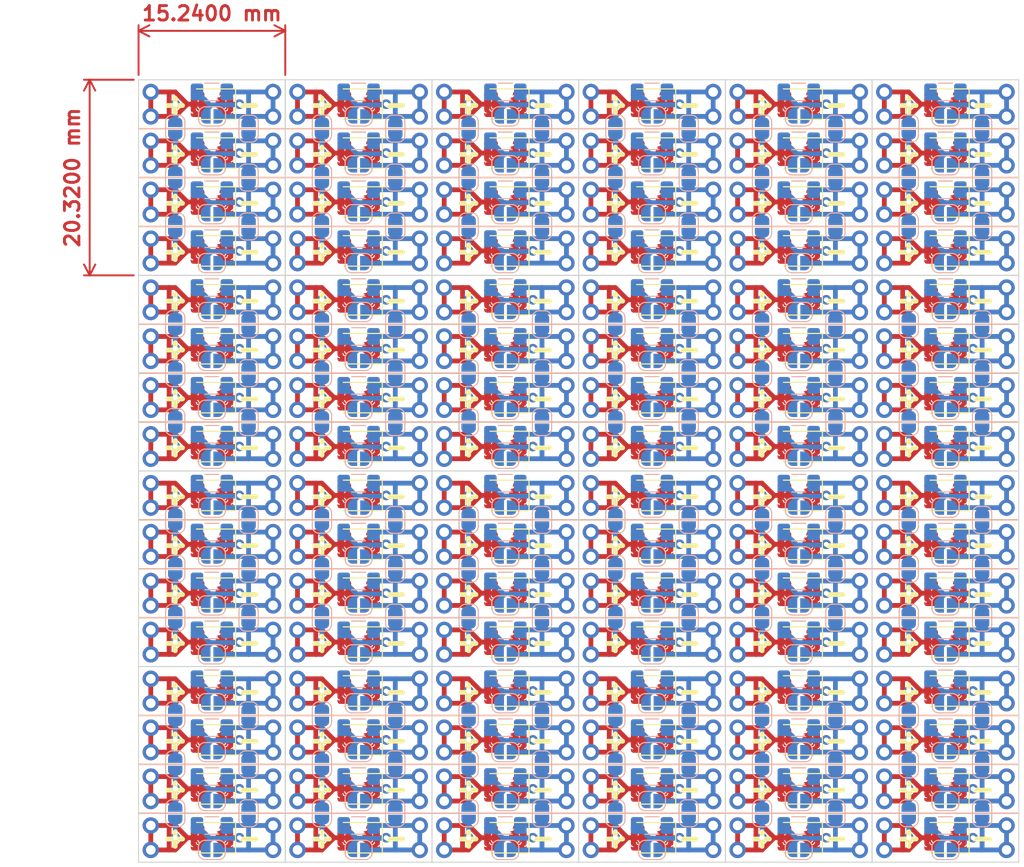
<source format=kicad_pcb>
(kicad_pcb (version 20211014) (generator pcbnew)
  (layers (0 "F.Cu" signal) (31 "B.Cu" signal) (34 "B.Paste" user) (35 "F.Paste" user) (36 "B.SilkS" user "B.Silkscreen") (37 "F.SilkS" user "F.Silkscreen") (38 "B.Mask" user) (39 "F.Mask" user) (44 "Edge.Cuts" user))
  (net 0 "")
  (net 1 "Net-(D1-Pad1)")
  (net 2 "/VCC0")
  (net 3 "Net-(D2-Pad1)")
  (net 4 "/VCC1")
  (net 5 "Net-(D3-Pad1)")
  (net 6 "Net-(D4-Pad1)")
  (net 7 "/VCC2")
  (net 8 "/VCC3")
  (net 9 "/GND3")
  (net 10 "/GND2")
  (net 11 "/GND1")
  (net 12 "/GND0")
  (footprint "Custom:1210_to_0603_combo_HandSolder" (layer "F.Cu") (at 200.66 76.2 180)
    (fp_text reference "D9" hide)
    (fp_text value "LED" hide)
  )
  (footprint "Custom:1210_to_0603_combo_HandSolder" (layer "F.Cu") (at 185.42 137.16 180)
    (fp_text reference "D77" hide)
    (fp_text value "LED" hide)
  )
  (footprint "Custom:1210_to_0603_combo_HandSolder" (layer "F.Cu") (at 185.42 81.28 180)
    (fp_text reference "D6" hide)
    (fp_text value "LED" hide)
  )
  (footprint "Custom:1210_to_0603_combo_HandSolder" (layer "F.Cu") (at 170.18 81.28 180)
    (fp_text reference "D2" hide)
    (fp_text value "LED" hide)
  )
  (footprint "Custom:1210_to_0603_combo_HandSolder" (layer "F.Cu") (at 231.14 96.52 180)
    (fp_text reference "D41" hide)
    (fp_text value "LED" hide)
  )
  (footprint "Custom:1210_to_0603_combo_HandSolder" (layer "F.Cu") (at 170.18 152.4 180)
    (fp_text reference "D76" hide)
    (fp_text value "LED" hide)
  )
  (footprint "Custom:1210_to_0603_combo_HandSolder" (layer "F.Cu") (at 185.42 91.44 180)
    (fp_text reference "D8" hide)
    (fp_text value "LED" hide)
  )
  (footprint "Custom:1210_to_0603_combo_HandSolder" (layer "F.Cu") (at 185.42 76.2 180)
    (fp_text reference "D5" hide)
    (fp_text value "LED" hide)
  )
  (footprint "Custom:1210_to_0603_combo_HandSolder" (layer "F.Cu") (at 200.66 111.76 180)
    (fp_text reference "D36" hide)
    (fp_text value "LED" hide)
  )
  (footprint "Custom:1210_to_0603_combo_HandSolder" (layer "F.Cu") (at 231.14 81.28 180)
    (fp_text reference "D18" hide)
    (fp_text value "LED" hide)
  )
  (footprint "Custom:1210_to_0603_combo_HandSolder" (layer "F.Cu") (at 170.18 132.08 180)
    (fp_text reference "D52" hide)
    (fp_text value "LED" hide)
  )
  (footprint "Custom:1210_to_0603_combo_HandSolder" (layer "F.Cu") (at 215.9 127 180)
    (fp_text reference "D63" hide)
    (fp_text value "LED" hide)
  )
  (footprint "Custom:1210_to_0603_combo_HandSolder" (layer "F.Cu") (at 231.14 106.68 180)
    (fp_text reference "D43" hide)
    (fp_text value "LED" hide)
  )
  (footprint "Custom:1210_to_0603_combo_HandSolder" (layer "F.Cu") (at 215.9 121.92 180)
    (fp_text reference "D62" hide)
    (fp_text value "LED" hide)
  )
  (footprint "Custom:1210_to_0603_combo_HandSolder" (layer "F.Cu") (at 185.42 106.68 180)
    (fp_text reference "D31" hide)
    (fp_text value "LED" hide)
  )
  (footprint "Custom:1210_to_0603_combo_HandSolder" (layer "F.Cu") (at 246.38 106.68 180)
    (fp_text reference "D47" hide)
    (fp_text value "LED" hide)
  )
  (footprint "Custom:1210_to_0603_combo_HandSolder" (layer "F.Cu") (at 231.14 137.16 180)
    (fp_text reference "D89" hide)
    (fp_text value "LED" hide)
  )
  (footprint "Custom:1210_to_0603_combo_HandSolder" (layer "F.Cu") (at 170.18 76.2 180)
    (fp_text reference "D1" hide)
    (fp_text value "LED" hide)
  )
  (footprint "Custom:1210_to_0603_combo_HandSolder" (layer "F.Cu") (at 246.38 91.44 180)
    (fp_text reference "D24" hide)
    (fp_text value "LED" hide)
  )
  (footprint "Custom:1210_to_0603_combo_HandSolder" (layer "F.Cu") (at 246.38 116.84 180)
    (fp_text reference "D69" hide)
    (fp_text value "LED" hide)
  )
  (footprint "Custom:1210_to_0603_combo_HandSolder" (layer "F.Cu") (at 215.9 147.32 180)
    (fp_text reference "D87" hide)
    (fp_text value "LED" hide)
  )
  (footprint "Custom:1210_to_0603_combo_HandSolder" (layer "F.Cu") (at 200.66 106.68 180)
    (fp_text reference "D35" hide)
    (fp_text value "LED" hide)
  )
  (footprint "Custom:1210_to_0603_combo_HandSolder" (layer "F.Cu") (at 170.18 116.84 180)
    (fp_text reference "D49" hide)
    (fp_text value "LED" hide)
  )
  (footprint "Custom:1210_to_0603_combo_HandSolder" (layer "F.Cu") (at 246.38 111.76 180)
    (fp_text reference "D48" hide)
    (fp_text value "LED" hide)
  )
  (footprint "Custom:1210_to_0603_combo_HandSolder" (layer "F.Cu") (at 185.42 121.92 180)
    (fp_text reference "D54" hide)
    (fp_text value "LED" hide)
  )
  (footprint "Custom:1210_to_0603_combo_HandSolder" (layer "F.Cu") (at 231.14 116.84 180)
    (fp_text reference "D65" hide)
    (fp_text value "LED" hide)
  )
  (footprint "Custom:1210_to_0603_combo_HandSolder" (layer "F.Cu") (at 170.18 96.52 180)
    (fp_text reference "D25" hide)
    (fp_text value "LED" hide)
  )
  (footprint "Custom:1210_to_0603_combo_HandSolder" (layer "F.Cu") (at 246.38 101.6 180)
    (fp_text reference "D46" hide)
    (fp_text value "LED" hide)
  )
  (footprint "Custom:1210_to_0603_combo_HandSolder" (layer "F.Cu") (at 185.42 152.4 180)
    (fp_text reference "D80" hide)
    (fp_text value "LED" hide)
  )
  (footprint "Custom:1210_to_0603_combo_HandSolder" (layer "F.Cu") (at 200.66 91.44 180)
    (fp_text reference "D12" hide)
    (fp_text value "LED" hide)
  )
  (footprint "Custom:1210_to_0603_combo_HandSolder" (layer "F.Cu") (at 170.18 137.16 180)
    (fp_text reference "D73" hide)
    (fp_text value "LED" hide)
  )
  (footprint "Custom:1210_to_0603_combo_HandSolder" (layer "F.Cu") (at 200.66 96.52 180)
    (fp_text reference "D33" hide)
    (fp_text value "LED" hide)
  )
  (footprint "Custom:1210_to_0603_combo_HandSolder" (layer "F.Cu") (at 231.14 121.92 180)
    (fp_text reference "D66" hide)
    (fp_text value "LED" hide)
  )
  (footprint "Custom:1210_to_0603_combo_HandSolder" (layer "F.Cu") (at 231.14 142.24 180)
    (fp_text reference "D90" hide)
    (fp_text value "LED" hide)
  )
  (footprint "Custom:1210_to_0603_combo_HandSolder" (layer "F.Cu") (at 231.14 86.36 180)
    (fp_text reference "D19" hide)
    (fp_text value "LED" hide)
  )
  (footprint "Custom:1210_to_0603_combo_HandSolder" (layer "F.Cu") (at 215.9 86.36 180)
    (fp_text reference "D15" hide)
    (fp_text value "LED" hide)
  )
  (footprint "Custom:1210_to_0603_combo_HandSolder" (layer "F.Cu") (at 170.18 127 180)
    (fp_text reference "D51" hide)
    (fp_text value "LED" hide)
  )
  (footprint "Custom:1210_to_0603_combo_HandSolder" (layer "F.Cu") (at 200.66 86.36 180)
    (fp_text reference "D11" hide)
    (fp_text value "LED" hide)
  )
  (footprint "Custom:1210_to_0603_combo_HandSolder" (layer "F.Cu") (at 200.66 127 180)
    (fp_text reference "D59" hide)
    (fp_text value "LED" hide)
  )
  (footprint "Custom:1210_to_0603_combo_HandSolder" (layer "F.Cu") (at 185.42 101.6 180)
    (fp_text reference "D30" hide)
    (fp_text value "LED" hide)
  )
  (footprint "Custom:1210_to_0603_combo_HandSolder" (layer "F.Cu") (at 215.9 116.84 180)
    (fp_text reference "D61" hide)
    (fp_text value "LED" hide)
  )
  (footprint "Custom:1210_to_0603_combo_HandSolder" (layer "F.Cu") (at 246.38 76.2 180)
    (fp_text reference "D21" hide)
    (fp_text value "LED" hide)
  )
  (footprint "Custom:1210_to_0603_combo_HandSolder" (layer "F.Cu") (at 215.9 137.16 180)
    (fp_text reference "D85" hide)
    (fp_text value "LED" hide)
  )
  (footprint "Custom:1210_to_0603_combo_HandSolder" (layer "F.Cu") (at 185.42 116.84 180)
    (fp_text reference "D53" hide)
    (fp_text value "LED" hide)
  )
  (footprint "Custom:1210_to_0603_combo_HandSolder" (layer "F.Cu") (at 215.9 106.68 180)
    (fp_text reference "D39" hide)
    (fp_text value "LED" hide)
  )
  (footprint "Custom:1210_to_0603_combo_HandSolder" (layer "F.Cu") (at 231.14 147.32 180)
    (fp_text reference "D91" hide)
    (fp_text value "LED" hide)
  )
  (footprint "Custom:1210_to_0603_combo_HandSolder" (layer "F.Cu") (at 215.9 132.08 180)
    (fp_text reference "D64" hide)
    (fp_text value "LED" hide)
  )
  (footprint "Custom:1210_to_0603_combo_HandSolder" (layer "F.Cu") (at 185.42 127 180)
    (fp_text reference "D55" hide)
    (fp_text value "LED" hide)
  )
  (footprint "Custom:1210_to_0603_combo_HandSolder" (layer "F.Cu") (at 170.18 142.24 180)
    (fp_text reference "D74" hide)
    (fp_text value "LED" hide)
  )
  (footprint "Custom:1210_to_0603_combo_HandSolder" (layer "F.Cu") (at 215.9 152.4 180)
    (fp_text reference "D88" hide)
    (fp_text value "LED" hide)
  )
  (footprint "Custom:1210_to_0603_combo_HandSolder" (layer "F.Cu") (at 231.14 152.4 180)
    (fp_text reference "D92" hide)
    (fp_text value "LED" hide)
  )
  (footprint "Custom:1210_to_0603_combo_HandSolder" (layer "F.Cu") (at 231.14 127 180)
    (fp_text reference "D67" hide)
    (fp_text value "LED" hide)
  )
  (footprint "Custom:1210_to_0603_combo_HandSolder" (layer "F.Cu") (at 170.18 147.32 180)
    (fp_text reference "D75" hide)
    (fp_text value "LED" hide)
  )
  (footprint "Custom:1210_to_0603_combo_HandSolder" (layer "F.Cu") (at 200.66 101.6 180)
    (fp_text reference "D34" hide)
    (fp_text value "LED" hide)
  )
  (footprint "Custom:1210_to_0603_combo_HandSolder" (layer "F.Cu") (at 231.14 101.6 180)
    (fp_text reference "D42" hide)
    (fp_text value "LED" hide)
  )
  (footprint "Custom:1210_to_0603_combo_HandSolder" (layer "F.Cu") (at 200.66 142.24 180)
    (fp_text reference "D82" hide)
    (fp_text value "LED" hide)
  )
  (footprint "Custom:1210_to_0603_combo_HandSolder" (layer "F.Cu") (at 170.18 101.6 180)
    (fp_text reference "D26" hide)
    (fp_text value "LED" hide)
  )
  (footprint "Custom:1210_to_0603_combo_HandSolder" (layer "F.Cu") (at 185.42 111.76 180)
    (fp_text reference "D32" hide)
    (fp_text value "LED" hide)
  )
  (footprint "Custom:1210_to_0603_combo_HandSolder" (layer "F.Cu") (at 185.42 142.24 180)
    (fp_text reference "D78" hide)
    (fp_text value "LED" hide)
  )
  (footprint "Custom:1210_to_0603_combo_HandSolder" (layer "F.Cu") (at 246.38 142.24 180)
    (fp_text reference "D94" hide)
    (fp_text value "LED" hide)
  )
  (footprint "Custom:1210_to_0603_combo_HandSolder" (layer "F.Cu") (at 185.42 132.08 180)
    (fp_text reference "D56" hide)
    (fp_text value "LED" hide)
  )
  (footprint "Custom:1210_to_0603_combo_HandSolder" (layer "F.Cu") (at 200.66 121.92 180)
    (fp_text reference "D58" hide)
    (fp_text value "LED" hide)
  )
  (footprint "Custom:1210_to_0603_combo_HandSolder" (layer "F.Cu") (at 246.38 121.92 180)
    (fp_text reference "D70" hide)
    (fp_text value "LED" hide)
  )
  (footprint "Custom:1210_to_0603_combo_HandSolder" (layer "F.Cu") (at 246.38 152.4 180)
    (fp_text reference "D96" hide)
    (fp_text value "LED" hide)
  )
  (footprint "Custom:1210_to_0603_combo_HandSolder" (layer "F.Cu") (at 200.66 147.32 180)
    (fp_text reference "D83" hide)
    (fp_text value "LED" hide)
  )
  (footprint "Custom:1210_to_0603_combo_HandSolder" (layer "F.Cu") (at 215.9 101.6 180)
    (fp_text reference "D38" hide)
    (fp_text value "LED" hide)
  )
  (footprint "Custom:1210_to_0603_combo_HandSolder" (layer "F.Cu") (at 215.9 91.44 180)
    (fp_text reference "D16" hide)
    (fp_text value "LED" hide)
  )
  (footprint "Custom:1210_to_0603_combo_HandSolder" (layer "F.Cu") (at 170.18 91.44 180)
    (fp_text reference "D4" hide)
    (fp_text value "LED" hide)
  )
  (footprint "Custom:1210_to_0603_combo_HandSolder" (layer "F.Cu") (at 215.9 76.2 180)
    (fp_text reference "D13" hide)
    (fp_text value "LED" hide)
  )
  (footprint "Custom:1210_to_0603_combo_HandSolder" (layer "F.Cu") (at 200.66 152.4 180)
    (fp_text reference "D84" hide)
    (fp_text value "LED" hide)
  )
  (footprint "Custom:1210_to_0603_combo_HandSolder" (layer "F.Cu") (at 215.9 142.24 180)
    (fp_text reference "D86" hide)
    (fp_text value "LED" hide)
  )
  (footprint "Custom:1210_to_0603_combo_HandSolder" (layer "F.Cu") (at 231.14 132.08 180)
    (fp_text reference "D68" hide)
    (fp_text value "LED" hide)
  )
  (footprint "Custom:1210_to_0603_combo_HandSolder" (layer "F.Cu") (at 185.42 96.52 180)
    (fp_text reference "D29" hide)
    (fp_text value "LED" hide)
  )
  (footprint "Custom:1210_to_0603_combo_HandSolder" (layer "F.Cu") (at 246.38 127 180)
    (fp_text reference "D71" hide)
    (fp_text value "LED" hide)
  )
  (footprint "Custom:1210_to_0603_combo_HandSolder" (layer "F.Cu") (at 231.14 76.2 180)
    (fp_text reference "D17" hide)
    (fp_text value "LED" hide)
  )
  (footprint "Custom:1210_to_0603_combo_HandSolder" (layer "F.Cu") (at 246.38 96.52 180)
    (fp_text reference "D45" hide)
    (fp_text value "LED" hide)
  )
  (footprint "Custom:1210_to_0603_combo_HandSolder" (layer "F.Cu") (at 246.38 147.32 180)
    (fp_text reference "D95" hide)
    (fp_text value "LED" hide)
  )
  (footprint "Custom:1210_to_0603_combo_HandSolder" (layer "F.Cu") (at 246.38 132.08 180)
    (fp_text reference "D72" hide)
    (fp_text value "LED" hide)
  )
  (footprint "Custom:1210_to_0603_combo_HandSolder" (layer "F.Cu") (at 200.66 116.84 180)
    (fp_text reference "D57" hide)
    (fp_text value "LED" hide)
  )
  (footprint "Custom:1210_to_0603_combo_HandSolder" (layer "F.Cu") (at 215.9 81.28 180)
    (fp_text reference "D14" hide)
    (fp_text value "LED" hide)
  )
  (footprint "Custom:1210_to_0603_combo_HandSolder" (layer "F.Cu") (at 246.38 137.16 180)
    (fp_text reference "D93" hide)
    (fp_text value "LED" hide)
  )
  (footprint "Custom:1210_to_0603_combo_HandSolder" (layer "F.Cu") (at 170.18 86.36 180)
    (fp_text reference "D3" hide)
    (fp_text value "LED" hide)
  )
  (footprint "Custom:1210_to_0603_combo_HandSolder" (layer "F.Cu") (at 215.9 96.52 180)
    (fp_text reference "D37" hide)
    (fp_text value "LED" hide)
  )
  (footprint "Custom:1210_to_0603_combo_HandSolder" (layer "F.Cu") (at 215.9 111.76 180)
    (fp_text reference "D40" hide)
    (fp_text value "LED" hide)
  )
  (footprint "Custom:1210_to_0603_combo_HandSolder" (layer "F.Cu") (at 170.18 111.76 180)
    (fp_text reference "D28" hide)
    (fp_text value "LED" hide)
  )
  (footprint "Custom:1210_to_0603_combo_HandSolder" (layer "F.Cu") (at 246.38 86.36 180)
    (fp_text reference "D23" hide)
    (fp_text value "LED" hide)
  )
  (footprint "Custom:1210_to_0603_combo_HandSolder" (layer "F.Cu") (at 200.66 137.16 180)
    (fp_text reference "D81" hide)
    (fp_text value "LED" hide)
  )
  (footprint "Custom:1210_to_0603_combo_HandSolder" (layer "F.Cu") (at 246.38 81.28 180)
    (fp_text reference "D22" hide)
    (fp_text value "LED" hide)
  )
  (footprint "Custom:1210_to_0603_combo_HandSolder" (layer "F.Cu") (at 185.42 86.36 180)
    (fp_text reference "D7" hide)
    (fp_text value "LED" hide)
  )
  (footprint "Custom:1210_to_0603_combo_HandSolder" (layer "F.Cu") (at 231.14 91.44 180)
    (fp_text reference "D20" hide)
    (fp_text value "LED" hide)
  )
  (footprint "Custom:1210_to_0603_combo_HandSolder" (layer "F.Cu") (at 231.14 111.76 180)
    (fp_text reference "D44" hide)
    (fp_text value "LED" hide)
  )
  (footprint "Custom:1210_to_0603_combo_HandSolder" (layer "F.Cu") (at 170.18 106.68 180)
    (fp_text reference "D27" hide)
    (fp_text value "LED" hide)
  )
  (footprint "Custom:1210_to_0603_combo_HandSolder" (layer "F.Cu") (at 170.18 121.92 180)
    (fp_text reference "D50" hide)
    (fp_text value "LED" hide)
  )
  (footprint "Custom:1210_to_0603_combo_HandSolder" (layer "F.Cu") (at 200.66 132.08 180)
    (fp_text reference "D60" hide)
    (fp_text value "LED" hide)
  )
  (footprint "Custom:1210_to_0603_combo_HandSolder" (layer "F.Cu") (at 185.42 147.32 180)
    (fp_text reference "D79" hide)
    (fp_text value "LED" hide)
  )
  (footprint "Custom:1210_to_0603_combo_HandSolder" (layer "F.Cu") (at 200.66 81.28 180)
    (fp_text reference "D10" hide)
    (fp_text value "LED" hide)
  )
  (footprint "Custom:SolderJumper-2_P1.3mm_Open_RoundedPad1.0x1.5mm" (layer "B.Cu") (at 200.66 128.27)
    (fp_text reference "JP146" hide)
    (fp_text value "SolderJumper_2_Open" hide)
  )
  (footprint "Custom:SolderJumper-2_P1.3mm_Open_RoundedPad1.0x1.5mm" (layer "B.Cu") (at 173.99 78.74 -90)
    (fp_text reference "JP8" hide)
    (fp_text value "SolderJumper_2_Open" hide)
  )
  (footprint "Custom:SolderJumper-2_P1.3mm_Open_RoundedPad1.0x1.5mm" (layer "B.Cu") (at 196.85 99.045 -90)
    (fp_text reference "JP81" hide)
    (fp_text value "SolderJumper_2_Open" hide)
  )
  (footprint "Custom:SolderJumper-2_P1.3mm_Open_RoundedPad1.0x1.5mm" (layer "B.Cu") (at 234.95 78.74 -90)
    (fp_text reference "JP48" hide)
    (fp_text value "SolderJumper_2_Open" hide)
  )
  (footprint "Custom:SolderJumper-2_P1.3mm_Open_RoundedPad1.0x1.5mm" (layer "B.Cu") (at 173.99 109.22 -90)
    (fp_text reference "JP70" hide)
    (fp_text value "SolderJumper_2_Open" hide)
  )
  (footprint "Connector_PinHeader_2.54mm:PinHeader_1x08_P2.54mm_Vertical" (layer "B.Cu") (at 224.79 135.89 180)
    (fp_text reference "J45" hide)
    (fp_text value "Conn_01x08_Male" hide)
  )
  (footprint "Custom:SolderJumper-2_P1.3mm_Open_RoundedPad1.0x1.5mm" (layer "B.Cu") (at 246.38 82.55)
    (fp_text reference "JP55" hide)
    (fp_text value "SolderJumper_2_Open" hide)
  )
  (footprint "Connector_PinHeader_2.54mm:PinHeader_1x08_P2.54mm_Vertical" (layer "B.Cu") (at 176.53 74.93 180)
    (fp_text reference "J2" hide)
    (fp_text value "Conn_01x08_Male" hide)
  )
  (footprint "Resistor_SMD:R_1206_3216Metric_Pad1.30x1.75mm_HandSolder" (layer "B.Cu") (at 200.66 135.89)
    (fp_text reference "R81" hide)
    (fp_text value "R" hide)
  )
  (footprint "Custom:SolderJumper-2_P1.3mm_Open_RoundedPad1.0x1.5mm" (layer "B.Cu") (at 196.85 119.365 -90)
    (fp_text reference "JP141" hide)
    (fp_text value "SolderJumper_2_Open" hide)
  )
  (footprint "Connector_PinHeader_2.54mm:PinHeader_1x08_P2.54mm_Vertical" (layer "B.Cu") (at 224.79 74.93 180)
    (fp_text reference "J9" hide)
    (fp_text value "Conn_01x08_Male" hide)
  )
  (footprint "Custom:SolderJumper-2_P1.3mm_Open_RoundedPad1.0x1.5mm" (layer "B.Cu") (at 196.85 124.46 -90)
    (fp_text reference "JP142" hide)
    (fp_text value "SolderJumper_2_Open" hide)
  )
  (footprint "Custom:SolderJumper-2_P1.3mm_Open_RoundedPad1.0x1.5mm" (layer "B.Cu") (at 212.09 104.14 -90)
    (fp_text reference "JP92" hide)
    (fp_text value "SolderJumper_2_Open" hide)
  )
  (footprint "Resistor_SMD:R_1206_3216Metric_Pad1.30x1.75mm_HandSolder" (layer "B.Cu") (at 170.18 95.25)
    (fp_text reference "R25" hide)
    (fp_text value "R" hide)
  )
  (footprint "Custom:SolderJumper-2_P1.3mm_Open_RoundedPad1.0x1.5mm" (layer "B.Cu") (at 250.19 83.82 -90)
    (fp_text reference "JP59" hide)
    (fp_text value "SolderJumper_2_Open" hide)
  )
  (footprint "Resistor_SMD:R_1206_3216Metric_Pad1.30x1.75mm_HandSolder" (layer "B.Cu") (at 246.38 115.57)
    (fp_text reference "R69" hide)
    (fp_text value "R" hide)
  )
  (footprint "Custom:SolderJumper-2_P1.3mm_Open_RoundedPad1.0x1.5mm" (layer "B.Cu") (at 204.47 88.9 -90)
    (fp_text reference "JP30" hide)
    (fp_text value "SolderJumper_2_Open" hide)
  )
  (footprint "Resistor_SMD:R_1206_3216Metric_Pad1.30x1.75mm_HandSolder" (layer "B.Cu") (at 231.14 95.25)
    (fp_text reference "R41" hide)
    (fp_text value "R" hide)
  )
  (footprint "Custom:SolderJumper-2_P1.3mm_Open_RoundedPad1.0x1.5mm" (layer "B.Cu") (at 185.435 118.11)
    (fp_text reference "JP134" hide)
    (fp_text value "SolderJumper_2_Open" hide)
  )
  (footprint "Custom:SolderJumper-2_P1.3mm_Open_RoundedPad1.0x1.5mm" (layer "B.Cu") (at 200.66 87.63)
    (fp_text reference "JP26" hide)
    (fp_text value "SolderJumper_2_Open" hide)
  )
  (footprint "Resistor_SMD:R_1206_3216Metric_Pad1.30x1.75mm_HandSolder" (layer "B.Cu") (at 200.66 85.09)
    (fp_text reference "R11" hide)
    (fp_text value "R" hide)
  )
  (footprint "Resistor_SMD:R_1206_3216Metric_Pad1.30x1.75mm_HandSolder" (layer "B.Cu") (at 215.9 146.05)
    (fp_text reference "R87" hide)
    (fp_text value "R" hide)
  )
  (footprint "Custom:SolderJumper-2_P1.3mm_Open_RoundedPad1.0x1.5mm" (layer "B.Cu") (at 166.37 139.685 -90)
    (fp_text reference "JP181" hide)
    (fp_text value "SolderJumper_2_Open" hide)
  )
  (footprint "Connector_PinHeader_2.54mm:PinHeader_1x08_P2.54mm_Vertical" (layer "B.Cu") (at 191.77 135.89 180)
    (fp_text reference "J40" hide)
    (fp_text value "Conn_01x08_Male" hide)
  )
  (footprint "Custom:SolderJumper-2_P1.3mm_Open_RoundedPad1.0x1.5mm" (layer "B.Cu") (at 250.19 99.06 -90)
    (fp_text reference "JP118" hide)
    (fp_text value "SolderJumper_2_Open" hide)
  )
  (footprint "Custom:SolderJumper-2_P1.3mm_Open_RoundedPad1.0x1.5mm" (layer "B.Cu") (at 227.33 119.365 -90)
    (fp_text reference "JP161" hide)
    (fp_text value "SolderJumper_2_Open" hide)
  )
  (footprint "Custom:SolderJumper-2_P1.3mm_Open_RoundedPad1.0x1.5mm" (layer "B.Cu") (at 204.47 129.54 -90)
    (fp_text reference "JP150" hide)
    (fp_text value "SolderJumper_2_Open" hide)
  )
  (footprint "Resistor_SMD:R_1206_3216Metric_Pad1.30x1.75mm_HandSolder" (layer "B.Cu") (at 200.66 105.41)
    (fp_text reference "R35" hide)
    (fp_text value "R" hide)
  )
  (footprint "Resistor_SMD:R_1206_3216Metric_Pad1.30x1.75mm_HandSolder" (layer "B.Cu") (at 200.66 146.05)
    (fp_text reference "R83" hide)
    (fp_text value "R" hide)
  )
  (footprint "Resistor_SMD:R_1206_3216Metric_Pad1.30x1.75mm_HandSolder" (layer "B.Cu") (at 215.9 74.93)
    (fp_text reference "R13" hide)
    (fp_text value "R" hide)
  )
  (footprint "Resistor_SMD:R_1206_3216Metric_Pad1.30x1.75mm_HandSolder" (layer "B.Cu") (at 200.66 130.81)
    (fp_text reference "R60" hide)
    (fp_text value "R" hide)
  )
  (footprint "Custom:SolderJumper-2_P1.3mm_Open_RoundedPad1.0x1.5mm" (layer "B.Cu") (at 166.37 99.045 -90)
    (fp_text reference "JP61" hide)
    (fp_text value "SolderJumper_2_Open" hide)
  )
  (footprint "Resistor_SMD:R_1206_3216Metric_Pad1.30x1.75mm_HandSolder" (layer "B.Cu") (at 215.9 140.97)
    (fp_text reference "R86" hide)
    (fp_text value "R" hide)
  )
  (footprint "Connector_PinHeader_2.54mm:PinHeader_1x08_P2.54mm_Vertical" (layer "B.Cu") (at 209.55 95.25 180)
    (fp_text reference "J19" hide)
    (fp_text value "Conn_01x08_Male" hide)
  )
  (footprint "Custom:SolderJumper-2_P1.3mm_Open_RoundedPad1.0x1.5mm" (layer "B.Cu") (at 246.38 123.19)
    (fp_text reference "JP175" hide)
    (fp_text value "SolderJumper_2_Open" hide)
  )
  (footprint "Resistor_SMD:R_1206_3216Metric_Pad1.30x1.75mm_HandSolder" (layer "B.Cu") (at 246.38 85.09)
    (fp_text reference "R23" hide)
    (fp_text value "R" hide)
  )
  (footprint "Resistor_SMD:R_1206_3216Metric_Pad1.30x1.75mm_HandSolder" (layer "B.Cu") (at 185.42 80.01)
    (fp_text reference "R6" hide)
    (fp_text value "R" hide)
  )
  (footprint "Custom:SolderJumper-2_P1.3mm_Open_RoundedPad1.0x1.5mm" (layer "B.Cu") (at 242.57 104.14 -90)
    (fp_text reference "JP112" hide)
    (fp_text value "SolderJumper_2_Open" hide)
  )
  (footprint "Custom:SolderJumper-2_P1.3mm_Open_RoundedPad1.0x1.5mm" (layer "B.Cu") (at 204.47 99.06 -90)
    (fp_text reference "JP88" hide)
    (fp_text value "SolderJumper_2_Open" hide)
  )
  (footprint "Custom:SolderJumper-2_P1.3mm_Open_RoundedPad1.0x1.5mm" (layer "B.Cu") (at 200.675 138.43)
    (fp_text reference "JP204" hide)
    (fp_text value "SolderJumper_2_Open" hide)
  )
  (footprint "Resistor_SMD:R_1206_3216Metric_Pad1.30x1.75mm_HandSolder" (layer "B.Cu") (at 185.42 105.41)
    (fp_text reference "R31" hide)
    (fp_text value "R" hide)
  )
  (footprint "Custom:SolderJumper-2_P1.3mm_Open_RoundedPad1.0x1.5mm" (layer "B.Cu") (at 204.47 139.7 -90)
    (fp_text reference "JP208" hide)
    (fp_text value "SolderJumper_2_Open" hide)
  )
  (footprint "Custom:SolderJumper-2_P1.3mm_Open_RoundedPad1.0x1.5mm" (layer "B.Cu") (at 227.33 139.685 -90)
    (fp_text reference "JP221" hide)
    (fp_text value "SolderJumper_2_Open" hide)
  )
  (footprint "Connector_PinHeader_2.54mm:PinHeader_1x08_P2.54mm_Vertical" (layer "B.Cu") (at 207.01 74.93 180)
    (fp_text reference "J6" hide)
    (fp_text value "Conn_01x08_Male" hide)
  )
  (footprint "Custom:SolderJumper-2_P1.3mm_Open_RoundedPad1.0x1.5mm" (layer "B.Cu") (at 234.95 99.06 -90)
    (fp_text reference "JP108" hide)
    (fp_text value "SolderJumper_2_Open" hide)
  )
  (footprint "Custom:SolderJumper-2_P1.3mm_Open_RoundedPad1.0x1.5mm" (layer "B.Cu") (at 219.71 78.74 -90)
    (fp_text reference "JP38" hide)
    (fp_text value "SolderJumper_2_Open" hide)
  )
  (footprint "Custom:SolderJumper-2_P1.3mm_Open_RoundedPad1.0x1.5mm" (layer "B.Cu") (at 189.23 149.86 -90)
    (fp_text reference "JP200" hide)
    (fp_text value "SolderJumper_2_Open" hide)
  )
  (footprint "Custom:SolderJumper-2_P1.3mm_Open_RoundedPad1.0x1.5mm" (layer "B.Cu") (at 200.675 118.11)
    (fp_text reference "JP144" hide)
    (fp_text value "SolderJumper_2_Open" hide)
  )
  (footprint "Resistor_SMD:R_1206_3216Metric_Pad1.30x1.75mm_HandSolder" (layer "B.Cu") (at 215.9 110.49)
    (fp_text reference "R40" hide)
    (fp_text value "R" hide)
  )
  (footprint "Custom:SolderJumper-2_P1.3mm_Open_RoundedPad1.0x1.5mm" (layer "B.Cu") (at 181.61 78.725 -90)
    (fp_text reference "JP11" hide)
    (fp_text value "SolderJumper_2_Open" hide)
  )
  (footprint "Resistor_SMD:R_1206_3216Metric_Pad1.30x1.75mm_HandSolder" (layer "B.Cu") (at 170.18 110.49)
    (fp_text reference "R28" hide)
    (fp_text value "R" hide)
  )
  (footprint "Custom:SolderJumper-2_P1.3mm_Open_RoundedPad1.0x1.5mm" (layer "B.Cu") (at 185.42 107.95)
    (fp_text reference "JP76" hide)
    (fp_text value "SolderJumper_2_Open" hide)
  )
  (footprint "Resistor_SMD:R_1206_3216Metric_Pad1.30x1.75mm_HandSolder" (layer "B.Cu") (at 185.42 110.49)
    (fp_text reference "R32" hide)
    (fp_text value "R" hide)
  )
  (footprint "Custom:SolderJumper-2_P1.3mm_Open_RoundedPad1.0x1.5mm" (layer "B.Cu") (at 170.18 133.35)
    (fp_text reference "JP127" hide)
    (fp_text value "SolderJumper_2_Open" hide)
  )
  (footprint "Custom:SolderJumper-2_P1.3mm_Open_RoundedPad1.0x1.5mm" (layer "B.Cu") (at 242.57 144.78 -90)
    (fp_text reference "JP232" hide)
    (fp_text value "SolderJumper_2_Open" hide)
  )
  (footprint "Custom:SolderJumper-2_P1.3mm_Open_RoundedPad1.0x1.5mm" (layer "B.Cu") (at 212.09 119.365 -90)
    (fp_text reference "JP151" hide)
    (fp_text value "SolderJumper_2_Open" hide)
  )
  (footprint "Custom:SolderJumper-2_P1.3mm_Open_RoundedPad1.0x1.5mm" (layer "B.Cu") (at 234.95 124.46 -90)
    (fp_text reference "JP169" hide)
    (fp_text value "SolderJumper_2_Open" hide)
  )
  (footprint "Custom:SolderJumper-2_P1.3mm_Open_RoundedPad1.0x1.5mm" (layer "B.Cu") (at 250.19 78.74 -90)
    (fp_text reference "JP58" hide)
    (fp_text value "SolderJumper_2_Open" hide)
  )
  (footprint "Custom:SolderJumper-2_P1.3mm_Open_RoundedPad1.0x1.5mm" (layer "B.Cu") (at 166.37 149.86 -90)
    (fp_text reference "JP183" hide)
    (fp_text value "SolderJumper_2_Open" hide)
  )
  (footprint "Custom:SolderJumper-2_P1.3mm_Open_RoundedPad1.0x1.5mm" (layer "B.Cu") (at 189.23 99.06 -90)
    (fp_text reference "JP78" hide)
    (fp_text value "SolderJumper_2_Open" hide)
  )
  (footprint "Connector_PinHeader_2.54mm:PinHeader_1x08_P2.54mm_Vertical" (layer "B.Cu") (at 194.31 74.93 180)
    (fp_text reference "J5" hide)
    (fp_text value "Conn_01x08_Male" hide)
  )
  (footprint "Custom:SolderJumper-2_P1.3mm_Open_RoundedPad1.0x1.5mm" (layer "B.Cu") (at 200.675 77.47)
    (fp_text reference "JP24" hide)
    (fp_text value "SolderJumper_2_Open" hide)
  )
  (footprint "Custom:SolderJumper-2_P1.3mm_Open_RoundedPad1.0x1.5mm" (layer "B.Cu") (at 200.66 133.35)
    (fp_text reference "JP147" hide)
    (fp_text value "SolderJumper_2_Open" hide)
  )
  (footprint "Custom:SolderJumper-2_P1.3mm_Open_RoundedPad1.0x1.5mm" (layer "B.Cu") (at 231.14 92.71)
    (fp_text reference "JP47" hide)
    (fp_text value "SolderJumper_2_Open" hide)
  )
  (footprint "Custom:SolderJumper-2_P1.3mm_Open_RoundedPad1.0x1.5mm" (layer "B.Cu") (at 173.99 99.06 -90)
    (fp_text reference "JP68" hide)
    (fp_text value "SolderJumper_2_Open" hide)
  )
  (footprint "Custom:SolderJumper-2_P1.3mm_Open_RoundedPad1.0x1.5mm" (layer "B.Cu") (at 185.42 133.35)
    (fp_text reference "JP137" hide)
    (fp_text value "SolderJumper_2_Open" hide)
  )
  (footprint "Custom:SolderJumper-2_P1.3mm_Open_RoundedPad1.0x1.5mm" (layer "B.Cu") (at 215.9 128.27)
    (fp_text reference "JP156" hide)
    (fp_text value "SolderJumper_2_Open" hide)
  )
  (footprint "Resistor_SMD:R_1206_3216Metric_Pad1.30x1.75mm_HandSolder" (layer "B.Cu") (at 246.38 95.25)
    (fp_text reference "R45" hide)
    (fp_text value "R" hide)
  )
  (footprint "Custom:SolderJumper-2_P1.3mm_Open_RoundedPad1.0x1.5mm" (layer "B.Cu") (at 170.18 143.51)
    (fp_text reference "JP185" hide)
    (fp_text value "SolderJumper_2_Open" hide)
  )
  (footprint "Resistor_SMD:R_1206_3216Metric_Pad1.30x1.75mm_HandSolder" (layer "B.Cu") (at 185.42 120.65)
    (fp_text reference "R54" hide)
    (fp_text value "R" hide)
  )
  (footprint "Custom:SolderJumper-2_P1.3mm_Open_RoundedPad1.0x1.5mm" (layer "B.Cu") (at 231.14 87.63)
    (fp_text reference "JP46" hide)
    (fp_text value "SolderJumper_2_Open" hide)
  )
  (footprint "Custom:SolderJumper-2_P1.3mm_Open_RoundedPad1.0x1.5mm" (layer "B.Cu") (at 200.66 153.67)
    (fp_text reference "JP207" hide)
    (fp_text value "SolderJumper_2_Open" hide)
  )
  (footprint "Resistor_SMD:R_1206_3216Metric_Pad1.30x1.75mm_HandSolder" (layer "B.Cu") (at 215.9 120.65)
    (fp_text reference "R62" hide)
    (fp_text value "R" hide)
  )
  (footprint "Custom:SolderJumper-2_P1.3mm_Open_RoundedPad1.0x1.5mm" (layer "B.Cu") (at 166.37 129.54 -90)
    (fp_text reference "JP123" hide)
    (fp_text value "SolderJumper_2_Open" hide)
  )
  (footprint "Resistor_SMD:R_1206_3216Metric_Pad1.30x1.75mm_HandSolder" (layer "B.Cu") (at 215.9 115.57)
    (fp_text reference "R61" hide)
    (fp_text value "R" hide)
  )
  (footprint "Connector_PinHeader_2.54mm:PinHeader_1x08_P2.54mm_Vertical" (layer "B.Cu") (at 240.03 74.93 180)
    (fp_text reference "J11" hide)
    (fp_text value "Conn_01x08_Male" hide)
  )
  (footprint "Resistor_SMD:R_1206_3216Metric_Pad1.30x1.75mm_HandSolder" (layer "B.Cu") (at 231.14 146.05)
    (fp_text reference "R91" hide)
    (fp_text value "R" hide)
  )
  (footprint "Custom:SolderJumper-2_P1.3mm_Open_RoundedPad1.0x1.5mm" (layer "B.Cu") (at 181.61 109.22 -90)
    (fp_text reference "JP73" hide)
    (fp_text value "SolderJumper_2_Open" hide)
  )
  (footprint "Custom:SolderJumper-2_P1.3mm_Open_RoundedPad1.0x1.5mm" (layer "B.Cu") (at 185.42 102.87)
    (fp_text reference "JP75" hide)
    (fp_text value "SolderJumper_2_Open" hide)
  )
  (footprint "Connector_PinHeader_2.54mm:PinHeader_1x08_P2.54mm_Vertical" (layer "B.Cu") (at 163.83 135.89 180)
    (fp_text reference "J37" hide)
    (fp_text value "Conn_01x08_Male" hide)
  )
  (footprint "Custom:SolderJumper-2_P1.3mm_Open_RoundedPad1.0x1.5mm" (layer "B.Cu") (at 219.71 119.38 -90)
    (fp_text reference "JP158" hide)
    (fp_text value "SolderJumper_2_Open" hide)
  )
  (footprint "Resistor_SMD:R_1206_3216Metric_Pad1.30x1.75mm_HandSolder" (layer "B.Cu") (at 246.38 80.01)
    (fp_text reference "R22" hide)
    (fp_text value "R" hide)
  )
  (footprint "Custom:SolderJumper-2_P1.3mm_Open_RoundedPad1.0x1.5mm" (layer "B.Cu") (at 170.18 107.95)
    (fp_text reference "JP66" hide)
    (fp_text value "SolderJumper_2_Open" hide)
  )
  (footprint "Custom:SolderJumper-2_P1.3mm_Open_RoundedPad1.0x1.5mm" (layer "B.Cu") (at 200.675 97.79)
    (fp_text reference "JP84" hide)
    (fp_text value "SolderJumper_2_Open" hide)
  )
  (footprint "Resistor_SMD:R_1206_3216Metric_Pad1.30x1.75mm_HandSolder" (layer "B.Cu") (at 200.66 110.49)
    (fp_text reference "R36" hide)
    (fp_text value "R" hide)
  )
  (footprint "Resistor_SMD:R_1206_3216Metric_Pad1.30x1.75mm_HandSolder" (layer "B.Cu") (at 231.14 90.17)
    (fp_text reference "R20" hide)
    (fp_text value "R" hide)
  )
  (footprint "Custom:SolderJumper-2_P1.3mm_Open_RoundedPad1.0x1.5mm" (layer "B.Cu") (at 212.09 88.9 -90)
    (fp_text reference "JP33" hide)
    (fp_text value "SolderJumper_2_Open" hide)
  )
  (footprint "Custom:SolderJumper-2_P1.3mm_Open_RoundedPad1.0x1.5mm" (layer "B.Cu") (at 166.37 124.46 -90)
    (fp_text reference "JP122" hide)
    (fp_text value "SolderJumper_2_Open" hide)
  )
  (footprint "Custom:SolderJumper-2_P1.3mm_Open_RoundedPad1.0x1.5mm" (layer "B.Cu") (at 196.85 88.9 -90)
    (fp_text reference "JP23" hide)
    (fp_text value "SolderJumper_2_Open" hide)
  )
  (footprint "Custom:SolderJumper-2_P1.3mm_Open_RoundedPad1.0x1.5mm" (layer "B.Cu") (at 181.61 149.86 -90)
    (fp_text reference "JP193" hide)
    (fp_text value "SolderJumper_2_Open" hide)
  )
  (footprint "Custom:SolderJumper-2_P1.3mm_Open_RoundedPad1.0x1.5mm" (layer "B.Cu") (at 234.95 144.78 -90)
    (fp_text reference "JP229" hide)
    (fp_text value "SolderJumper_2_Open" hide)
  )
  (footprint "Custom:SolderJumper-2_P1.3mm_Open_RoundedPad1.0x1.5mm" (layer "B.Cu") (at 242.57 88.9 -90)
    (fp_text reference "JP53" hide)
    (fp_text value "SolderJumper_2_Open" hide)
  )
  (footprint "Connector_PinHeader_2.54mm:PinHeader_1x08_P2.54mm_Vertical" (layer "B.Cu") (at 240.03 95.25 180)
    (fp_text reference "J23" hide)
    (fp_text value "Conn_01x08_Male" hide)
  )
  (footprint "Custom:SolderJumper-2_P1.3mm_Open_RoundedPad1.0x1.5mm" (layer "B.Cu") (at 170.18 113.03)
    (fp_text reference "JP67" hide)
    (fp_text value "SolderJumper_2_Open" hide)
  )
  (footprint "Custom:SolderJumper-2_P1.3mm_Open_RoundedPad1.0x1.5mm" (layer "B.Cu") (at 227.33 129.54 -90)
    (fp_text reference "JP163" hide)
    (fp_text value "SolderJumper_2_Open" hide)
  )
  (footprint "Resistor_SMD:R_1206_3216Metric_Pad1.30x1.75mm_HandSolder" (layer "B.Cu") (at 231.14 115.57)
    (fp_text reference "R65" hide)
    (fp_text value "R" hide)
  )
  (footprint "Connector_PinHeader_2.54mm:PinHeader_1x08_P2.54mm_Vertical" (layer "B.Cu") (at 179.07 74.93 180)
    (fp_text reference "J3" hide)
    (fp_text value "Conn_01x08_Male" hide)
  )
  (footprint "Custom:SolderJumper-2_P1.3mm_Open_RoundedPad1.0x1.5mm" (layer "B.Cu") (at 196.85 83.82 -90)
    (fp_text reference "JP22" hide)
    (fp_text value "SolderJumper_2_Open" hide)
  )
  (footprint "Resistor_SMD:R_1206_3216Metric_Pad1.30x1.75mm_HandSolder" (layer "B.Cu") (at 231.14 140.97)
    (fp_text reference "R90" hide)
    (fp_text value "R" hide)
  )
  (footprint "Custom:SolderJumper-2_P1.3mm_Open_RoundedPad1.0x1.5mm" (layer "B.Cu") (at 231.155 77.47)
    (fp_text reference "JP44" hide)
    (fp_text value "SolderJumper_2_Open" hide)
  )
  (footprint "Connector_PinHeader_2.54mm:PinHeader_1x08_P2.54mm_Vertical" (layer "B.Cu") (at 207.01 115.57 180)
    (fp_text reference "J30" hide)
    (fp_text value "Conn_01x08_Male" hide)
  )
  (footprint "Custom:SolderJumper-2_P1.3mm_Open_RoundedPad1.0x1.5mm" (layer "B.Cu") (at 204.47 144.78 -90)
    (fp_text reference "JP209" hide)
    (fp_text value "SolderJumper_2_Open" hide)
  )
  (footprint "Custom:SolderJumper-2_P1.3mm_Open_RoundedPad1.0x1.5mm" (layer "B.Cu") (at 246.38 102.87)
    (fp_text reference "JP115" hide)
    (fp_text value "SolderJumper_2_Open" hide)
  )
  (footprint "Resistor_SMD:R_1206_3216Metric_Pad1.30x1.75mm_HandSolder" (layer "B.Cu") (at 246.38 110.49)
    (fp_text reference "R48" hide)
    (fp_text value "R" hide)
  )
  (footprint "Custom:SolderJumper-2_P1.3mm_Open_RoundedPad1.0x1.5mm" (layer "B.Cu") (at 189.23 109.22 -90)
    (fp_text reference "JP80" hide)
    (fp_text value "SolderJumper_2_Open" hide)
  )
  (footprint "Custom:SolderJumper-2_P1.3mm_Open_RoundedPad1.0x1.5mm" (layer "B.Cu") (at 189.23 78.74 -90)
    (fp_text reference "JP18" hide)
    (fp_text value "SolderJumper_2_Open" hide)
  )
  (footprint "Connector_PinHeader_2.54mm:PinHeader_1x08_P2.54mm_Vertical" (layer "B.Cu") (at 176.53 95.25 180)
    (fp_text reference "J14" hide)
    (fp_text value "Conn_01x08_Male" hide)
  )
  (footprint "Custom:SolderJumper-2_P1.3mm_Open_RoundedPad1.0x1.5mm" (layer "B.Cu") (at 227.33 149.86 -90)
    (fp_text reference "JP223" hide)
    (fp_text value "SolderJumper_2_Open" hide)
  )
  (footprint "Custom:SolderJumper-2_P1.3mm_Open_RoundedPad1.0x1.5mm" (layer "B.Cu") (at 166.37 144.78 -90)
    (fp_text reference "JP182" hide)
    (fp_text value "SolderJumper_2_Open" hide)
  )
  (footprint "Custom:SolderJumper-2_P1.3mm_Open_RoundedPad1.0x1.5mm" (layer "B.Cu") (at 231.14 143.51)
    (fp_text reference "JP225" hide)
    (fp_text value "SolderJumper_2_Open" hide)
  )
  (footprint "Connector_PinHeader_2.54mm:PinHeader_1x08_P2.54mm_Vertical" (layer "B.Cu") (at 179.07 115.57 180)
    (fp_text reference "J27" hide)
    (fp_text value "Conn_01x08_Male" hide)
  )
  (footprint "Resistor_SMD:R_1206_3216Metric_Pad1.30x1.75mm_HandSolder" (layer "B.Cu") (at 170.18 105.41)
    (fp_text reference "R27" hide)
    (fp_text value "R" hide)
  )
  (footprint "Resistor_SMD:R_1206_3216Metric_Pad1.30x1.75mm_HandSolder" (layer "B.Cu") (at 246.38 120.65)
    (fp_text reference "R70" hide)
    (fp_text value "R" hide)
  )
  (footprint "Custom:SolderJumper-2_P1.3mm_Open_RoundedPad1.0x1.5mm" (layer "B.Cu") (at 173.99 129.54 -90)
    (fp_text reference "JP130" hide)
    (fp_text value "SolderJumper_2_Open" hide)
  )
  (footprint "Custom:SolderJumper-2_P1.3mm_Open_RoundedPad1.0x1.5mm" (layer "B.Cu") (at 170.18 87.63)
    (fp_text reference "JP6" hide)
    (fp_text value "SolderJumper_2_Open" hide)
  )
  (footprint "Custom:SolderJumper-2_P1.3mm_Open_RoundedPad1.0x1.5mm" (layer "B.Cu") (at 250.19 119.38 -90)
    (fp_text reference "JP178" hide)
    (fp_text value "SolderJumper_2_Open" hide)
  )
  (footprint "Custom:SolderJumper-2_P1.3mm_Open_RoundedPad1.0x1.5mm" (layer "B.Cu") (at 219.71 149.86 -90)
    (fp_text reference "JP220" hide)
    (fp_text value "SolderJumper_2_Open" hide)
  )
  (footprint "Custom:SolderJumper-2_P1.3mm_Open_RoundedPad1.0x1.5mm" (layer "B.Cu") (at 189.23 139.7 -90)
    (fp_text reference "JP198" hide)
    (fp_text value "SolderJumper_2_Open" hide)
  )
  (footprint "Custom:SolderJumper-2_P1.3mm_Open_RoundedPad1.0x1.5mm" (layer "B.Cu") (at 215.9 153.67)
    (fp_text reference "JP217" hide)
    (fp_text value "SolderJumper_2_Open" hide)
  )
  (footprint "Custom:SolderJumper-2_P1.3mm_Open_RoundedPad1.0x1.5mm" (layer "B.Cu") (at 246.38 153.67)
    (fp_text reference "JP237" hide)
    (fp_text value "SolderJumper_2_Open" hide)
  )
  (footprint "Custom:SolderJumper-2_P1.3mm_Open_RoundedPad1.0x1.5mm" (layer "B.Cu") (at 189.23 129.54 -90)
    (fp_text reference "JP140" hide)
    (fp_text value "SolderJumper_2_Open" hide)
  )
  (footprint "Custom:SolderJumper-2_P1.3mm_Open_RoundedPad1.0x1.5mm" (layer "B.Cu") (at 219.71 88.9 -90)
    (fp_text reference "JP40" hide)
    (fp_text value "SolderJumper_2_Open" hide)
  )
  (footprint "Custom:SolderJumper-2_P1.3mm_Open_RoundedPad1.0x1.5mm" (layer "B.Cu") (at 231.14 107.95)
    (fp_text reference "JP106" hide)
    (fp_text value "SolderJumper_2_Open" hide)
  )
  (footprint "Resistor_SMD:R_1206_3216Metric_Pad1.30x1.75mm_HandSolder" (layer "B.Cu") (at 215.9 130.81)
    (fp_text reference "R64" hide)
    (fp_text value "R" hide)
  )
  (footprint "Custom:SolderJumper-2_P1.3mm_Open_RoundedPad1.0x1.5mm" (layer "B.Cu") (at 219.71 83.82 -90)
    (fp_text reference "JP39" hide)
    (fp_text value "SolderJumper_2_Open" hide)
  )
  (footprint "Custom:SolderJumper-2_P1.3mm_Open_RoundedPad1.0x1.5mm" (layer "B.Cu") (at 212.09 78.725 -90)
    (fp_text reference "JP31" hide)
    (fp_text value "SolderJumper_2_Open" hide)
  )
  (footprint "Custom:SolderJumper-2_P1.3mm_Open_RoundedPad1.0x1.5mm" (layer "B.Cu") (at 234.95 109.22 -90)
    (fp_text reference "JP110" hide)
    (fp_text value "SolderJumper_2_Open" hide)
  )
  (footprint "Connector_PinHeader_2.54mm:PinHeader_1x08_P2.54mm_Vertical" (layer "B.Cu") (at 163.83 115.57 180)
    (fp_text reference "J25" hide)
    (fp_text value "Conn_01x08_Male" hide)
  )
  (footprint "Resistor_SMD:R_1206_3216Metric_Pad1.30x1.75mm_HandSolder" (layer "B.Cu") (at 200.66 140.97)
    (fp_text reference "R82" hide)
    (fp_text value "R" hide)
  )
  (footprint "Connector_PinHeader_2.54mm:PinHeader_1x08_P2.54mm_Vertical" (layer "B.Cu") (at 179.07 95.25 180)
    (fp_text reference "J15" hide)
    (fp_text value "Conn_01x08_Male" hide)
  )
  (footprint "Custom:SolderJumper-2_P1.3mm_Open_RoundedPad1.0x1.5mm" (layer "B.Cu") (at 173.99 83.82 -90)
    (fp_text reference "JP9" hide)
    (fp_text value "SolderJumper_2_Open" hide)
  )
  (footprint "Connector_PinHeader_2.54mm:PinHeader_1x08_P2.54mm_Vertical" (layer "B.Cu") (at 252.73 135.89 180)
    (fp_text reference "J48" hide)
    (fp_text value "Conn_01x08_Male" hide)
  )
  (footprint "Custom:SolderJumper-2_P1.3mm_Open_RoundedPad1.0x1.5mm" (layer "B.Cu") (at 246.395 118.11)
    (fp_text reference "JP174" hide)
    (fp_text value "SolderJumper_2_Open" hide)
  )
  (footprint "Resistor_SMD:R_1206_3216Metric_Pad1.30x1.75mm_HandSolder" (layer "B.Cu") (at 170.18 85.09)
    (fp_text reference "R3" hide)
    (fp_text value "R" hide)
  )
  (footprint "Connector_PinHeader_2.54mm:PinHeader_1x08_P2.54mm_Vertical" (layer "B.Cu") (at 163.83 74.93 180)
    (fp_text reference "J1" hide)
    (fp_text value "Conn_01x08_Male" hide)
  )
  (footprint "Custom:SolderJumper-2_P1.3mm_Open_RoundedPad1.0x1.5mm" (layer "B.Cu") (at 185.42 82.55)
    (fp_text reference "JP15" hide)
    (fp_text value "SolderJumper_2_Open" hide)
  )
  (footprint "Resistor_SMD:R_1206_3216Metric_Pad1.30x1.75mm_HandSolder" (layer "B.Cu") (at 185.42 90.17)
    (fp_text reference "R8" hide)
    (fp_text value "R" hide)
  )
  (footprint "Connector_PinHeader_2.54mm:PinHeader_1x08_P2.54mm_Vertical" (layer "B.Cu") (at 176.53 115.57 180)
    (fp_text reference "J26" hide)
    (fp_text value "Conn_01x08_Male" hide)
  )
  (footprint "Custom:SolderJumper-2_P1.3mm_Open_RoundedPad1.0x1.5mm" (layer "B.Cu") (at 181.61 129.54 -90)
    (fp_text reference "JP133" hide)
    (fp_text value "SolderJumper_2_Open" hide)
  )
  (footprint "Custom:SolderJumper-2_P1.3mm_Open_RoundedPad1.0x1.5mm" (layer "B.Cu") (at 227.33 144.78 -90)
    (fp_text reference "JP222" hide)
    (fp_text value "SolderJumper_2_Open" hide)
  )
  (footprint "Resistor_SMD:R_1206_3216Metric_Pad1.30x1.75mm_HandSolder" (layer "B.Cu") (at 185.42 135.89)
    (fp_text reference "R77" hide)
    (fp_text value "R" hide)
  )
  (footprint "Custom:SolderJumper-2_P1.3mm_Open_RoundedPad1.0x1.5mm" (layer "B.Cu") (at 181.61 124.46 -90)
    (fp_text reference "JP132" hide)
    (fp_text value "SolderJumper_2_Open" hide)
  )
  (footprint "Custom:SolderJumper-2_P1.3mm_Open_RoundedPad1.0x1.5mm" (layer "B.Cu") (at 170.18 153.67)
    (fp_text reference "JP187" hide)
    (fp_text value "SolderJumper_2_Open" hide)
  )
  (footprint "Custom:SolderJumper-2_P1.3mm_Open_RoundedPad1.0x1.5mm" (layer "B.Cu") (at 227.33 109.22 -90)
    (fp_text reference "JP103" hide)
    (fp_text value "SolderJumper_2_Open" hide)
  )
  (footprint "Resistor_SMD:R_1206_3216Metric_Pad1.30x1.75mm_HandSolder" (layer "B.Cu") (at 170.18 115.57)
    (fp_text reference "R49" hide)
    (fp_text value "R" hide)
  )
  (footprint "Custom:SolderJumper-2_P1.3mm_Open_RoundedPad1.0x1.5mm" (layer "B.Cu") (at 212.09 144.78 -90)
    (fp_text reference "JP212" hide)
    (fp_text value "SolderJumper_2_Open" hide)
  )
  (footprint "Resistor_SMD:R_1206_3216Metric_Pad1.30x1.75mm_HandSolder" (layer "B.Cu") (at 246.38 74.93)
    (fp_text reference "R21" hide)
    (fp_text value "R" hide)
  )
  (footprint "Connector_PinHeader_2.54mm:PinHeader_1x08_P2.54mm_Vertical" (layer "B.Cu") (at 207.01 95.25 180)
    (fp_text reference "J18" hide)
    (fp_text value "Conn_01x08_Male" hide)
  )
  (footprint "Custom:SolderJumper-2_P1.3mm_Open_RoundedPad1.0x1.5mm" (layer "B.Cu") (at 242.57 124.46 -90)
    (fp_text reference "JP172" hide)
    (fp_text value "SolderJumper_2_Open" hide)
  )
  (footprint "Resistor_SMD:R_1206_3216Metric_Pad1.30x1.75mm_HandSolder" (layer "B.Cu") (at 246.38 151.13)
    (fp_text reference "R96" hide)
    (fp_text value "R" hide)
  )
  (footprint "Custom:SolderJumper-2_P1.3mm_Open_RoundedPad1.0x1.5mm" (layer "B.Cu") (at 204.47 104.14 -90)
    (fp_text reference "JP89" hide)
    (fp_text value "SolderJumper_2_Open" hide)
  )
  (footprint "Custom:SolderJumper-2_P1.3mm_Open_RoundedPad1.0x1.5mm" (layer "B.Cu") (at 166.37 104.14 -90)
    (fp_text reference "JP62" hide)
    (fp_text value "SolderJumper_2_Open" hide)
  )
  (footprint "Custom:SolderJumper-2_P1.3mm_Open_RoundedPad1.0x1.5mm" (layer "B.Cu") (at 166.37 83.82 -90)
    (fp_text reference "JP2" hide)
    (fp_text value "SolderJumper_2_Open" hide)
  )
  (footprint "Custom:SolderJumper-2_P1.3mm_Open_RoundedPad1.0x1.5mm" (layer "B.Cu") (at 231.14 102.87)
    (fp_text reference "JP105" hide)
    (fp_text value "SolderJumper_2_Open" hide)
  )
  (footprint "Custom:SolderJumper-2_P1.3mm_Open_RoundedPad1.0x1.5mm" (layer "B.Cu") (at 231.155 118.11)
    (fp_text reference "JP164" hide)
    (fp_text value "SolderJumper_2_Open" hide)
  )
  (footprint "Custom:SolderJumper-2_P1.3mm_Open_RoundedPad1.0x1.5mm" (layer "B.Cu") (at 242.57 83.82 -90)
    (fp_text reference "JP52" hide)
    (fp_text value "SolderJumper_2_Open" hide)
  )
  (footprint "Resistor_SMD:R_1206_3216Metric_Pad1.30x1.75mm_HandSolder" (layer "B.Cu") (at 200.66 115.57)
    (fp_text reference "R57" hide)
    (fp_text value "R" hide)
  )
  (footprint "Custom:SolderJumper-2_P1.3mm_Open_RoundedPad1.0x1.5mm" (layer "B.Cu") (at 204.47 149.86 -90)
    (fp_text reference "JP210" hide)
    (fp_text value "SolderJumper_2_Open" hide)
  )
  (footprint "Custom:SolderJumper-2_P1.3mm_Open_RoundedPad1.0x1.5mm" (layer "B.Cu") (at 189.23 104.14 -90)
    (fp_text reference "JP79" hide)
    (fp_text value "SolderJumper_2_Open" hide)
  )
  (footprint "Custom:SolderJumper-2_P1.3mm_Open_RoundedPad1.0x1.5mm" (layer "B.Cu") (at 242.57 139.685 -90)
    (fp_text reference "JP231" hide)
    (fp_text value "SolderJumper_2_Open" hide)
  )
  (footprint "Custom:SolderJumper-2_P1.3mm_Open_RoundedPad1.0x1.5mm" (layer "B.Cu") (at 200.66 107.95)
    (fp_text reference "JP86" hide)
    (fp_text value "SolderJumper_2_Open" hide)
  )
  (footprint "Custom:SolderJumper-2_P1.3mm_Open_RoundedPad1.0x1.5mm" (layer "B.Cu") (at 234.95 139.7 -90)
    (fp_text reference "JP228" hide)
    (fp_text value "SolderJumper_2_Open" hide)
  )
  (footprint "Custom:SolderJumper-2_P1.3mm_Open_RoundedPad1.0x1.5mm" (layer "B.Cu") (at 219.71 124.46 -90)
    (fp_text reference "JP159" hide)
    (fp_text value "SolderJumper_2_Open" hide)
  )
  (footprint "Custom:SolderJumper-2_P1.3mm_Open_RoundedPad1.0x1.5mm" (layer "B.Cu") (at 181.61 104.14 -90)
    (fp_text reference "JP72" hide)
    (fp_text value "SolderJumper_2_Open" hide)
  )
  (footprint "Custom:SolderJumper-2_P1.3mm_Open_RoundedPad1.0x1.5mm" (layer "B.Cu") (at 170.18 82.55)
    (fp_text reference "JP5" hide)
    (fp_text value "SolderJumper_2_Open" hide)
  )
  (footprint "Custom:SolderJumper-2_P1.3mm_Open_RoundedPad1.0x1.5mm" (layer "B.Cu") (at 246.395 77.47)
    (fp_text reference "JP54" hide)
    (fp_text value "SolderJumper_2_Open" hide)
  )
  (footprint "Custom:SolderJumper-2_P1.3mm_Open_RoundedPad1.0x1.5mm" (layer "B.Cu") (at 246.38 113.03)
    (fp_text reference "JP117" hide)
    (fp_text value "SolderJumper_2_Open" hide)
  )
  (footprint "Resistor_SMD:R_1206_3216Metric_Pad1.30x1.75mm_HandSolder" (layer "B.Cu") (at 246.38 105.41)
    (fp_text reference "R47" hide)
    (fp_text value "R" hide)
  )
  (footprint "Custom:SolderJumper-2_P1.3mm_Open_RoundedPad1.0x1.5mm" (layer "B.Cu") (at 246.38 133.35)
    (fp_text reference "JP177" hide)
    (fp_text value "SolderJumper_2_Open" hide)
  )
  (footprint "Custom:SolderJumper-2_P1.3mm_Open_RoundedPad1.0x1.5mm" (layer "B.Cu") (at 215.9 133.35)
    (fp_text reference "JP157" hide)
    (fp_text value "SolderJumper_2_Open" hide)
  )
  (footprint "Custom:SolderJumper-2_P1.3mm_Open_RoundedPad1.0x1.5mm" (layer "B.Cu") (at 189.23 119.38 -90)
    (fp_text reference "JP138" hide)
    (fp_text value "SolderJumper_2_Open" hide)
  )
  (footprint "Resistor_SMD:R_1206_3216Metric_Pad1.30x1.75mm_HandSolder" (layer "B.Cu") (at 215.9 125.73)
    (fp_text reference "R63" hide)
    (fp_text value "R" hide)
  )
  (footprint "Resistor_SMD:R_1206_3216Metric_Pad1.30x1.75mm_HandSolder" (layer "B.Cu") (at 170.18 90.17)
    (fp_text reference "R4" hide)
    (fp_text value "R" hide)
  )
  (footprint "Connector_PinHeader_2.54mm:PinHeader_1x08_P2.54mm_Vertical" (layer "B.Cu") (at 237.49 74.93 180)
    (fp_text reference "J10" hide)
    (fp_text value "Conn_01x08_Male" hide)
  )
  (footprint "Connector_PinHeader_2.54mm:PinHeader_1x08_P2.54mm_Vertical" (layer "B.Cu") (at 191.77 115.57 180)
    (fp_text reference "J28" hide)
    (fp_text value "Conn_01x08_Male" hide)
  )
  (footprint "Custom:SolderJumper-2_P1.3mm_Open_RoundedPad1.0x1.5mm" (layer "B.Cu") (at 215.915 138.43)
    (fp_text reference "JP214" hide)
    (fp_text value "SolderJumper_2_Open" hide)
  )
  (footprint "Custom:SolderJumper-2_P1.3mm_Open_RoundedPad1.0x1.5mm" (layer "B.Cu") (at 170.195 118.11)
    (fp_text reference "JP124" hide)
    (fp_text value "SolderJumper_2_Open" hide)
  )
  (footprint "Resistor_SMD:R_1206_3216Metric_Pad1.30x1.75mm_HandSolder" (layer "B.Cu") (at 215.9 105.41)
    (fp_text reference "R39" hide)
    (fp_text value "R" hide)
  )
  (footprint "Connector_PinHeader_2.54mm:PinHeader_1x08_P2.54mm_Vertical" (layer "B.Cu") (at 163.83 95.25 180)
    (fp_text reference "J13" hide)
    (fp_text value "Conn_01x08_Male" hide)
  )
  (footprint "Custom:SolderJumper-2_P1.3mm_Open_RoundedPad1.0x1.5mm" (layer "B.Cu") (at 246.38 92.71)
    (fp_text reference "JP57" hide)
    (fp_text value "SolderJumper_2_Open" hide)
  )
  (footprint "Connector_PinHeader_2.54mm:PinHeader_1x08_P2.54mm_Vertical" (layer "B.Cu") (at 237.49 95.25 180)
    (fp_text reference "J22" hide)
    (fp_text value "Conn_01x08_Male" hide)
  )
  (footprint "Custom:SolderJumper-2_P1.3mm_Open_RoundedPad1.0x1.5mm" (layer "B.Cu") (at 189.23 83.82 -90)
    (fp_text reference "JP19" hide)
    (fp_text value "SolderJumper_2_Open" hide)
  )
  (footprint "Custom:SolderJumper-2_P1.3mm_Open_RoundedPad1.0x1.5mm" (layer "B.Cu") (at 196.85 144.78 -90)
    (fp_text reference "JP202" hide)
    (fp_text value "SolderJumper_2_Open" hide)
  )
  (footprint "Resistor_SMD:R_1206_3216Metric_Pad1.30x1.75mm_HandSolder" (layer "B.Cu") (at 170.18 100.33)
    (fp_text reference "R26" hide)
    (fp_text value "R" hide)
  )
  (footprint "Custom:SolderJumper-2_P1.3mm_Open_RoundedPad1.0x1.5mm" (layer "B.Cu") (at 212.09 124.46 -90)
    (fp_text reference "JP152" hide)
    (fp_text value "SolderJumper_2_Open" hide)
  )
  (footprint "Custom:SolderJumper-2_P1.3mm_Open_RoundedPad1.0x1.5mm" (layer "B.Cu") (at 200.66 143.51)
    (fp_text reference "JP205" hide)
    (fp_text value "SolderJumper_2_Open" hide)
  )
  (footprint "Custom:SolderJumper-2_P1.3mm_Open_RoundedPad1.0x1.5mm" (layer "B.Cu") (at 231.14 153.67)
    (fp_text reference "JP227" hide)
    (fp_text value "SolderJumper_2_Open" hide)
  )
  (footprint "Connector_PinHeader_2.54mm:PinHeader_1x08_P2.54mm_Vertical" (layer "B.Cu") (at 207.01 135.89 180)
    (fp_text reference "J42" hide)
    (fp_text value "Conn_01x08_Male" hide)
  )
  (footprint "Custom:SolderJumper-2_P1.3mm_Open_RoundedPad1.0x1.5mm" (layer "B.Cu") (at 219.71 139.7 -90)
    (fp_text reference "JP218" hide)
    (fp_text value "SolderJumper_2_Open" hide)
  )
  (footprint "Connector_PinHeader_2.54mm:PinHeader_1x08_P2.54mm_Vertical" (layer "B.Cu") (at 194.31 135.89 180)
    (fp_text reference "J41" hide)
    (fp_text value "Conn_01x08_Male" hide)
  )
  (footprint "Custom:SolderJumper-2_P1.3mm_Open_RoundedPad1.0x1.5mm" (layer "B.Cu") (at 185.435 77.47)
    (fp_text reference "JP14" hide)
    (fp_text value "SolderJumper_2_Open" hide)
  )
  (footprint "Connector_PinHeader_2.54mm:PinHeader_1x08_P2.54mm_Vertical" (layer "B.Cu") (at 237.49 115.57 180)
    (fp_text reference "J34" hide)
    (fp_text value "Conn_01x08_Male" hide)
  )
  (footprint "Custom:SolderJumper-2_P1.3mm_Open_RoundedPad1.0x1.5mm" (layer "B.Cu") (at 185.435 138.43)
    (fp_text reference "JP194" hide)
    (fp_text value "SolderJumper_2_Open" hide)
  )
  (footprint "Custom:SolderJumper-2_P1.3mm_Open_RoundedPad1.0x1.5mm" (layer "B.Cu") (at 204.47 124.46 -90)
    (fp_text reference "JP149" hide)
    (fp_text value "SolderJumper_2_Open" hide)
  )
  (footprint "Custom:SolderJumper-2_P1.3mm_Open_RoundedPad1.0x1.5mm" (layer "B.Cu") (at 181.61 88.9 -90)
    (fp_text reference "JP13" hide)
    (fp_text value "SolderJumper_2_Open" hide)
  )
  (footprint "Custom:SolderJumper-2_P1.3mm_Open_RoundedPad1.0x1.5mm" (layer "B.Cu") (at 234.95 88.9 -90)
    (fp_text reference "JP50" hide)
    (fp_text value "SolderJumper_2_Open" hide)
  )
  (footprint "Connector_PinHeader_2.54mm:PinHeader_1x08_P2.54mm_Vertical" (layer "B.Cu") (at 194.31 115.57 180)
    (fp_text reference "J29" hide)
    (fp_text value "Conn_01x08_Male" hide)
  )
  (footprint "Resistor_SMD:R_1206_3216Metric_Pad1.30x1.75mm_HandSolder" (layer "B.Cu") (at 200.66 90.17)
    (fp_text reference "R12" hide)
    (fp_text value "R" hide)
  )
  (footprint "Custom:SolderJumper-2_P1.3mm_Open_RoundedPad1.0x1.5mm" (layer "B.Cu") (at 204.47 83.82 -90)
    (fp_text reference "JP29" hide)
    (fp_text value "SolderJumper_2_Open" hide)
  )
  (footprint "Custom:SolderJumper-2_P1.3mm_Open_RoundedPad1.0x1.5mm" (layer "B.Cu") (at 173.99 124.46 -90)
    (fp_text reference "JP129" hide)
    (fp_text value "SolderJumper_2_Open" hide)
  )
  (footprint "Custom:SolderJumper-2_P1.3mm_Open_RoundedPad1.0x1.5mm" (layer "B.Cu") (at 204.47 78.74 -90)
    (fp_text reference "JP28" hide)
    (fp_text value "SolderJumper_2_Open" hide)
  )
  (footprint "Custom:SolderJumper-2_P1.3mm_Open_RoundedPad1.0x1.5mm" (layer "B.Cu") (at 215.9 82.55)
    (fp_text reference "JP35" hide)
    (fp_text value "SolderJumper_2_Open" hide)
  )
  (footprint "Resistor_SMD:R_1206_3216Metric_Pad1.30x1.75mm_HandSolder" (layer "B.Cu") (at 185.42 115.57)
    (fp_text reference "R53" hide)
    (fp_text value "R" hide)
  )
  (footprint "Resistor_SMD:R_1206_3216Metric_Pad1.30x1.75mm_HandSolder" (layer "B.Cu") (at 185.42 74.93)
    (fp_text reference "R5" hide)
    (fp_text value "R" hide)
  )
  (footprint "Custom:SolderJumper-2_P1.3mm_Open_RoundedPad1.0x1.5mm" (layer "B.Cu") (at 200.66 82.55)
    (fp_text reference "JP25" hide)
    (fp_text value "SolderJumper_2_Open" hide)
  )
  (footprint "Custom:SolderJumper-2_P1.3mm_Open_RoundedPad1.0x1.5mm" (layer "B.Cu") (at 231.14 123.19)
    (fp_text reference "JP165" hide)
    (fp_text value "SolderJumper_2_Open" hide)
  )
  (footprint "Custom:SolderJumper-2_P1.3mm_Open_RoundedPad1.0x1.5mm" (layer "B.Cu") (at 215.9 143.51)
    (fp_text reference "JP215" hide)
    (fp_text value "SolderJumper_2_Open" hide)
  )
  (footprint "Resistor_SMD:R_1206_3216Metric_Pad1.30x1.75mm_HandSolder" (layer "B.Cu") (at 231.14 105.41)
    (fp_text reference "R43" hide)
    (fp_text value "R" hide)
  )
  (footprint "Custom:SolderJumper-2_P1.3mm_Open_RoundedPad1.0x1.5mm" (layer "B.Cu") (at 242.57 129.54 -90)
    (fp_text reference "JP173" hide)
    (fp_text value "SolderJumper_2_Open" hide)
  )
  (footprint "Connector_PinHeader_2.54mm:PinHeader_1x08_P2.54mm_Vertical" (layer "B.Cu") (at 222.25 135.89 180)
    (fp_text reference "J44" hide)
    (fp_text value "Conn_01x08_Male" hide)
  )
  (footprint "Custom:SolderJumper-2_P1.3mm_Open_RoundedPad1.0x1.5mm" (layer "B.Cu") (at 170.18 148.59)
    (fp_text reference "JP186" hide)
    (fp_text value "SolderJumper_2_Open" hide)
  )
  (footprint "Custom:SolderJumper-2_P1.3mm_Open_RoundedPad1.0x1.5mm" (layer "B.Cu") (at 250.19 124.46 -90)
    (fp_text reference "JP179" hide)
    (fp_text value "SolderJumper_2_Open" hide)
  )
  (footprint "Custom:SolderJumper-2_P1.3mm_Open_RoundedPad1.0x1.5mm" (layer "B.Cu") (at 227.33 104.14 -90)
    (fp_text reference "JP102" hide)
    (fp_text value "SolderJumper_2_Open" hide)
  )
  (footprint "Resistor_SMD:R_1206_3216Metric_Pad1.30x1.75mm_HandSolder" (layer "B.Cu") (at 246.38 130.81)
    (fp_text reference "R72" hide)
    (fp_text value "R" hide)
  )
  (footprint "Custom:SolderJumper-2_P1.3mm_Open_RoundedPad1.0x1.5mm" (layer "B.Cu") (at 231.14 82.55)
    (fp_text reference "JP45" hide)
    (fp_text value "SolderJumper_2_Open" hide)
  )
  (footprint "Custom:SolderJumper-2_P1.3mm_Open_RoundedPad1.0x1.5mm" (layer "B.Cu") (at 173.99 104.14 -90)
    (fp_text reference "JP69" hide)
    (fp_text value "SolderJumper_2_Open" hide)
  )
  (footprint "Custom:SolderJumper-2_P1.3mm_Open_RoundedPad1.0x1.5mm" (layer "B.Cu") (at 246.395 97.79)
    (fp_text reference "JP114" hide)
    (fp_text value "SolderJumper_2_Open" hide)
  )
  (footprint "Connector_PinHeader_2.54mm:PinHeader_1x08_P2.54mm_Vertical" (layer "B.Cu") (at 176.53 135.89 180)
    (fp_text reference "J38" hide)
    (fp_text value "Conn_01x08_Male" hide)
  )
  (footprint "Custom:SolderJumper-2_P1.3mm_Open_RoundedPad1.0x1.5mm" (layer "B.Cu") (at 215.915 97.79)
    (fp_text reference "JP94" hide)
    (fp_text value "SolderJumper_2_Open" hide)
  )
  (footprint "Custom:SolderJumper-2_P1.3mm_Open_RoundedPad1.0x1.5mm" (layer "B.Cu") (at 234.95 83.82 -90)
    (fp_text reference "JP49" hide)
    (fp_text value "SolderJumper_2_Open" hide)
  )
  (footprint "Custom:SolderJumper-2_P1.3mm_Open_RoundedPad1.0x1.5mm" (layer "B.Cu") (at 246.395 138.43)
    (fp_text reference "JP234" hide)
    (fp_text value "SolderJumper_2_Open" hide)
  )
  (footprint "Custom:SolderJumper-2_P1.3mm_Open_RoundedPad1.0x1.5mm" (layer "B.Cu") (at 219.71 104.14 -90)
    (fp_text reference "JP99" hide)
    (fp_text value "SolderJumper_2_Open" hide)
  )
  (footprint "Custom:SolderJumper-2_P1.3mm_Open_RoundedPad1.0x1.5mm" (layer "B.Cu") (at 170.18 92.71)
    (fp_text reference "JP7" hide)
    (fp_text value "SolderJumper_2_Open" hide)
  )
  (footprint "Resistor_SMD:R_1206_3216Metric_Pad1.30x1.75mm_HandSolder" (layer "B.Cu") (at 185.42 140.97)
    (fp_text reference "R78" hide)
    (fp_text value "R" hide)
  )
  (footprint "Custom:SolderJumper-2_P1.3mm_Open_RoundedPad1.0x1.5mm" (layer "B.Cu") (at 185.42 92.71)
    (fp_text reference "JP17" hide)
    (fp_text value "SolderJumper_2_Open" hide)
  )
  (footprint "Custom:SolderJumper-2_P1.3mm_Open_RoundedPad1.0x1.5mm" (layer "B.Cu") (at 212.09 83.82 -90)
    (fp_text reference "JP32" hide)
    (fp_text value "SolderJumper_2_Open" hide)
  )
  (footprint "Custom:SolderJumper-2_P1.3mm_Open_RoundedPad1.0x1.5mm" (layer "B.Cu") (at 250.19 109.22 -90)
    (fp_text reference "JP120" hide)
    (fp_text value "SolderJumper_2_Open" hide)
  )
  (footprint "Custom:SolderJumper-2_P1.3mm_Open_RoundedPad1.0x1.5mm" (layer "B.Cu") (at 170.195 77.47)
    (fp_text reference "JP4" hide)
    (fp_text value "SolderJumper_2_Open" hide)
  )
  (footprint "Resistor_SMD:R_1206_3216Metric_Pad1.30x1.75mm_HandSolder" (layer "B.Cu") (at 231.14 85.09)
    (fp_text reference "R19" hide)
    (fp_text value "R" hide)
  )
  (footprint "Custom:SolderJumper-2_P1.3mm_Open_RoundedPad1.0x1.5mm" (layer "B.Cu") (at 246.38 148.59)
    (fp_text reference "JP236" hide)
    (fp_text value "SolderJumper_2_Open" hide)
  )
  (footprint "Connector_PinHeader_2.54mm:PinHeader_1x08_P2.54mm_Vertical" (layer "B.Cu") (at 224.79 115.57 180)
    (fp_text reference "J33" hide)
    (fp_text value "Conn_01x08_Male" hide)
  )
  (footprint "Connector_PinHeader_2.54mm:PinHeader_1x08_P2.54mm_Vertical" (layer "B.Cu") (at 252.73 74.93 180)
    (fp_text reference "J12" hide)
    (fp_text value "Conn_01x08_Male" hide)
  )
  (footprint "Custom:SolderJumper-2_P1.3mm_Open_RoundedPad1.0x1.5mm" (layer "B.Cu") (at 227.33 99.045 -90)
    (fp_text reference "JP101" hide)
    (fp_text value "SolderJumper_2_Open" hide)
  )
  (footprint "Custom:SolderJumper-2_P1.3mm_Open_RoundedPad1.0x1.5mm" (layer "B.Cu") (at 250.19 149.86 -90)
    (fp_text reference "JP240" hide)
    (fp_text value "SolderJumper_2_Open" hide)
  )
  (footprint "Connector_PinHeader_2.54mm:PinHeader_1x08_P2.54mm_Vertical" (layer "B.Cu") (at 194.31 95.25 180)
    (fp_text reference "J17" hide)
    (fp_text value "Conn_01x08_Male" hide)
  )
  (footprint "Connector_PinHeader_2.54mm:PinHeader_1x08_P2.54mm_Vertical" (layer "B.Cu") (at 222.25 115.57 180)
    (fp_text reference "J32" hide)
    (fp_text value "Conn_01x08_Male" hide)
  )
  (footprint "Connector_PinHeader_2.54mm:PinHeader_1x08_P2.54mm_Vertical" (layer "B.Cu") (at 237.49 135.89 180)
    (fp_text reference "J46" hide)
    (fp_text value "Conn_01x08_Male" hide)
  )
  (footprint "Custom:SolderJumper-2_P1.3mm_Open_RoundedPad1.0x1.5mm" (layer "B.Cu") (at 234.95 149.86 -90)
    (fp_text reference "JP230" hide)
    (fp_text value "SolderJumper_2_Open" hide)
  )
  (footprint "Custom:SolderJumper-2_P1.3mm_Open_RoundedPad1.0x1.5mm" (layer "B.Cu") (at 196.85 104.14 -90)
    (fp_text reference "JP82" hide)
    (fp_text value "SolderJumper_2_Open" hide)
  )
  (footprint "Custom:SolderJumper-2_P1.3mm_Open_RoundedPad1.0x1.5mm" (layer "B.Cu") (at 212.09 129.54 -90)
    (fp_text reference "JP153" hide)
    (fp_text value "SolderJumper_2_Open" hide)
  )
  (footprint "Custom:SolderJumper-2_P1.3mm_Open_RoundedPad1.0x1.5mm" (layer "B.Cu") (at 231.155 97.79)
    (fp_text reference "JP104" hide)
    (fp_text value "SolderJumper_2_Open" hide)
  )
  (footprint "Resistor_SMD:R_1206_3216Metric_Pad1.30x1.75mm_HandSolder" (layer "B.Cu") (at 200.66 80.01)
    (fp_text reference "R10" hide)
    (fp_text value "R" hide)
  )
  (footprint "Resistor_SMD:R_1206_3216Metric_Pad1.30x1.75mm_HandSolder" (layer "B.Cu") (at 215.9 135.89)
    (fp_text reference "R85" hide)
    (fp_text value "R" hide)
  )
  (footprint "Custom:SolderJumper-2_P1.3mm_Open_RoundedPad1.0x1.5mm" (layer "B.Cu") (at 189.23 124.46 -90)
    (fp_text reference "JP139" hide)
    (fp_text value "SolderJumper_2_Open" hide)
  )
  (footprint "Custom:SolderJumper-2_P1.3mm_Open_RoundedPad1.0x1.5mm" (layer "B.Cu") (at 185.42 148.59)
    (fp_text reference "JP196" hide)
    (fp_text value "SolderJumper_2_Open" hide)
  )
  (footprint "Custom:SolderJumper-2_P1.3mm_Open_RoundedPad1.0x1.5mm" (layer "B.Cu") (at 231.14 133.35)
    (fp_text reference "JP167" hide)
    (fp_text value "SolderJumper_2_Open" hide)
  )
  (footprint "Custom:SolderJumper-2_P1.3mm_Open_RoundedPad1.0x1.5mm" (layer "B.Cu") (at 189.23 88.9 -90)
    (fp_text reference "JP20" hide)
    (fp_text value "SolderJumper_2_Open" hide)
  )
  (footprint "Custom:SolderJumper-2_P1.3mm_Open_RoundedPad1.0x1.5mm" (layer "B.Cu") (at 196.85 109.22 -90)
    (fp_text reference "JP83" hide)
    (fp_text value "SolderJumper_2_Open" hide)
  )
  (footprint "Custom:SolderJumper-2_P1.3mm_Open_RoundedPad1.0x1.5mm" (layer "B.Cu") (at 234.95 104.14 -90)
    (fp_text reference "JP109" hide)
    (fp_text value "SolderJumper_2_Open" hide)
  )
  (footprint "Custom:SolderJumper-2_P1.3mm_Open_RoundedPad1.0x1.5mm" (layer "B.Cu") (at 200.66 148.59)
    (fp_text reference "JP206" hide)
    (fp_text value "SolderJumper_2_Open" hide)
  )
  (footprint "Custom:SolderJumper-2_P1.3mm_Open_RoundedPad1.0x1.5mm" (layer "B.Cu") (at 204.47 109.22 -90)
    (fp_text reference "JP90" hide)
    (fp_text value "SolderJumper_2_Open" hide)
  )
  (footprint "Connector_PinHeader_2.54mm:PinHeader_1x08_P2.54mm_Vertical" (layer "B.Cu") (at 222.25 95.25 180)
    (fp_text reference "J20" hide)
    (fp_text value "Conn_01x08_Male" hide)
  )
  (footprint "Custom:SolderJumper-2_P1.3mm_Open_RoundedPad1.0x1.5mm" (layer "B.Cu") (at 227.33 83.82 -90)
    (fp_text reference "JP42" hide)
    (fp_text value "SolderJumper_2_Open" hide)
  )
  (footprint "Custom:SolderJumper-2_P1.3mm_Open_RoundedPad1.0x1.5mm" (layer "B.Cu") (at 231.14 128.27)
    (fp_text reference "JP166" hide)
    (fp_text value "SolderJumper_2_Open" hide)
  )
  (footprint "Custom:SolderJumper-2_P1.3mm_Open_RoundedPad1.0x1.5mm" (layer "B.Cu") (at 234.95 119.38 -90)
    (fp_text reference "JP168" hide)
    (fp_text value "SolderJumper_2_Open" hide)
  )
  (footprint "Custom:SolderJumper-2_P1.3mm_Open_RoundedPad1.0x1.5mm" (layer "B.Cu") (at 181.61 144.78 -90)
    (fp_text reference "JP192" hide)
    (fp_text value "SolderJumper_2_Open" hide)
  )
  (footprint "Custom:SolderJumper-2_P1.3mm_Open_RoundedPad1.0x1.5mm" (layer "B.Cu") (at 246.38 107.95)
    (fp_text reference "JP116" hide)
    (fp_text value "SolderJumper_2_Open" hide)
  )
  (footprint "Custom:SolderJumper-2_P1.3mm_Open_RoundedPad1.0x1.5mm" (layer "B.Cu") (at 189.23 144.78 -90)
    (fp_text reference "JP199" hide)
    (fp_text value "SolderJumper_2_Open" hide)
  )
  (footprint "Custom:SolderJumper-2_P1.3mm_Open_RoundedPad1.0x1.5mm" (layer "B.Cu") (at 219.71 109.22 -90)
    (fp_text reference "JP100" hide)
    (fp_text value "SolderJumper_2_Open" hide)
  )
  (footprint "Custom:SolderJumper-2_P1.3mm_Open_RoundedPad1.0x1.5mm" (layer "B.Cu") (at 185.42 128.27)
    (fp_text reference "JP136" hide)
    (fp_text value "SolderJumper_2_Open" hide)
  )
  (footprint "Custom:SolderJumper-2_P1.3mm_Open_RoundedPad1.0x1.5mm" (layer "B.Cu") (at 200.66 113.03)
    (fp_text reference "JP87" hide)
    (fp_text value "SolderJumper_2_Open" hide)
  )
  (footprint "Custom:SolderJumper-2_P1.3mm_Open_RoundedPad1.0x1.5mm" (layer "B.Cu") (at 185.42 113.03)
    (fp_text reference "JP77" hide)
    (fp_text value "SolderJumper_2_Open" hide)
  )
  (footprint "Custom:SolderJumper-2_P1.3mm_Open_RoundedPad1.0x1.5mm" (layer "B.Cu") (at 246.38 128.27)
    (fp_text reference "JP176" hide)
    (fp_text value "SolderJumper_2_Open" hide)
  )
  (footprint "Custom:SolderJumper-2_P1.3mm_Open_RoundedPad1.0x1.5mm" (layer "B.Cu") (at 215.915 77.47)
    (fp_text reference "JP34" hide)
    (fp_text value "SolderJumper_2_Open" hide)
  )
  (footprint "Custom:SolderJumper-2_P1.3mm_Open_RoundedPad1.0x1.5mm" (layer "B.Cu") (at 166.37 78.725 -90)
    (fp_text reference "JP1" hide)
    (fp_text value "SolderJumper_2_Open" hide)
  )
  (footprint "Resistor_SMD:R_1206_3216Metric_Pad1.30x1.75mm_HandSolder" (layer "B.Cu") (at 185.42 130.81)
    (fp_text reference "R56" hide)
    (fp_text value "R" hide)
  )
  (footprint "Connector_PinHeader_2.54mm:PinHeader_1x08_P2.54mm_Vertical" (layer "B.Cu") (at 209.55 135.89 180)
    (fp_text reference "J43" hide)
    (fp_text value "Conn_01x08_Male" hide)
  )
  (footprint "Resistor_SMD:R_1206_3216Metric_Pad1.30x1.75mm_HandSolder" (layer "B.Cu") (at 185.42 146.05)
    (fp_text reference "R79" hide)
    (fp_text value "R" hide)
  )
  (footprint "Connector_PinHeader_2.54mm:PinHeader_1x08_P2.54mm_Vertical" (layer "B.Cu") (at 224.79 95.25 180)
    (fp_text reference "J21" hide)
    (fp_text value "Conn_01x08_Male" hide)
  )
  (footprint "Custom:SolderJumper-2_P1.3mm_Open_RoundedPad1.0x1.5mm" (layer "B.Cu") (at 166.37 88.9 -90)
    (fp_text reference "JP3" hide)
    (fp_text value "SolderJumper_2_Open" hide)
  )
  (footprint "Resistor_SMD:R_1206_3216Metric_Pad1.30x1.75mm_HandSolder" (layer "B.Cu") (at 215.9 100.33)
    (fp_text reference "R38" hide)
    (fp_text value "R" hide)
  )
  (footprint "Custom:SolderJumper-2_P1.3mm_Open_RoundedPad1.0x1.5mm" (layer "B.Cu") (at 185.42 153.67)
    (fp_text reference "JP197" hide)
    (fp_text value "SolderJumper_2_Open" hide)
  )
  (footprint "Resistor_SMD:R_1206_3216Metric_Pad1.30x1.75mm_HandSolder" (layer "B.Cu") (at 185.42 95.25)
    (fp_text reference "R29" hide)
    (fp_text value "R" hide)
  )
  (footprint "Custom:SolderJumper-2_P1.3mm_Open_RoundedPad1.0x1.5mm" (layer "B.Cu") (at 219.71 129.54 -90)
    (fp_text reference "JP160" hide)
    (fp_text value "SolderJumper_2_Open" hide)
  )
  (footprint "Resistor_SMD:R_1206_3216Metric_Pad1.30x1.75mm_HandSolder" (layer "B.Cu") (at 170.18 135.89)
    (fp_text reference "R73" hide)
    (fp_text value "R" hide)
  )
  (footprint "Resistor_SMD:R_1206_3216Metric_Pad1.30x1.75mm_HandSolder" (layer "B.Cu") (at 200.66 95.25)
    (fp_text reference "R33" hide)
    (fp_text value "R" hide)
  )
  (footprint "Custom:SolderJumper-2_P1.3mm_Open_RoundedPad1.0x1.5mm" (layer "B.Cu") (at 196.85 149.86 -90)
    (fp_text reference "JP203" hide)
    (fp_text value "SolderJumper_2_Open" hide)
  )
  (footprint "Custom:SolderJumper-2_P1.3mm_Open_RoundedPad1.0x1.5mm" (layer "B.Cu") (at 170.18 102.87)
    (fp_text reference "JP65" hide)
    (fp_text value "SolderJumper_2_Open" hide)
  )
  (footprint "Connector_PinHeader_2.54mm:PinHeader_1x08_P2.54mm_Vertical" (layer "B.Cu") (at 252.73 115.57 180)
    (fp_text reference "J36" hide)
    (fp_text value "Conn_01x08_Male" hide)
  )
  (footprint "Custom:SolderJumper-2_P1.3mm_Open_RoundedPad1.0x1.5mm" (layer "B.Cu") (at 173.99 144.78 -90)
    (fp_text reference "JP189" hide)
    (fp_text value "SolderJumper_2_Open" hide)
  )
  (footprint "Resistor_SMD:R_1206_3216Metric_Pad1.30x1.75mm_HandSolder" (layer "B.Cu") (at 170.18 125.73)
    (fp_text reference "R51" hide)
    (fp_text value "R" hide)
  )
  (footprint "Resistor_SMD:R_1206_3216Metric_Pad1.30x1.75mm_HandSolder" (layer "B.Cu") (at 215.9 151.13)
    (fp_text reference "R88" hide)
    (fp_text value "R" hide)
  )
  (footprint "Resistor_SMD:R_1206_3216Metric_Pad1.30x1.75mm_HandSolder" (layer "B.Cu") (at 231.14 120.65)
    (fp_text reference "R66" hide)
    (fp_text value "R" hide)
  )
  (footprint "Custom:SolderJumper-2_P1.3mm_Open_RoundedPad1.0x1.5mm" (layer "B.Cu") (at 246.38 87.63)
    (fp_text reference "JP56" hide)
    (fp_text value "SolderJumper_2_Open" hide)
  )
  (footprint "Resistor_SMD:R_1206_3216Metric_Pad1.30x1.75mm_HandSolder" (layer "B.Cu") (at 170.18 151.13)
    (fp_text reference "R76" hide)
    (fp_text value "R" hide)
  )
  (footprint "Connector_PinHeader_2.54mm:PinHeader_1x08_P2.54mm_Vertical" (layer "B.Cu") (at 209.55 115.57 180)
    (fp_text reference "J31" hide)
    (fp_text value "Conn_01x08_Male" hide)
  )
  (footprint "Custom:SolderJumper-2_P1.3mm_Open_RoundedPad1.0x1.5mm" (layer "B.Cu") (at 242.57 78.725 -90)
    (fp_text reference "JP51" hide)
    (fp_text value "SolderJumper_2_Open" hide)
  )
  (footprint "Resistor_SMD:R_1206_3216Metric_Pad1.30x1.75mm_HandSolder" (layer "B.Cu") (at 200.66 151.13)
    (fp_text reference "R84" hide)
    (fp_text value "R" hide)
  )
  (footprint "Connector_PinHeader_2.54mm:PinHeader_1x08_P2.54mm_Vertical" (layer "B.Cu") (at 191.77 74.93 180)
    (fp_text reference "J4" hide)
    (fp_text value "Conn_01x08_Male" hide)
  )
  (footprint "Resistor_SMD:R_1206_3216Metric_Pad1.30x1.75mm_HandSolder" (layer "B.Cu") (at 185.42 125.73)
    (fp_text reference "R55" hide)
    (fp_text value "R" hide)
  )
  (footprint "Custom:SolderJumper-2_P1.3mm_Open_RoundedPad1.0x1.5mm" (layer "B.Cu") (at 219.71 144.78 -90)
    (fp_text reference "JP219" hide)
    (fp_text value "SolderJumper_2_Open" hide)
  )
  (footprint "Resistor_SMD:R_1206_3216Metric_Pad1.30x1.75mm_HandSolder" (layer "B.Cu") (at 231.14 125.73)
    (fp_text reference "R67" hide)
    (fp_text value "R" hide)
  )
  (footprint "Custom:SolderJumper-2_P1.3mm_Open_RoundedPad1.0x1.5mm" (layer "B.Cu") (at 215.915 118.11)
    (fp_text reference "JP154" hide)
    (fp_text value "SolderJumper_2_Open" hide)
  )
  (footprint "Custom:SolderJumper-2_P1.3mm_Open_RoundedPad1.0x1.5mm" (layer "B.Cu") (at 185.435 97.79)
    (fp_text reference "JP74" hide)
    (fp_text value "SolderJumper_2_Open" hide)
  )
  (footprint "Custom:SolderJumper-2_P1.3mm_Open_RoundedPad1.0x1.5mm" (layer "B.Cu") (at 173.99 88.9 -90)
    (fp_text reference "JP10" hide)
    (fp_text value "SolderJumper_2_Open" hide)
  )
  (footprint "Custom:SolderJumper-2_P1.3mm_Open_RoundedPad1.0x1.5mm" (layer "B.Cu") (at 196.85 139.685 -90)
    (fp_text reference "JP201" hide)
    (fp_text value "SolderJumper_2_Open" hide)
  )
  (footprint "Resistor_SMD:R_1206_3216Metric_Pad1.30x1.75mm_HandSolder" (layer "B.Cu") (at 170.18 140.97)
    (fp_text reference "R74" hide)
    (fp_text value "R" hide)
  )
  (footprint "Resistor_SMD:R_1206_3216Metric_Pad1.30x1.75mm_HandSolder" (layer "B.Cu") (at 246.38 125.73)
    (fp_text reference "R71" hide)
    (fp_text value "R" hide)
  )
  (footprint "Custom:SolderJumper-2_P1.3mm_Open_RoundedPad1.0x1.5mm" (layer "B.Cu") (at 181.61 139.685 -90)
    (fp_text reference "JP191" hide)
    (fp_text value "SolderJumper_2_Open" hide)
  )
  (footprint "Resistor_SMD:R_1206_3216Metric_Pad1.30x1.75mm_HandSolder" (layer "B.Cu") (at 246.38 146.05)
    (fp_text reference "R95" hide)
    (fp_text value "R" hide)
  )
  (footprint "Resistor_SMD:R_1206_3216Metric_Pad1.30x1.75mm_HandSolder" (layer "B.Cu") (at 185.42 100.33)
    (fp_text reference "R30" hide)
    (fp_text value "R" hide)
  )
  (footprint "Custom:SolderJumper-2_P1.3mm_Open_RoundedPad1.0x1.5mm" (layer "B.Cu") (at 212.09 99.045 -90)
    (fp_text reference "JP91" hide)
    (fp_text value "SolderJumper_2_Open" hide)
  )
  (footprint "Resistor_SMD:R_1206_3216Metric_Pad1.30x1.75mm_HandSolder" (layer "B.Cu") (at 231.14 135.89)
    (fp_text reference "R89" hide)
    (fp_text value "R" hide)
  )
  (footprint "Custom:SolderJumper-2_P1.3mm_Open_RoundedPad1.0x1.5mm" (layer "B.Cu") (at 250.19 144.78 -90)
    (fp_text reference "JP239" hide)
    (fp_text value "SolderJumper_2_Open" hide)
  )
  (footprint "Custom:SolderJumper-2_P1.3mm_Open_RoundedPad1.0x1.5mm" (layer "B.Cu") (at 170.195 138.43)
    (fp_text reference "JP184" hide)
    (fp_text value "SolderJumper_2_Open" hide)
  )
  (footprint "Custom:SolderJumper-2_P1.3mm_Open_RoundedPad1.0x1.5mm" (layer "B.Cu") (at 204.47 119.38 -90)
    (fp_text reference "JP148" hide)
    (fp_text value "SolderJumper_2_Open" hide)
  )
  (footprint "Custom:SolderJumper-2_P1.3mm_Open_RoundedPad1.0x1.5mm" (layer "B.Cu") (at 185.42 143.51)
    (fp_text reference "JP195" hide)
    (fp_text value "SolderJumper_2_Open" hide)
  )
  (footprint "Custom:SolderJumper-2_P1.3mm_Open_RoundedPad1.0x1.5mm" (layer "B.Cu") (at 242.57 149.86 -90)
    (fp_text reference "JP233" hide)
    (fp_text value "SolderJumper_2_Open" hide)
  )
  (footprint "Custom:SolderJumper-2_P1.3mm_Open_RoundedPad1.0x1.5mm" (layer "B.Cu") (at 200.66 92.71)
    (fp_text reference "JP27" hide)
    (fp_text value "SolderJumper_2_Open" hide)
  )
  (footprint "Custom:SolderJumper-2_P1.3mm_Open_RoundedPad1.0x1.5mm" (layer "B.Cu") (at 231.14 148.59)
    (fp_text reference "JP226" hide)
    (fp_text value "SolderJumper_2_Open" hide)
  )
  (footprint "Custom:SolderJumper-2_P1.3mm_Open_RoundedPad1.0x1.5mm" (layer "B.Cu") (at 227.33 88.9 -90)
    (fp_text reference "JP43" hide)
    (fp_text value "SolderJumper_2_Open" hide)
  )
  (footprint "Custom:SolderJumper-2_P1.3mm_Open_RoundedPad1.0x1.5mm" (layer "B.Cu") (at 246.38 143.51)
    (fp_text reference "JP235" hide)
    (fp_text value "SolderJumper_2_Open" hide)
  )
  (footprint "Custom:SolderJumper-2_P1.3mm_Open_RoundedPad1.0x1.5mm" (layer "B.Cu") (at 231.14 113.03)
    (fp_text reference "JP107" hide)
    (fp_text value "SolderJumper_2_Open" hide)
  )
  (footprint "Custom:SolderJumper-2_P1.3mm_Open_RoundedPad1.0x1.5mm" (layer "B.Cu") (at 181.61 83.82 -90)
    (fp_text reference "JP12" hide)
    (fp_text value "SolderJumper_2_Open" hide)
  )
  (footprint "Custom:SolderJumper-2_P1.3mm_Open_RoundedPad1.0x1.5mm" (layer "B.Cu") (at 166.37 119.365 -90)
    (fp_text reference "JP121" hide)
    (fp_text value "SolderJumper_2_Open" hide)
  )
  (footprint "Custom:SolderJumper-2_P1.3mm_Open_RoundedPad1.0x1.5mm" (layer "B.Cu") (at 242.57 119.365 -90)
    (fp_text reference "JP171" hide)
    (fp_text value "SolderJumper_2_Open" hide)
  )
  (footprint "Resistor_SMD:R_1206_3216Metric_Pad1.30x1.75mm_HandSolder" (layer "B.Cu") (at 246.38 135.89)
    (fp_text reference "R93" hide)
    (fp_text value "R" hide)
  )
  (footprint "Resistor_SMD:R_1206_3216Metric_Pad1.30x1.75mm_HandSolder" (layer "B.Cu") (at 215.9 90.17)
    (fp_text reference "R16" hide)
    (fp_text value "R" hide)
  )
  (footprint "Custom:SolderJumper-2_P1.3mm_Open_RoundedPad1.0x1.5mm" (layer "B.Cu") (at 231.155 138.43)
    (fp_text reference "JP224" hide)
    (fp_text value "SolderJumper_2_Open" hide)
  )
  (footprint "Resistor_SMD:R_1206_3216Metric_Pad1.30x1.75mm_HandSolder" (layer "B.Cu") (at 231.14 100.33)
    (fp_text reference "R42" hide)
    (fp_text value "R" hide)
  )
  (footprint "Custom:SolderJumper-2_P1.3mm_Open_RoundedPad1.0x1.5mm" (layer "B.Cu") (at 215.9 102.87)
    (fp_text reference "JP95" hide)
    (fp_text value "SolderJumper_2_Open" hide)
  )
  (footprint "Resistor_SMD:R_1206_3216Metric_Pad1.30x1.75mm_HandSolder" (layer "B.Cu") (at 170.18 80.01)
    (fp_text reference "R2" hide)
    (fp_text value "R" hide)
  )
  (footprint "Connector_PinHeader_2.54mm:PinHeader_1x08_P2.54mm_Vertical" (layer "B.Cu") (at 179.07 135.89 180)
    (fp_text reference "J39" hide)
    (fp_text value "Conn_01x08_Male" hide)
  )
  (footprint "Resistor_SMD:R_1206_3216Metric_Pad1.30x1.75mm_HandSolder" (layer "B.Cu") (at 231.14 74.93)
    (fp_text reference "R17" hide)
    (fp_text value "R" hide)
  )
  (footprint "Resistor_SMD:R_1206_3216Metric_Pad1.30x1.75mm_HandSolder" (layer "B.Cu") (at 246.38 90.17)
    (fp_text reference "R24" hide)
    (fp_text value "R" hide)
  )
  (footprint "Resistor_SMD:R_1206_3216Metric_Pad1.30x1.75mm_HandSolder" (layer "B.Cu") (at 170.18 130.81)
    (fp_text reference "R52" hide)
    (fp_text value "R" hide)
  )
  (footprint "Custom:SolderJumper-2_P1.3mm_Open_RoundedPad1.0x1.5mm" (layer "B.Cu") (at 212.09 109.22 -90)
    (fp_text reference "JP93" hide)
    (fp_text value "SolderJumper_2_Open" hide)
  )
  (footprint "Custom:SolderJumper-2_P1.3mm_Open_RoundedPad1.0x1.5mm" (layer "B.Cu") (at 250.19 139.7 -90)
    (fp_text reference "JP238" hide)
    (fp_text value "SolderJumper_2_Open" hide)
  )
  (footprint "Custom:SolderJumper-2_P1.3mm_Open_RoundedPad1.0x1.5mm" (layer "B.Cu") (at 173.99 139.7 -90)
    (fp_text reference "JP188" hide)
    (fp_text value "SolderJumper_2_Open" hide)
  )
  (footprint "Custom:SolderJumper-2_P1.3mm_Open_RoundedPad1.0x1.5mm" (layer "B.Cu") (at 242.57 99.045 -90)
    (fp_text reference "JP111" hide)
    (fp_text value "SolderJumper_2_Open" hide)
  )
  (footprint "Custom:SolderJumper-2_P1.3mm_Open_RoundedPad1.0x1.5mm" (layer "B.Cu") (at 170.195 97.79)
    (fp_text reference "JP64" hide)
    (fp_text value "SolderJumper_2_Open" hide)
  )
  (footprint "Resistor_SMD:R_1206_3216Metric_Pad1.30x1.75mm_HandSolder" (layer "B.Cu") (at 215.9 85.09)
    (fp_text reference "R15" hide)
    (fp_text value "R" hide)
  )
  (footprint "Custom:SolderJumper-2_P1.3mm_Open_RoundedPad1.0x1.5mm" (layer "B.Cu") (at 215.9 148.59)
    (fp_text reference "JP216" hide)
    (fp_text value "SolderJumper_2_Open" hide)
  )
  (footprint "Custom:SolderJumper-2_P1.3mm_Open_RoundedPad1.0x1.5mm" (layer "B.Cu") (at 250.19 129.54 -90)
    (fp_text reference "JP180" hide)
    (fp_text value "SolderJumper_2_Open" hide)
  )
  (footprint "Resistor_SMD:R_1206_3216Metric_Pad1.30x1.75mm_HandSolder" (layer "B.Cu") (at 185.42 151.13)
    (fp_text reference "R80" hide)
    (fp_text value "R" hide)
  )
  (footprint "Custom:SolderJumper-2_P1.3mm_Open_RoundedPad1.0x1.5mm" (layer "B.Cu") (at 227.33 124.46 -90)
    (fp_text reference "JP162" hide)
    (fp_text value "SolderJumper_2_Open" hide)
  )
  (footprint "Resistor_SMD:R_1206_3216Metric_Pad1.30x1.75mm_HandSolder" (layer "B.Cu") (at 246.38 140.97)
    (fp_text reference "R94" hide)
    (fp_text value "R" hide)
  )
  (footprint "Custom:SolderJumper-2_P1.3mm_Open_RoundedPad1.0x1.5mm" (layer "B.Cu") (at 170.18 128.27)
    (fp_text reference "JP126" hide)
    (fp_text value "SolderJumper_2_Open" hide)
  )
  (footprint "Custom:SolderJumper-2_P1.3mm_Open_RoundedPad1.0x1.5mm" (layer "B.Cu") (at 215.9 123.19)
    (fp_text reference "JP155" hide)
    (fp_text value "SolderJumper_2_Open" hide)
  )
  (footprint "Custom:SolderJumper-2_P1.3mm_Open_RoundedPad1.0x1.5mm" (layer "B.Cu") (at 200.66 123.19)
    (fp_text reference "JP145" hide)
    (fp_text value "SolderJumper_2_Open" hide)
  )
  (footprint "Connector_PinHeader_2.54mm:PinHeader_1x08_P2.54mm_Vertical" (layer "B.Cu") (at 222.25 74.93 180)
    (fp_text reference "J8" hide)
    (fp_text value "Conn_01x08_Male" hide)
  )
  (footprint "Resistor_SMD:R_1206_3216Metric_Pad1.30x1.75mm_HandSolder" (layer "B.Cu") (at 170.18 120.65)
    (fp_text reference "R50" hide)
    (fp_text value "R" hide)
  )
  (footprint "Custom:SolderJumper-2_P1.3mm_Open_RoundedPad1.0x1.5mm" (layer "B.Cu") (at 215.9 107.95)
    (fp_text reference "JP96" hide)
    (fp_text value "SolderJumper_2_Open" hide)
  )
  (footprint "Resistor_SMD:R_1206_3216Metric_Pad1.30x1.75mm_HandSolder" (layer "B.Cu") (at 215.9 80.01)
    (fp_text reference "R14" hide)
    (fp_text value "R" hide)
  )
  (footprint "Custom:SolderJumper-2_P1.3mm_Open_RoundedPad1.0x1.5mm" (layer "B.Cu") (at 196.85 129.54 -90)
    (fp_text reference "JP143" hide)
    (fp_text value "SolderJumper_2_Open" hide)
  )
  (footprint "Custom:SolderJumper-2_P1.3mm_Open_RoundedPad1.0x1.5mm" (layer "B.Cu") (at 227.33 78.725 -90)
    (fp_text reference "JP41" hide)
    (fp_text value "SolderJumper_2_Open" hide)
  )
  (footprint "Custom:SolderJumper-2_P1.3mm_Open_RoundedPad1.0x1.5mm" (layer "B.Cu") (at 173.99 119.38 -90)
    (fp_text reference "JP128" hide)
    (fp_text value "SolderJumper_2_Open" hide)
  )
  (footprint "Resistor_SMD:R_1206_3216Metric_Pad1.30x1.75mm_HandSolder" (layer "B.Cu") (at 170.18 74.93)
    (fp_text reference "R1" hide)
    (fp_text value "R" hide)
  )
  (footprint "Custom:SolderJumper-2_P1.3mm_Open_RoundedPad1.0x1.5mm" (layer "B.Cu") (at 181.61 99.045 -90)
    (fp_text reference "JP71" hide)
    (fp_text value "SolderJumper_2_Open" hide)
  )
  (footprint "Resistor_SMD:R_1206_3216Metric_Pad1.30x1.75mm_HandSolder" (layer "B.Cu") (at 231.14 151.13)
    (fp_text reference "R92" hide)
    (fp_text value "R" hide)
  )
  (footprint "Custom:SolderJumper-2_P1.3mm_Open_RoundedPad1.0x1.5mm" (layer "B.Cu") (at 196.85 78.725 -90)
    (fp_text reference "JP21" hide)
    (fp_text value "SolderJumper_2_Open" hide)
  )
  (footprint "Custom:SolderJumper-2_P1.3mm_Open_RoundedPad1.0x1.5mm" (layer "B.Cu") (at 250.19 104.14 -90)
    (fp_text reference "JP119" hide)
    (fp_text value "SolderJumper_2_Open" hide)
  )
  (footprint "Custom:SolderJumper-2_P1.3mm_Open_RoundedPad1.0x1.5mm" (layer "B.Cu") (at 242.57 109.22 -90)
    (fp_text reference "JP113" hide)
    (fp_text value "SolderJumper_2_Open" hide)
  )
  (footprint "Custom:SolderJumper-2_P1.3mm_Open_RoundedPad1.0x1.5mm" (layer "B.Cu") (at 219.71 99.06 -90)
    (fp_text reference "JP98" hide)
    (fp_text value "SolderJumper_2_Open" hide)
  )
  (footprint "Resistor_SMD:R_1206_3216Metric_Pad1.30x1.75mm_HandSolder" (layer "B.Cu") (at 200.66 125.73)
    (fp_text reference "R59" hide)
    (fp_text value "R" hide)
  )
  (footprint "Resistor_SMD:R_1206_3216Metric_Pad1.30x1.75mm_HandSolder" (layer "B.Cu") (at 215.9 95.25)
    (fp_text reference "R37" hide)
    (fp_text value "R" hide)
  )
  (footprint "Custom:SolderJumper-2_P1.3mm_Open_RoundedPad1.0x1.5mm" (layer "B.Cu") (at 215.9 87.63)
    (fp_text reference "JP36" hide)
    (fp_text value "SolderJumper_2_Open" hide)
  )
  (footprint "Custom:SolderJumper-2_P1.3mm_Open_RoundedPad1.0x1.5mm" (layer "B.Cu") (at 215.9 92.71)
    (fp_text reference "JP37" hide)
    (fp_text value "SolderJumper_2_Open" hide)
  )
  (footprint "Custom:SolderJumper-2_P1.3mm_Open_RoundedPad1.0x1.5mm" (layer "B.Cu") (at 212.09 149.86 -90)
    (fp_text reference "JP213" hide)
    (fp_text value "SolderJumper_2_Open" hide)
  )
  (footprint "Connector_PinHeader_2.54mm:PinHeader_1x08_P2.54mm_Vertical" (layer "B.Cu") (at 240.03 135.89 180)
    (fp_text reference "J47" hide)
    (fp_text value "Conn_01x08_Male" hide)
  )
  (footprint "Resistor_SMD:R_1206_3216Metric_Pad1.30x1.75mm_HandSolder" (layer "B.Cu") (at 231.14 80.01)
    (fp_text reference "R18" hide)
    (fp_text value "R" hide)
  )
  (footprint "Custom:SolderJumper-2_P1.3mm_Open_RoundedPad1.0x1.5mm" (layer "B.Cu") (at 215.9 113.03)
    (fp_text reference "JP97" hide)
    (fp_text value "SolderJumper_2_Open" hide)
  )
  (footprint "Resistor_SMD:R_1206_3216Metric_Pad1.30x1.75mm_HandSolder" (layer "B.Cu") (at 200.66 100.33)
    (fp_text reference "R34" hide)
    (fp_text value "R" hide)
  )
  (footprint "Connector_PinHeader_2.54mm:PinHeader_1x08_P2.54mm_Vertical" (layer "B.Cu") (at 240.03 115.57 180)
    (fp_text reference "J35" hide)
    (fp_text value "Conn_01x08_Male" hide)
  )
  (footprint "Custom:SolderJumper-2_P1.3mm_Open_RoundedPad1.0x1.5mm" (layer "B.Cu") (at 234.95 129.54 -90)
    (fp_text reference "JP170" hide)
    (fp_text value "SolderJumper_2_Open" hide)
  )
  (footprint "Resistor_SMD:R_1206_3216Metric_Pad1.30x1.75mm_HandSolder" (layer "B.Cu") (at 170.18 146.05)
    (fp_text reference "R75" hide)
    (fp_text value "R" hide)
  )
  (footprint "Custom:SolderJumper-2_P1.3mm_Open_RoundedPad1.0x1.5mm" (layer "B.Cu") (at 200.66 102.87)
    (fp_text reference "JP85" hide)
    (fp_text value "SolderJumper_2_Open" hide)
  )
  (footprint "Connector_PinHeader_2.54mm:PinHeader_1x08_P2.54mm_Vertical" (layer "B.Cu") (at 209.55 74.93 180)
    (fp_text reference "J7" hide)
    (fp_text value "Conn_01x08_Male" hide)
  )
  (footprint "Resistor_SMD:R_1206_3216Metric_Pad1.30x1.75mm_HandSolder" (layer "B.Cu") (at 231.14 130.81)
    (fp_text reference "R68" hide)
    (fp_text value "R" hide)
  )
  (footprint "Resistor_SMD:R_1206_3216Metric_Pad1.30x1.75mm_HandSolder" (layer "B.Cu") (at 231.14 110.49)
    (fp_text reference "R44" hide)
    (fp_text value "R" hide)
  )
  (footprint "Connector_PinHeader_2.54mm:PinHeader_1x08_P2.54mm_Vertical" (layer "B.Cu") (at 252.73 95.25 180)
    (fp_text reference "J24" hide)
    (fp_text value "Conn_01x08_Male" hide)
  )
  (footprint "Custom:SolderJumper-2_P1.3mm_Open_RoundedPad1.0x1.5mm" (layer "B.Cu") (at 170.18 123.19)
    (fp_text reference "JP125" hide)
    (fp_text value "SolderJumper_2_Open" hide)
  )
  (footprint "Connector_PinHeader_2.54mm:PinHeader_1x08_P2.54mm_Vertical" (layer "B.Cu") (at 191.77 95.25 180)
    (fp_text reference "J16" hide)
    (fp_text value "Conn_01x08_Male" hide)
  )
  (footprint "Custom:SolderJumper-2_P1.3mm_Open_RoundedPad1.0x1.5mm" (layer "B.Cu") (at 185.42 123.19)
    (fp_text reference "JP135" hide)
    (fp_text value "SolderJumper_2_Open" hide)
  )
  (footprint "Custom:SolderJumper-2_P1.3mm_Open_RoundedPad1.0x1.5mm" (layer "B.Cu") (at 166.37 109.22 -90)
    (fp_text reference "JP63" hide)
    (fp_text value "SolderJumper_2_Open" hide)
  )
  (footprint "Custom:SolderJumper-2_P1.3mm_Open_RoundedPad1.0x1.5mm" (layer "B.Cu") (at 250.19 88.9 -90)
    (fp_text reference "JP60" hide)
    (fp_text value "SolderJumper_2_Open" hide)
  )
  (footprint "Custom:SolderJumper-2_P1.3mm_Open_RoundedPad1.0x1.5mm" (layer "B.Cu") (at 181.61 119.365 -90)
    (fp_text reference "JP131" hide)
    (fp_text value "SolderJumper_2_Open" hide)
  )
  (footprint "Custom:SolderJumper-2_P1.3mm_Open_RoundedPad1.0x1.5mm" (layer "B.Cu") (at 212.09 139.685 -90)
    (fp_text reference "JP211" hide)
    (fp_text value "SolderJumper_2_Open" hide)
  )
  (footprint "Resistor_SMD:R_1206_3216Metric_Pad1.30x1.75mm_HandSolder" (layer "B.Cu") (at 200.66 120.65)
    (fp_text reference "R58" hide)
    (fp_text value "R" hide)
  )
  (footprint "Resistor_SMD:R_1206_3216Metric_Pad1.30x1.75mm_HandSolder" (layer "B.Cu") (at 200.66 74.93)
    (fp_text reference "R9" hide)
    (fp_text value "R" hide)
  )
  (footprint "Custom:SolderJumper-2_P1.3mm_Open_RoundedPad1.0x1.5mm" (layer "B.Cu") (at 173.99 149.86 -90)
    (fp_text reference "JP190" hide)
    (fp_text value "SolderJumper_2_Open" hide)
  )
  (footprint "Resistor_SMD:R_1206_3216Metric_Pad1.30x1.75mm_HandSolder" (layer "B.Cu") (at 246.38 100.33)
    (fp_text reference "R46" hide)
    (fp_text value "R" hide)
  )
  (footprint "Custom:SolderJumper-2_P1.3mm_Open_RoundedPad1.0x1.5mm" (layer "B.Cu") (at 185.42 87.63)
    (fp_text reference "JP16" hide)
    (fp_text value "SolderJumper_2_Open" hide)
  )
  (footprint "Resistor_SMD:R_1206_3216Metric_Pad1.30x1.75mm_HandSolder" (layer "B.Cu") (at 185.42 85.09)
    (fp_text reference "R7" hide)
    (fp_text value "R" hide)
  )
  (gr_line (start 193.04 124.46) (end 208.28 124.46) (layer "B.SilkS") (width 0.15))
  (gr_line (start 208.28 109.22) (end 223.52 109.22) (layer "B.SilkS") (width 0.15))
  (gr_line (start 223.52 83.82) (end 238.76 83.82) (layer "B.SilkS") (width 0.15))
  (gr_line (start 238.76 149.86) (end 254 149.86) (layer "B.SilkS") (width 0.15))
  (gr_line (start 208.28 139.7) (end 223.52 139.7) (layer "B.SilkS") (width 0.15))
  (gr_line (start 193.04 119.38) (end 208.28 119.38) (layer "B.SilkS") (width 0.15))
  (gr_line (start 238.76 124.46) (end 254 124.46) (layer "B.SilkS") (width 0.15))
  (gr_line (start 238.76 119.38) (end 254 119.38) (layer "B.SilkS") (width 0.15))
  (gr_line (start 223.52 88.9) (end 238.76 88.9) (layer "B.SilkS") (width 0.15))
  (gr_line (start 193.04 109.22) (end 208.28 109.22) (layer "B.SilkS") (width 0.15))
  (gr_line (start 177.8 129.54) (end 193.04 129.54) (layer "B.SilkS") (width 0.15))
  (gr_line (start 223.52 104.14) (end 238.76 104.14) (layer "B.SilkS") (width 0.15))
  (gr_line (start 193.04 144.78) (end 208.28 144.78) (layer "B.SilkS") (width 0.15))
  (gr_line (start 208.28 83.82) (end 223.52 83.82) (layer "B.SilkS") (width 0.15))
  (gr_line (start 238.76 139.7) (end 254 139.7) (layer "B.SilkS") (width 0.15))
  (gr_line (start 238.76 129.54) (end 254 129.54) (layer "B.SilkS") (width 0.15))
  (gr_line (start 208.28 144.78) (end 223.52 144.78) (layer "B.SilkS") (width 0.15))
  (gr_line (start 162.56 124.46) (end 177.8 124.46) (layer "B.SilkS") (width 0.15))
  (gr_line (start 208.28 78.74) (end 223.52 78.74) (layer "B.SilkS") (width 0.15))
  (gr_line (start 177.8 104.14) (end 193.04 104.14) (layer "B.SilkS") (width 0.15))
  (gr_line (start 223.52 139.7) (end 238.76 139.7) (layer "B.SilkS") (width 0.15))
  (gr_line (start 238.76 104.14) (end 254 104.14) (layer "B.SilkS") (width 0.15))
  (gr_line (start 162.56 144.78) (end 177.8 144.78) (layer "B.SilkS") (width 0.15))
  (gr_line (start 238.76 78.74) (end 254 78.74) (layer "B.SilkS") (width 0.15))
  (gr_line (start 193.04 129.54) (end 208.28 129.54) (layer "B.SilkS") (width 0.15))
  (gr_line (start 223.52 129.54) (end 238.76 129.54) (layer "B.SilkS") (width 0.15))
  (gr_line (start 177.8 144.78) (end 193.04 144.78) (layer "B.SilkS") (width 0.15))
  (gr_line (start 193.04 83.82) (end 208.28 83.82) (layer "B.SilkS") (width 0.15))
  (gr_line (start 162.56 104.14) (end 177.8 104.14) (layer "B.SilkS") (width 0.15))
  (gr_line (start 223.52 149.86) (end 238.76 149.86) (layer "B.SilkS") (width 0.15))
  (gr_line (start 193.04 139.7) (end 208.28 139.7) (layer "B.SilkS") (width 0.15))
  (gr_line (start 193.04 149.86) (end 208.28 149.86) (layer "B.SilkS") (width 0.15))
  (gr_line (start 177.8 119.38) (end 193.04 119.38) (layer "B.SilkS") (width 0.15))
  (gr_line (start 208.28 149.86) (end 223.52 149.86) (layer "B.SilkS") (width 0.15))
  (gr_line (start 162.56 119.38) (end 177.8 119.38) (layer "B.SilkS") (width 0.15))
  (gr_line (start 162.56 83.82) (end 177.8 83.82) (layer "B.SilkS") (width 0.15))
  (gr_line (start 177.8 139.7) (end 193.04 139.7) (layer "B.SilkS") (width 0.15))
  (gr_line (start 193.04 78.74) (end 208.28 78.74) (layer "B.SilkS") (width 0.15))
  (gr_line (start 238.76 83.82) (end 254 83.82) (layer "B.SilkS") (width 0.15))
  (gr_line (start 238.76 99.06) (end 254 99.06) (layer "B.SilkS") (width 0.15))
  (gr_line (start 177.8 88.9) (end 193.04 88.9) (layer "B.SilkS") (width 0.15))
  (gr_line (start 162.56 109.22) (end 177.8 109.22) (layer "B.SilkS") (width 0.15))
  (gr_line (start 177.8 83.82) (end 193.04 83.82) (layer "B.SilkS") (width 0.15))
  (gr_line (start 162.56 78.74) (end 177.8 78.74) (layer "B.SilkS") (width 0.15))
  (gr_line (start 208.28 124.46) (end 223.52 124.46) (layer "B.SilkS") (width 0.15))
  (gr_line (start 177.8 124.46) (end 193.04 124.46) (layer "B.SilkS") (width 0.15))
  (gr_line (start 223.52 119.38) (end 238.76 119.38) (layer "B.SilkS") (width 0.15))
  (gr_line (start 193.04 99.06) (end 208.28 99.06) (layer "B.SilkS") (width 0.15))
  (gr_line (start 162.56 99.06) (end 177.8 99.06) (layer "B.SilkS") (width 0.15))
  (gr_line (start 208.28 99.06) (end 223.52 99.06) (layer "B.SilkS") (width 0.15))
  (gr_line (start 162.56 129.54) (end 177.8 129.54) (layer "B.SilkS") (width 0.15))
  (gr_line (start 238.76 109.22) (end 254 109.22) (layer "B.SilkS") (width 0.15))
  (gr_line (start 177.8 78.74) (end 193.04 78.74) (layer "B.SilkS") (width 0.15))
  (gr_line (start 193.04 88.9) (end 208.28 88.9) (layer "B.SilkS") (width 0.15))
  (gr_line (start 208.28 119.38) (end 223.52 119.38) (layer "B.SilkS") (width 0.15))
  (gr_line (start 223.52 99.06) (end 238.76 99.06) (layer "B.SilkS") (width 0.15))
  (gr_line (start 238.76 144.78) (end 254 144.78) (layer "B.SilkS") (width 0.15))
  (gr_line (start 162.56 88.9) (end 177.8 88.9) (layer "B.SilkS") (width 0.15))
  (gr_line (start 208.28 104.14) (end 223.52 104.14) (layer "B.SilkS") (width 0.15))
  (gr_line (start 223.52 109.22) (end 238.76 109.22) (layer "B.SilkS") (width 0.15))
  (gr_line (start 162.56 139.7) (end 177.8 139.7) (layer "B.SilkS") (width 0.15))
  (gr_line (start 162.56 149.86) (end 177.8 149.86) (layer "B.SilkS") (width 0.15))
  (gr_line (start 208.28 88.9) (end 223.52 88.9) (layer "B.SilkS") (width 0.15))
  (gr_line (start 208.28 129.54) (end 223.52 129.54) (layer "B.SilkS") (width 0.15))
  (gr_line (start 223.52 124.46) (end 238.76 124.46) (layer "B.SilkS") (width 0.15))
  (gr_line (start 238.76 88.9) (end 254 88.9) (layer "B.SilkS") (width 0.15))
  (gr_line (start 177.8 99.06) (end 193.04 99.06) (layer "B.SilkS") (width 0.15))
  (gr_line (start 193.04 104.14) (end 208.28 104.14) (layer "B.SilkS") (width 0.15))
  (gr_line (start 177.8 149.86) (end 193.04 149.86) (layer "B.SilkS") (width 0.15))
  (gr_line (start 177.8 109.22) (end 193.04 109.22) (layer "B.SilkS") (width 0.15))
  (gr_line (start 223.52 78.74) (end 238.76 78.74) (layer "B.SilkS") (width 0.15))
  (gr_line (start 223.52 144.78) (end 238.76 144.78) (layer "B.SilkS") (width 0.15))
  (gr_line (start 238.76 124.46) (end 254 124.46) (layer "F.SilkS") (width 0.15))
  (gr_line (start 177.8 78.74) (end 193.04 78.74) (layer "F.SilkS") (width 0.15))
  (gr_line (start 238.76 119.38) (end 254 119.38) (layer "F.SilkS") (width 0.15))
  (gr_line (start 208.28 104.14) (end 223.52 104.14) (layer "F.SilkS") (width 0.15))
  (gr_line (start 208.28 144.78) (end 223.52 144.78) (layer "F.SilkS") (width 0.15))
  (gr_line (start 238.76 149.86) (end 254 149.86) (layer "F.SilkS") (width 0.15))
  (gr_line (start 238.76 109.22) (end 254 109.22) (layer "F.SilkS") (width 0.15))
  (gr_line (start 162.56 83.82) (end 177.8 83.82) (layer "F.SilkS") (width 0.15))
  (gr_line (start 162.56 104.14) (end 177.8 104.14) (layer "F.SilkS") (width 0.15))
  (gr_line (start 238.76 139.7) (end 254 139.7) (layer "F.SilkS") (width 0.15))
  (gr_line (start 162.56 78.74) (end 177.8 78.74) (layer "F.SilkS") (width 0.15))
  (gr_line (start 208.28 139.7) (end 223.52 139.7) (layer "F.SilkS") (width 0.15))
  (gr_line (start 177.8 124.46) (end 193.04 124.46) (layer "F.SilkS") (width 0.15))
  (gr_line (start 208.28 129.54) (end 223.52 129.54) (layer "F.SilkS") (width 0.15))
  (gr_line (start 223.52 129.54) (end 238.76 129.54) (layer "F.SilkS") (width 0.15))
  (gr_line (start 193.04 129.54) (end 208.28 129.54) (layer "F.SilkS") (width 0.15))
  (gr_line (start 223.52 99.06) (end 238.76 99.06) (layer "F.SilkS") (width 0.15))
  (gr_line (start 177.8 119.38) (end 193.04 119.38) (layer "F.SilkS") (width 0.15))
  (gr_line (start 223.52 149.86) (end 238.76 149.86) (layer "F.SilkS") (width 0.15))
  (gr_line (start 208.28 119.38) (end 223.52 119.38) (layer "F.SilkS") (width 0.15))
  (gr_line (start 162.56 99.06) (end 177.8 99.06) (layer "F.SilkS") (width 0.15))
  (gr_line (start 208.28 109.22) (end 223.52 109.22) (layer "F.SilkS") (width 0.15))
  (gr_line (start 208.28 78.74) (end 223.52 78.74) (layer "F.SilkS") (width 0.15))
  (gr_line (start 193.04 104.14) (end 208.28 104.14) (layer "F.SilkS") (width 0.15))
  (gr_line (start 162.56 129.54) (end 177.8 129.54) (layer "F.SilkS") (width 0.15))
  (gr_line (start 162.56 119.38) (end 177.8 119.38) (layer "F.SilkS") (width 0.15))
  (gr_line (start 193.04 144.78) (end 208.28 144.78) (layer "F.SilkS") (width 0.15))
  (gr_line (start 223.52 104.14) (end 238.76 104.14) (layer "F.SilkS") (width 0.15))
  (gr_line (start 238.76 78.74) (end 254 78.74) (layer "F.SilkS") (width 0.15))
  (gr_line (start 223.52 139.7) (end 238.76 139.7) (layer "F.SilkS") (width 0.15))
  (gr_line (start 238.76 144.78) (end 254 144.78) (layer "F.SilkS") (width 0.15))
  (gr_line (start 177.8 99.06) (end 193.04 99.06) (layer "F.SilkS") (width 0.15))
  (gr_line (start 223.52 119.38) (end 238.76 119.38) (layer "F.SilkS") (width 0.15))
  (gr_line (start 223.52 124.46) (end 238.76 124.46) (layer "F.SilkS") (width 0.15))
  (gr_line (start 177.8 139.7) (end 193.04 139.7) (layer "F.SilkS") (width 0.15))
  (gr_line (start 177.8 149.86) (end 193.04 149.86) (layer "F.SilkS") (width 0.15))
  (gr_line (start 177.8 144.78) (end 193.04 144.78) (layer "F.SilkS") (width 0.15))
  (gr_line (start 177.8 83.82) (end 193.04 83.82) (layer "F.SilkS") (width 0.15))
  (gr_line (start 238.76 83.82) (end 254 83.82) (layer "F.SilkS") (width 0.15))
  (gr_line (start 193.04 109.22) (end 208.28 109.22) (layer "F.SilkS") (width 0.15))
  (gr_line (start 162.56 88.9) (end 177.8 88.9) (layer "F.SilkS") (width 0.15))
  (gr_line (start 193.04 88.9) (end 208.28 88.9) (layer "F.SilkS") (width 0.15))
  (gr_line (start 238.76 88.9) (end 254 88.9) (layer "F.SilkS") (width 0.15))
  (gr_line (start 193.04 119.38) (end 208.28 119.38) (layer "F.SilkS") (width 0.15))
  (gr_line (start 177.8 129.54) (end 193.04 129.54) (layer "F.SilkS") (width 0.15))
  (gr_line (start 223.52 88.9) (end 238.76 88.9) (layer "F.SilkS") (width 0.15))
  (gr_line (start 193.04 149.86) (end 208.28 149.86) (layer "F.SilkS") (width 0.15))
  (gr_line (start 193.04 78.74) (end 208.28 78.74) (layer "F.SilkS") (width 0.15))
  (gr_line (start 208.28 124.46) (end 223.52 124.46) (layer "F.SilkS") (width 0.15))
  (gr_line (start 208.28 83.82) (end 223.52 83.82) (layer "F.SilkS") (width 0.15))
  (gr_line (start 208.28 99.06) (end 223.52 99.06) (layer "F.SilkS") (width 0.15))
  (gr_line (start 193.04 139.7) (end 208.28 139.7) (layer "F.SilkS") (width 0.15))
  (gr_line (start 177.8 104.14) (end 193.04 104.14) (layer "F.SilkS") (width 0.15))
  (gr_line (start 162.56 144.78) (end 177.8 144.78) (layer "F.SilkS") (width 0.15))
  (gr_line (start 238.76 99.06) (end 254 99.06) (layer "F.SilkS") (width 0.15))
  (gr_line (start 162.56 109.22) (end 177.8 109.22) (layer "F.SilkS") (width 0.15))
  (gr_line (start 223.52 83.82) (end 238.76 83.82) (layer "F.SilkS") (width 0.15))
  (gr_line (start 193.04 99.06) (end 208.28 99.06) (layer "F.SilkS") (width 0.15))
  (gr_line (start 177.8 109.22) (end 193.04 109.22) (layer "F.SilkS") (width 0.15))
  (gr_line (start 177.8 88.9) (end 193.04 88.9) (layer "F.SilkS") (width 0.15))
  (gr_line (start 238.76 104.14) (end 254 104.14) (layer "F.SilkS") (width 0.15))
  (gr_line (start 208.28 149.86) (end 223.52 149.86) (layer "F.SilkS") (width 0.15))
  (gr_line (start 208.28 88.9) (end 223.52 88.9) (layer "F.SilkS") (width 0.15))
  (gr_line (start 162.56 139.7) (end 177.8 139.7) (layer "F.SilkS") (width 0.15))
  (gr_line (start 162.56 149.86) (end 177.8 149.86) (layer "F.SilkS") (width 0.15))
  (gr_line (start 223.52 109.22) (end 238.76 109.22) (layer "F.SilkS") (width 0.15))
  (gr_line (start 223.52 78.74) (end 238.76 78.74) (layer "F.SilkS") (width 0.15))
  (gr_line (start 162.56 124.46) (end 177.8 124.46) (layer "F.SilkS") (width 0.15))
  (gr_line (start 193.04 124.46) (end 208.28 124.46) (layer "F.SilkS") (width 0.15))
  (gr_line (start 223.52 144.78) (end 238.76 144.78) (layer "F.SilkS") (width 0.15))
  (gr_line (start 193.04 83.82) (end 208.28 83.82) (layer "F.SilkS") (width 0.15))
  (gr_line (start 238.76 129.54) (end 254 129.54) (layer "F.SilkS") (width 0.15))
  (gr_line (start 162.56 154.94) (end 177.8 154.94) (layer "Edge.Cuts") (width 0.1))
  (gr_line (start 193.04 73.66) (end 208.28 73.66) (layer "Edge.Cuts") (width 0.1))
  (gr_line (start 177.8 93.98) (end 193.04 93.98) (layer "Edge.Cuts") (width 0.1))
  (gr_line (start 193.04 93.98) (end 208.28 93.98) (layer "Edge.Cuts") (width 0.1))
  (gr_line (start 223.52 134.62) (end 238.76 134.62) (layer "Edge.Cuts") (width 0.1))
  (gr_line (start 208.28 114.3) (end 208.28 93.98) (layer "Edge.Cuts") (width 0.1))
  (gr_line (start 193.04 154.94) (end 193.04 134.62) (layer "Edge.Cuts") (width 0.1))
  (gr_line (start 238.76 93.98) (end 238.76 73.66) (layer "Edge.Cuts") (width 0.1))
  (gr_line (start 238.76 93.98) (end 254 93.98) (layer "Edge.Cuts") (width 0.1))
  (gr_line (start 162.56 73.66) (end 177.8 73.66) (layer "Edge.Cuts") (width 0.1))
  (gr_line (start 193.04 93.98) (end 193.04 73.66) (layer "Edge.Cuts") (width 0.1))
  (gr_line (start 193.04 114.3) (end 208.28 114.3) (layer "Edge.Cuts") (width 0.1))
  (gr_line (start 208.28 73.66) (end 223.52 73.66) (layer "Edge.Cuts") (width 0.1))
  (gr_line (start 208.28 154.94) (end 208.28 134.62) (layer "Edge.Cuts") (width 0.1))
  (gr_line (start 162.56 114.3) (end 177.8 114.3) (layer "Edge.Cuts") (width 0.1))
  (gr_line (start 223.52 114.3) (end 223.52 93.98) (layer "Edge.Cuts") (width 0.1))
  (gr_line (start 238.76 114.3) (end 254 114.3) (layer "Edge.Cuts") (width 0.1))
  (gr_line (start 177.8 93.98) (end 193.04 93.98) (layer "Edge.Cuts") (width 0.1))
  (gr_line (start 223.52 134.62) (end 223.52 114.3) (layer "Edge.Cuts") (width 0.1))
  (gr_line (start 223.52 154.94) (end 238.76 154.94) (layer "Edge.Cuts") (width 0.1))
  (gr_line (start 208.28 154.94) (end 223.52 154.94) (layer "Edge.Cuts") (width 0.1))
  (gr_line (start 177.8 114.3) (end 177.8 93.98) (layer "Edge.Cuts") (width 0.1))
  (gr_line (start 223.52 93.98) (end 238.76 93.98) (layer "Edge.Cuts") (width 0.1))
  (gr_line (start 177.8 134.62) (end 193.04 134.62) (layer "Edge.Cuts") (width 0.1))
  (gr_line (start 162.56 93.98) (end 177.8 93.98) (layer "Edge.Cuts") (width 0.1))
  (gr_line (start 177.8 154.94) (end 177.8 134.62) (layer "Edge.Cuts") (width 0.1))
  (gr_line (start 208.28 114.3) (end 223.52 114.3) (layer "Edge.Cuts") (width 0.1))
  (gr_line (start 162.56 134.62) (end 162.56 114.3) (layer "Edge.Cuts") (width 0.1))
  (gr_line (start 177.8 114.3) (end 193.04 114.3) (layer "Edge.Cuts") (width 0.1))
  (gr_line (start 238.76 154.94) (end 238.76 134.62) (layer "Edge.Cuts") (width 0.1))
  (gr_line (start 177.8 114.3) (end 193.04 114.3) (layer "Edge.Cuts") (width 0.1))
  (gr_line (start 177.8 93.98) (end 177.8 73.66) (layer "Edge.Cuts") (width 0.1))
  (gr_line (start 223.52 114.3) (end 223.52 93.98) (layer "Edge.Cuts") (width 0.1))
  (gr_line (start 208.28 134.62) (end 208.28 114.3) (layer "Edge.Cuts") (width 0.1))
  (gr_line (start 208.28 134.62) (end 223.52 134.62) (layer "Edge.Cuts") (width 0.1))
  (gr_line (start 208.28 134.62) (end 208.28 114.3) (layer "Edge.Cuts") (width 0.1))
  (gr_line (start 238.76 73.66) (end 254 73.66) (layer "Edge.Cuts") (width 0.1))
  (gr_line (start 193.04 93.98) (end 193.04 73.66) (layer "Edge.Cuts") (width 0.1))
  (gr_line (start 223.52 114.3) (end 238.76 114.3) (layer "Edge.Cuts") (width 0.1))
  (gr_line (start 177.8 93.98) (end 177.8 73.66) (layer "Edge.Cuts") (width 0.1))
  (gr_line (start 238.76 134.62) (end 254 134.62) (layer "Edge.Cuts") (width 0.1))
  (gr_line (start 238.76 114.3) (end 238.76 93.98) (layer "Edge.Cuts") (width 0.1))
  (gr_line (start 162.56 93.98) (end 177.8 93.98) (layer "Edge.Cuts") (width 0.1))
  (gr_line (start 193.04 154.94) (end 208.28 154.94) (layer "Edge.Cuts") (width 0.1))
  (gr_line (start 208.28 114.3) (end 223.52 114.3) (layer "Edge.Cuts") (width 0.1))
  (gr_line (start 208.28 134.62) (end 223.52 134.62) (layer "Edge.Cuts") (width 0.1))
  (gr_line (start 193.04 114.3) (end 193.04 93.98) (layer "Edge.Cuts") (width 0.1))
  (gr_line (start 193.04 154.94) (end 193.04 134.62) (layer "Edge.Cuts") (width 0.1))
  (gr_line (start 254 134.62) (end 254 114.3) (layer "Edge.Cuts") (width 0.1))
  (gr_line (start 177.8 73.66) (end 193.04 73.66) (layer "Edge.Cuts") (width 0.1))
  (gr_line (start 223.52 154.94) (end 223.52 134.62) (layer "Edge.Cuts") (width 0.1))
  (gr_line (start 238.76 114.3) (end 254 114.3) (layer "Edge.Cuts") (width 0.1))
  (gr_line (start 223.52 93.98) (end 223.52 73.66) (layer "Edge.Cuts") (width 0.1))
  (gr_line (start 193.04 114.3) (end 208.28 114.3) (layer "Edge.Cuts") (width 0.1))
  (gr_line (start 238.76 93.98) (end 238.76 73.66) (layer "Edge.Cuts") (width 0.1))
  (gr_line (start 193.04 134.62) (end 193.04 114.3) (layer "Edge.Cuts") (width 0.1))
  (gr_line (start 223.52 114.3) (end 238.76 114.3) (layer "Edge.Cuts") (width 0.1))
  (gr_line (start 238.76 93.98) (end 254 93.98) (layer "Edge.Cuts") (width 0.1))
  (gr_line (start 208.28 114.3) (end 208.28 93.98) (layer "Edge.Cuts") (width 0.1))
  (gr_line (start 223.52 154.94) (end 223.52 134.62) (layer "Edge.Cuts") (width 0.1))
  (gr_line (start 238.76 134.62) (end 238.76 114.3) (layer "Edge.Cuts") (width 0.1))
  (gr_line (start 208.28 93.98) (end 208.28 73.66) (layer "Edge.Cuts") (width 0.1))
  (gr_line (start 162.56 114.3) (end 177.8 114.3) (layer "Edge.Cuts") (width 0.1))
  (gr_line (start 193.04 134.62) (end 208.28 134.62) (layer "Edge.Cuts") (width 0.1))
  (gr_line (start 238.76 154.94) (end 254 154.94) (layer "Edge.Cuts") (width 0.1))
  (gr_line (start 177.8 154.94) (end 193.04 154.94) (layer "Edge.Cuts") (width 0.1))
  (gr_line (start 254 154.94) (end 254 134.62) (layer "Edge.Cuts") (width 0.1))
  (gr_line (start 177.8 134.62) (end 193.04 134.62) (layer "Edge.Cuts") (width 0.1))
  (gr_line (start 177.8 134.62) (end 177.8 114.3) (layer "Edge.Cuts") (width 0.1))
  (gr_line (start 223.52 93.98) (end 223.52 73.66) (layer "Edge.Cuts") (width 0.1))
  (gr_line (start 208.28 93.98) (end 223.52 93.98) (layer "Edge.Cuts") (width 0.1))
  (gr_line (start 162.56 134.62) (end 177.8 134.62) (layer "Edge.Cuts") (width 0.1))
  (gr_line (start 238.76 114.3) (end 238.76 93.98) (layer "Edge.Cuts") (width 0.1))
  (gr_line (start 238.76 134.62) (end 254 134.62) (layer "Edge.Cuts") (width 0.1))
  (gr_line (start 223.52 93.98) (end 238.76 93.98) (layer "Edge.Cuts") (width 0.1))
  (gr_line (start 162.56 93.98) (end 162.56 73.66) (layer "Edge.Cuts") (width 0.1))
  (gr_line (start 254 93.98) (end 254 73.66) (layer "Edge.Cuts") (width 0.1))
  (gr_line (start 177.8 114.3) (end 177.8 93.98) (layer "Edge.Cuts") (width 0.1))
  (gr_line (start 223.52 134.62) (end 238.76 134.62) (layer "Edge.Cuts") (width 0.1))
  (gr_line (start 162.56 154.94) (end 162.56 134.62) (layer "Edge.Cuts") (width 0.1))
  (gr_line (start 177.8 134.62) (end 177.8 114.3) (layer "Edge.Cuts") (width 0.1))
  (gr_line (start 193.04 134.62) (end 208.28 134.62) (layer "Edge.Cuts") (width 0.1))
  (gr_line (start 193.04 114.3) (end 193.04 93.98) (layer "Edge.Cuts") (width 0.1))
  (gr_line (start 162.56 134.62) (end 177.8 134.62) (layer "Edge.Cuts") (width 0.1))
  (gr_line (start 238.76 134.62) (end 238.76 114.3) (layer "Edge.Cuts") (width 0.1))
  (gr_line (start 193.04 134.62) (end 193.04 114.3) (layer "Edge.Cuts") (width 0.1))
  (gr_line (start 254 114.3) (end 254 93.98) (layer "Edge.Cuts") (width 0.1))
  (gr_line (start 208.28 93.98) (end 223.52 93.98) (layer "Edge.Cuts") (width 0.1))
  (gr_line (start 208.28 93.98) (end 208.28 73.66) (layer "Edge.Cuts") (width 0.1))
  (gr_line (start 238.76 154.94) (end 238.76 134.62) (layer "Edge.Cuts") (width 0.1))
  (gr_line (start 208.28 154.94) (end 208.28 134.62) (layer "Edge.Cuts") (width 0.1))
  (gr_line (start 223.52 73.66) (end 238.76 73.66) (layer "Edge.Cuts") (width 0.1))
  (gr_line (start 162.56 114.3) (end 162.56 93.98) (layer "Edge.Cuts") (width 0.1))
  (gr_line (start 177.8 154.94) (end 177.8 134.62) (layer "Edge.Cuts") (width 0.1))
  (gr_line (start 223.52 134.62) (end 223.52 114.3) (layer "Edge.Cuts") (width 0.1))
  (gr_line (start 193.04 93.98) (end 208.28 93.98) (layer "Edge.Cuts") (width 0.1))
  (gr_text "+" (at 196.85 132.08) (layer "F.SilkS") (effects (font (size 2 2) (thickness 0.5))))
  (gr_text "-" (at 173.99 132.08) (layer "F.SilkS") (effects (font (size 2 2) (thickness 0.5))))
  (gr_text "-" (at 234.95 76.2) (layer "F.SilkS") (effects (font (size 2 2) (thickness 0.5))))
  (gr_text "-" (at 189.23 127) (layer "F.SilkS") (effects (font (size 2 2) (thickness 0.5))))
  (gr_text "-" (at 173.99 121.92) (layer "F.SilkS") (effects (font (size 2 2) (thickness 0.5))))
  (gr_text "+" (at 196.85 86.36) (layer "F.SilkS") (effects (font (size 2 2) (thickness 0.5))))
  (gr_text "+" (at 196.85 147.32) (layer "F.SilkS") (effects (font (size 2 2) (thickness 0.5))))
  (gr_text "-" (at 219.71 147.32) (layer "F.SilkS") (effects (font (size 2 2) (thickness 0.5))))
  (gr_text "-" (at 173.99 127) (layer "F.SilkS") (effects (font (size 2 2) (thickness 0.5))))
  (gr_text "-" (at 219.71 86.36) (layer "F.SilkS") (effects (font (size 2 2) (thickness 0.5))))
  (gr_text "-" (at 173.99 152.4) (layer "F.SilkS") (effects (font (size 2 2) (thickness 0.5))))
  (gr_text "-" (at 234.95 101.6) (layer "F.SilkS") (effects (font (size 2 2) (thickness 0.5))))
  (gr_text "-" (at 234.95 137.16) (layer "F.SilkS") (effects (font (size 2 2) (thickness 0.5))))
  (gr_text "-" (at 204.47 81.28) (layer "F.SilkS") (effects (font (size 2 2) (thickness 0.5))))
  (gr_text "-" (at 173.99 81.28) (layer "F.SilkS") (effects (font (size 2 2) (thickness 0.5))))
  (gr_text "+" (at 181.61 132.08) (layer "F.SilkS") (effects (font (size 2 2) (thickness 0.5))))
  (gr_text "-" (at 250.19 147.32) (layer "F.SilkS") (effects (font (size 2 2) (thickness 0.5))))
  (gr_text "-" (at 250.19 152.4) (layer "F.SilkS") (effects (font (size 2 2) (thickness 0.5))))
  (gr_text "-" (at 173.99 142.24) (layer "F.SilkS") (effects (font (size 2 2) (thickness 0.5))))
  (gr_text "+" (at 196.85 76.2) (layer "F.SilkS") (effects (font (size 2 2) (thickness 0.5))))
  (gr_text "-" (at 204.47 86.36) (layer "F.SilkS") (effects (font (size 2 2) (thickness 0.5))))
  (gr_text "+" (at 166.37 101.6) (layer "F.SilkS") (effects (font (size 2 2) (thickness 0.5))))
  (gr_text "-" (at 234.95 91.44) (layer "F.SilkS") (effects (font (size 2 2) (thickness 0.5))))
  (gr_text "+" (at 227.33 147.32) (layer "F.SilkS") (effects (font (size 2 2) (thickness 0.5))))
  (gr_text "+" (at 166.37 127) (layer "F.SilkS") (effects (font (size 2 2) (thickness 0.5))))
  (gr_text "+" (at 166.37 132.08) (layer "F.SilkS") (effects (font (size 2 2) (thickness 0.5))))
  (gr_text "-" (at 204.47 127) (layer "F.SilkS") (effects (font (size 2 2) (thickness 0.5))))
  (gr_text "+" (at 242.57 142.24) (layer "F.SilkS") (effects (font (size 2 2) (thickness 0.5))))
  (gr_text "-" (at 173.99 96.52) (layer "F.SilkS") (effects (font (size 2 2) (thickness 0.5))))
  (gr_text "-" (at 219.71 152.4) (layer "F.SilkS") (effects (font (size 2 2) (thickness 0.5))))
  (gr_text "+" (at 242.57 101.6) (layer "F.SilkS") (effects (font (size 2 2) (thickness 0.5))))
  (gr_text "-" (at 234.95 121.92) (layer "F.SilkS") (effects (font (size 2 2) (thickness 0.5))))
  (gr_text "-" (at 204.47 111.76) (layer "F.SilkS") (effects (font (size 2 2) (thickness 0.5))))
  (gr_text "+" (at 196.85 137.16) (layer "F.SilkS") (effects (font (size 2 2) (thickness 0.5))))
  (gr_text "+" (at 242.57 86.36) (layer "F.SilkS") (effects (font (size 2 2) (thickness 0.5))))
  (gr_text "+" (at 227.33 152.4) (layer "F.SilkS") (effects (font (size 2 2) (thickness 0.5))))
  (gr_text "+" (at 196.85 96.52) (layer "F.SilkS") (effects (font (size 2 2) (thickness 0.5))))
  (gr_text "+" (at 166.37 121.92) (layer "F.SilkS") (effects (font (size 2 2) (thickness 0.5))))
  (gr_text "+" (at 181.61 76.2) (layer "F.SilkS") (effects (font (size 2 2) (thickness 0.5))))
  (gr_text "+" (at 242.57 152.4) (layer "F.SilkS") (effects (font (size 2 2) (thickness 0.5))))
  (gr_text "-" (at 204.47 116.84) (layer "F.SilkS") (effects (font (size 2 2) (thickness 0.5))))
  (gr_text "+" (at 227.33 91.44) (layer "F.SilkS") (effects (font (size 2 2) (thickness 0.5))))
  (gr_text "-" (at 219.71 101.6) (layer "F.SilkS") (effects (font (size 2 2) (thickness 0.5))))
  (gr_text "-" (at 189.23 132.08) (layer "F.SilkS") (effects (font (size 2 2) (thickness 0.5))))
  (gr_text "-" (at 234.95 152.4) (layer "F.SilkS") (effects (font (size 2 2) (thickness 0.5))))
  (gr_text "-" (at 189.23 96.52) (layer "F.SilkS") (effects (font (size 2 2) (thickness 0.5))))
  (gr_text "+" (at 212.09 76.2) (layer "F.SilkS") (effects (font (size 2 2) (thickness 0.5))))
  (gr_text "-" (at 204.47 121.92) (layer "F.SilkS") (effects (font (size 2 2) (thickness 0.5))))
  (gr_text "+" (at 212.09 116.84) (layer "F.SilkS") (effects (font (size 2 2) (thickness 0.5))))
  (gr_text "+" (at 196.85 127) (layer "F.SilkS") (effects (font (size 2 2) (thickness 0.5))))
  (gr_text "-" (at 250.19 106.68) (layer "F.SilkS") (effects (font (size 2 2) (thickness 0.5))))
  (gr_text "+" (at 166.37 76.2) (layer "F.SilkS") (effects (font (size 2 2) (thickness 0.5))))
  (gr_text "-" (at 219.71 132.08) (layer "F.SilkS") (effects (font (size 2 2) (thickness 0.5))))
  (gr_text "-" (at 250.19 86.36) (layer "F.SilkS") (effects (font (size 2 2) (thickness 0.5))))
  (gr_text "-" (at 219.71 76.2) (layer "F.SilkS") (effects (font (size 2 2) (thickness 0.5))))
  (gr_text "-" (at 234.95 106.68) (layer "F.SilkS") (effects (font (size 2 2) (thickness 0.5))))
  (gr_text "-" (at 189.23 121.92) (layer "F.SilkS") (effects (font (size 2 2) (thickness 0.5))))
  (gr_text "+" (at 227.33 142.24) (layer "F.SilkS") (effects (font (size 2 2) (thickness 0.5))))
  (gr_text "+" (at 196.85 81.28) (layer "F.SilkS") (effects (font (size 2 2) (thickness 0.5))))
  (gr_text "+" (at 227.33 127) (layer "F.SilkS") (effects (font (size 2 2) (thickness 0.5))))
  (gr_text "-" (at 234.95 142.24) (layer "F.SilkS") (effects (font (size 2 2) (thickness 0.5))))
  (gr_text "+" (at 227.33 121.92) (layer "F.SilkS") (effects (font (size 2 2) (thickness 0.5))))
  (gr_text "-" (at 189.23 106.68) (layer "F.SilkS") (effects (font (size 2 2) (thickness 0.5))))
  (gr_text "+" (at 242.57 76.2) (layer "F.SilkS") (effects (font (size 2 2) (thickness 0.5))))
  (gr_text "-" (at 173.99 91.44) (layer "F.SilkS") (effects (font (size 2 2) (thickness 0.5))))
  (gr_text "+" (at 212.09 111.76) (layer "F.SilkS") (effects (font (size 2 2) (thickness 0.5))))
  (gr_text "+" (at 212.09 96.52) (layer "F.SilkS") (effects (font (size 2 2) (thickness 0.5))))
  (gr_text "-" (at 219.71 137.16) (layer "F.SilkS") (effects (font (size 2 2) (thickness 0.5))))
  (gr_text "-" (at 204.47 137.16) (layer "F.SilkS") (effects (font (size 2 2) (thickness 0.5))))
  (gr_text "+" (at 166.37 152.4) (layer "F.SilkS") (effects (font (size 2 2) (thickness 0.5))))
  (gr_text "-" (at 250.19 121.92) (layer "F.SilkS") (effects (font (size 2 2) (thickness 0.5))))
  (gr_text "-" (at 189.23 147.32) (layer "F.SilkS") (effects (font (size 2 2) (thickness 0.5))))
  (gr_text "+" (at 242.57 96.52) (layer "F.SilkS") (effects (font (size 2 2) (thickness 0.5))))
  (gr_text "-" (at 234.95 81.28) (layer "F.SilkS") (effects (font (size 2 2) (thickness 0.5))))
  (gr_text "+" (at 196.85 116.84) (layer "F.SilkS") (effects (font (size 2 2) (thickness 0.5))))
  (gr_text "+" (at 227.33 81.28) (layer "F.SilkS") (effects (font (size 2 2) (thickness 0.5))))
  (gr_text "-" (at 204.47 142.24) (layer "F.SilkS") (effects (font (size 2 2) (thickness 0.5))))
  (gr_text "+" (at 196.85 121.92) (layer "F.SilkS") (effects (font (size 2 2) (thickness 0.5))))
  (gr_text "-" (at 204.47 147.32) (layer "F.SilkS") (effects (font (size 2 2) (thickness 0.5))))
  (gr_text "-" (at 234.95 96.52) (layer "F.SilkS") (effects (font (size 2 2) (thickness 0.5))))
  (gr_text "-" (at 189.23 152.4) (layer "F.SilkS") (effects (font (size 2 2) (thickness 0.5))))
  (gr_text "-" (at 189.23 86.36) (layer "F.SilkS") (effects (font (size 2 2) (thickness 0.5))))
  (gr_text "-" (at 173.99 116.84) (layer "F.SilkS") (effects (font (size 2 2) (thickness 0.5))))
  (gr_text "-" (at 234.95 147.32) (layer "F.SilkS") (effects (font (size 2 2) (thickness 0.5))))
  (gr_text "+" (at 227.33 132.08) (layer "F.SilkS") (effects (font (size 2 2) (thickness 0.5))))
  (gr_text "+" (at 166.37 111.76) (layer "F.SilkS") (effects (font (size 2 2) (thickness 0.5))))
  (gr_text "+" (at 212.09 101.6) (layer "F.SilkS") (effects (font (size 2 2) (thickness 0.5))))
  (gr_text "+" (at 212.09 106.68) (layer "F.SilkS") (effects (font (size 2 2) (thickness 0.5))))
  (gr_text "+" (at 166.37 142.24) (layer "F.SilkS") (effects (font (size 2 2) (thickness 0.5))))
  (gr_text "+" (at 227.33 116.84) (layer "F.SilkS") (effects (font (size 2 2) (thickness 0.5))))
  (gr_text "-" (at 219.71 91.44) (layer "F.SilkS") (effects (font (size 2 2) (thickness 0.5))))
  (gr_text "-" (at 234.95 132.08) (layer "F.SilkS") (effects (font (size 2 2) (thickness 0.5))))
  (gr_text "+" (at 181.61 127) (layer "F.SilkS") (effects (font (size 2 2) (thickness 0.5))))
  (gr_text "-" (at 219.71 116.84) (layer "F.SilkS") (effects (font (size 2 2) (thickness 0.5))))
  (gr_text "-" (at 219.71 142.24) (layer "F.SilkS") (effects (font (size 2 2) (thickness 0.5))))
  (gr_text "-" (at 219.71 127) (layer "F.SilkS") (effects (font (size 2 2) (thickness 0.5))))
  (gr_text "-" (at 250.19 101.6) (layer "F.SilkS") (effects (font (size 2 2) (thickness 0.5))))
  (gr_text "+" (at 181.61 91.44) (layer "F.SilkS") (effects (font (size 2 2) (thickness 0.5))))
  (gr_text "-" (at 219.71 106.68) (layer "F.SilkS") (effects (font (size 2 2) (thickness 0.5))))
  (gr_text "-" (at 204.47 106.68) (layer "F.SilkS") (effects (font (size 2 2) (thickness 0.5))))
  (gr_text "+" (at 227.33 101.6) (layer "F.SilkS") (effects (font (size 2 2) (thickness 0.5))))
  (gr_text "-" (at 189.23 76.2) (layer "F.SilkS") (effects (font (size 2 2) (thickness 0.5))))
  (gr_text "-" (at 250.19 111.76) (layer "F.SilkS") (effects (font (size 2 2) (thickness 0.5))))
  (gr_text "+" (at 181.61 142.24) (layer "F.SilkS") (effects (font (size 2 2) (thickness 0.5))))
  (gr_text "-" (at 250.19 76.2) (layer "F.SilkS") (effects (font (size 2 2) (thickness 0.5))))
  (gr_text "-" (at 204.47 101.6) (layer "F.SilkS") (effects (font (size 2 2) (thickness 0.5))))
  (gr_text "-" (at 234.95 86.36) (layer "F.SilkS") (effects (font (size 2 2) (thickness 0.5))))
  (gr_text "-" (at 173.99 137.16) (layer "F.SilkS") (effects (font (size 2 2) (thickness 0.5))))
  (gr_text "+" (at 166.37 137.16) (layer "F.SilkS") (effects (font (size 2 2) (thickness 0.5))))
  (gr_text "-" (at 173.99 76.2) (layer "F.SilkS") (effects (font (size 2 2) (thickness 0.5))))
  (gr_text "+" (at 181.61 147.32) (layer "F.SilkS") (effects (font (size 2 2) (thickness 0.5))))
  (gr_text "-" (at 189.23 137.16) (layer "F.SilkS") (effects (font (size 2 2) (thickness 0.5))))
  (gr_text "-" (at 204.47 91.44) (layer "F.SilkS") (effects (font (size 2 2) (thickness 0.5))))
  (gr_text "+" (at 181.61 152.4) (layer "F.SilkS") (effects (font (size 2 2) (thickness 0.5))))
  (gr_text "-" (at 234.95 127) (layer "F.SilkS") (effects (font (size 2 2) (thickness 0.5))))
  (gr_text "-" (at 219.71 96.52) (layer "F.SilkS") (effects (font (size 2 2) (thickness 0.5))))
  (gr_text "+" (at 181.61 137.16) (layer "F.SilkS") (effects (font (size 2 2) (thickness 0.5))))
  (gr_text "+" (at 181.61 116.84) (layer "F.SilkS") (effects (font (size 2 2) (thickness 0.5))))
  (gr_text "-" (at 250.19 81.28) (layer "F.SilkS") (effects (font (size 2 2) (thickness 0.5))))
  (gr_text "-" (at 189.23 101.6) (layer "F.SilkS") (effects (font (size 2 2) (thickness 0.5))))
  (gr_text "-" (at 173.99 106.68) (layer "F.SilkS") (effects (font (size 2 2) (thickness 0.5))))
  (gr_text "-" (at 204.47 152.4) (layer "F.SilkS") (effects (font (size 2 2) (thickness 0.5))))
  (gr_text "+" (at 166.37 147.32) (layer "F.SilkS") (effects (font (size 2 2) (thickness 0.5))))
  (gr_text "-" (at 234.95 116.84) (layer "F.SilkS") (effects (font (size 2 2) (thickness 0.5))))
  (gr_text "+" (at 212.09 152.4) (layer "F.SilkS") (effects (font (size 2 2) (thickness 0.5))))
  (gr_text "+" (at 181.61 81.28) (layer "F.SilkS") (effects (font (size 2 2) (thickness 0.5))))
  (gr_text "+" (at 242.57 106.68) (layer "F.SilkS") (effects (font (size 2 2) (thickness 0.5))))
  (gr_text "-" (at 189.23 81.28) (layer "F.SilkS") (effects (font (size 2 2) (thickness 0.5))))
  (gr_text "+" (at 166.37 81.28) (layer "F.SilkS") (effects (font (size 2 2) (thickness 0.5))))
  (gr_text "+" (at 212.09 127) (layer "F.SilkS") (effects (font (size 2 2) (thickness 0.5))))
  (gr_text "+" (at 196.85 101.6) (layer "F.SilkS") (effects (font (size 2 2) (thickness 0.5))))
  (gr_text "+" (at 242.57 111.76) (layer "F.SilkS") (effects (font (size 2 2) (thickness 0.5))))
  (gr_text "-" (at 234.95 111.76) (layer "F.SilkS") (effects (font (size 2 2) (thickness 0.5))))
  (gr_text "-" (at 189.23 91.44) (layer "F.SilkS") (effects (font (size 2 2) (thickness 0.5))))
  (gr_text "+" (at 166.37 106.68) (layer "F.SilkS") (effects (font (size 2 2) (thickness 0.5))))
  (gr_text "+" (at 242.57 81.28) (layer "F.SilkS") (effects (font (size 2 2) (thickness 0.5))))
  (gr_text "+" (at 227.33 106.68) (layer "F.SilkS") (effects (font (size 2 2) (thickness 0.5))))
  (gr_text "-" (at 204.47 96.52) (layer "F.SilkS") (effects (font (size 2 2) (thickness 0.5))))
  (gr_text "-" (at 173.99 101.6) (layer "F.SilkS") (effects (font (size 2 2) (thickness 0.5))))
  (gr_text "-" (at 250.19 142.24) (layer "F.SilkS") (effects (font (size 2 2) (thickness 0.5))))
  (gr_text "+" (at 242.57 137.16) (layer "F.SilkS") (effects (font (size 2 2) (thickness 0.5))))
  (gr_text "+" (at 227.33 137.16) (layer "F.SilkS") (effects (font (size 2 2) (thickness 0.5))))
  (gr_text "+" (at 242.57 116.84) (layer "F.SilkS") (effects (font (size 2 2) (thickness 0.5))))
  (gr_text "+" (at 181.61 86.36) (layer "F.SilkS") (effects (font (size 2 2) (thickness 0.5))))
  (gr_text "-" (at 189.23 111.76) (layer "F.SilkS") (effects (font (size 2 2) (thickness 0.5))))
  (gr_text "-" (at 250.19 137.16) (layer "F.SilkS") (effects (font (size 2 2) (thickness 0.5))))
  (gr_text "-" (at 173.99 111.76) (layer "F.SilkS") (effects (font (size 2 2) (thickness 0.5))))
  (gr_text "+" (at 181.61 101.6) (layer "F.SilkS") (effects (font (size 2 2) (thickness 0.5))))
  (gr_text "-" (at 173.99 86.36) (layer "F.SilkS") (effects (font (size 2 2) (thickness 0.5))))
  (gr_text "+" (at 242.57 147.32) (layer "F.SilkS") (effects (font (size 2 2) (thickness 0.5))))
  (gr_text "+" (at 196.85 152.4) (layer "F.SilkS") (effects (font (size 2 2) (thickness 0.5))))
  (gr_text "+" (at 166.37 91.44) (layer "F.SilkS") (effects (font (size 2 2) (thickness 0.5))))
  (gr_text "+" (at 227.33 76.2) (layer "F.SilkS") (effects (font (size 2 2) (thickness 0.5))))
  (gr_text "+" (at 212.09 147.32) (layer "F.SilkS") (effects (font (size 2 2) (thickness 0.5))))
  (gr_text "-" (at 219.71 111.76) (layer "F.SilkS") (effects (font (size 2 2) (thickness 0.5))))
  (gr_text "-" (at 189.23 116.84) (layer "F.SilkS") (effects (font (size 2 2) (thickness 0.5))))
  (gr_text "+" (at 196.85 106.68) (layer "F.SilkS") (effects (font (size 2 2) (thickness 0.5))))
  (gr_text "+" (at 196.85 142.24) (layer "F.SilkS") (effects (font (size 2 2) (thickness 0.5))))
  (gr_text "+" (at 166.37 116.84) (layer "F.SilkS") (effects (font (size 2 2) (thickness 0.5))))
  (gr_text "-" (at 219.71 121.92) (layer "F.SilkS") (effects (font (size 2 2) (thickness 0.5))))
  (gr_text "+" (at 212.09 91.44) (layer "F.SilkS") (effects (font (size 2 2) (thickness 0.5))))
  (gr_text "-" (at 250.19 116.84) (layer "F.SilkS") (effects (font (size 2 2) (thickness 0.5))))
  (gr_text "-" (at 204.47 132.08) (layer "F.SilkS") (effects (font (size 2 2) (thickness 0.5))))
  (gr_text "+" (at 181.61 121.92) (layer "F.SilkS") (effects (font (size 2 2) (thickness 0.5))))
  (gr_text "+" (at 212.09 81.28) (layer "F.SilkS") (effects (font (size 2 2) (thickness 0.5))))
  (gr_text "-" (at 250.19 96.52) (layer "F.SilkS") (effects (font (size 2 2) (thickness 0.5))))
  (gr_text "-" (at 173.99 147.32) (layer "F.SilkS") (effects (font (size 2 2) (thickness 0.5))))
  (gr_text "+" (at 242.57 121.92) (layer "F.SilkS") (effects (font (size 2 2) (thickness 0.5))))
  (gr_text "-" (at 250.19 132.08) (layer "F.SilkS") (effects (font (size 2 2) (thickness 0.5))))
  (gr_text "+" (at 181.61 96.52) (layer "F.SilkS") (effects (font (size 2 2) (thickness 0.5))))
  (gr_text "+" (at 212.09 137.16) (layer "F.SilkS") (effects (font (size 2 2) (thickness 0.5))))
  (gr_text "+" (at 212.09 86.36) (layer "F.SilkS") (effects (font (size 2 2) (thickness 0.5))))
  (gr_text "+" (at 242.57 132.08) (layer "F.SilkS") (effects (font (size 2 2) (thickness 0.5))))
  (gr_text "+" (at 166.37 86.36) (layer "F.SilkS") (effects (font (size 2 2) (thickness 0.5))))
  (gr_text "+" (at 242.57 127) (layer "F.SilkS") (effects (font (size 2 2) (thickness 0.5))))
  (gr_text "+" (at 242.57 91.44) (layer "F.SilkS") (effects (font (size 2 2) (thickness 0.5))))
  (gr_text "+" (at 212.09 121.92) (layer "F.SilkS") (effects (font (size 2 2) (thickness 0.5))))
  (gr_text "-" (at 250.19 127) (layer "F.SilkS") (effects (font (size 2 2) (thickness 0.5))))
  (gr_text "+" (at 181.61 106.68) (layer "F.SilkS") (effects (font (size 2 2) (thickness 0.5))))
  (gr_text "-" (at 189.23 142.24) (layer "F.SilkS") (effects (font (size 2 2) (thickness 0.5))))
  (gr_text "+" (at 227.33 111.76) (layer "F.SilkS") (effects (font (size 2 2) (thickness 0.5))))
  (gr_text "+" (at 196.85 91.44) (layer "F.SilkS") (effects (font (size 2 2) (thickness 0.5))))
  (gr_text "+" (at 196.85 111.76) (layer "F.SilkS") (effects (font (size 2 2) (thickness 0.5))))
  (gr_text "+" (at 212.09 142.24) (layer "F.SilkS") (effects (font (size 2 2) (thickness 0.5))))
  (gr_text "+" (at 227.33 96.52) (layer "F.SilkS") (effects (font (size 2 2) (thickness 0.5))))
  (gr_text "+" (at 227.33 86.36) (layer "F.SilkS") (effects (font (size 2 2) (thickness 0.5))))
  (gr_text "-" (at 219.71 81.28) (layer "F.SilkS") (effects (font (size 2 2) (thickness 0.5))))
  (gr_text "+" (at 181.61 111.76) (layer "F.SilkS") (effects (font (size 2 2) (thickness 0.5))))
  (gr_text "+" (at 166.37 96.52) (layer "F.SilkS") (effects (font (size 2 2) (thickness 0.5))))
  (gr_text "-" (at 204.47 76.2) (layer "F.SilkS") (effects (font (size 2 2) (thickness 0.5))))
  (gr_text "-" (at 250.19 91.44) (layer "F.SilkS") (effects (font (size 2 2) (thickness 0.5))))
  (gr_text "+" (at 212.09 132.08) (layer "F.SilkS") (effects (font (size 2 2) (thickness 0.5))))
  (dimension (type aligned) (layer "F.Cu") (pts (xy 162.56 73.66) (xy 162.56 93.98)) (height 5.08) (gr_text "20.3200 mm" (at 155.68 83.82 90) (layer "F.Cu") (effects (font (size 1.5 1.5) (thickness 0.3)))) (format (units 3) (units_format 1) (precision 4)) (style (thickness 0.2) (arrow_length 1.27) (text_position_mode 0) (extension_height 0.58642) (extension_offset 0.5) keep_text_aligned))
  (dimension (type aligned) (layer "F.Cu") (pts (xy 162.56 73.66) (xy 177.8 73.66)) (height -5.08) (gr_text "15.2400 mm" (at 170.18 66.78) (layer "F.Cu") (effects (font (size 1.5 1.5) (thickness 0.3)))) (format (units 3) (units_format 1) (precision 4)) (style (thickness 0.2) (arrow_length 1.27) (text_position_mode 0) (extension_height 0.58642) (extension_offset 0.5) keep_text_aligned))
  (segment (start 233.9975 137.16) (end 232.64 137.16) (width 0.5) (layer "F.Cu") (net 1))
  (segment (start 249.2375 96.52) (end 247.88 96.52) (width 0.5) (layer "F.Cu") (net 1))
  (segment (start 218.7575 137.16) (end 217.4 137.16) (width 0.5) (layer "F.Cu") (net 1))
  (segment (start 173.0375 137.16) (end 171.68 137.16) (width 0.5) (layer "F.Cu") (net 1))
  (segment (start 203.5175 137.16) (end 202.16 137.16) (width 0.5) (layer "F.Cu") (net 1))
  (segment (start 173.0375 96.52) (end 171.68 96.52) (width 0.5) (layer "F.Cu") (net 1))
  (segment (start 188.2775 96.52) (end 186.92 96.52) (width 0.5) (layer "F.Cu") (net 1))
  (segment (start 188.2775 137.16) (end 186.92 137.16) (width 0.5) (layer "F.Cu") (net 1))
  (segment (start 173.0375 76.2) (end 171.68 76.2) (width 0.5) (layer "F.Cu") (net 1))
  (segment (start 218.7575 116.84) (end 217.4 116.84) (width 0.5) (layer "F.Cu") (net 1))
  (segment (start 203.5175 76.2) (end 202.16 76.2) (width 0.5) (layer "F.Cu") (net 1))
  (segment (start 233.9975 76.2) (end 232.64 76.2) (width 0.5) (layer "F.Cu") (net 1))
  (segment (start 173.0375 116.84) (end 171.68 116.84) (width 0.5) (layer "F.Cu") (net 1))
  (segment (start 218.7575 76.2) (end 217.4 76.2) (width 0.5) (layer "F.Cu") (net 1))
  (segment (start 249.2375 137.16) (end 247.88 137.16) (width 0.5) (layer "F.Cu") (net 1))
  (segment (start 249.2375 76.2) (end 247.88 76.2) (width 0.5) (layer "F.Cu") (net 1))
  (segment (start 188.2775 76.2) (end 186.92 76.2) (width 0.5) (layer "F.Cu") (net 1))
  (segment (start 203.5175 116.84) (end 202.16 116.84) (width 0.5) (layer "F.Cu") (net 1))
  (segment (start 218.7575 96.52) (end 217.4 96.52) (width 0.5) (layer "F.Cu") (net 1))
  (segment (start 233.9975 96.52) (end 232.64 96.52) (width 0.5) (layer "F.Cu") (net 1))
  (segment (start 203.5175 96.52) (end 202.16 96.52) (width 0.5) (layer "F.Cu") (net 1))
  (segment (start 249.2375 116.84) (end 247.88 116.84) (width 0.5) (layer "F.Cu") (net 1))
  (segment (start 233.9975 116.84) (end 232.64 116.84) (width 0.5) (layer "F.Cu") (net 1))
  (segment (start 188.2775 116.84) (end 186.92 116.84) (width 0.5) (layer "F.Cu") (net 1))
  (via (at 249.2375 76.2) (size 1) (drill 0.5) (layers "F.Cu" "B.Cu") (net 1))
  (via (at 218.7575 76.2) (size 1) (drill 0.5) (layers "F.Cu" "B.Cu") (net 1))
  (via (at 249.2375 96.52) (size 1) (drill 0.5) (layers "F.Cu" "B.Cu") (net 1))
  (via (at 233.9975 76.2) (size 1) (drill 0.5) (layers "F.Cu" "B.Cu") (net 1))
  (via (at 218.7575 116.84) (size 1) (drill 0.5) (layers "F.Cu" "B.Cu") (net 1))
  (via (at 203.5175 137.16) (size 1) (drill 0.5) (layers "F.Cu" "B.Cu") (net 1))
  (via (at 249.2375 116.84) (size 1) (drill 0.5) (layers "F.Cu" "B.Cu") (net 1))
  (via (at 249.2375 137.16) (size 1) (drill 0.5) (layers "F.Cu" "B.Cu") (net 1))
  (via (at 188.2775 76.2) (size 1) (drill 0.5) (layers "F.Cu" "B.Cu") (net 1))
  (via (at 233.9975 116.84) (size 1) (drill 0.5) (layers "F.Cu" "B.Cu") (net 1))
  (via (at 173.0375 76.2) (size 1) (drill 0.5) (layers "F.Cu" "B.Cu") (net 1))
  (via (at 203.5175 116.84) (size 1) (drill 0.5) (layers "F.Cu" "B.Cu") (net 1))
  (via (at 233.9975 137.16) (size 1) (drill 0.5) (layers "F.Cu" "B.Cu") (net 1))
  (via (at 203.5175 96.52) (size 1) (drill 0.5) (layers "F.Cu" "B.Cu") (net 1))
  (via (at 173.0375 137.16) (size 1) (drill 0.5) (layers "F.Cu" "B.Cu") (net 1))
  (via (at 188.2775 96.52) (size 1) (drill 0.5) (layers "F.Cu" "B.Cu") (net 1))
  (via (at 203.5175 76.2) (size 1) (drill 0.5) (layers "F.Cu" "B.Cu") (net 1))
  (via (at 188.2775 137.16) (size 1) (drill 0.5) (layers "F.Cu" "B.Cu") (net 1))
  (via (at 218.7575 137.16) (size 1) (drill 0.5) (layers "F.Cu" "B.Cu") (net 1))
  (via (at 173.0375 96.52) (size 1) (drill 0.5) (layers "F.Cu" "B.Cu") (net 1))
  (via (at 233.9975 96.52) (size 1) (drill 0.5) (layers "F.Cu" "B.Cu") (net 1))
  (via (at 218.7575 96.52) (size 1) (drill 0.5) (layers "F.Cu" "B.Cu") (net 1))
  (via (at 173.0375 116.84) (size 1) (drill 0.5) (layers "F.Cu" "B.Cu") (net 1))
  (via (at 188.2775 116.84) (size 1) (drill 0.5) (layers "F.Cu" "B.Cu") (net 1))
  (segment (start 245.745 76.883604) (end 245.745 77.47) (width 0.5) (layer "B.Cu") (net 1))
  (segment (start 245.745 97.203604) (end 245.745 97.79) (width 0.5) (layer "B.Cu") (net 1))
  (segment (start 233.9275 116.91) (end 231.118604 116.91) (width 0.5) (layer "B.Cu") (net 1))
  (segment (start 246.17 96.59) (end 244.83 95.25) (width 0.5) (layer "B.Cu") (net 1))
  (segment (start 188.2075 116.91) (end 185.398604 116.91) (width 0.5) (layer "B.Cu") (net 1))
  (segment (start 215.69 137.23) (end 214.35 135.89) (width 0.5) (layer "B.Cu") (net 1))
  (segment (start 170.158604 137.23) (end 169.97 137.23) (width 0.5) (layer "B.Cu") (net 1))
  (segment (start 169.545 117.523604) (end 169.545 118.11) (width 0.5) (layer "B.Cu") (net 1))
  (segment (start 203.5175 116.84) (end 203.4475 116.91) (width 0.5) (layer "B.Cu") (net 1))
  (segment (start 230.93 76.27) (end 229.59 74.93) (width 0.5) (layer "B.Cu") (net 1))
  (segment (start 185.398604 96.59) (end 184.785 97.203604) (width 0.5) (layer "B.Cu") (net 1))
  (segment (start 203.4475 137.23) (end 200.638604 137.23) (width 0.5) (layer "B.Cu") (net 1))
  (segment (start 185.21 96.59) (end 183.87 95.25) (width 0.5) (layer "B.Cu") (net 1))
  (segment (start 170.158604 116.91) (end 169.97 116.91) (width 0.5) (layer "B.Cu") (net 1))
  (segment (start 173.0375 137.16) (end 172.9675 137.23) (width 0.5) (layer "B.Cu") (net 1))
  (segment (start 246.358604 137.23) (end 245.745 137.843604) (width 0.5) (layer "B.Cu") (net 1))
  (segment (start 200.45 116.91) (end 199.11 115.57) (width 0.5) (layer "B.Cu") (net 1))
  (segment (start 170.158604 116.91) (end 169.545 117.523604) (width 0.5) (layer "B.Cu") (net 1))
  (segment (start 249.1675 137.23) (end 246.358604 137.23) (width 0.5) (layer "B.Cu") (net 1))
  (segment (start 233.9975 137.16) (end 233.9275 137.23) (width 0.5) (layer "B.Cu") (net 1))
  (segment (start 231.118604 137.23) (end 230.93 137.23) (width 0.5) (layer "B.Cu") (net 1))
  (segment (start 215.878604 96.59) (end 215.69 96.59) (width 0.5) (layer "B.Cu") (net 1))
  (segment (start 249.2375 116.84) (end 249.1675 116.91) (width 0.5) (layer "B.Cu") (net 1))
  (segment (start 218.6875 137.23) (end 215.878604 137.23) (width 0.5) (layer "B.Cu") (net 1))
  (segment (start 172.9675 116.91) (end 170.158604 116.91) (width 0.5) (layer "B.Cu") (net 1))
  (segment (start 233.9275 96.59) (end 231.118604 96.59) (width 0.5) (layer "B.Cu") (net 1))
  (segment (start 246.17 116.91) (end 244.83 115.57) (width 0.5) (layer "B.Cu") (net 1))
  (segment (start 200.45 137.23) (end 199.11 135.89) (width 0.5) (layer "B.Cu") (net 1))
  (segment (start 215.69 96.59) (end 214.35 95.25) (width 0.5) (layer "B.Cu") (net 1))
  (segment (start 185.398604 76.27) (end 184.785 76.883604) (width 0.5) (layer "B.Cu") (net 1))
  (segment (start 218.6875 116.91) (end 215.878604 116.91) (width 0.5) (layer "B.Cu") (net 1))
  (segment (start 173.0375 116.84) (end 172.9675 116.91) (width 0.5) (layer "B.Cu") (net 1))
  (segment (start 246.358604 96.59) (end 246.17 96.59) (width 0.5) (layer "B.Cu") (net 1))
  (segment (start 246.17 137.23) (end 244.83 135.89) (width 0.5) (layer "B.Cu") (net 1))
  (segment (start 215.265 97.203604) (end 215.265 97.79) (width 0.5) (layer "B.Cu") (net 1))
  (segment (start 246.358604 116.91) (end 246.17 116.91) (width 0.5) (layer "B.Cu") (net 1))
  (segment (start 246.358604 96.59) (end 245.745 97.203604) (width 0.5) (layer "B.Cu") (net 1))
  (segment (start 246.358604 116.91) (end 245.745 117.523604) (width 0.5) (layer "B.Cu") (net 1))
  (segment (start 215.878604 76.27) (end 215.265 76.883604) (width 0.5) (layer "B.Cu") (net 1))
  (segment (start 200.638604 96.59) (end 200.45 96.59) (width 0.5) (layer "B.Cu") (net 1))
  (segment (start 203.5175 76.2) (end 203.4475 76.27) (width 0.5) (layer "B.Cu") (net 1))
  (segment (start 215.265 117.523604) (end 215.265 118.11) (width 0.5) (layer "B.Cu") (net 1))
  (segment (start 218.6875 76.27) (end 215.878604 76.27) (width 0.5) (layer "B.Cu") (net 1))
  (segment (start 215.878604 96.59) (end 215.265 97.203604) (width 0.5) (layer "B.Cu") (net 1))
  (segment (start 246.358604 76.27) (end 245.745 76.883604) (width 0.5) (layer "B.Cu") (net 1))
  (segment (start 231.118604 116.91) (end 230.505 117.523604) (width 0.5) (layer "B.Cu") (net 1))
  (segment (start 215.265 76.883604) (end 215.265 77.47) (width 0.5) (layer "B.Cu") (net 1))
  (segment (start 170.158604 76.27) (end 169.97 76.27) (width 0.5) (layer "B.Cu") (net 1))
  (segment (start 233.9975 76.2) (end 233.9275 76.27) (width 0.5) (layer "B.Cu") (net 1))
  (segment (start 169.545 76.883604) (end 169.545 77.47) (width 0.5) (layer "B.Cu") (net 1))
  (segment (start 200.025 137.843604) (end 200.025 138.43) (width 0.5) (layer "B.Cu") (net 1))
  (segment (start 231.118604 137.23) (end 230.505 137.843604) (width 0.5) (layer "B.Cu") (net 1))
  (segment (start 169.545 137.843604) (end 169.545 138.43) (width 0.5) (layer "B.Cu") (net 1))
  (segment (start 246.17 76.27) (end 244.83 74.93) (width 0.5) (layer "B.Cu") (net 1))
  (segment (start 215.878604 76.27) (end 215.69 76.27) (width 0.5) (layer "B.Cu") (net 1))
  (segment (start 169.97 96.59) (end 168.63 95.25) (width 0.5) (layer "B.Cu") (net 1))
  (segment (start 188.2075 137.23) (end 185.398604 137.23) (width 0.5) (layer "B.Cu") (net 1))
  (segment (start 230.505 76.883604) (end 230.505 77.47) (width 0.5) (layer "B.Cu") (net 1))
  (segment (start 246.358604 137.23) (end 246.17 137.23) (width 0.5) (layer "B.Cu") (net 1))
  (segment (start 185.398604 116.91) (end 185.21 116.91) (width 0.5) (layer "B.Cu") (net 1))
  (segment (start 184.785 97.203604) (end 184.785 97.79) (width 0.5) (layer "B.Cu") (net 1))
  (segment (start 188.2075 76.27) (end 185.398604 76.27) (width 0.5) (layer "B.Cu") (net 1))
  (segment (start 233.9975 96.52) (end 233.9275 96.59) (width 0.5) (layer "B.Cu") (net 1))
  (segment (start 215.878604 116.91) (end 215.265 117.523604) (width 0.5) (layer "B.Cu") (net 1))
  (segment (start 185.398604 116.91) (end 184.785 117.523604) (width 0.5) (layer "B.Cu") (net 1))
  (segment (start 233.9275 76.27) (end 231.118604 76.27) (width 0.5) (layer "B.Cu") (net 1))
  (segment (start 249.2375 96.52) (end 249.1675 96.59) (width 0.5) (layer "B.Cu") (net 1))
  (segment (start 200.638604 137.23) (end 200.45 137.23) (width 0.5) (layer "B.Cu") (net 1))
  (segment (start 203.4475 96.59) (end 200.638604 96.59) (width 0.5) (layer "B.Cu") (net 1))
  (segment (start 188.2075 96.59) (end 185.398604 96.59) (width 0.5) (layer "B.Cu") (net 1))
  (segment (start 218.6875 96.59) (end 215.878604 96.59) (width 0.5) (layer "B.Cu") (net 1))
  (segment (start 218.7575 96.52) (end 218.6875 96.59) (width 0.5) (layer "B.Cu") (net 1))
  (segment (start 200.025 117.523604) (end 200.025 118.11) (width 0.5) (layer "B.Cu") (net 1))
  (segment (start 200.45 76.27) (end 199.11 74.93) (width 0.5) (layer "B.Cu") (net 1))
  (segment (start 231.118604 96.59) (end 230.93 96.59) (width 0.5) (layer "B.Cu") (net 1))
  (segment (start 200.638604 76.27) (end 200.45 76.27) (width 0.5) (layer "B.Cu") (net 1))
  (segment (start 169.97 116.91) (end 168.63 115.57) (width 0.5) (layer "B.Cu") (net 1))
  (segment (start 200.638604 137.23) (end 200.025 137.843604) (width 0.5) (layer "B.Cu") (net 1))
  (segment (start 218.7575 137.16) (end 218.6875 137.23) (width 0.5) (layer "B.Cu") (net 1))
  (segment (start 200.45 96.59) (end 199.11 95.25) (width 0.5) (layer "B.Cu") (net 1))
  (segment (start 188.2775 116.84) (end 188.2075 116.91) (width 0.5) (layer "B.Cu") (net 1))
  (segment (start 200.025 76.883604) (end 200.025 77.47) (width 0.5) (layer "B.Cu") (net 1))
  (segment (start 249.2375 76.2) (end 249.1675 76.27) (width 0.5) (layer "B.Cu") (net 1))
  (segment (start 249.1675 116.91) (end 246.358604 116.91) (width 0.5) (layer "B.Cu") (net 1))
  (segment (start 185.398604 137.23) (end 185.21 137.23) (width 0.5) (layer "B.Cu") (net 1))
  (segment (start 200.025 97.203604) (end 200.025 97.79) (width 0.5) (layer "B.Cu") (net 1))
  (segment (start 233.9275 137.23) (end 231.118604 137.23) (width 0.5) (layer "B.Cu") (net 1))
  (segment (start 231.118604 116.91) (end 230.93 116.91) (width 0.5) (layer "B.Cu") (net 1))
  (segment (start 170.158604 96.59) (end 169.97 96.59) (width 0.5) (layer "B.Cu") (net 1))
  (segment (start 231.118604 96.59) (end 230.505 97.203604) (width 0.5) (layer "B.Cu") (net 1))
  (segment (start 172.9675 96.59) (end 170.158604 96.59) (width 0.5) (layer "B.Cu") (net 1))
  (segment (start 185.21 137.23) (end 183.87 135.89) (width 0.5) (layer "B.Cu") (net 1))
  (segment (start 245.745 117.523604) (end 245.745 118.11) (width 0.5) (layer "B.Cu") (net 1))
  (segment (start 172.9675 76.27) (end 170.158604 76.27) (width 0.5) (layer "B.Cu") (net 1))
  (segment (start 231.118604 76.27) (end 230.505 76.883604) (width 0.5) (layer "B.Cu") (net 1))
  (segment (start 230.505 97.203604) (end 230.505 97.79) (width 0.5) (layer "B.Cu") (net 1))
  (segment (start 215.878604 116.91) (end 215.69 116.91) (width 0.5) (layer "B.Cu") (net 1))
  (segment (start 185.398604 137.23) (end 184.785 137.843604) (width 0.5) (layer "B.Cu") (net 1))
  (segment (start 185.398604 96.59) (end 185.21 96.59) (width 0.5) (layer "B.Cu") (net 1))
  (segment (start 203.5175 96.52) (end 203.4475 96.59) (width 0.5) (layer "B.Cu") (net 1))
  (segment (start 170.158604 137.23) (end 169.545 137.843604) (width 0.5) (layer "B.Cu") (net 1))
  (segment (start 203.5175 137.16) (end 203.4475 137.23) (width 0.5) (layer "B.Cu") (net 1))
  (segment (start 185.21 76.27) (end 183.87 74.93) (width 0.5) (layer "B.Cu") (net 1))
  (segment (start 203.4475 76.27) (end 200.638604 76.27) (width 0.5) (layer "B.Cu") (net 1))
  (segment (start 172.9675 137.23) (end 170.158604 137.23) (width 0.5) (layer "B.Cu") (net 1))
  (segment (start 230.505 117.523604) (end 230.505 118.11) (width 0.5) (layer "B.Cu") (net 1))
  (segment (start 231.118604 76.27) (end 230.93 76.27) (width 0.5) (layer "B.Cu") (net 1))
  (segment (start 215.878604 137.23) (end 215.265 137.843604) (width 0.5) (layer "B.Cu") (net 1))
  (segment (start 249.1675 96.59) (end 246.358604 96.59) (width 0.5) (layer "B.Cu") (net 1))
  (segment (start 245.745 137.843604) (end 245.745 138.43) (width 0.5) (layer "B.Cu") (net 1))
  (segment (start 230.93 116.91) (end 229.59 115.57) (width 0.5) (layer "B.Cu") (net 1))
  (segment (start 188.2775 96.52) (end 188.2075 96.59) (width 0.5) (layer "B.Cu") (net 1))
  (segment (start 215.265 137.843604) (end 215.265 138.43) (width 0.5) (layer "B.Cu") (net 1))
  (segment (start 215.69 116.91) (end 214.35 115.57) (width 0.5) (layer "B.Cu") (net 1))
  (segment (start 200.638604 76.27) (end 200.025 76.883604) (width 0.5) (layer "B.Cu") (net 1))
  (segment (start 185.21 116.91) (end 183.87 115.57) (width 0.5) (layer "B.Cu") (net 1))
  (segment (start 200.638604 116.91) (end 200.025 117.523604) (width 0.5) (layer "B.Cu") (net 1))
  (segment (start 200.638604 116.91) (end 200.45 116.91) (width 0.5) (layer "B.Cu") (net 1))
  (segment (start 215.878604 137.23) (end 215.69 137.23) (width 0.5) (layer "B.Cu") (net 1))
  (segment (start 169.545 97.203604) (end 169.545 97.79) (width 0.5) (layer "B.Cu") (net 1))
  (segment (start 188.2775 137.16) (end 188.2075 137.23) (width 0.5) (layer "B.Cu") (net 1))
  (segment (start 200.638604 96.59) (end 200.025 97.203604) (width 0.5) (layer "B.Cu") (net 1))
  (segment (start 173.0375 96.52) (end 172.9675 96.59) (width 0.5) (layer "B.Cu") (net 1))
  (segment (start 173.0375 76.2) (end 172.9675 76.27) (width 0.5) (layer "B.Cu") (net 1))
  (segment (start 188.2775 76.2) (end 188.2075 76.27) (width 0.5) (layer "B.Cu") (net 1))
  (segment (start 215.69 76.27) (end 214.35 74.93) (width 0.5) (layer "B.Cu") (net 1))
  (segment (start 169.97 137.23) (end 168.63 135.89) (width 0.5) (layer "B.Cu") (net 1))
  (segment (start 218.7575 76.2) (end 218.6875 76.27) (width 0.5) (layer "B.Cu") (net 1))
  (segment (start 203.4475 116.91) (end 200.638604 116.91) (width 0.5) (layer "B.Cu") (net 1))
  (segment (start 218.7575 116.84) (end 218.6875 116.91) (width 0.5) (layer "B.Cu") (net 1))
  (segment (start 249.1675 76.27) (end 246.358604 76.27) (width 0.5) (layer "B.Cu") (net 1))
  (segment (start 169.97 76.27) (end 168.63 74.93) (width 0.5) (layer "B.Cu") (net 1))
  (segment (start 170.158604 96.59) (end 169.545 97.203604) (width 0.5) (layer "B.Cu") (net 1))
  (segment (start 184.785 117.523604) (end 184.785 118.11) (width 0.5) (layer "B.Cu") (net 1))
  (segment (start 233.9975 116.84) (end 233.9275 116.91) (width 0.5) (layer "B.Cu") (net 1))
  (segment (start 170.158604 76.27) (end 169.545 76.883604) (width 0.5) (layer "B.Cu") (net 1))
  (segment (start 230.505 137.843604) (end 230.505 138.43) (width 0.5) (layer "B.Cu") (net 1))
  (segment (start 184.785 76.883604) (end 184.785 77.47) (width 0.5) (layer "B.Cu") (net 1))
  (segment (start 246.358604 76.27) (end 246.17 76.27) (width 0.5) (layer "B.Cu") (net 1))
  (segment (start 249.2375 137.16) (end 249.1675 137.23) (width 0.5) (layer "B.Cu") (net 1))
  (segment (start 184.785 137.843604) (end 184.785 138.43) (width 0.5) (layer "B.Cu") (net 1))
  (segment (start 230.93 96.59) (end 229.59 95.25) (width 0.5) (layer "B.Cu") (net 1))
  (segment (start 185.398604 76.27) (end 185.21 76.27) (width 0.5) (layer "B.Cu") (net 1))
  (segment (start 230.93 137.23) (end 229.59 135.89) (width 0.5) (layer "B.Cu") (net 1))
  (segment (start 209.55 95.25) (end 211.455 95.25) (width 0.5) (layer "F.Cu") (net 2))
  (segment (start 167.64 76.2) (end 168.6925 76.2) (width 0.5) (layer "F.Cu") (net 2))
  (segment (start 196.85 97.79) (end 198.12 96.52) (width 0.5) (layer "F.Cu") (net 2))
  (segment (start 196.215 115.57) (end 196.85 115.57) (width 0.5) (layer "F.Cu") (net 2))
  (segment (start 226.695 116.84) (end 226.695 118.11) (width 0.5) (layer "F.Cu") (net 2))
  (segment (start 242.57 77.47) (end 243.84 76.2) (width 0.5) (layer "F.Cu") (net 2))
  (segment (start 180.975 137.16) (end 180.975 135.89) (width 0.5) (layer "F.Cu") (net 2))
  (segment (start 241.935 74.93) (end 242.57 74.93) (width 0.5) (layer "F.Cu") (net 2))
  (segment (start 163.83 74.93) (end 163.83 77.47) (width 0.5) (layer "F.Cu") (net 2))
  (segment (start 209.55 135.89) (end 211.455 135.89) (width 0.5) (layer "F.Cu") (net 2))
  (segment (start 213.36 116.84) (end 214.4125 116.84) (width 0.5) (layer "F.Cu") (net 2))
  (segment (start 228.6 76.2) (end 229.6525 76.2) (width 0.5) (layer "F.Cu") (net 2))
  (segment (start 241.935 97.79) (end 242.57 97.79) (width 0.5) (layer "F.Cu") (net 2))
  (segment (start 181.61 74.93) (end 182.88 76.2) (width 0.5) (layer "F.Cu") (net 2))
  (segment (start 194.31 138.43) (end 196.215 138.43) (width 0.5) (layer "F.Cu") (net 2))
  (segment (start 165.735 116.84) (end 165.735 118.11) (width 0.5) (layer "F.Cu") (net 2))
  (segment (start 180.975 95.25) (end 181.61 95.25) (width 0.5) (layer "F.Cu") (net 2))
  (segment (start 163.83 74.93) (end 165.735 74.93) (width 0.5) (layer "F.Cu") (net 2))
  (segment (start 209.55 115.57) (end 211.455 115.57) (width 0.5) (layer "F.Cu") (net 2))
  (segment (start 196.215 138.43) (end 196.85 138.43) (width 0.5) (layer "F.Cu") (net 2))
  (segment (start 167.64 96.52) (end 168.6925 96.52) (width 0.5) (layer "F.Cu") (net 2))
  (segment (start 165.735 118.11) (end 166.37 118.11) (width 0.5) (layer "F.Cu") (net 2))
  (segment (start 227.33 118.11) (end 228.6 116.84) (width 0.5) (layer "F.Cu") (net 2))
  (segment (start 212.09 137.16) (end 211.455 137.16) (width 0.5) (layer "F.Cu") (net 2))
  (segment (start 226.695 77.47) (end 227.33 77.47) (width 0.5) (layer "F.Cu") (net 2))
  (segment (start 226.695 97.79) (end 227.33 97.79) (width 0.5) (layer "F.Cu") (net 2))
  (segment (start 242.57 96.52) (end 241.935 96.52) (width 0.5) (layer "F.Cu") (net 2))
  (segment (start 165.735 137.16) (end 165.735 135.89) (width 0.5) (layer "F.Cu") (net 2))
  (segment (start 194.31 74.93) (end 196.215 74.93) (width 0.5) (layer "F.Cu") (net 2))
  (segment (start 242.57 74.93) (end 243.84 76.2) (width 0.5) (layer "F.Cu") (net 2))
  (segment (start 224.79 138.43) (end 226.695 138.43) (width 0.5) (layer "F.Cu") (net 2))
  (segment (start 166.37 95.25) (end 167.64 96.52) (width 0.5) (layer "F.Cu") (net 2))
  (segment (start 211.455 116.84) (end 211.455 118.11) (width 0.5) (layer "F.Cu") (net 2))
  (segment (start 212.09 77.47) (end 213.36 76.2) (width 0.5) (layer "F.Cu") (net 2))
  (segment (start 194.31 135.89) (end 194.31 138.43) (width 0.5) (layer "F.Cu") (net 2))
  (segment (start 224.79 115.57) (end 224.79 118.11) (width 0.5) (layer "F.Cu") (net 2))
  (segment (start 224.79 97.79) (end 226.695 97.79) (width 0.5) (layer "F.Cu") (net 2))
  (segment (start 212.09 76.2) (end 211.455 76.2) (width 0.5) (layer "F.Cu") (net 2))
  (segment (start 240.03 95.25) (end 241.935 95.25) (width 0.5) (layer "F.Cu") (net 2))
  (segment (start 211.455 137.16) (end 211.455 135.89) (width 0.5) (layer "F.Cu") (net 2))
  (segment (start 181.61 76.2) (end 180.975 76.2) (width 0.5) (layer "F.Cu") (net 2))
  (segment (start 196.215 137.16) (end 196.215 135.89) (width 0.5) (layer "F.Cu") (net 2))
  (segment (start 179.07 118.11) (end 180.975 118.11) (width 0.5) (layer "F.Cu") (net 2))
  (segment (start 179.07 135.89) (end 179.07 138.43) (width 0.5) (layer "F.Cu") (net 2))
  (segment (start 181.61 118.11) (end 182.88 116.84) (width 0.5) (layer "F.Cu") (net 2))
  (segment (start 166.37 76.2) (end 165.735 76.2) (width 0.5) (layer "F.Cu") (net 2))
  (segment (start 226.695 76.2) (end 226.695 77.47) (width 0.5) (layer "F.Cu") (net 2))
  (segment (start 196.215 77.47) (end 196.85 77.47) (width 0.5) (layer "F.Cu") (net 2))
  (segment (start 226.695 76.2) (end 226.695 74.93) (width 0.5) (layer "F.Cu") (net 2))
  (segment (start 194.31 77.47) (end 196.215 77.47) (width 0.5) (layer "F.Cu") (net 2))
  (segment (start 180.975 76.2) (end 180.975 77.47) (width 0.5) (layer "F.Cu") (net 2))
  (segment (start 240.03 115.57) (end 241.935 115.57) (width 0.5) (layer "F.Cu") (net 2))
  (segment (start 241.935 95.25) (end 242.57 95.25) (width 0.5) (layer "F.Cu") (net 2))
  (segment (start 209.55 74.93) (end 209.55 77.47) (width 0.5) (layer "F.Cu") (net 2))
  (segment (start 166.37 77.47) (end 167.64 76.2) (width 0.5) (layer "F.Cu") (net 2))
  (segment (start 166.37 116.84) (end 165.735 116.84) (width 0.5) (layer "F.Cu") (net 2))
  (segment (start 165.735 115.57) (end 166.37 115.57) (width 0.5) (layer "F.Cu") (net 2))
  (segment (start 198.12 96.52) (end 199.1725 96.52) (width 0.5) (layer "F.Cu") (net 2))
  (segment (start 180.975 74.93) (end 181.61 74.93) (width 0.5) (layer "F.Cu") (net 2))
  (segment (start 165.735 95.25) (end 166.37 95.25) (width 0.5) (layer "F.Cu") (net 2))
  (segment (start 179.07 95.25) (end 180.975 95.25) (width 0.5) (layer "F.Cu") (net 2))
  (segment (start 227.33 74.93) (end 228.6 76.2) (width 0.5) (layer "F.Cu") (net 2))
  (segment (start 163.83 97.79) (end 165.735 97.79) (width 0.5) (layer "F.Cu") (net 2))
  (segment (start 181.61 96.52) (end 180.975 96.52) (width 0.5) (layer "F.Cu") (net 2))
  (segment (start 167.64 116.84) (end 168.6925 116.84) (width 0.5) (layer "F.Cu") (net 2))
  (segment (start 243.84 76.2) (end 244.8925 76.2) (width 0.5) (layer "F.Cu") (net 2))
  (segment (start 163.83 135.89) (end 163.83 138.43) (width 0.5) (layer "F.Cu") (net 2))
  (segment (start 213.36 76.2) (end 214.4125 76.2) (width 0.5) (layer "F.Cu") (net 2))
  (segment (start 240.03 74.93) (end 241.935 74.93) (width 0.5) (layer "F.Cu") (net 2))
  (segment (start 240.03 138.43) (end 241.935 138.43) (width 0.5) (layer "F.Cu") (net 2))
  (segment (start 165.735 137.16) (end 165.735 138.43) (width 0.5) (layer "F.Cu") (net 2))
  (segment (start 165.735 96.52) (end 165.735 95.25) (width 0.5) (layer "F.Cu") (net 2))
  (segment (start 196.215 76.2) (end 196.215 74.93) (width 0.5) (layer "F.Cu") (net 2))
  (segment (start 196.85 77.47) (end 198.12 76.2) (width 0.5) (layer "F.Cu") (net 2))
  (segment (start 224.79 118.11) (end 226.695 118.11) (width 0.5) (layer "F.Cu") (net 2))
  (segment (start 211.455 118.11) (end 212.09 118.11) (width 0.5) (layer "F.Cu") (net 2))
  (segment (start 228.6 137.16) (end 229.6525 137.16) (width 0.5) (layer "F.Cu") (net 2))
  (segment (start 226.695 116.84) (end 226.695 115.57) (width 0.5) (layer "F.Cu") (net 2))
  (segment (start 226.695 118.11) (end 227.33 118.11) (width 0.5) (layer "F.Cu") (net 2))
  (segment (start 196.215 137.16) (end 196.215 138.43) (width 0.5) (layer "F.Cu") (net 2))
  (segment (start 227.33 135.89) (end 228.6 137.16) (width 0.5) (layer "F.Cu") (net 2))
  (segment (start 211.455 138.43) (end 212.09 138.43) (width 0.5) (layer "F.Cu") (net 2))
  (segment (start 179.07 95.25) (end 179.07 97.79) (width 0.5) (layer "F.Cu") (net 2))
  (segment (start 181.61 95.25) (end 182.88 96.52) (width 0.5) (layer "F.Cu") (net 2))
  (segment (start 212.09 118.11) (end 213.36 116.84) (width 0.5) (layer "F.Cu") (net 2))
  (segment (start 240.03 97.79) (end 241.935 97.79) (width 0.5) (layer "F.Cu") (net 2))
  (segment (start 241.935 138.43) (end 242.57 138.43) (width 0.5) (layer "F.Cu") (net 2))
  (segment (start 243.84 137.16) (end 244.8925 137.16) (width 0.5) (layer "F.Cu") (net 2))
  (segment (start 180.975 96.52) (end 180.975 97.79) (width 0.5) (layer "F.Cu") (net 2))
  (segment (start 227.33 116.84) (end 226.695 116.84) (width 0.5) (layer "F.Cu") (net 2))
  (segment (start 226.695 135.89) (end 227.33 135.89) (width 0.5) (layer "F.Cu") (net 2))
  (segment (start 196.215 96.52) (end 196.215 97.79) (width 0.5) (layer "F.Cu") (net 2))
  (segment (start 212.09 116.84) (end 211.455 116.84) (width 0.5) (layer "F.Cu") (net 2))
  (segment (start 209.55 97.79) (end 211.455 97.79) (width 0.5) (layer "F.Cu") (net 2))
  (segment (start 165.735 135.89) (end 166.37 135.89) (width 0.5) (layer "F.Cu") (net 2))
  (segment (start 196.215 95.25) (end 196.85 95.25) (width 0.5) (layer "F.Cu") (net 2))
  (segment (start 241.935 77.47) (end 242.57 77.47) (width 0.5) (layer "F.Cu") (net 2))
  (segment (start 179.07 135.89) (end 180.975 135.89) (width 0.5) (layer "F.Cu") (net 2))
  (segment (start 227.33 95.25) (end 228.6 96.52) (width 0.5) (layer "F.Cu") (net 2))
  (segment (start 226.695 115.57) (end 227.33 115.57) (width 0.5) (layer "F.Cu") (net 2))
  (segment (start 179.07 74.93) (end 180.975 74.93) (width 0.5) (layer "F.Cu") (net 2))
  (segment (start 242.57 97.79) (end 243.84 96.52) (width 0.5) (layer "F.Cu") (net 2))
  (segment (start 180.975 118.11) (end 181.61 118.11) (width 0.5) (layer "F.Cu") (net 2))
  (segment (start 212.09 74.93) (end 213.36 76.2) (width 0.5) (layer "F.Cu") (net 2))
  (segment (start 180.975 137.16) (end 180.975 138.43) (width 0.5) (layer "F.Cu") (net 2))
  (segment (start 240.03 77.47) (end 241.935 77.47) (width 0.5) (layer "F.Cu") (net 2))
  (segment (start 194.31 95.25) (end 196.215 95.25) (width 0.5) (layer "F.Cu") (net 2))
  (segment (start 166.37 118.11) (end 167.64 116.84) (width 0.5) (layer "F.Cu") (net 2))
  (segment (start 163.83 95.25) (end 165.735 95.25) (width 0.5) (layer "F.Cu") (net 2))
  (segment (start 242.57 76.2) (end 241.935 76.2) (width 0.5) (layer "F.Cu") (net 2))
  (segment (start 163.83 135.89) (end 165.735 135.89) (width 0.5) (layer "F.Cu") (net 2))
  (segment (start 241.935 137.16) (end 241.935 135.89) (width 0.5) (layer "F.Cu") (net 2))
  (segment (start 196.85 76.2) (end 196.215 76.2) (width 0.5) (layer "F.Cu") (net 2))
  (segment (start 196.215 96.52) (end 196.215 95.25) (width 0.5) (layer "F.Cu") (net 2))
  (segment (start 198.12 76.2) (end 199.1725 76.2) (width 0.5) (layer "F.Cu") (net 2))
  (segment (start 196.85 138.43) (end 198.12 137.16) (width 0.5) (layer "F.Cu") (net 2))
  (segment (start 163.83 95.25) (end 163.83 97.79) (width 0.5) (layer "F.Cu") (net 2))
  (segment (start 241.935 96.52) (end 241.935 95.25) (width 0.5) (layer "F.Cu") (net 2))
  (segment (start 180.975 96.52) (end 180.975 95.25) (width 0.5) (layer "F.Cu") (net 2))
  (segment (start 227.33 138.43) (end 228.6 137.16) (width 0.5) (layer "F.Cu") (net 2))
  (segment (start 209.55 74.93) (end 211.455 74.93) (width 0.5) (layer "F.Cu") (net 2))
  (segment (start 211.455 97.79) (end 212.09 97.79) (width 0.5) (layer "F.Cu") (net 2))
  (segment (start 196.215 74.93) (end 196.85 74.93) (width 0.5) (layer "F.Cu") (net 2))
  (segment (start 181.61 115.57) (end 182.88 116.84) (width 0.5) (layer "F.Cu") (net 2))
  (segment (start 211.455 116.84) (end 211.455 115.57) (width 0.5) (layer "F.Cu") (net 2))
  (segment (start 163.83 77.47) (end 165.735 77.47) (width 0.5) (layer "F.Cu") (net 2))
  (segment (start 212.09 95.25) (end 213.36 96.52) (width 0.5) (layer "F.Cu") (net 2))
  (segment (start 227.33 76.2) (end 226.695 76.2) (width 0.5) (layer "F.Cu") (net 2))
  (segment (start 209.55 95.25) (end 209.55 97.79) (width 0.5) (layer "F.Cu") (net 2))
  (segment (start 166.37 135.89) (end 167.64 137.16) (width 0.5) (layer "F.Cu") (net 2))
  (segment (start 213.36 137.16) (end 214.4125 137.16) (width 0.5) (layer "F.Cu") (net 2))
  (segment (start 242.57 116.84) (end 241.935 116.84) (width 0.5) (layer "F.Cu") (net 2))
  (segment (start 194.31 118.11) (end 196.215 118.11) (width 0.5) (layer "F.Cu") (net 2))
  (segment (start 211.455 77.47) (end 212.09 77.47) (width 0.5) (layer "F.Cu") (net 2))
  (segment (start 196.215 116.84) (end 196.215 115.57) (width 0.5) (layer "F.Cu") (net 2))
  (segment (start 211.455 135.89) (end 212.09 135.89) (width 0.5) (layer "F.Cu") (net 2))
  (segment (start 242.57 135.89) (end 243.84 137.16) (width 0.5) (layer "F.Cu") (net 2))
  (segment (start 241.935 96.52) (end 241.935 97.79) (width 0.5) (layer "F.Cu") (net 2))
  (segment (start 163.83 138.43) (end 165.735 138.43) (width 0.5) (layer "F.Cu") (net 2))
  (segment (start 241.935 76.2) (end 241.935 77.47) (width 0.5) (layer "F.Cu") (net 2))
  (segment (start 181.61 137.16) (end 180.975 137.16) (width 0.5) (layer "F.Cu") (net 2))
  (segment (start 240.03 135.89) (end 241.935 135.89) (width 0.5) (layer "F.Cu") (net 2))
  (segment (start 179.07 115.57) (end 179.07 118.11) (width 0.5) (layer "F.Cu") (net 2))
  (segment (start 163.83 115.57) (end 163.83 118.11) (width 0.5) (layer "F.Cu") (net 2))
  (segment (start 196.85 115.57) (end 198.12 116.84) (width 0.5) (layer "F.Cu") (net 2))
  (segment (start 241.935 116.84) (end 241.935 115.57) (width 0.5) (layer "F.Cu") (net 2))
  (segment (start 179.07 77.47) (end 180.975 77.47) (width 0.5) (layer "F.Cu") (net 2))
  (segment (start 179.07 115.57) (end 180.975 115.57) (width 0.5) (layer "F.Cu") (net 2))
  (segment (start 196.85 135.89) (end 198.12 137.16) (width 0.5) (layer "F.Cu") (net 2))
  (segment (start 166.37 115.57) (end 167.64 116.84) (width 0.5) (layer "F.Cu") (net 2))
  (segment (start 226.695 137.16) (end 226.695 138.43) (width 0.5) (layer "F.Cu") (net 2))
  (segment (start 163.83 115.57) (end 165.735 115.57) (width 0.5) (layer "F.Cu") (net 2))
  (segment (start 242.57 115.57) (end 243.84 116.84) (width 0.5) (layer "F.Cu") (net 2))
  (segment (start 209.55 118.11) (end 211.455 118.11) (width 0.5) (layer "F.Cu") (net 2))
  (segment (start 166.37 138.43) (end 167.64 137.16) (width 0.5) (layer "F.Cu") (net 2))
  (segment (start 181.61 77.47) (end 182.88 76.2) (width 0.5) (layer "F.Cu") (net 2))
  (segment (start 226.695 138.43) (end 227.33 138.43) (width 0.5) (layer "F.Cu") (net 2))
  (segment (start 180.975 115.57) (end 181.61 115.57) (width 0.5) (layer "F.Cu") (net 2))
  (segment (start 194.31 115.57) (end 196.215 115.57) (width 0.5) (layer "F.Cu") (net 2))
  (segment (start 243.84 96.52) (end 244.8925 96.52) (width 0.5) (layer "F.Cu") (net 2))
  (segment (start 165.735 138.43) (end 166.37 138.43) (width 0.5) (layer "F.Cu") (net 2))
  (segment (start 242.57 138.43) (end 243.84 137.16) (width 0.5) (layer "F.Cu") (net 2))
  (segment (start 211.455 115.57) (end 212.09 115.57) (width 0.5) (layer "F.Cu") (net 2))
  (segment (start 181.61 116.84) (end 180.975 116.84) (width 0.5) (layer "F.Cu") (net 2))
  (segment (start 227.33 97.79) (end 228.6 96.52) (width 0.5) (layer "F.Cu") (net 2))
  (segment (start 180.975 116.84) (end 180.975 115.57) (width 0.5) (layer "F.Cu") (net 2))
  (segment (start 209.55 138.43) (end 211.455 138.43) (width 0.5) (layer "F.Cu") (net 2))
  (segment (start 165.735 76.2) (end 165.735 77.47) (width 0.5) (layer "F.Cu") (net 2))
  (segment (start 165.735 96.52) (end 165.735 97.79) (width 0.5) (layer "F.Cu") (net 2))
  (segment (start 194.31 135.89) (end 196.215 135.89) (width 0.5) (layer "F.Cu") (net 2))
  (segment (start 212.09 96.52) (end 211.455 96.52) (width 0.5) (layer "F.Cu") (net 2))
  (segment (start 242.57 95.25) (end 243.84 96.52) (width 0.5) (layer "F.Cu") (net 2))
  (segment (start 242.57 137.16) (end 241.935 137.16) (width 0.5) (layer "F.Cu") (net 2))
  (segment (start 226.695 95.25) (end 227.33 95.25) (width 0.5) (layer "F.Cu") (net 2))
  (segment (start 165.735 76.2) (end 165.735 74.93) (width 0.5) (layer "F.Cu") (net 2))
  (segment (start 227.33 137.16) (end 226.695 137.16) (width 0.5) (layer "F.Cu") (net 2))
  (segment (start 211.455 137.16) (end 211.455 138.43) (width 0.5) (layer "F.Cu") (net 2))
  (segment (start 240.03 95.25) (end 240.03 97.79) (width 0.5) (layer "F.Cu") (net 2))
  (segment (start 182.88 76.2) (end 183.9325 76.2) (width 0.5) (layer "F.Cu") (net 2))
  (segment (start 224.79 74.93) (end 224.79 77.47) (width 0.5) (layer "F.Cu") (net 2))
  (segment (start 196.215 118.11) (end 196.85 118.11) (width 0.5) (layer "F.Cu") (net 2))
  (segment (start 243.84 116.84) (end 244.8925 116.84) (width 0.5) (layer "F.Cu") (net 2))
  (segment (start 240.03 118.11) (end 241.935 118.11) (width 0.5) (layer "F.Cu") (net 2))
  (segment (start 182.88 137.16) (end 183.9325 137.16) (width 0.5) (layer "F.Cu") (net 2))
  (segment (start 180.975 116.84) (end 180.975 118.11) (width 0.5) (layer "F.Cu") (net 2))
  (segment (start 212.09 135.89) (end 213.36 137.16) (width 0.5) (layer "F.Cu") (net 2))
  (segment (start 198.12 116.84) (end 199.1725 116.84) (width 0.5) (layer "F.Cu") (net 2))
  (segment (start 165.735 116.84) (end 165.735 115.57) (width 0.5) (layer "F.Cu") (net 2))
  (segment (start 165.735 77.47) (end 166.37 77.47) (width 0.5) (layer "F.Cu") (net 2))
  (segment (start 196.85 118.11) (end 198.12 116.84) (width 0.5) (layer "F.Cu") (net 2))
  (segment (start 211.455 95.25) (end 212.09 95.25) (width 0.5) (layer "F.Cu") (net 2))
  (segment (start 211.455 74.93) (end 212.09 74.93) (width 0.5) (layer "F.Cu") (net 2))
  (segment (start 211.455 76.2) (end 211.455 77.47) (width 0.5) (layer "F.Cu") (net 2))
  (segment (start 167.64 137.16) (end 168.6925 137.16) (width 0.5) (layer "F.Cu") (net 2))
  (segment (start 226.695 96.52) (end 226.695 95.25) (width 0.5) (layer "F.Cu") (net 2))
  (segment (start 224.79 135.89) (end 226.695 135.89) (width 0.5) (layer "F.Cu") (net 2))
  (segment (start 179.07 97.79) (end 180.975 97.79) (width 0.5) (layer "F.Cu") (net 2))
  (segment (start 226.695 96.52) (end 226.695 97.79) (width 0.5) (layer "F.Cu") (net 2))
  (segment (start 180.975 138.43) (end 181.61 138.43) (width 0.5) (layer "F.Cu") (net 2))
  (segment (start 224.79 115.57) (end 226.695 115.57) (width 0.5) (layer "F.Cu") (net 2))
  (segment (start 228.6 96.52) (end 229.6525 96.52) (width 0.5) (layer "F.Cu") (net 2))
  (segment (start 224.79 95.25) (end 224.79 97.79) (width 0.5) (layer "F.Cu") (net 2))
  (segment (start 211.455 96.52) (end 211.455 97.79) (width 0.5) (layer "F.Cu") (net 2))
  (segment (start 196.85 74.93) (end 198.12 76.2) (width 0.5) (layer "F.Cu") (net 2))
  (segment (start 209.55 77.47) (end 211.455 77.47) (width 0.5) (layer "F.Cu") (net 2))
  (segment (start 241.935 118.11) (end 242.57 118.11) (width 0.5) (layer "F.Cu") (net 2))
  (segment (start 227.33 96.52) (end 226.695 96.52) (width 0.5) (layer "F.Cu") (net 2))
  (segment (start 227.33 115.57) (end 228.6 116.84) (width 0.5) (layer "F.Cu") (net 2))
  (segment (start 165.735 97.79) (end 166.37 97.79) (width 0.5) (layer "F.Cu") (net 2))
  (segment (start 194.31 95.25) (end 194.31 97.79) (width 0.5) (layer "F.Cu") (net 2))
  (segment (start 240.03 135.89) (end 240.03 138.43) (width 0.5) (layer "F.Cu") (net 2))
  (segment (start 166.37 137.16) (end 165.735 137.16) (width 0.5) (layer "F.Cu") (net 2))
  (segment (start 181.61 138.43) (end 182.88 137.16) (width 0.5) (layer "F.Cu") (net 2))
  (segment (start 180.975 76.2) (end 180.975 74.93) (width 0.5) (layer "F.Cu") (net 2))
  (segment (start 196.85 95.25) (end 198.12 96.52) (width 0.5) (layer "F.Cu") (net 2))
  (segment (start 212.09 115.57) (end 213.36 116.84) (width 0.5) (layer "F.Cu") (net 2))
  (segment (start 196.85 96.52) (end 196.215 96.52) (width 0.5) (layer "F.Cu") (net 2))
  (segment (start 211.455 76.2) (end 211.455 74.93) (width 0.5) (layer "F.Cu") (net 2))
  (segment (start 196.85 137.16) (end 196.215 137.16) (width 0.5) (layer "F.Cu") (net 2))
  (segment (start 224.79 135.89) (end 224.79 138.43) (width 0.5) (layer "F.Cu") (net 2))
  (segment (start 166.37 97.79) (end 167.64 96.52) (width 0.5) (layer "F.Cu") (net 2))
  (segment (start 241.935 137.16) (end 241.935 138.43) (width 0.5) (layer "F.Cu") (net 2))
  (segment (start 165.735 74.93) (end 166.37 74.93) (width 0.5) (layer "F.Cu") (net 2))
  (segment (start 181.61 135.89) (end 182.88 137.16) (width 0.5) (layer "F.Cu") (net 2))
  (segment (start 211.455 96.52) (end 211.455 95.25) (width 0.5) (layer "F.Cu") (net 2))
  (segment (start 240.03 74.93) (end 240.03 77.47) (width 0.5) (layer "F.Cu") (net 2))
  (segment (start 212.09 138.43) (end 213.36 137.16) (width 0.5) (layer "F.Cu") (net 2))
  (segment (start 240.03 115.57) (end 240.03 118.11) (width 0.5) (layer "F.Cu") (net 2))
  (segment (start 180.975 135.89) (end 181.61 135.89) (width 0.5) (layer "F.Cu") (net 2))
  (segment (start 242.57 118.11) (end 243.84 116.84) (width 0.5) (layer "F.Cu") (net 2))
  (segment (start 226.695 137.16) (end 226.695 135.89) (width 0.5) (layer "F.Cu") (net 2))
  (segment (start 194.31 115.57) (end 194.31 118.11) (width 0.5) (layer "F.Cu") (net 2))
  (segment (start 209.55 115.57) (end 209.55 118.11) (width 0.5) (layer "F.Cu") (net 2))
  (segment (start 212.09 97.79) (end 213.36 96.52) (width 0.5) (layer "F.Cu") (net 2))
  (segment (start 241.935 76.2) (end 241.935 74.93) (width 0.5) (layer "F.Cu") (net 2))
  (segment (start 180.975 97.79) (end 181.61 97.79) (width 0.5) (layer "F.Cu") (net 2))
  (segment (start 182.88 116.84) (end 183.9325 116.84) (width 0.5) (layer "F.Cu") (net 2))
  (segment (start 224.79 74.93) (end 226.695 74.93) (width 0.5) (layer "F.Cu") (net 2))
  (segment (start 224.79 77.47) (end 226.695 77.47) (width 0.5) (layer "F.Cu") (net 2))
  (segment (start 241.935 115.57) (end 242.57 115.57) (width 0.5) (layer "F.Cu") (net 2))
  (segment (start 194.31 97.79) (end 196.215 97.79) (width 0.5) (layer "F.Cu") (net 2))
  (segment (start 194.31 74.93) (end 194.31 77.47) (width 0.5) (layer "F.Cu") (net 2))
  (segment (start 241.935 135.89) (end 242.57 135.89) (width 0.5) (layer "F.Cu") (net 2))
  (segment (start 179.07 74.93) (end 179.07 77.47) (width 0.5) (layer "F.Cu") (net 2))
  (segment (start 182.88 96.52) (end 183.9325 96.52) (width 0.5) (layer "F.Cu") (net 2))
  (segment (start 179.07 138.43) (end 180.975 138.43) (width 0.5) (layer "F.Cu") (net 2))
  (segment (start 228.6 116.84) (end 229.6525 116.84) (width 0.5) (layer "F.Cu") (net 2))
  (segment (start 180.975 77.47) (end 181.61 77.47) (width 0.5) (layer "F.Cu") (net 2))
  (segment (start 166.37 96.52) (end 165.735 96.52) (width 0.5) (layer "F.Cu") (net 2))
  (segment (start 196.85 116.84) (end 196.215 116.84) (width 0.5) (layer "F.Cu") (net 2))
  (segment (start 181.61 97.79) (end 182.88 96.52) (width 0.5) (layer "F.Cu") (net 2))
  (segment (start 209.55 135.89) (end 209.55 138.43) (width 0.5) (layer "F.Cu") (net 2))
  (segment (start 227.33 77.47) (end 228.6 76.2) (width 0.5) (layer "F.Cu") (net 2))
  (segment (start 163.83 118.11) (end 165.735 118.11) (width 0.5) (layer "F.Cu") (net 2))
  (segment (start 196.215 116.84) (end 196.215 118.11) (width 0.5) (layer "F.Cu") (net 2))
  (segment (start 166.37 74.93) (end 167.64 76.2) (width 0.5) (layer "F.Cu") (net 2))
  (segment (start 213.36 96.52) (end 214.4125 96.52) (width 0.5) (layer "F.Cu") (net 2))
  (segment (start 224.79 95.25) (end 226.695 95.25) (width 0.5) (layer "F.Cu") (net 2))
  (segment (start 198.12 137.16) (end 199.1725 137.16) (width 0.5) (layer "F.Cu") (net 2))
  (segment (start 241.935 116.84) (end 241.935 118.11) (width 0.5) (layer "F.Cu") (net 2))
  (segment (start 226.695 74.93) (end 227.33 74.93) (width 0.5) (layer "F.Cu") (net 2))
  (segment (start 196.215 135.89) (end 196.85 135.89) (width 0.5) (layer "F.Cu") (net 2))
  (segment (start 196.215 97.79) (end 196.85 97.79) (width 0.5) (layer "F.Cu") (net 2))
  (segment (start 196.215 76.2) (end 196.215 77.47) (width 0.5) (layer "F.Cu") (net 2))
  (via (at 212.09 96.52) (size 1) (drill 0.5) (layers "F.Cu" "B.Cu") (net 2))
  (via (at 212.09 137.16) (size 1) (drill 0.5) (layers "F.Cu" "B.Cu") (net 2))
  (via (at 181.61 116.84) (size 1) (drill 0.5) (layers "F.Cu" "B.Cu") (net 2))
  (via (at 181.61 137.16) (size 1) (drill 0.5) (layers "F.Cu" "B.Cu") (net 2))
  (via (at 196.85 76.2) (size 1) (drill 0.5) (layers "F.Cu" "B.Cu") (net 2))
  (via (at 227.33 116.84) (size 1) (drill 0.5) (layers "F.Cu" "B.Cu") (net 2))
  (via (at 242.57 96.52) (size 1) (drill 0.5) (layers "F.Cu" "B.Cu") (net 2))
  (via (at 196.85 96.52) (size 1) (drill 0.5) (layers "F.Cu" "B.Cu") (net 2))
  (via (at 227.33 96.52) (size 1) (drill 0.5) (layers "F.Cu" "B.Cu") (net 2))
  (via (at 166.37 137.16) (size 1) (drill 0.5) (layers "F.Cu" "B.Cu") (net 2))
  (via (at 166.37 76.2) (size 1) (drill 0.5) (layers "F.Cu" "B.Cu") (net 2))
  (via (at 212.09 116.84) (size 1) (drill 0.5) (layers "F.Cu" "B.Cu") (net 2))
  (via (at 196.85 116.84) (size 1) (drill 0.5) (layers "F.Cu" "B.Cu") (net 2))
  (via (at 166.37 116.84) (size 1) (drill 0.5) (layers "F.Cu" "B.Cu") (net 2))
  (via (at 227.33 76.2) (size 1) (drill 0.5) (layers "F.Cu" "B.Cu") (net 2))
  (via (at 242.57 116.84) (size 1) (drill 0.5) (layers "F.Cu" "B.Cu") (net 2))
  (via (at 181.61 76.2) (size 1) (drill 0.5) (layers "F.Cu" "B.Cu") (net 2))
  (via (at 196.85 137.16) (size 1) (drill 0.5) (layers "F.Cu" "B.Cu") (net 2))
  (via (at 181.61 96.52) (size 1) (drill 0.5) (layers "F.Cu" "B.Cu") (net 2))
  (via (at 242.57 137.16) (size 1) (drill 0.5) (layers "F.Cu" "B.Cu") (net 2))
  (via (at 166.37 96.52) (size 1) (drill 0.5) (layers "F.Cu" "B.Cu") (net 2))
  (via (at 227.33 137.16) (size 1) (drill 0.5) (layers "F.Cu" "B.Cu") (net 2))
  (via (at 242.57 76.2) (size 1) (drill 0.5) (layers "F.Cu" "B.Cu") (net 2))
  (via (at 212.09 76.2) (size 1) (drill 0.5) (layers "F.Cu" "B.Cu") (net 2))
  (segment (start 227.33 139.035) (end 227.33 137.16) (width 0.5) (layer "B.Cu") (net 2))
  (segment (start 242.57 118.715) (end 242.57 116.84) (width 0.5) (layer "B.Cu") (net 2))
  (segment (start 181.61 78.075) (end 181.61 76.2) (width 0.5) (layer "B.Cu") (net 2))
  (segment (start 212.09 118.715) (end 212.09 116.84) (width 0.5) (layer "B.Cu") (net 2))
  (segment (start 196.85 78.075) (end 196.85 76.2) (width 0.5) (layer "B.Cu") (net 2))
  (segment (start 181.61 118.715) (end 181.61 116.84) (width 0.5) (layer "B.Cu") (net 2))
  (segment (start 166.37 139.035) (end 166.37 137.16) (width 0.5) (layer "B.Cu") (net 2))
  (segment (start 242.57 139.035) (end 242.57 137.16) (width 0.5) (layer "B.Cu") (net 2))
  (segment (start 166.37 78.075) (end 166.37 76.2) (width 0.5) (layer "B.Cu") (net 2))
  (segment (start 196.85 118.715) (end 196.85 116.84) (width 0.5) (layer "B.Cu") (net 2))
  (segment (start 166.37 118.715) (end 166.37 116.84) (width 0.5) (layer "B.Cu") (net 2))
  (segment (start 242.57 98.395) (end 242.57 96.52) (width 0.5) (layer "B.Cu") (net 2))
  (segment (start 212.09 78.075) (end 212.09 76.2) (width 0.5) (layer "B.Cu") (net 2))
  (segment (start 196.85 139.035) (end 196.85 137.16) (width 0.5) (layer "B.Cu") (net 2))
  (segment (start 196.85 98.395) (end 196.85 96.52) (width 0.5) (layer "B.Cu") (net 2))
  (segment (start 166.37 98.395) (end 166.37 96.52) (width 0.5) (layer "B.Cu") (net 2))
  (segment (start 181.61 98.395) (end 181.61 96.52) (width 0.5) (layer "B.Cu") (net 2))
  (segment (start 212.09 139.035) (end 212.09 137.16) (width 0.5) (layer "B.Cu") (net 2))
  (segment (start 227.33 98.395) (end 227.33 96.52) (width 0.5) (layer "B.Cu") (net 2))
  (segment (start 242.57 78.075) (end 242.57 76.2) (width 0.5) (layer "B.Cu") (net 2))
  (segment (start 181.61 139.035) (end 181.61 137.16) (width 0.5) (layer "B.Cu") (net 2))
  (segment (start 227.33 78.075) (end 227.33 76.2) (width 0.5) (layer "B.Cu") (net 2))
  (segment (start 227.33 118.715) (end 227.33 116.84) (width 0.5) (layer "B.Cu") (net 2))
  (segment (start 212.09 98.395) (end 212.09 96.52) (width 0.5) (layer "B.Cu") (net 2))
  (segment (start 203.5175 142.24) (end 202.16 142.24) (width 0.5) (layer "F.Cu") (net 3))
  (segment (start 233.9975 81.28) (end 232.64 81.28) (width 0.5) (layer "F.Cu") (net 3))
  (segment (start 203.5175 121.92) (end 202.16 121.92) (width 0.5) (layer "F.Cu") (net 3))
  (segment (start 173.0375 101.6) (end 171.68 101.6) (width 0.5) (layer "F.Cu") (net 3))
  (segment (start 249.2375 101.6) (end 247.88 101.6) (width 0.5) (layer "F.Cu") (net 3))
  (segment (start 173.0375 81.28) (end 171.68 81.28) (width 0.5) (layer "F.Cu") (net 3))
  (segment (start 188.2775 101.6) (end 186.92 101.6) (width 0.5) (layer "F.Cu") (net 3))
  (segment (start 233.9975 142.24) (end 232.64 142.24) (width 0.5) (layer "F.Cu") (net 3))
  (segment (start 233.9975 101.6) (end 232.64 101.6) (width 0.5) (layer "F.Cu") (net 3))
  (segment (start 188.2775 142.24) (end 186.92 142.24) (width 0.5) (layer "F.Cu") (net 3))
  (segment (start 173.0375 142.24) (end 171.68 142.24) (width 0.5) (layer "F.Cu") (net 3))
  (segment (start 173.0375 121.92) (end 171.68 121.92) (width 0.5) (layer "F.Cu") (net 3))
  (segment (start 249.2375 81.28) (end 247.88 81.28) (width 0.5) (layer "F.Cu") (net 3))
  (segment (start 188.2775 81.28) (end 186.92 81.28) (width 0.5) (layer "F.Cu") (net 3))
  (segment (start 218.7575 142.24) (end 217.4 142.24) (width 0.5) (layer "F.Cu") (net 3))
  (segment (start 218.7575 121.92) (end 217.4 121.92) (width 0.5) (layer "F.Cu") (net 3))
  (segment (start 249.2375 121.92) (end 247.88 121.92) (width 0.5) (layer "F.Cu") (net 3))
  (segment (start 203.5175 81.28) (end 202.16 81.28) (width 0.5) (layer "F.Cu") (net 3))
  (segment (start 249.2375 142.24) (end 247.88 142.24) (width 0.5) (layer "F.Cu") (net 3))
  (segment (start 188.2775 121.92) (end 186.92 121.92) (width 0.5) (layer "F.Cu") (net 3))
  (segment (start 233.9975 121.92) (end 232.64 121.92) (width 0.5) (layer "F.Cu") (net 3))
  (segment (start 203.5175 101.6) (end 202.16 101.6) (width 0.5) (layer "F.Cu") (net 3))
  (segment (start 218.7575 101.6) (end 217.4 101.6) (width 0.5) (layer "F.Cu") (net 3))
  (segment (start 218.7575 81.28) (end 217.4 81.28) (width 0.5) (layer "F.Cu") (net 3))
  (via (at 218.7575 142.24) (size 1) (drill 0.5) (layers "F.Cu" "B.Cu") (net 3))
  (via (at 233.9975 101.6) (size 1) (drill 0.5) (layers "F.Cu" "B.Cu") (net 3))
  (via (at 188.2775 142.24) (size 1) (drill 0.5) (layers "F.Cu" "B.Cu") (net 3))
  (via (at 218.7575 121.92) (size 1) (drill 0.5) (layers "F.Cu" "B.Cu") (net 3))
  (via (at 249.2375 121.92) (size 1) (drill 0.5) (layers "F.Cu" "B.Cu") (net 3))
  (via (at 249.2375 142.24) (size 1) (drill 0.5) (layers "F.Cu" "B.Cu") (net 3))
  (via (at 233.9975 121.92) (size 1) (drill 0.5) (layers "F.Cu" "B.Cu") (net 3))
  (via (at 173.0375 142.24) (size 1) (drill 0.5) (layers "F.Cu" "B.Cu") (net 3))
  (via (at 203.5175 101.6) (size 1) (drill 0.5) (layers "F.Cu" "B.Cu") (net 3))
  (via (at 233.9975 81.28) (size 1) (drill 0.5) (layers "F.Cu" "B.Cu") (net 3))
  (via (at 218.7575 101.6) (size 1) (drill 0.5) (layers "F.Cu" "B.Cu") (net 3))
  (via (at 203.5175 142.24) (size 1) (drill 0.5) (layers "F.Cu" "B.Cu") (net 3))
  (via (at 173.0375 81.28) (size 1) (drill 0.5) (layers "F.Cu" "B.Cu") (net 3))
  (via (at 249.2375 101.6) (size 1) (drill 0.5) (layers "F.Cu" "B.Cu") (net 3))
  (via (at 233.9975 142.24) (size 1) (drill 0.5) (layers "F.Cu" "B.Cu") (net 3))
  (via (at 218.7575 81.28) (size 1) (drill 0.5) (layers "F.Cu" "B.Cu") (net 3))
  (via (at 188.2775 81.28) (size 1) (drill 0.5) (layers "F.Cu" "B.Cu") (net 3))
  (via (at 173.0375 121.92) (size 1) (drill 0.5) (layers "F.Cu" "B.Cu") (net 3))
  (via (at 203.5175 81.28) (size 1) (drill 0.5) (layers "F.Cu" "B.Cu") (net 3))
  (via (at 173.0375 101.6) (size 1) (drill 0.5) (layers "F.Cu" "B.Cu") (net 3))
  (via (at 188.2775 101.6) (size 1) (drill 0.5) (layers "F.Cu" "B.Cu") (net 3))
  (via (at 203.5175 121.92) (size 1) (drill 0.5) (layers "F.Cu" "B.Cu") (net 3))
  (via (at 188.2775 121.92) (size 1) (drill 0.5) (layers "F.Cu" "B.Cu") (net 3))
  (via (at 249.2375 81.28) (size 1) (drill 0.5) (layers "F.Cu" "B.Cu") (net 3))
  (segment (start 200.623604 121.99) (end 200.45 121.99) (width 0.5) (layer "B.Cu") (net 3))
  (segment (start 200.623604 101.67) (end 200.45 101.67) (width 0.5) (layer "B.Cu") (net 3))
  (segment (start 246.343604 142.31) (end 245.73 142.923604) (width 0.5) (layer "B.Cu") (net 3))
  (segment (start 184.77 81.963604) (end 184.77 82.55) (width 0.5) (layer "B.Cu") (net 3))
  (segment (start 249.1675 101.67) (end 246.343604 101.67) (width 0.5) (layer "B.Cu") (net 3))
  (segment (start 200.01 102.283604) (end 200.01 102.87) (width 0.5) (layer "B.Cu") (net 3))
  (segment (start 188.2075 142.31) (end 185.383604 142.31) (width 0.5) (layer "B.Cu") (net 3))
  (segment (start 185.383604 121.99) (end 184.77 122.603604) (width 0.5) (layer "B.Cu") (net 3))
  (segment (start 233.9275 142.31) (end 231.103604 142.31) (width 0.5) (layer "B.Cu") (net 3))
  (segment (start 169.53 122.603604) (end 169.53 123.19) (width 0.5) (layer "B.Cu") (net 3))
  (segment (start 230.49 81.963604) (end 230.49 82.55) (width 0.5) (layer "B.Cu") (net 3))
  (segment (start 170.143604 101.67) (end 169.97 101.67) (width 0.5) (layer "B.Cu") (net 3))
  (segment (start 170.143604 121.99) (end 169.97 121.99) (width 0.5) (layer "B.Cu") (net 3))
  (segment (start 249.1675 81.35) (end 246.343604 81.35) (width 0.5) (layer "B.Cu") (net 3))
  (segment (start 215.863604 101.67) (end 215.69 101.67) (width 0.5) (layer "B.Cu") (net 3))
  (segment (start 215.863604 142.31) (end 215.69 142.31) (width 0.5) (layer "B.Cu") (net 3))
  (segment (start 169.97 81.35) (end 168.63 80.01) (width 0.5) (layer "B.Cu") (net 3))
  (segment (start 218.6875 142.31) (end 215.863604 142.31) (width 0.5) (layer "B.Cu") (net 3))
  (segment (start 185.383604 101.67) (end 185.21 101.67) (width 0.5) (layer "B.Cu") (net 3))
  (segment (start 188.2775 81.28) (end 188.2075 81.35) (width 0.5) (layer "B.Cu") (net 3))
  (segment (start 169.97 101.67) (end 168.63 100.33) (width 0.5) (layer "B.Cu") (net 3))
  (segment (start 215.69 142.31) (end 214.35 140.97) (width 0.5) (layer "B.Cu") (net 3))
  (segment (start 185.21 142.31) (end 183.87 140.97) (width 0.5) (layer "B.Cu") (net 3))
  (segment (start 200.623604 81.35) (end 200.45 81.35) (width 0.5) (layer "B.Cu") (net 3))
  (segment (start 231.103604 81.35) (end 230.93 81.35) (width 0.5) (layer "B.Cu") (net 3))
  (segment (start 233.9975 142.24) (end 233.9275 142.31) (width 0.5) (layer "B.Cu") (net 3))
  (segment (start 200.623604 101.67) (end 200.01 102.283604) (width 0.5) (layer "B.Cu") (net 3))
  (segment (start 173.0375 121.92) (end 172.9675 121.99) (width 0.5) (layer "B.Cu") (net 3))
  (segment (start 246.17 81.35) (end 244.83 80.01) (width 0.5) (layer "B.Cu") (net 3))
  (segment (start 231.103604 142.31) (end 230.49 142.923604) (width 0.5) (layer "B.Cu") (net 3))
  (segment (start 246.343604 142.31) (end 246.17 142.31) (width 0.5) (layer "B.Cu") (net 3))
  (segment (start 200.623604 81.35) (end 200.01 81.963604) (width 0.5) (layer "B.Cu") (net 3))
  (segment (start 200.623604 142.31) (end 200.45 142.31) (width 0.5) (layer "B.Cu") (net 3))
  (segment (start 218.6875 101.67) (end 215.863604 101.67) (width 0.5) (layer "B.Cu") (net 3))
  (segment (start 231.103604 121.99) (end 230.93 121.99) (width 0.5) (layer "B.Cu") (net 3))
  (segment (start 170.143604 121.99) (end 169.53 122.603604) (width 0.5) (layer "B.Cu") (net 3))
  (segment (start 188.2075 101.67) (end 185.383604 101.67) (width 0.5) (layer "B.Cu") (net 3))
  (segment (start 170.143604 142.31) (end 169.53 142.923604) (width 0.5) (layer "B.Cu") (net 3))
  (segment (start 184.77 122.603604) (end 184.77 123.19) (width 0.5) (layer "B.Cu") (net 3))
  (segment (start 203.5175 121.92) (end 203.4475 121.99) (width 0.5) (layer "B.Cu") (net 3))
  (segment (start 215.863604 81.35) (end 215.25 81.963604) (width 0.5) (layer "B.Cu") (net 3))
  (segment (start 200.45 81.35) (end 199.11 80.01) (width 0.5) (layer "B.Cu") (net 3))
  (segment (start 246.17 101.67) (end 244.83 100.33) (width 0.5) (layer "B.Cu") (net 3))
  (segment (start 246.343604 101.67) (end 246.17 101.67) (width 0.5) (layer "B.Cu") (net 3))
  (segment (start 215.863604 101.67) (end 215.25 102.283604) (width 0.5) (layer "B.Cu") (net 3))
  (segment (start 215.69 121.99) (end 214.35 120.65) (width 0.5) (layer "B.Cu") (net 3))
  (segment (start 215.69 101.67) (end 214.35 100.33) (width 0.5) (layer "B.Cu") (net 3))
  (segment (start 231.103604 81.35) (end 230.49 81.963604) (width 0.5) (layer "B.Cu") (net 3))
  (segment (start 230.49 122.603604) (end 230.49 123.19) (width 0.5) (layer "B.Cu") (net 3))
  (segment (start 230.93 101.67) (end 229.59 100.33) (width 0.5) (layer "B.Cu") (net 3))
  (segment (start 215.25 142.923604) (end 215.25 143.51) (width 0.5) (layer "B.Cu") (net 3))
  (segment (start 188.2075 121.99) (end 185.383604 121.99) (width 0.5) (layer "B.Cu") (net 3))
  (segment (start 245.73 122.603604) (end 245.73 123.19) (width 0.5) (layer "B.Cu") (net 3))
  (segment (start 200.45 121.99) (end 199.11 120.65) (width 0.5) (layer "B.Cu") (net 3))
  (segment (start 215.863604 121.99) (end 215.25 122.603604) (width 0.5) (layer "B.Cu") (net 3))
  (segment (start 218.7575 142.24) (end 218.6875 142.31) (width 0.5) (layer "B.Cu") (net 3))
  (segment (start 173.0375 81.28) (end 172.9675 81.35) (width 0.5) (layer "B.Cu") (net 3))
  (segment (start 185.383604 142.31) (end 184.77 142.923604) (width 0.5) (layer "B.Cu") (net 3))
  (segment (start 230.49 102.283604) (end 230.49 102.87) (width 0.5) (layer "B.Cu") (net 3))
  (segment (start 218.7575 101.6) (end 218.6875 101.67) (width 0.5) (layer "B.Cu") (net 3))
  (segment (start 215.25 102.283604) (end 215.25 102.87) (width 0.5) (layer "B.Cu") (net 3))
  (segment (start 203.4475 142.31) (end 200.623604 142.31) (width 0.5) (layer "B.Cu") (net 3))
  (segment (start 230.93 121.99) (end 229.59 120.65) (width 0.5) (layer "B.Cu") (net 3))
  (segment (start 172.9675 121.99) (end 170.143604 121.99) (width 0.5) (layer "B.Cu") (net 3))
  (segment (start 246.343604 81.35) (end 245.73 81.963604) (width 0.5) (layer "B.Cu") (net 3))
  (segment (start 203.4475 81.35) (end 200.623604 81.35) (width 0.5) (layer "B.Cu") (net 3))
  (segment (start 185.21 81.35) (end 183.87 80.01) (width 0.5) (layer "B.Cu") (net 3))
  (segment (start 188.2775 142.24) (end 188.2075 142.31) (width 0.5) (layer "B.Cu") (net 3))
  (segment (start 185.383604 101.67) (end 184.77 102.283604) (width 0.5) (layer "B.Cu") (net 3))
  (segment (start 172.9675 142.31) (end 170.143604 142.31) (width 0.5) (layer "B.Cu") (net 3))
  (segment (start 231.103604 101.67) (end 230.93 101.67) (width 0.5) (layer "B.Cu") (net 3))
  (segment (start 231.103604 142.31) (end 230.93 142.31) (width 0.5) (layer "B.Cu") (net 3))
  (segment (start 169.97 121.99) (end 168.63 120.65) (width 0.5) (layer "B.Cu") (net 3))
  (segment (start 246.343604 101.67) (end 245.73 102.283604) (width 0.5) (layer "B.Cu") (net 3))
  (segment (start 245.73 102.283604) (end 245.73 102.87) (width 0.5) (layer "B.Cu") (net 3))
  (segment (start 185.383604 81.35) (end 185.21 81.35) (width 0.5) (layer "B.Cu") (net 3))
  (segment (start 233.9275 121.99) (end 231.103604 121.99) (width 0.5) (layer "B.Cu") (net 3))
  (segment (start 245.73 81.963604) (end 245.73 82.55) (width 0.5) (layer "B.Cu") (net 3))
  (segment (start 203.5175 101.6) (end 203.4475 101.67) (width 0.5) (layer "B.Cu") (net 3))
  (segment (start 200.45 101.67) (end 199.11 100.33) (width 0.5) (layer "B.Cu") (net 3))
  (segment (start 230.49 142.923604) (end 230.49 143.51) (width 0.5) (layer "B.Cu") (net 3))
  (segment (start 246.17 121.99) (end 244.83 120.65) (width 0.5) (layer "B.Cu") (net 3))
  (segment (start 215.25 81.963604) (end 215.25 82.55) (width 0.5) (layer "B.Cu") (net 3))
  (segment (start 185.383604 142.31) (end 185.21 142.31) (width 0.5) (layer "B.Cu") (net 3))
  (segment (start 245.73 142.923604) (end 245.73 143.51) (width 0.5) (layer "B.Cu") (net 3))
  (segment (start 169.53 142.923604) (end 169.53 143.51) (width 0.5) (layer "B.Cu") (net 3))
  (segment (start 170.143604 142.31) (end 169.97 142.31) (width 0.5) (layer "B.Cu") (net 3))
  (segment (start 200.45 142.31) (end 199.11 140.97) (width 0.5) (layer "B.Cu") (net 3))
  (segment (start 188.2075 81.35) (end 185.383604 81.35) (width 0.5) (layer "B.Cu") (net 3))
  (segment (start 185.383604 121.99) (end 185.21 121.99) (width 0.5) (layer "B.Cu") (net 3))
  (segment (start 249.1675 142.31) (end 246.343604 142.31) (width 0.5) (layer "B.Cu") (net 3))
  (segment (start 233.9275 81.35) (end 231.103604 81.35) (width 0.5) (layer "B.Cu") (net 3))
  (segment (start 185.383604 81.35) (end 184.77 81.963604) (width 0.5) (layer "B.Cu") (net 3))
  (segment (start 215.863604 81.35) (end 215.69 81.35) (width 0.5) (layer "B.Cu") (net 3))
  (segment (start 169.97 142.31) (end 168.63 140.97) (width 0.5) (layer "B.Cu") (net 3))
  (segment (start 203.5175 142.24) (end 203.4475 142.31) (width 0.5) (layer "B.Cu") (net 3))
  (segment (start 215.863604 142.31) (end 215.25 142.923604) (width 0.5) (layer "B.Cu") (net 3))
  (segment (start 249.2375 81.28) (end 249.1675 81.35) (width 0.5) (layer "B.Cu") (net 3))
  (segment (start 230.93 81.35) (end 229.59 80.01) (width 0.5) (layer "B.Cu") (net 3))
  (segment (start 246.343604 121.99) (end 245.73 122.603604) (width 0.5) (layer "B.Cu") (net 3))
  (segment (start 170.143604 81.35) (end 169.97 81.35) (width 0.5) (layer "B.Cu") (net 3))
  (segment (start 200.01 81.963604) (end 200.01 82.55) (width 0.5) (layer "B.Cu") (net 3))
  (segment (start 188.2775 121.92) (end 188.2075 121.99) (width 0.5) (layer "B.Cu") (net 3))
  (segment (start 215.69 81.35) (end 214.35 80.01) (width 0.5) (layer "B.Cu") (net 3))
  (segment (start 233.9975 121.92) (end 233.9275 121.99) (width 0.5) (layer "B.Cu") (net 3))
  (segment (start 233.9975 81.28) (end 233.9275 81.35) (width 0.5) (layer "B.Cu") (net 3))
  (segment (start 170.143604 81.35) (end 169.53 81.963604) (width 0.5) (layer "B.Cu") (net 3))
  (segment (start 173.0375 101.6) (end 172.9675 101.67) (width 0.5) (layer "B.Cu") (net 3))
  (segment (start 249.2375 121.92) (end 249.1675 121.99) (width 0.5) (layer "B.Cu") (net 3))
  (segment (start 231.103604 101.67) (end 230.49 102.283604) (width 0.5) (layer "B.Cu") (net 3))
  (segment (start 218.6875 121.99) (end 215.863604 121.99) (width 0.5) (layer "B.Cu") (net 3))
  (segment (start 249.2375 101.6) (end 249.1675 101.67) (width 0.5) (layer "B.Cu") (net 3))
  (segment (start 203.4475 121.99) (end 200.623604 121.99) (width 0.5) (layer "B.Cu") (net 3))
  (segment (start 233.9275 101.67) (end 231.103604 101.67) (width 0.5) (layer "B.Cu") (net 3))
  (segment (start 246.343604 81.35) (end 246.17 81.35) (width 0.5) (layer "B.Cu") (net 3))
  (segment (start 218.7575 81.28) (end 218.6875 81.35) (width 0.5) (layer "B.Cu") (net 3))
  (segment (start 230.93 142.31) (end 229.59 140.97) (width 0.5) (layer "B.Cu") (net 3))
  (segment (start 203.4475 101.67) (end 200.623604 101.67) (width 0.5) (layer "B.Cu") (net 3))
  (segment (start 218.6875 81.35) (end 215.863604 81.35) (width 0.5) (layer "B.Cu") (net 3))
  (segment (start 203.5175 81.28) (end 203.4475 81.35) (width 0.5) (layer "B.Cu") (net 3))
  (segment (start 185.21 101.67) (end 183.87 100.33) (width 0.5) (layer "B.Cu") (net 3))
  (segment (start 249.1675 121.99) (end 246.343604 121.99) (width 0.5) (layer "B.Cu") (net 3))
  (segment (start 185.21 121.99) (end 183.87 120.65) (width 0.5) (layer "B.Cu") (net 3))
  (segment (start 249.2375 142.24) (end 249.1675 142.31) (width 0.5) (layer "B.Cu") (net 3))
  (segment (start 246.343604 121.99) (end 246.17 121.99) (width 0.5) (layer "B.Cu") (net 3))
  (segment (start 172.9675 101.67) (end 170.143604 101.67) (width 0.5) (layer "B.Cu") (net 3))
  (segment (start 188.2775 101.6) (end 188.2075 101.67) (width 0.5) (layer "B.Cu") (net 3))
  (segment (start 215.863604 121.99) (end 215.69 121.99) (width 0.5) (layer "B.Cu") (net 3))
  (segment (start 233.9975 101.6) (end 233.9275 101.67) (width 0.5) (layer "B.Cu") (net 3))
  (segment (start 184.77 142.923604) (end 184.77 143.51) (width 0.5) (layer "B.Cu") (net 3))
  (segment (start 173.0375 142.24) (end 172.9675 142.31) (width 0.5) (layer "B.Cu") (net 3))
  (segment (start 200.623604 121.99) (end 200.01 122.603604) (width 0.5) (layer "B.Cu") (net 3))
  (segment (start 169.53 81.963604) (end 169.53 82.55) (width 0.5) (layer "B.Cu") (net 3))
  (segment (start 215.25 122.603604) (end 215.25 123.19) (width 0.5) (layer "B.Cu") (net 3))
  (segment (start 170.143604 101.67) (end 169.53 102.283604) (width 0.5) (layer "B.Cu") (net 3))
  (segment (start 200.01 122.603604) (end 200.01 123.19) (width 0.5) (layer "B.Cu") (net 3))
  (segment (start 246.17 142.31) (end 244.83 140.97) (width 0.5) (layer "B.Cu") (net 3))
  (segment (start 200.623604 142.31) (end 200.01 142.923604) (width 0.5) (layer "B.Cu") (net 3))
  (segment (start 169.53 102.283604) (end 169.53 102.87) (width 0.5) (layer "B.Cu") (net 3))
  (segment (start 218.7575 121.92) (end 218.6875 121.99) (width 0.5) (layer "B.Cu") (net 3))
  (segment (start 200.01 142.923604) (end 200.01 143.51) (width 0.5) (layer "B.Cu") (net 3))
  (segment (start 231.103604 121.99) (end 230.49 122.603604) (width 0.5) (layer "B.Cu") (net 3))
  (segment (start 184.77 102.283604) (end 184.77 102.87) (width 0.5) (layer "B.Cu") (net 3))
  (segment (start 172.9675 81.35) (end 170.143604 81.35) (width 0.5) (layer "B.Cu") (net 3))
  (segment (start 209.55 140.97) (end 209.55 143.51) (width 0.5) (layer "F.Cu") (net 4))
  (segment (start 243.84 81.28) (end 244.8925 81.28) (width 0.5) (layer "F.Cu") (net 4))
  (segment (start 241.935 81.28) (end 241.935 80.01) (width 0.5) (layer "F.Cu") (net 4))
  (segment (start 181.61 100.33) (end 182.88 101.6) (width 0.5) (layer "F.Cu") (net 4))
  (segment (start 242.57 81.28) (end 241.935 81.28) (width 0.5) (layer "F.Cu") (net 4))
  (segment (start 243.84 101.6) (end 244.8925 101.6) (width 0.5) (layer "F.Cu") (net 4))
  (segment (start 224.79 123.19) (end 226.695 123.19) (width 0.5) (layer "F.Cu") (net 4))
  (segment (start 163.83 82.55) (end 165.735 82.55) (width 0.5) (layer "F.Cu") (net 4))
  (segment (start 165.735 121.92) (end 165.735 120.65) (width 0.5) (layer "F.Cu") (net 4))
  (segment (start 163.83 120.65) (end 165.735 120.65) (width 0.5) (layer "F.Cu") (net 4))
  (segment (start 165.735 102.87) (end 166.37 102.87) (width 0.5) (layer "F.Cu") (net 4))
  (segment (start 196.215 100.33) (end 196.85 100.33) (width 0.5) (layer "F.Cu") (net 4))
  (segment (start 240.03 140.97) (end 240.03 143.51) (width 0.5) (layer "F.Cu") (net 4))
  (segment (start 163.83 102.87) (end 165.735 102.87) (width 0.5) (layer "F.Cu") (net 4))
  (segment (start 211.455 123.19) (end 212.09 123.19) (width 0.5) (layer "F.Cu") (net 4))
  (segment (start 181.61 123.19) (end 182.88 121.92) (width 0.5) (layer "F.Cu") (net 4))
  (segment (start 242.57 80.01) (end 243.84 81.28) (width 0.5) (layer "F.Cu") (net 4))
  (segment (start 226.695 121.92) (end 226.695 123.19) (width 0.5) (layer "F.Cu") (net 4))
  (segment (start 196.215 102.87) (end 196.85 102.87) (width 0.5) (layer "F.Cu") (net 4))
  (segment (start 212.09 143.51) (end 213.36 142.24) (width 0.5) (layer "F.Cu") (net 4))
  (segment (start 179.07 140.97) (end 180.975 140.97) (width 0.5) (layer "F.Cu") (net 4))
  (segment (start 165.735 140.97) (end 166.37 140.97) (width 0.5) (layer "F.Cu") (net 4))
  (segment (start 211.455 81.28) (end 211.455 82.55) (width 0.5) (layer "F.Cu") (net 4))
  (segment (start 242.57 140.97) (end 243.84 142.24) (width 0.5) (layer "F.Cu") (net 4))
  (segment (start 211.455 102.87) (end 212.09 102.87) (width 0.5) (layer "F.Cu") (net 4))
  (segment (start 211.455 80.01) (end 212.09 80.01) (width 0.5) (layer "F.Cu") (net 4))
  (segment (start 212.09 82.55) (end 213.36 81.28) (width 0.5) (layer "F.Cu") (net 4))
  (segment (start 166.37 81.28) (end 165.735 81.28) (width 0.5) (layer "F.Cu") (net 4))
  (segment (start 198.12 101.6) (end 199.1725 101.6) (width 0.5) (layer "F.Cu") (net 4))
  (segment (start 165.735 143.51) (end 166.37 143.51) (width 0.5) (layer "F.Cu") (net 4))
  (segment (start 227.33 81.28) (end 226.695 81.28) (width 0.5) (layer "F.Cu") (net 4))
  (segment (start 211.455 100.33) (end 212.09 100.33) (width 0.5) (layer "F.Cu") (net 4))
  (segment (start 163.83 80.01) (end 163.83 82.55) (width 0.5) (layer "F.Cu") (net 4))
  (segment (start 226.695 82.55) (end 227.33 82.55) (width 0.5) (layer "F.Cu") (net 4))
  (segment (start 165.735 80.01) (end 166.37 80.01) (width 0.5) (layer "F.Cu") (net 4))
  (segment (start 194.31 100.33) (end 194.31 102.87) (width 0.5) (layer "F.Cu") (net 4))
  (segment (start 194.31 100.33) (end 196.215 100.33) (width 0.5) (layer "F.Cu") (net 4))
  (segment (start 224.79 102.87) (end 226.695 102.87) (width 0.5) (layer "F.Cu") (net 4))
  (segment (start 212.09 102.87) (end 213.36 101.6) (width 0.5) (layer "F.Cu") (net 4))
  (segment (start 181.61 101.6) (end 180.975 101.6) (width 0.5) (layer "F.Cu") (net 4))
  (segment (start 182.88 81.28) (end 183.9325 81.28) (width 0.5) (layer "F.Cu") (net 4))
  (segment (start 196.85 120.65) (end 198.12 121.92) (width 0.5) (layer "F.Cu") (net 4))
  (segment (start 194.31 140.97) (end 194.31 143.51) (width 0.5) (layer "F.Cu") (net 4))
  (segment (start 181.61 120.65) (end 182.88 121.92) (width 0.5) (layer "F.Cu") (net 4))
  (segment (start 163.83 80.01) (end 165.735 80.01) (width 0.5) (layer "F.Cu") (net 4))
  (segment (start 196.215 142.24) (end 196.215 143.51) (width 0.5) (layer "F.Cu") (net 4))
  (segment (start 180.975 100.33) (end 181.61 100.33) (width 0.5) (layer "F.Cu") (net 4))
  (segment (start 240.03 120.65) (end 240.03 123.19) (width 0.5) (layer "F.Cu") (net 4))
  (segment (start 224.79 140.97) (end 224.79 143.51) (width 0.5) (layer "F.Cu") (net 4))
  (segment (start 165.735 142.24) (end 165.735 140.97) (width 0.5) (layer "F.Cu") (net 4))
  (segment (start 196.215 121.92) (end 196.215 120.65) (width 0.5) (layer "F.Cu") (net 4))
  (segment (start 241.935 82.55) (end 242.57 82.55) (width 0.5) (layer "F.Cu") (net 4))
  (segment (start 167.64 142.24) (end 168.6925 142.24) (width 0.5) (layer "F.Cu") (net 4))
  (segment (start 209.55 80.01) (end 209.55 82.55) (width 0.5) (layer "F.Cu") (net 4))
  (segment (start 165.735 123.19) (end 166.37 123.19) (width 0.5) (layer "F.Cu") (net 4))
  (segment (start 180.975 140.97) (end 181.61 140.97) (width 0.5) (layer "F.Cu") (net 4))
  (segment (start 213.36 81.28) (end 214.4125 81.28) (width 0.5) (layer "F.Cu") (net 4))
  (segment (start 241.935 142.24) (end 241.935 143.51) (width 0.5) (layer "F.Cu") (net 4))
  (segment (start 211.455 81.28) (end 211.455 80.01) (width 0.5) (layer "F.Cu") (net 4))
  (segment (start 212.09 81.28) (end 211.455 81.28) (width 0.5) (layer "F.Cu") (net 4))
  (segment (start 163.83 120.65) (end 163.83 123.19) (width 0.5) (layer "F.Cu") (net 4))
  (segment (start 166.37 121.92) (end 165.735 121.92) (width 0.5) (layer "F.Cu") (net 4))
  (segment (start 227.33 82.55) (end 228.6 81.28) (width 0.5) (layer "F.Cu") (net 4))
  (segment (start 167.64 81.28) (end 168.6925 81.28) (width 0.5) (layer "F.Cu") (net 4))
  (segment (start 165.735 101.6) (end 165.735 100.33) (width 0.5) (layer "F.Cu") (net 4))
  (segment (start 167.64 101.6) (end 168.6925 101.6) (width 0.5) (layer "F.Cu") (net 4))
  (segment (start 196.215 80.01) (end 196.85 80.01) (width 0.5) (layer "F.Cu") (net 4))
  (segment (start 241.935 101.6) (end 241.935 102.87) (width 0.5) (layer "F.Cu") (net 4))
  (segment (start 211.455 101.6) (end 211.455 100.33) (width 0.5) (layer "F.Cu") (net 4))
  (segment (start 165.735 101.6) (end 165.735 102.87) (width 0.5) (layer "F.Cu") (net 4))
  (segment (start 194.31 102.87) (end 196.215 102.87) (width 0.5) (layer "F.Cu") (net 4))
  (segment (start 194.31 80.01) (end 196.215 80.01) (width 0.5) (layer "F.Cu") (net 4))
  (segment (start 228.6 81.28) (end 229.6525 81.28) (width 0.5) (layer "F.Cu") (net 4))
  (segment (start 182.88 101.6) (end 183.9325 101.6) (width 0.5) (layer "F.Cu") (net 4))
  (segment (start 211.455 101.6) (end 211.455 102.87) (width 0.5) (layer "F.Cu") (net 4))
  (segment (start 166.37 101.6) (end 165.735 101.6) (width 0.5) (layer "F.Cu") (net 4))
  (segment (start 227.33 140.97) (end 228.6 142.24) (width 0.5) (layer "F.Cu") (net 4))
  (segment (start 180.975 101.6) (end 180.975 102.87) (width 0.5) (layer "F.Cu") (net 4))
  (segment (start 209.55 123.19) (end 211.455 123.19) (width 0.5) (layer "F.Cu") (net 4))
  (segment (start 226.695 123.19) (end 227.33 123.19) (width 0.5) (layer "F.Cu") (net 4))
  (segment (start 165.735 81.28) (end 165.735 80.01) (width 0.5) (layer "F.Cu") (net 4))
  (segment (start 226.695 80.01) (end 227.33 80.01) (width 0.5) (layer "F.Cu") (net 4))
  (segment (start 181.61 82.55) (end 182.88 81.28) (width 0.5) (layer "F.Cu") (net 4))
  (segment (start 224.79 140.97) (end 226.695 140.97) (width 0.5) (layer "F.Cu") (net 4))
  (segment (start 209.55 143.51) (end 211.455 143.51) (width 0.5) (layer "F.Cu") (net 4))
  (segment (start 194.31 82.55) (end 196.215 82.55) (width 0.5) (layer "F.Cu") (net 4))
  (segment (start 179.07 80.01) (end 180.975 80.01) (width 0.5) (layer "F.Cu") (net 4))
  (segment (start 240.03 123.19) (end 241.935 123.19) (width 0.5) (layer "F.Cu") (net 4))
  (segment (start 224.79 100.33) (end 224.79 102.87) (width 0.5) (layer "F.Cu") (net 4))
  (segment (start 165.735 82.55) (end 166.37 82.55) (width 0.5) (layer "F.Cu") (net 4))
  (segment (start 241.935 143.51) (end 242.57 143.51) (width 0.5) (layer "F.Cu") (net 4))
  (segment (start 213.36 142.24) (end 214.4125 142.24) (width 0.5) (layer "F.Cu") (net 4))
  (segment (start 167.64 121.92) (end 168.6925 121.92) (width 0.5) (layer "F.Cu") (net 4))
  (segment (start 166.37 82.55) (end 167.64 81.28) (width 0.5) (layer "F.Cu") (net 4))
  (segment (start 194.31 123.19) (end 196.215 123.19) (width 0.5) (layer "F.Cu") (net 4))
  (segment (start 179.07 102.87) (end 180.975 102.87) (width 0.5) (layer "F.Cu") (net 4))
  (segment (start 209.55 120.65) (end 211.455 120.65) (width 0.5) (layer "F.Cu") (net 4))
  (segment (start 196.85 100.33) (end 198.12 101.6) (width 0.5) (layer "F.Cu") (net 4))
  (segment (start 242.57 102.87) (end 243.84 101.6) (width 0.5) (layer "F.Cu") (net 4))
  (segment (start 166.37 142.24) (end 165.735 142.24) (width 0.5) (layer "F.Cu") (net 4))
  (segment (start 181.61 140.97) (end 182.88 142.24) (width 0.5) (layer "F.Cu") (net 4))
  (segment (start 226.695 142.24) (end 226.695 140.97) (width 0.5) (layer "F.Cu") (net 4))
  (segment (start 211.455 120.65) (end 212.09 120.65) (width 0.5) (layer "F.Cu") (net 4))
  (segment (start 241.935 120.65) (end 242.57 120.65) (width 0.5) (layer "F.Cu") (net 4))
  (segment (start 166.37 140.97) (end 167.64 142.24) (width 0.5) (layer "F.Cu") (net 4))
  (segment (start 163.83 100.33) (end 163.83 102.87) (width 0.5) (layer "F.Cu") (net 4))
  (segment (start 240.03 143.51) (end 241.935 143.51) (width 0.5) (layer "F.Cu") (net 4))
  (segment (start 211.455 143.51) (end 212.09 143.51) (width 0.5) (layer "F.Cu") (net 4))
  (segment (start 196.85 140.97) (end 198.12 142.24) (width 0.5) (layer "F.Cu") (net 4))
  (segment (start 179.07 120.65) (end 179.07 123.19) (width 0.5) (layer "F.Cu") (net 4))
  (segment (start 163.83 143.51) (end 165.735 143.51) (width 0.5) (layer "F.Cu") (net 4))
  (segment (start 182.88 142.24) (end 183.9325 142.24) (width 0.5) (layer "F.Cu") (net 4))
  (segment (start 212.09 123.19) (end 213.36 121.92) (width 0.5) (layer "F.Cu") (net 4))
  (segment (start 228.6 121.92) (end 229.6525 121.92) (width 0.5) (layer "F.Cu") (net 4))
  (segment (start 224.79 120.65) (end 226.695 120.65) (width 0.5) (layer "F.Cu") (net 4))
  (segment (start 182.88 121.92) (end 183.9325 121.92) (width 0.5) (layer "F.Cu") (net 4))
  (segment (start 224.79 100.33) (end 226.695 100.33) (width 0.5) (layer "F.Cu") (net 4))
  (segment (start 227.33 100.33) (end 228.6 101.6) (width 0.5) (layer "F.Cu") (net 4))
  (segment (start 196.85 121.92) (end 196.215 121.92) (width 0.5) (layer "F.Cu") (net 4))
  (segment (start 242.57 82.55) (end 243.84 81.28) (width 0.5) (layer "F.Cu") (net 4))
  (segment (start 165.735 142.24) (end 165.735 143.51) (width 0.5) (layer "F.Cu") (net 4))
  (segment (start 196.215 101.6) (end 196.215 100.33) (width 0.5) (layer "F.Cu") (net 4))
  (segment (start 212.09 140.97) (end 213.36 142.24) (width 0.5) (layer "F.Cu") (net 4))
  (segment (start 181.61 143.51) (end 182.88 142.24) (width 0.5) (layer "F.Cu") (net 4))
  (segment (start 180.975 81.28) (end 180.975 80.01) (width 0.5) (layer "F.Cu") (net 4))
  (segment (start 194.31 143.51) (end 196.215 143.51) (width 0.5) (layer "F.Cu") (net 4))
  (segment (start 196.85 81.28) (end 196.215 81.28) (width 0.5) (layer "F.Cu") (net 4))
  (segment (start 180.975 120.65) (end 181.61 120.65) (width 0.5) (layer "F.Cu") (net 4))
  (segment (start 240.03 100.33) (end 241.935 100.33) (width 0.5) (layer "F.Cu") (net 4))
  (segment (start 166.37 123.19) (end 167.64 121.92) (width 0.5) (layer "F.Cu") (net 4))
  (segment (start 242.57 120.65) (end 243.84 121.92) (width 0.5) (layer "F.Cu") (net 4))
  (segment (start 194.31 140.97) (end 196.215 140.97) (width 0.5) (layer "F.Cu") (net 4))
  (segment (start 179.07 82.55) (end 180.975 82.55) (width 0.5) (layer "F.Cu") (net 4))
  (segment (start 196.215 143.51) (end 196.85 143.51) (width 0.5) (layer "F.Cu") (net 4))
  (segment (start 240.03 102.87) (end 241.935 102.87) (width 0.5) (layer "F.Cu") (net 4))
  (segment (start 166.37 100.33) (end 167.64 101.6) (width 0.5) (layer "F.Cu") (net 4))
  (segment (start 226.695 142.24) (end 226.695 143.51) (width 0.5) (layer "F.Cu") (net 4))
  (segment (start 240.03 140.97) (end 241.935 140.97) (width 0.5) (layer "F.Cu") (net 4))
  (segment (start 179.07 143.51) (end 180.975 143.51) (width 0.5) (layer "F.Cu") (net 4))
  (segment (start 212.09 120.65) (end 213.36 121.92) (width 0.5) (layer "F.Cu") (net 4))
  (segment (start 165.735 100.33) (end 166.37 100.33) (width 0.5) (layer "F.Cu") (net 4))
  (segment (start 241.935 81.28) (end 241.935 82.55) (width 0.5) (layer "F.Cu") (net 4))
  (segment (start 226.695 121.92) (end 226.695 120.65) (width 0.5) (layer "F.Cu") (net 4))
  (segment (start 179.07 120.65) (end 180.975 120.65) (width 0.5) (layer "F.Cu") (net 4))
  (segment (start 179.07 140.97) (end 179.07 143.51) (width 0.5) (layer "F.Cu") (net 4))
  (segment (start 226.695 101.6) (end 226.695 100.33) (width 0.5) (layer "F.Cu") (net 4))
  (segment (start 227.33 102.87) (end 228.6 101.6) (width 0.5) (layer "F.Cu") (net 4))
  (segment (start 240.03 120.65) (end 241.935 120.65) (width 0.5) (layer "F.Cu") (net 4))
  (segment (start 166.37 80.01) (end 167.64 81.28) (width 0.5) (layer "F.Cu") (net 4))
  (segment (start 241.935 142.24) (end 241.935 140.97) (width 0.5) (layer "F.Cu") (net 4))
  (segment (start 226.695 101.6) (end 226.695 102.87) (width 0.5) (layer "F.Cu") (net 4))
  (segment (start 209.55 100.33) (end 211.455 100.33) (width 0.5) (layer "F.Cu") (net 4))
  (segment (start 180.975 143.51) (end 181.61 143.51) (width 0.5) (layer "F.Cu") (net 4))
  (segment (start 196.215 101.6) (end 196.215 102.87) (width 0.5) (layer "F.Cu") (net 4))
  (segment (start 241.935 123.19) (end 242.57 123.19) (width 0.5) (layer "F.Cu") (net 4))
  (segment (start 196.215 142.24) (end 196.215 140.97) (width 0.5) (layer "F.Cu") (net 4))
  (segment (start 181.61 81.28) (end 180.975 81.28) (width 0.5) (layer "F.Cu") (net 4))
  (segment (start 242.57 123.19) (end 243.84 121.92) (width 0.5) (layer "F.Cu") (net 4))
  (segment (start 180.975 121.92) (end 180.975 120.65) (width 0.5) (layer "F.Cu") (net 4))
  (segment (start 226.695 143.51) (end 227.33 143.51) (width 0.5) (layer "F.Cu") (net 4))
  (segment (start 166.37 102.87) (end 167.64 101.6) (width 0.5) (layer "F.Cu") (net 4))
  (segment (start 163.83 100.33) (end 165.735 100.33) (width 0.5) (layer "F.Cu") (net 4))
  (segment (start 196.85 101.6) (end 196.215 101.6) (width 0.5) (layer "F.Cu") (net 4))
  (segment (start 209.55 140.97) (end 211.455 140.97) (width 0.5) (layer "F.Cu") (net 4))
  (segment (start 212.09 121.92) (end 211.455 121.92) (width 0.5) (layer "F.Cu") (net 4))
  (segment (start 212.09 101.6) (end 211.455 101.6) (width 0.5) (layer "F.Cu") (net 4))
  (segment (start 213.36 101.6) (end 214.4125 101.6) (width 0.5) (layer "F.Cu") (net 4))
  (segment (start 226.695 102.87) (end 227.33 102.87) (width 0.5) (layer "F.Cu") (net 4))
  (segment (start 181.61 121.92) (end 180.975 121.92) (width 0.5) (layer "F.Cu") (net 4))
  (segment (start 196.215 81.28) (end 196.215 82.55) (width 0.5) (layer "F.Cu") (net 4))
  (segment (start 198.12 81.28) (end 199.1725 81.28) (width 0.5) (layer "F.Cu") (net 4))
  (segment (start 212.09 142.24) (end 211.455 142.24) (width 0.5) (layer "F.Cu") (net 4))
  (segment (start 163.83 140.97) (end 165.735 140.97) (width 0.5) (layer "F.Cu") (net 4))
  (segment (start 196.85 102.87) (end 198.12 101.6) (width 0.5) (layer "F.Cu") (net 4))
  (segment (start 226.695 81.28) (end 226.695 80.01) (width 0.5) (layer "F.Cu") (net 4))
  (segment (start 227.33 101.6) (end 226.695 101.6) (width 0.5) (layer "F.Cu") (net 4))
  (segment (start 163.83 140.97) (end 163.83 143.51) (width 0.5) (layer "F.Cu") (net 4))
  (segment (start 209.55 102.87) (end 211.455 102.87) (width 0.5) (layer "F.Cu") (net 4))
  (segment (start 241.935 121.92) (end 241.935 123.19) (width 0.5) (layer "F.Cu") (net 4))
  (segment (start 196.215 81.28) (end 196.215 80.01) (width 0.5) (layer "F.Cu") (net 4))
  (segment (start 180.975 142.24) (end 180.975 140.97) (width 0.5) (layer "F.Cu") (net 4))
  (segment (start 224.79 80.01) (end 224.79 82.55) (width 0.5) (layer "F.Cu") (net 4))
  (segment (start 211.455 142.24) (end 211.455 140.97) (width 0.5) (layer "F.Cu") (net 4))
  (segment (start 166.37 143.51) (end 167.64 142.24) (width 0.5) (layer "F.Cu") (net 4))
  (segment (start 227.33 143.51) (end 228.6 142.24) (width 0.5) (layer "F.Cu") (net 4))
  (segment (start 212.09 100.33) (end 213.36 101.6) (width 0.5) (layer "F.Cu") (net 4))
  (segment (start 240.03 80.01) (end 241.935 80.01) (width 0.5) (layer "F.Cu") (net 4))
  (segment (start 196.85 123.19) (end 198.12 121.92) (width 0.5) (layer "F.Cu") (net 4))
  (segment (start 242.57 121.92) (end 241.935 121.92) (width 0.5) (layer "F.Cu") (net 4))
  (segment (start 241.935 121.92) (end 241.935 120.65) (width 0.5) (layer "F.Cu") (net 4))
  (segment (start 241.935 102.87) (end 242.57 102.87) (width 0.5) (layer "F.Cu") (net 4))
  (segment (start 198.12 142.24) (end 199.1725 142.24) (width 0.5) (layer "F.Cu") (net 4))
  (segment (start 180.975 101.6) (end 180.975 100.33) (width 0.5) (layer "F.Cu") (net 4))
  (segment (start 196.85 82.55) (end 198.12 81.28) (width 0.5) (layer "F.Cu") (net 4))
  (segment (start 180.975 82.55) (end 181.61 82.55) (width 0.5) (layer "F.Cu") (net 4))
  (segment (start 241.935 100.33) (end 242.57 100.33) (width 0.5) (layer "F.Cu") (net 4))
  (segment (start 196.85 143.51) (end 198.12 142.24) (width 0.5) (layer "F.Cu") (net 4))
  (segment (start 224.79 120.65) (end 224.79 123.19) (width 0.5) (layer "F.Cu") (net 4))
  (segment (start 194.31 80.01) (end 194.31 82.55) (width 0.5) (layer "F.Cu") (net 4))
  (segment (start 194.31 120.65) (end 196.215 120.65) (width 0.5) (layer "F.Cu") (net 4))
  (segment (start 198.12 121.92) (end 199.1725 121.92) (width 0.5) (layer "F.Cu") (net 4))
  (segment (start 213.36 121.92) (end 214.4125 121.92) (width 0.5) (layer "F.Cu") (net 4))
  (segment (start 166.37 120.65) (end 167.64 121.92) (width 0.5) (layer "F.Cu") (net 4))
  (segment (start 181.61 80.01) (end 182.88 81.28) (width 0.5) (layer "F.Cu") (net 4))
  (segment (start 181.61 142.24) (end 180.975 142.24) (width 0.5) (layer "F.Cu") (net 4))
  (segment (start 228.6 142.24) (end 229.6525 142.24) (width 0.5) (layer "F.Cu") (net 4))
  (segment (start 163.83 123.19) (end 165.735 123.19) (width 0.5) (layer "F.Cu") (net 4))
  (segment (start 196.215 140.97) (end 196.85 140.97) (width 0.5) (layer "F.Cu") (net 4))
  (segment (start 212.09 80.01) (end 213.36 81.28) (width 0.5) (layer "F.Cu") (net 4))
  (segment (start 226.695 140.97) (end 227.33 140.97) (width 0.5) (layer "F.Cu") (net 4))
  (segment (start 180.975 81.28) (end 180.975 82.55) (width 0.5) (layer "F.Cu") (net 4))
  (segment (start 196.215 120.65) (end 196.85 120.65) (width 0.5) (layer "F.Cu") (net 4))
  (segment (start 243.84 121.92) (end 244.8925 121.92) (width 0.5) (layer "F.Cu") (net 4))
  (segment (start 211.455 142.24) (end 211.455 143.51) (width 0.5) (layer "F.Cu") (net 4))
  (segment (start 180.975 80.01) (end 181.61 80.01) (width 0.5) (layer "F.Cu") (net 4))
  (segment (start 179.07 80.01) (end 179.07 82.55) (width 0.5) (layer "F.Cu") (net 4))
  (segment (start 227.33 80.01) (end 228.6 81.28) (width 0.5) (layer "F.Cu") (net 4))
  (segment (start 196.85 142.24) (end 196.215 142.24) (width 0.5) (layer "F.Cu") (net 4))
  (segment (start 211.455 140.97) (end 212.09 140.97) (width 0.5) (layer "F.Cu") (net 4))
  (segment (start 242.57 143.51) (end 243.84 142.24) (width 0.5) (layer "F.Cu") (net 4))
  (segment (start 243.84 142.24) (end 244.8925 142.24) (width 0.5) (layer "F.Cu") (net 4))
  (segment (start 181.61 102.87) (end 182.88 101.6) (width 0.5) (layer "F.Cu") (net 4))
  (segment (start 211.455 82.55) (end 212.09 82.55) (width 0.5) (layer "F.Cu") (net 4))
  (segment (start 240.03 100.33) (end 240.03 102.87) (width 0.5) (layer "F.Cu") (net 4))
  (segment (start 240.03 80.01) (end 240.03 82.55) (width 0.5) (layer "F.Cu") (net 4))
  (segment (start 241.935 140.97) (end 242.57 140.97) (width 0.5) (layer "F.Cu") (net 4))
  (segment (start 196.215 123.19) (end 196.85 123.19) (width 0.5) (layer "F.Cu") (net 4))
  (segment (start 226.695 81.28) (end 226.695 82.55) (width 0.5) (layer "F.Cu") (net 4))
  (segment (start 209.55 82.55) (end 211.455 82.55) (width 0.5) (layer "F.Cu") (net 4))
  (segment (start 224.79 80.01) (end 226.695 80.01) (width 0.5) (layer "F.Cu") (net 4))
  (segment (start 227.33 142.24) (end 226.695 142.24) (width 0.5) (layer "F.Cu") (net 4))
  (segment (start 224.79 82.55) (end 226.695 82.55) (width 0.5) (layer "F.Cu") (net 4))
  (segment (start 180.975 121.92) (end 180.975 123.19) (width 0.5) (layer "F.Cu") (net 4))
  (segment (start 211.455 121.92) (end 211.455 120.65) (width 0.5) (layer "F.Cu") (net 4))
  (segment (start 196.215 82.55) (end 196.85 82.55) (width 0.5) (layer "F.Cu") (net 4))
  (segment (start 194.31 120.65) (end 194.31 123.19) (width 0.5) (layer "F.Cu") (net 4))
  (segment (start 179.07 100.33) (end 180.975 100.33) (width 0.5) (layer "F.Cu") (net 4))
  (segment (start 209.55 100.33) (end 209.55 102.87) (width 0.5) (layer "F.Cu") (net 4))
  (segment (start 226.695 120.65) (end 227.33 120.65) (width 0.5) (layer "F.Cu") (net 4))
  (segment (start 227.33 121.92) (end 226.695 121.92) (width 0.5) (layer "F.Cu") (net 4))
  (segment (start 211.455 121.92) (end 211.455 123.19) (width 0.5) (layer "F.Cu") (net 4))
  (segment (start 165.735 120.65) (end 166.37 120.65) (width 0.5) (layer "F.Cu") (net 4))
  (segment (start 228.6 101.6) (end 229.6525 101.6) (width 0.5) (layer "F.Cu") (net 4))
  (segment (start 209.55 80.01) (end 211.455 80.01) (width 0.5) (layer "F.Cu") (net 4))
  (segment (start 242.57 142.24) (end 241.935 142.24) (width 0.5) (layer "F.Cu") (net 4))
  (segment (start 179.07 123.19) (end 180.975 123.19) (width 0.5) (layer "F.Cu") (net 4))
  (segment (start 196.215 121.92) (end 196.215 123.19) (width 0.5) (layer "F.Cu") (net 4))
  (segment (start 165.735 81.28) (end 165.735 82.55) (width 0.5) (layer "F.Cu") (net 4))
  (segment (start 240.03 82.55) (end 241.935 82.55) (width 0.5) (layer "F.Cu") (net 4))
  (segment (start 179.07 100.33) (end 179.07 102.87) (width 0.5) (layer "F.Cu") (net 4))
  (segment (start 227.33 120.65) (end 228.6 121.92) (width 0.5) (layer "F.Cu") (net 4))
  (segment (start 226.695 100.33) (end 227.33 100.33) (width 0.5) (layer "F.Cu") (net 4))
  (segment (start 241.935 101.6) (end 241.935 100.33) (width 0.5) (layer "F.Cu") (net 4))
  (segment (start 180.975 123.19) (end 181.61 123.19) (width 0.5) (layer "F.Cu") (net 4))
  (segment (start 227.33 123.19) (end 228.6 121.92) (width 0.5) (layer "F.Cu") (net 4))
  (segment (start 209.55 120.65) (end 209.55 123.19) (width 0.5) (layer "F.Cu") (net 4))
  (segment (start 180.975 142.24) (end 180.975 143.51) (width 0.5) (layer "F.Cu") (net 4))
  (segment (start 242.57 101.6) (end 241.935 101.6) (width 0.5) (layer "F.Cu") (net 4))
  (segment (start 242.57 100.33) (end 243.84 101.6) (width 0.5) (layer "F.Cu") (net 4))
  (segment (start 180.975 102.87) (end 181.61 102.87) (width 0.5) (layer "F.Cu") (net 4))
  (segment (start 241.935 80.01) (end 242.57 80.01) (width 0.5) (layer "F.Cu") (net 4))
  (segment (start 224.79 143.51) (end 226.695 143.51) (width 0.5) (layer "F.Cu") (net 4))
  (segment (start 165.735 121.92) (end 165.735 123.19) (width 0.5) (layer "F.Cu") (net 4))
  (segment (start 196.85 80.01) (end 198.12 81.28) (width 0.5) (layer "F.Cu") (net 4))
  (via (at 181.61 81.28) (size 1) (drill 0.5) (layers "F.Cu" "B.Cu") (net 4))
  (via (at 196.85 81.28) (size 1) (drill 0.5) (layers "F.Cu" "B.Cu") (net 4))
  (via (at 196.85 142.24) (size 1) (drill 0.5) (layers "F.Cu" "B.Cu") (net 4))
  (via (at 212.09 142.24) (size 1) (drill 0.5) (layers "F.Cu" "B.Cu") (net 4))
  (via (at 242.57 81.28) (size 1) (drill 0.5) (layers "F.Cu" "B.Cu") (net 4))
  (via (at 242.57 142.24) (size 1) (drill 0.5) (layers "F.Cu" "B.Cu") (net 4))
  (via (at 212.09 81.28) (size 1) (drill 0.5) (layers "F.Cu" "B.Cu") (net 4))
  (via (at 227.33 121.92) (size 1) (drill 0.5) (layers "F.Cu" "B.Cu") (net 4))
  (via (at 196.85 101.6) (size 1) (drill 0.5) (layers "F.Cu" "B.Cu") (net 4))
  (via (at 227.33 81.28) (size 1) (drill 0.5) (layers "F.Cu" "B.Cu") (net 4))
  (via (at 212.09 101.6) (size 1) (drill 0.5) (layers "F.Cu" "B.Cu") (net 4))
  (via (at 212.09 121.92) (size 1) (drill 0.5) (layers "F.Cu" "B.Cu") (net 4))
  (via (at 227.33 101.6) (size 1) (drill 0.5) (layers "F.Cu" "B.Cu") (net 4))
  (via (at 181.61 142.24) (size 1) (drill 0.5) (layers "F.Cu" "B.Cu") (net 4))
  (via (at 227.33 142.24) (size 1) (drill 0.5) (layers "F.Cu" "B.Cu") (net 4))
  (via (at 181.61 121.92) (size 1) (drill 0.5) (layers "F.Cu" "B.Cu") (net 4))
  (via (at 166.37 121.92) (size 1) (drill 0.5) (layers "F.Cu" "B.Cu") (net 4))
  (via (at 242.57 101.6) (size 1) (drill 0.5) (layers "F.Cu" "B.Cu") (net 4))
  (via (at 242.57 121.92) (size 1) (drill 0.5) (layers "F.Cu" "B.Cu") (net 4))
  (via (at 166.37 142.24) (size 1) (drill 0.5) (layers "F.Cu" "B.Cu") (net 4))
  (via (at 166.37 81.28) (size 1) (drill 0.5) (layers "F.Cu" "B.Cu") (net 4))
  (via (at 166.37 101.6) (size 1) (drill 0.5) (layers "F.Cu" "B.Cu") (net 4))
  (via (at 196.85 121.92) (size 1) (drill 0.5) (layers "F.Cu" "B.Cu") (net 4))
  (via (at 181.61 101.6) (size 1) (drill 0.5) (layers "F.Cu" "B.Cu") (net 4))
  (segment (start 242.57 144.13) (end 242.57 142.24) (width 0.5) (layer "B.Cu") (net 4))
  (segment (start 242.57 83.17) (end 242.57 81.28) (width 0.5) (layer "B.Cu") (net 4))
  (segment (start 196.85 81.28) (end 196.85 79.375) (width 0.5) (layer "B.Cu") (net 4))
  (segment (start 227.33 103.49) (end 227.33 101.6) (width 0.5) (layer "B.Cu") (net 4))
  (segment (start 212.09 123.81) (end 212.09 121.92) (width 0.5) (layer "B.Cu") (net 4))
  (segment (start 212.09 81.28) (end 212.09 79.375) (width 0.5) (layer "B.Cu") (net 4))
  (segment (start 196.85 144.13) (end 196.85 142.24) (width 0.5) (layer "B.Cu") (net 4))
  (segment (start 166.37 81.28) (end 166.37 79.375) (width 0.5) (layer "B.Cu") (net 4))
  (segment (start 227.33 123.81) (end 227.33 121.92) (width 0.5) (layer "B.Cu") (net 4))
  (segment (start 242.57 142.24) (end 242.57 140.335) (width 0.5) (layer "B.Cu") (net 4))
  (segment (start 181.61 123.81) (end 181.61 121.92) (width 0.5) (layer "B.Cu") (net 4))
  (segment (start 181.61 144.13) (end 181.61 142.24) (width 0.5) (layer "B.Cu") (net 4))
  (segment (start 242.57 103.49) (end 242.57 101.6) (width 0.5) (layer "B.Cu") (net 4))
  (segment (start 227.33 83.17) (end 227.33 81.28) (width 0.5) (layer "B.Cu") (net 4))
  (segment (start 227.33 81.28) (end 227.33 79.375) (width 0.5) (layer "B.Cu") (net 4))
  (segment (start 242.57 123.81) (end 242.57 121.92) (width 0.5) (layer "B.Cu") (net 4))
  (segment (start 196.85 83.17) (end 196.85 81.28) (width 0.5) (layer "B.Cu") (net 4))
  (segment (start 166.37 101.6) (end 166.37 99.695) (width 0.5) (layer "B.Cu") (net 4))
  (segment (start 212.09 83.17) (end 212.09 81.28) (width 0.5) (layer "B.Cu") (net 4))
  (segment (start 196.85 142.24) (end 196.85 140.335) (width 0.5) (layer "B.Cu") (net 4))
  (segment (start 242.57 121.92) (end 242.57 120.015) (width 0.5) (layer "B.Cu") (net 4))
  (segment (start 196.85 123.81) (end 196.85 121.92) (width 0.5) (layer "B.Cu") (net 4))
  (segment (start 212.09 121.92) (end 212.09 120.015) (width 0.5) (layer "B.Cu") (net 4))
  (segment (start 227.33 142.24) (end 227.33 140.335) (width 0.5) (layer "B.Cu") (net 4))
  (segment (start 196.85 121.92) (end 196.85 120.015) (width 0.5) (layer "B.Cu") (net 4))
  (segment (start 181.61 101.6) (end 181.61 99.695) (width 0.5) (layer "B.Cu") (net 4))
  (segment (start 196.85 103.49) (end 196.85 101.6) (width 0.5) (layer "B.Cu") (net 4))
  (segment (start 227.33 144.13) (end 227.33 142.24) (width 0.5) (layer "B.Cu") (net 4))
  (segment (start 212.09 103.49) (end 212.09 101.6) (width 0.5) (layer "B.Cu") (net 4))
  (segment (start 181.61 121.92) (end 181.61 120.015) (width 0.5) (layer "B.Cu") (net 4))
  (segment (start 181.61 83.17) (end 181.61 81.28) (width 0.5) (layer "B.Cu") (net 4))
  (segment (start 212.09 142.24) (end 212.09 140.335) (width 0.5) (layer "B.Cu") (net 4))
  (segment (start 181.61 103.49) (end 181.61 101.6) (width 0.5) (layer "B.Cu") (net 4))
  (segment (start 242.57 81.28) (end 242.57 79.375) (width 0.5) (layer "B.Cu") (net 4))
  (segment (start 166.37 83.17) (end 166.37 81.28) (width 0.5) (layer "B.Cu") (net 4))
  (segment (start 212.09 101.6) (end 212.09 99.695) (width 0.5) (layer "B.Cu") (net 4))
  (segment (start 166.37 121.92) (end 166.37 120.015) (width 0.5) (layer "B.Cu") (net 4))
  (segment (start 212.09 144.13) (end 212.09 142.24) (width 0.5) (layer "B.Cu") (net 4))
  (segment (start 242.57 101.6) (end 242.57 99.695) (width 0.5) (layer "B.Cu") (net 4))
  (segment (start 166.37 103.49) (end 166.37 101.6) (width 0.5) (layer "B.Cu") (net 4))
  (segment (start 181.61 142.24) (end 181.61 140.335) (width 0.5) (layer "B.Cu") (net 4))
  (segment (start 227.33 121.92) (end 227.33 120.015) (width 0.5) (layer "B.Cu") (net 4))
  (segment (start 227.33 101.6) (end 227.33 99.695) (width 0.5) (layer "B.Cu") (net 4))
  (segment (start 181.61 81.28) (end 181.61 79.375) (width 0.5) (layer "B.Cu") (net 4))
  (segment (start 166.37 142.24) (end 166.37 140.335) (width 0.5) (layer "B.Cu") (net 4))
  (segment (start 166.37 144.13) (end 166.37 142.24) (width 0.5) (layer "B.Cu") (net 4))
  (segment (start 196.85 101.6) (end 196.85 99.695) (width 0.5) (layer "B.Cu") (net 4))
  (segment (start 166.37 123.81) (end 166.37 121.92) (width 0.5) (layer "B.Cu") (net 4))
  (segment (start 203.5175 106.68) (end 202.16 106.68) (width 0.5) (layer "F.Cu") (net 5))
  (segment (start 249.2375 86.36) (end 247.88 86.36) (width 0.5) (layer "F.Cu") (net 5))
  (segment (start 188.2775 86.36) (end 186.92 86.36) (width 0.5) (layer "F.Cu") (net 5))
  (segment (start 173.0375 127) (end 171.68 127) (width 0.5) (layer "F.Cu") (net 5))
  (segment (start 173.0375 147.32) (end 171.68 147.32) (width 0.5) (layer "F.Cu") (net 5))
  (segment (start 233.9975 147.32) (end 232.64 147.32) (width 0.5) (layer "F.Cu") (net 5))
  (segment (start 218.7575 86.36) (end 217.4 86.36) (width 0.5) (layer "F.Cu") (net 5))
  (segment (start 203.5175 127) (end 202.16 127) (width 0.5) (layer "F.Cu") (net 5))
  (segment (start 188.2775 147.32) (end 186.92 147.32) (width 0.5) (layer "F.Cu") (net 5))
  (segment (start 218.7575 127) (end 217.4 127) (width 0.5) (layer "F.Cu") (net 5))
  (segment (start 233.9975 127) (end 232.64 127) (width 0.5) (layer "F.Cu") (net 5))
  (segment (start 249.2375 127) (end 247.88 127) (width 0.5) (layer "F.Cu") (net 5))
  (segment (start 173.0375 86.36) (end 171.68 86.36) (width 0.5) (layer "F.Cu") (net 5))
  (segment (start 233.9975 106.68) (end 232.64 106.68) (width 0.5) (layer "F.Cu") (net 5))
  (segment (start 218.7575 147.32) (end 217.4 147.32) (width 0.5) (layer "F.Cu") (net 5))
  (segment (start 188.2775 127) (end 186.92 127) (width 0.5) (layer "F.Cu") (net 5))
  (segment (start 203.5175 147.32) (end 202.16 147.32) (width 0.5) (layer "F.Cu") (net 5))
  (segment (start 203.5175 86.36) (end 202.16 86.36) (width 0.5) (layer "F.Cu") (net 5))
  (segment (start 249.2375 147.32) (end 247.88 147.32) (width 0.5) (layer "F.Cu") (net 5))
  (segment (start 173.0375 106.68) (end 171.68 106.68) (width 0.5) (layer "F.Cu") (net 5))
  (segment (start 218.7575 106.68) (end 217.4 106.68) (width 0.5) (layer "F.Cu") (net 5))
  (segment (start 188.2775 106.68) (end 186.92 106.68) (width 0.5) (layer "F.Cu") (net 5))
  (segment (start 233.9975 86.36) (end 232.64 86.36) (width 0.5) (layer "F.Cu") (net 5))
  (segment (start 249.2375 106.68) (end 247.88 106.68) (width 0.5) (layer "F.Cu") (net 5))
  (via (at 188.2775 147.32) (size 1) (drill 0.5) (layers "F.Cu" "B.Cu") (net 5))
  (via (at 249.2375 106.68) (size 1) (drill 0.5) (layers "F.Cu" "B.Cu") (net 5))
  (via (at 233.9975 127) (size 1) (drill 0.5) (layers "F.Cu" "B.Cu") (net 5))
  (via (at 233.9975 147.32) (size 1) (drill 0.5) (layers "F.Cu" "B.Cu") (net 5))
  (via (at 233.9975 106.68) (size 1) (drill 0.5) (layers "F.Cu" "B.Cu") (net 5))
  (via (at 188.2775 86.36) (size 1) (drill 0.5) (layers "F.Cu" "B.Cu") (net 5))
  (via (at 203.5175 106.68) (size 1) (drill 0.5) (layers "F.Cu" "B.Cu") (net 5))
  (via (at 218.7575 127) (size 1) (drill 0.5) (layers "F.Cu" "B.Cu") (net 5))
  (via (at 173.0375 147.32) (size 1) (drill 0.5) (layers "F.Cu" "B.Cu") (net 5))
  (via (at 249.2375 127) (size 1) (drill 0.5) (layers "F.Cu" "B.Cu") (net 5))
  (via (at 203.5175 86.36) (size 1) (drill 0.5) (layers "F.Cu" "B.Cu") (net 5))
  (via (at 188.2775 127) (size 1) (drill 0.5) (layers "F.Cu" "B.Cu") (net 5))
  (via (at 173.0375 106.68) (size 1) (drill 0.5) (layers "F.Cu" "B.Cu") (net 5))
  (via (at 249.2375 147.32) (size 1) (drill 0.5) (layers "F.Cu" "B.Cu") (net 5))
  (via (at 218.7575 147.32) (size 1) (drill 0.5) (layers "F.Cu" "B.Cu") (net 5))
  (via (at 233.9975 86.36) (size 1) (drill 0.5) (layers "F.Cu" "B.Cu") (net 5))
  (via (at 218.7575 106.68) (size 1) (drill 0.5) (layers "F.Cu" "B.Cu") (net 5))
  (via (at 173.0375 86.36) (size 1) (drill 0.5) (layers "F.Cu" "B.Cu") (net 5))
  (via (at 218.7575 86.36) (size 1) (drill 0.5) (layers "F.Cu" "B.Cu") (net 5))
  (via (at 203.5175 127) (size 1) (drill 0.5) (layers "F.Cu" "B.Cu") (net 5))
  (via (at 203.5175 147.32) (size 1) (drill 0.5) (layers "F.Cu" "B.Cu") (net 5))
  (via (at 249.2375 86.36) (size 1) (drill 0.5) (layers "F.Cu" "B.Cu") (net 5))
  (via (at 188.2775 106.68) (size 1) (drill 0.5) (layers "F.Cu" "B.Cu") (net 5))
  (via (at 173.0375 127) (size 1) (drill 0.5) (layers "F.Cu" "B.Cu") (net 5))
  (segment (start 230.49 107.363604) (end 230.49 107.95) (width 0.5) (layer "B.Cu") (net 5))
  (segment (start 245.73 107.363604) (end 245.73 107.95) (width 0.5) (layer "B.Cu") (net 5))
  (segment (start 200.01 87.043604) (end 200.01 87.63) (width 0.5) (layer "B.Cu") (net 5))
  (segment (start 188.2775 127) (end 188.2075 127.07) (width 0.5) (layer "B.Cu") (net 5))
  (segment (start 231.103604 147.39) (end 230.93 147.39) (width 0.5) (layer "B.Cu") (net 5))
  (segment (start 172.9675 106.75) (end 170.143604 106.75) (width 0.5) (layer "B.Cu") (net 5))
  (segment (start 170.143604 127.07) (end 169.97 127.07) (width 0.5) (layer "B.Cu") (net 5))
  (segment (start 215.25 148.003604) (end 215.25 148.59) (width 0.5) (layer "B.Cu") (net 5))
  (segment (start 188.2075 127.07) (end 185.383604 127.07) (width 0.5) (layer "B.Cu") (net 5))
  (segment (start 188.2775 86.36) (end 188.2075 86.43) (width 0.5) (layer "B.Cu") (net 5))
  (segment (start 249.2375 86.36) (end 249.1675 86.43) (width 0.5) (layer "B.Cu") (net 5))
  (segment (start 215.863604 106.75) (end 215.25 107.363604) (width 0.5) (layer "B.Cu") (net 5))
  (segment (start 230.93 147.39) (end 229.59 146.05) (width 0.5) (layer "B.Cu") (net 5))
  (segment (start 185.21 127.07) (end 183.87 125.73) (width 0.5) (layer "B.Cu") (net 5))
  (segment (start 203.5175 147.32) (end 203.4475 147.39) (width 0.5) (layer "B.Cu") (net 5))
  (segment (start 200.45 127.07) (end 199.11 125.73) (width 0.5) (layer "B.Cu") (net 5))
  (segment (start 230.49 127.683604) (end 230.49 128.27) (width 0.5) (layer "B.Cu") (net 5))
  (segment (start 246.343604 147.39) (end 245.73 148.003604) (width 0.5) (layer "B.Cu") (net 5))
  (segment (start 249.1675 86.43) (end 246.343604 86.43) (width 0.5) (layer "B.Cu") (net 5))
  (segment (start 215.863604 86.43) (end 215.69 86.43) (width 0.5) (layer "B.Cu") (net 5))
  (segment (start 169.53 148.003604) (end 169.53 148.59) (width 0.5) (layer "B.Cu") (net 5))
  (segment (start 169.97 127.07) (end 168.63 125.73) (width 0.5) (layer "B.Cu") (net 5))
  (segment (start 249.1675 147.39) (end 246.343604 147.39) (width 0.5) (layer "B.Cu") (net 5))
  (segment (start 185.383604 106.75) (end 185.21 106.75) (width 0.5) (layer "B.Cu") (net 5))
  (segment (start 203.4475 147.39) (end 200.623604 147.39) (width 0.5) (layer "B.Cu") (net 5))
  (segment (start 246.343604 106.75) (end 246.17 106.75) (width 0.5) (layer "B.Cu") (net 5))
  (segment (start 203.5175 127) (end 203.4475 127.07) (width 0.5) (layer "B.Cu") (net 5))
  (segment (start 169.97 106.75) (end 168.63 105.41) (width 0.5) (layer "B.Cu") (net 5))
  (segment (start 246.17 147.39) (end 244.83 146.05) (width 0.5) (layer "B.Cu") (net 5))
  (segment (start 233.9975 147.32) (end 233.9275 147.39) (width 0.5) (layer "B.Cu") (net 5))
  (segment (start 215.69 147.39) (end 214.35 146.05) (width 0.5) (layer "B.Cu") (net 5))
  (segment (start 185.21 106.75) (end 183.87 105.41) (width 0.5) (layer "B.Cu") (net 5))
  (segment (start 185.383604 86.43) (end 185.21 86.43) (width 0.5) (layer "B.Cu") (net 5))
  (segment (start 185.21 86.43) (end 183.87 85.09) (width 0.5) (layer "B.Cu") (net 5))
  (segment (start 170.143604 147.39) (end 169.97 147.39) (width 0.5) (layer "B.Cu") (net 5))
  (segment (start 215.25 87.043604) (end 215.25 87.63) (width 0.5) (layer "B.Cu") (net 5))
  (segment (start 170.143604 106.75) (end 169.97 106.75) (width 0.5) (layer "B.Cu") (net 5))
  (segment (start 249.2375 147.32) (end 249.1675 147.39) (width 0.5) (layer "B.Cu") (net 5))
  (segment (start 246.17 106.75) (end 244.83 105.41) (width 0.5) (layer "B.Cu") (net 5))
  (segment (start 246.343604 86.43) (end 246.17 86.43) (width 0.5) (layer "B.Cu") (net 5))
  (segment (start 215.69 86.43) (end 214.35 85.09) (width 0.5) (layer "B.Cu") (net 5))
  (segment (start 200.623604 106.75) (end 200.45 106.75) (width 0.5) (layer "B.Cu") (net 5))
  (segment (start 246.343604 127.07) (end 246.17 127.07) (width 0.5) (layer "B.Cu") (net 5))
  (segment (start 185.383604 147.39) (end 184.77 148.003604) (width 0.5) (layer "B.Cu") (net 5))
  (segment (start 173.0375 147.32) (end 172.9675 147.39) (width 0.5) (layer "B.Cu") (net 5))
  (segment (start 200.01 107.363604) (end 200.01 107.95) (width 0.5) (layer "B.Cu") (net 5))
  (segment (start 200.623604 127.07) (end 200.45 127.07) (width 0.5) (layer "B.Cu") (net 5))
  (segment (start 230.93 127.07) (end 229.59 125.73) (width 0.5) (layer "B.Cu") (net 5))
  (segment (start 200.623604 147.39) (end 200.45 147.39) (width 0.5) (layer "B.Cu") (net 5))
  (segment (start 245.73 87.043604) (end 245.73 87.63) (width 0.5) (layer "B.Cu") (net 5))
  (segment (start 249.1675 127.07) (end 246.343604 127.07) (width 0.5) (layer "B.Cu") (net 5))
  (segment (start 246.343604 106.75) (end 245.73 107.363604) (width 0.5) (layer "B.Cu") (net 5))
  (segment (start 188.2775 147.32) (end 188.2075 147.39) (width 0.5) (layer "B.Cu") (net 5))
  (segment (start 185.383604 127.07) (end 184.77 127.683604) (width 0.5) (layer "B.Cu") (net 5))
  (segment (start 215.863604 127.07) (end 215.69 127.07) (width 0.5) (layer "B.Cu") (net 5))
  (segment (start 215.863604 147.39) (end 215.69 147.39) (width 0.5) (layer "B.Cu") (net 5))
  (segment (start 246.343604 86.43) (end 245.73 87.043604) (width 0.5) (layer "B.Cu") (net 5))
  (segment (start 231.103604 127.07) (end 230.49 127.683604) (width 0.5) (layer "B.Cu") (net 5))
  (segment (start 200.45 86.43) (end 199.11 85.09) (width 0.5) (layer "B.Cu") (net 5))
  (segment (start 249.1675 106.75) (end 246.343604 106.75) (width 0.5) (layer "B.Cu") (net 5))
  (segment (start 230.49 87.043604) (end 230.49 87.63) (width 0.5) (layer "B.Cu") (net 5))
  (segment (start 169.97 86.43) (end 168.63 85.09) (width 0.5) (layer "B.Cu") (net 5))
  (segment (start 188.2775 106.68) (end 188.2075 106.75) (width 0.5) (layer "B.Cu") (net 5))
  (segment (start 184.77 107.363604) (end 184.77 107.95) (width 0.5) (layer "B.Cu") (net 5))
  (segment (start 218.7575 86.36) (end 218.6875 86.43) (width 0.5) (layer "B.Cu") (net 5))
  (segment (start 215.25 127.683604) (end 215.25 128.27) (width 0.5) (layer "B.Cu") (net 5))
  (segment (start 218.6875 106.75) (end 215.863604 106.75) (width 0.5) (layer "B.Cu") (net 5))
  (segment (start 172.9675 127.07) (end 170.143604 127.07) (width 0.5) (layer "B.Cu") (net 5))
  (segment (start 231.103604 127.07) (end 230.93 127.07) (width 0.5) (layer "B.Cu") (net 5))
  (segment (start 169.53 127.683604) (end 169.53 128.27) (width 0.5) (layer "B.Cu") (net 5))
  (segment (start 203.5175 106.68) (end 203.4475 106.75) (width 0.5) (layer "B.Cu") (net 5))
  (segment (start 231.103604 147.39) (end 230.49 148.003604) (width 0.5) (layer "B.Cu") (net 5))
  (segment (start 173.0375 86.36) (end 172.9675 86.43) (width 0.5) (layer "B.Cu") (net 5))
  (segment (start 233.9275 86.43) (end 231.103604 86.43) (width 0.5) (layer "B.Cu") (net 5))
  (segment (start 170.143604 86.43) (end 169.53 87.043604) (width 0.5) (layer "B.Cu") (net 5))
  (segment (start 200.45 147.39) (end 199.11 146.05) (width 0.5) (layer "B.Cu") (net 5))
  (segment (start 249.2375 127) (end 249.1675 127.07) (width 0.5) (layer "B.Cu") (net 5))
  (segment (start 246.17 127.07) (end 244.83 125.73) (width 0.5) (layer "B.Cu") (net 5))
  (segment (start 200.01 148.003604) (end 200.01 148.59) (width 0.5) (layer "B.Cu") (net 5))
  (segment (start 233.9275 127.07) (end 231.103604 127.07) (width 0.5) (layer "B.Cu") (net 5))
  (segment (start 200.623604 147.39) (end 200.01 148.003604) (width 0.5) (layer "B.Cu") (net 5))
  (segment (start 172.9675 147.39) (end 170.143604 147.39) (width 0.5) (layer "B.Cu") (net 5))
  (segment (start 188.2075 147.39) (end 185.383604 147.39) (width 0.5) (layer "B.Cu") (net 5))
  (segment (start 231.103604 86.43) (end 230.93 86.43) (width 0.5) (layer "B.Cu") (net 5))
  (segment (start 231.103604 86.43) (end 230.49 87.043604) (width 0.5) (layer "B.Cu") (net 5))
  (segment (start 230.49 148.003604) (end 230.49 148.59) (width 0.5) (layer "B.Cu") (net 5))
  (segment (start 200.45 106.75) (end 199.11 105.41) (width 0.5) (layer "B.Cu") (net 5))
  (segment (start 200.623604 86.43) (end 200.01 87.043604) (width 0.5) (layer "B.Cu") (net 5))
  (segment (start 231.103604 106.75) (end 230.49 107.363604) (width 0.5) (layer "B.Cu") (net 5))
  (segment (start 173.0375 106.68) (end 172.9675 106.75) (width 0.5) (layer "B.Cu") (net 5))
  (segment (start 215.25 107.363604) (end 215.25 107.95) (width 0.5) (layer "B.Cu") (net 5))
  (segment (start 246.343604 127.07) (end 245.73 127.683604) (width 0.5) (layer "B.Cu") (net 5))
  (segment (start 246.343604 147.39) (end 246.17 147.39) (width 0.5) (layer "B.Cu") (net 5))
  (segment (start 233.9975 106.68) (end 233.9275 106.75) (width 0.5) (layer "B.Cu") (net 5))
  (segment (start 200.623604 86.43) (end 200.45 86.43) (width 0.5) (layer "B.Cu") (net 5))
  (segment (start 233.9275 147.39) (end 231.103604 147.39) (width 0.5) (layer "B.Cu") (net 5))
  (segment (start 185.21 147.39) (end 183.87 146.05) (width 0.5) (layer "B.Cu") (net 5))
  (segment (start 170.143604 86.43) (end 169.97 86.43) (width 0.5) (layer "B.Cu") (net 5))
  (segment (start 231.103604 106.75) (end 230.93 106.75) (width 0.5) (layer "B.Cu") (net 5))
  (segment (start 185.383604 106.75) (end 184.77 107.363604) (width 0.5) (layer "B.Cu") (net 5))
  (segment (start 233.9275 106.75) (end 231.103604 106.75) (width 0.5) (layer "B.Cu") (net 5))
  (segment (start 185.383604 86.43) (end 184.77 87.043604) (width 0.5) (layer "B.Cu") (net 5))
  (segment (start 215.863604 147.39) (end 215.25 148.003604) (width 0.5) (layer "B.Cu") (net 5))
  (segment (start 218.6875 86.43) (end 215.863604 86.43) (width 0.5) (layer "B.Cu") (net 5))
  (segment (start 173.0375 127) (end 172.9675 127.07) (width 0.5) (layer "B.Cu") (net 5))
  (segment (start 230.93 86.43) (end 229.59 85.09) (width 0.5) (layer "B.Cu") (net 5))
  (segment (start 215.69 127.07) (end 214.35 125.73) (width 0.5) (layer "B.Cu") (net 5))
  (segment (start 200.623604 106.75) (end 200.01 107.363604) (width 0.5) (layer "B.Cu") (net 5))
  (segment (start 245.73 127.683604) (end 245.73 128.27) (width 0.5) (layer "B.Cu") (net 5))
  (segment (start 184.77 87.043604) (end 184.77 87.63) (width 0.5) (layer "B.Cu") (net 5))
  (segment (start 169.53 87.043604) (end 169.53 87.63) (width 0.5) (layer "B.Cu") (net 5))
  (segment (start 246.17 86.43) (end 244.83 85.09) (width 0.5) (layer "B.Cu") (net 5))
  (segment (start 185.383604 147.39) (end 185.21 147.39) (width 0.5) (layer "B.Cu") (net 5))
  (segment (start 200.623604 127.07) (end 200.01 127.683604) (width 0.5) (layer "B.Cu") (net 5))
  (segment (start 172.9675 86.43) (end 170.143604 86.43) (width 0.5) (layer "B.Cu") (net 5))
  (segment (start 230.93 106.75) (end 229.59 105.41) (width 0.5) (layer "B.Cu") (net 5))
  (segment (start 218.7575 106.68) (end 218.6875 106.75) (width 0.5) (layer "B.Cu") (net 5))
  (segment (start 215.69 106.75) (end 214.35 105.41) (width 0.5) (layer "B.Cu") (net 5))
  (segment (start 233.9975 86.36) (end 233.9275 86.43) (width 0.5) (layer "B.Cu") (net 5))
  (segment (start 188.2075 106.75) (end 185.383604 106.75) (width 0.5) (layer "B.Cu") (net 5))
  (segment (start 249.2375 106.68) (end 249.1675 106.75) (width 0.5) (layer "B.Cu") (net 5))
  (segment (start 188.2075 86.43) (end 185.383604 86.43) (width 0.5) (layer "B.Cu") (net 5))
  (segment (start 170.143604 106.75) (end 169.53 107.363604) (width 0.5) (layer "B.Cu") (net 5))
  (segment (start 169.97 147.39) (end 168.63 146.05) (width 0.5) (layer "B.Cu") (net 5))
  (segment (start 184.77 148.003604) (end 184.77 148.59) (width 0.5) (layer "B.Cu") (net 5))
  (segment (start 218.6875 147.39) (end 215.863604 147.39) (width 0.5) (layer "B.Cu") (net 5))
  (segment (start 203.4475 127.07) (end 200.623604 127.07) (width 0.5) (layer "B.Cu") (net 5))
  (segment (start 169.53 107.363604) (end 169.53 107.95) (width 0.5) (layer "B.Cu") (net 5))
  (segment (start 200.01 127.683604) (end 200.01 128.27) (width 0.5) (layer "B.Cu") (net 5))
  (segment (start 170.143604 147.39) (end 169.53 148.003604) (width 0.5) (layer "B.Cu") (net 5))
  (segment (start 215.863604 106.75) (end 215.69 106.75) (width 0.5) (layer "B.Cu") (net 5))
  (segment (start 170.143604 127.07) (end 169.53 127.683604) (width 0.5) (layer "B.Cu") (net 5))
  (segment (start 185.383604 127.07) (end 185.21 127.07) (width 0.5) (layer "B.Cu") (net 5))
  (segment (start 203.4475 106.75) (end 200.623604 106.75) (width 0.5) (layer "B.Cu") (net 5))
  (segment (start 215.863604 127.07) (end 215.25 127.683604) (width 0.5) (layer "B.Cu") (net 5))
  (segment (start 215.863604 86.43) (end 215.25 87.043604) (width 0.5) (layer "B.Cu") (net 5))
  (segment (start 233.9975 127) (end 233.9275 127.07) (width 0.5) (layer "B.Cu") (net 5))
  (segment (start 184.77 127.683604) (end 184.77 128.27) (width 0.5) (layer "B.Cu") (net 5))
  (segment (start 218.6875 127.07) (end 215.863604 127.07) (width 0.5) (layer "B.Cu") (net 5))
  (segment (start 218.7575 127) (end 218.6875 127.07) (width 0.5) (layer "B.Cu") (net 5))
  (segment (start 203.4475 86.43) (end 200.623604 86.43) (width 0.5) (layer "B.Cu") (net 5))
  (segment (start 245.73 148.003604) (end 245.73 148.59) (width 0.5) (layer "B.Cu") (net 5))
  (segment (start 218.7575 147.32) (end 218.6875 147.39) (width 0.5) (layer "B.Cu") (net 5))
  (segment (start 203.5175 86.36) (end 203.4475 86.43) (width 0.5) (layer "B.Cu") (net 5))
  (segment (start 249.2375 91.44) (end 247.88 91.44) (width 0.5) (layer "F.Cu") (net 6))
  (segment (start 249.2375 132.08) (end 247.88 132.08) (width 0.5) (layer "F.Cu") (net 6))
  (segment (start 203.5175 152.4) (end 202.16 152.4) (width 0.5) (layer "F.Cu") (net 6))
  (segment (start 233.9975 111.76) (end 232.64 111.76) (width 0.5) (layer "F.Cu") (net 6))
  (segment (start 173.0375 152.4) (end 171.68 152.4) (width 0.5) (layer "F.Cu") (net 6))
  (segment (start 203.5175 132.08) (end 202.16 132.08) (width 0.5) (layer "F.Cu") (net 6))
  (segment (start 233.9975 91.44) (end 232.64 91.44) (width 0.5) (layer "F.Cu") (net 6))
  (segment (start 173.0375 91.44) (end 171.68 91.44) (width 0.5) (layer "F.Cu") (net 6))
  (segment (start 249.2375 111.76) (end 247.88 111.76) (width 0.5) (layer "F.Cu") (net 6))
  (segment (start 218.7575 91.44) (end 217.4 91.44) (width 0.5) (layer "F.Cu") (net 6))
  (segment (start 218.7575 132.08) (end 217.4 132.08) (width 0.5) (layer "F.Cu") (net 6))
  (segment (start 188.2775 111.76) (end 186.92 111.76) (width 0.5) (layer "F.Cu") (net 6))
  (segment (start 188.2775 91.44) (end 186.92 91.44) (width 0.5) (layer "F.Cu") (net 6))
  (segment (start 203.5175 111.76) (end 202.16 111.76) (width 0.5) (layer "F.Cu") (net 6))
  (segment (start 218.7575 152.4) (end 217.4 152.4) (width 0.5) (layer "F.Cu") (net 6))
  (segment (start 218.7575 111.76) (end 217.4 111.76) (width 0.5) (layer "F.Cu") (net 6))
  (segment (start 233.9975 152.4) (end 232.64 152.4) (width 0.5) (layer "F.Cu") (net 6))
  (segment (start 233.9975 132.08) (end 232.64 132.08) (width 0.5) (layer "F.Cu") (net 6))
  (segment (start 188.2775 152.4) (end 186.92 152.4) (width 0.5) (layer "F.Cu") (net 6))
  (segment (start 203.5175 91.44) (end 202.16 91.44) (width 0.5) (layer "F.Cu") (net 6))
  (segment (start 173.0375 111.76) (end 171.68 111.76) (width 0.5) (layer "F.Cu") (net 6))
  (segment (start 188.2775 132.08) (end 186.92 132.08) (width 0.5) (layer "F.Cu") (net 6))
  (segment (start 249.2375 152.4) (end 247.88 152.4) (width 0.5) (layer "F.Cu") (net 6))
  (segment (start 173.0375 132.08) (end 171.68 132.08) (width 0.5) (layer "F.Cu") (net 6))
  (via (at 188.2775 91.44) (size 1) (drill 0.5) (layers "F.Cu" "B.Cu") (net 6))
  (via (at 233.9975 152.4) (size 1) (drill 0.5) (layers "F.Cu" "B.Cu") (net 6))
  (via (at 188.2775 152.4) (size 1) (drill 0.5) (layers "F.Cu" "B.Cu") (net 6))
  (via (at 233.9975 111.76) (size 1) (drill 0.5) (layers "F.Cu" "B.Cu") (net 6))
  (via (at 218.7575 91.44) (size 1) (drill 0.5) (layers "F.Cu" "B.Cu") (net 6))
  (via (at 218.7575 111.76) (size 1) (drill 0.5) (layers "F.Cu" "B.Cu") (net 6))
  (via (at 249.2375 91.44) (size 1) (drill 0.5) (layers "F.Cu" "B.Cu") (net 6))
  (via (at 203.5175 132.08) (size 1) (drill 0.5) (layers "F.Cu" "B.Cu") (net 6))
  (via (at 218.7575 132.08) (size 1) (drill 0.5) (layers "F.Cu" "B.Cu") (net 6))
  (via (at 173.0375 132.08) (size 1) (drill 0.5) (layers "F.Cu" "B.Cu") (net 6))
  (via (at 203.5175 152.4) (size 1) (drill 0.5) (layers "F.Cu" "B.Cu") (net 6))
  (via (at 249.2375 132.08) (size 1) (drill 0.5) (layers "F.Cu" "B.Cu") (net 6))
  (via (at 249.2375 111.76) (size 1) (drill 0.5) (layers "F.Cu" "B.Cu") (net 6))
  (via (at 249.2375 152.4) (size 1) (drill 0.5) (layers "F.Cu" "B.Cu") (net 6))
  (via (at 188.2775 111.76) (size 1) (drill 0.5) (layers "F.Cu" "B.Cu") (net 6))
  (via (at 233.9975 91.44) (size 1) (drill 0.5) (layers "F.Cu" "B.Cu") (net 6))
  (via (at 203.5175 91.44) (size 1) (drill 0.5) (layers "F.Cu" "B.Cu") (net 6))
  (via (at 203.5175 111.76) (size 1) (drill 0.5) (layers "F.Cu" "B.Cu") (net 6))
  (via (at 188.2775 132.08) (size 1) (drill 0.5) (layers "F.Cu" "B.Cu") (net 6))
  (via (at 173.0375 111.76) (size 1) (drill 0.5) (layers "F.Cu" "B.Cu") (net 6))
  (via (at 218.7575 152.4) (size 1) (drill 0.5) (layers "F.Cu" "B.Cu") (net 6))
  (via (at 233.9975 132.08) (size 1) (drill 0.5) (layers "F.Cu" "B.Cu") (net 6))
  (via (at 173.0375 91.44) (size 1) (drill 0.5) (layers "F.Cu" "B.Cu") (net 6))
  (via (at 173.0375 152.4) (size 1) (drill 0.5) (layers "F.Cu" "B.Cu") (net 6))
  (segment (start 200.435 91.495) (end 199.11 90.17) (width 0.5) (layer "B.Cu") (net 6))
  (segment (start 249.2375 111.76) (end 249.1825 111.815) (width 0.5) (layer "B.Cu") (net 6))
  (segment (start 170.158604 91.495) (end 169.53 92.123604) (width 0.5) (layer "B.Cu") (net 6))
  (segment (start 173.0375 111.76) (end 172.9825 111.815) (width 0.5) (layer "B.Cu") (net 6))
  (segment (start 231.118604 91.495) (end 230.49 92.123604) (width 0.5) (layer "B.Cu") (net 6))
  (segment (start 169.53 132.763604) (end 169.53 133.35) (width 0.5) (layer "B.Cu") (net 6))
  (segment (start 200.435 111.815) (end 199.11 110.49) (width 0.5) (layer "B.Cu") (net 6))
  (segment (start 215.675 132.135) (end 214.35 130.81) (width 0.5) (layer "B.Cu") (net 6))
  (segment (start 230.49 112.443604) (end 230.49 113.03) (width 0.5) (layer "B.Cu") (net 6))
  (segment (start 170.158604 132.135) (end 169.53 132.763604) (width 0.5) (layer "B.Cu") (net 6))
  (segment (start 185.398604 132.135) (end 185.195 132.135) (width 0.5) (layer "B.Cu") (net 6))
  (segment (start 200.638604 111.815) (end 200.435 111.815) (width 0.5) (layer "B.Cu") (net 6))
  (segment (start 172.9825 91.495) (end 170.158604 91.495) (width 0.5) (layer "B.Cu") (net 6))
  (segment (start 215.25 132.763604) (end 215.25 133.35) (width 0.5) (layer "B.Cu") (net 6))
  (segment (start 249.2375 152.4) (end 249.1825 152.455) (width 0.5) (layer "B.Cu") (net 6))
  (segment (start 249.1825 111.815) (end 246.358604 111.815) (width 0.5) (layer "B.Cu") (net 6))
  (segment (start 246.358604 91.495) (end 246.155 91.495) (width 0.5) (layer "B.Cu") (net 6))
  (segment (start 231.118604 152.455) (end 230.49 153.083604) (width 0.5) (layer "B.Cu") (net 6))
  (segment (start 169.955 91.495) (end 168.63 90.17) (width 0.5) (layer "B.Cu") (net 6))
  (segment (start 200.01 112.443604) (end 200.01 113.03) (width 0.5) (layer "B.Cu") (net 6))
  (segment (start 188.2225 91.495) (end 185.398604 91.495) (width 0.5) (layer "B.Cu") (net 6))
  (segment (start 203.4625 91.495) (end 200.638604 91.495) (width 0.5) (layer "B.Cu") (net 6))
  (segment (start 188.2225 152.455) (end 185.398604 152.455) (width 0.5) (layer "B.Cu") (net 6))
  (segment (start 169.955 111.815) (end 168.63 110.49) (width 0.5) (layer "B.Cu") (net 6))
  (segment (start 188.2225 111.815) (end 185.398604 111.815) (width 0.5) (layer "B.Cu") (net 6))
  (segment (start 218.7575 91.44) (end 218.7025 91.495) (width 0.5) (layer "B.Cu") (net 6))
  (segment (start 173.0375 152.4) (end 172.9825 152.455) (width 0.5) (layer "B.Cu") (net 6))
  (segment (start 172.9825 132.135) (end 170.158604 132.135) (width 0.5) (layer "B.Cu") (net 6))
  (segment (start 169.955 132.135) (end 168.63 130.81) (width 0.5) (layer "B.Cu") (net 6))
  (segment (start 249.1825 132.135) (end 246.358604 132.135) (width 0.5) (layer "B.Cu") (net 6))
  (segment (start 185.195 91.495) (end 183.87 90.17) (width 0.5) (layer "B.Cu") (net 6))
  (segment (start 172.9825 111.815) (end 170.158604 111.815) (width 0.5) (layer "B.Cu") (net 6))
  (segment (start 172.9825 152.455) (end 170.158604 152.455) (width 0.5) (layer "B.Cu") (net 6))
  (segment (start 185.195 132.135) (end 183.87 130.81) (width 0.5) (layer "B.Cu") (net 6))
  (segment (start 184.77 112.443604) (end 184.77 113.03) (width 0.5) (layer "B.Cu") (net 6))
  (segment (start 246.358604 111.815) (end 245.73 112.443604) (width 0.5) (layer "B.Cu") (net 6))
  (segment (start 233.9425 132.135) (end 231.118604 132.135) (width 0.5) (layer "B.Cu") (net 6))
  (segment (start 200.01 132.763604) (end 200.01 133.35) (width 0.5) (layer "B.Cu") (net 6))
  (segment (start 184.77 132.763604) (end 184.77 133.35) (width 0.5) (layer "B.Cu") (net 6))
  (segment (start 203.5175 111.76) (end 203.4625 111.815) (width 0.5) (layer "B.Cu") (net 6))
  (segment (start 218.7575 152.4) (end 218.7025 152.455) (width 0.5) (layer "B.Cu") (net 6))
  (segment (start 230.915 132.135) (end 229.59 130.81) (width 0.5) (layer "B.Cu") (net 6))
  (segment (start 231.118604 132.135) (end 230.49 132.763604) (width 0.5) (layer "B.Cu") (net 6))
  (segment (start 246.155 91.495) (end 244.83 90.17) (width 0.5) (layer "B.Cu") (net 6))
  (segment (start 185.398604 132.135) (end 184.77 132.763604) (width 0.5) (layer "B.Cu") (net 6))
  (segment (start 218.7025 152.455) (end 215.878604 152.455) (width 0.5) (layer "B.Cu") (net 6))
  (segment (start 246.358604 91.495) (end 245.73 92.123604) (width 0.5) (layer "B.Cu") (net 6))
  (segment (start 200.01 153.083604) (end 200.01 153.67) (width 0.5) (layer "B.Cu") (net 6))
  (segment (start 215.675 111.815) (end 214.35 110.49) (width 0.5) (layer "B.Cu") (net 6))
  (segment (start 249.2375 132.08) (end 249.1825 132.135) (width 0.5) (layer "B.Cu") (net 6))
  (segment (start 185.398604 91.495) (end 184.77 92.123604) (width 0.5) (layer "B.Cu") (net 6))
  (segment (start 233.9975 152.4) (end 233.9425 152.455) (width 0.5) (layer "B.Cu") (net 6))
  (segment (start 233.9425 152.455) (end 231.118604 152.455) (width 0.5) (layer "B.Cu") (net 6))
  (segment (start 203.5175 152.4) (end 203.4625 152.455) (width 0.5) (layer "B.Cu") (net 6))
  (segment (start 185.398604 111.815) (end 184.77 112.443604) (width 0.5) (layer "B.Cu") (net 6))
  (segment (start 173.0375 91.44) (end 172.9825 91.495) (width 0.5) (layer "B.Cu") (net 6))
  (segment (start 169.955 152.455) (end 168.63 151.13) (width 0.5) (layer "B.Cu") (net 6))
  (segment (start 170.158604 111.815) (end 169.53 112.443604) (width 0.5) (layer "B.Cu") (net 6))
  (segment (start 230.49 153.083604) (end 230.49 153.67) (width 0.5) (layer "B.Cu") (net 6))
  (segment (start 218.7025 91.495) (end 215.878604 91.495) (width 0.5) (layer "B.Cu") (net 6))
  (segment (start 218.7575 132.08) (end 218.7025 132.135) (width 0.5) (layer "B.Cu") (net 6))
  (segment (start 230.49 92.123604) (end 230.49 92.71) (width 0.5) (layer "B.Cu") (net 6))
  (segment (start 188.2775 91.44) (end 188.2225 91.495) (width 0.5) (layer "B.Cu") (net 6))
  (segment (start 215.878604 132.135) (end 215.675 132.135) (width 0.5) (layer "B.Cu") (net 6))
  (segment (start 230.915 152.455) (end 229.59 151.13) (width 0.5) (layer "B.Cu") (net 6))
  (segment (start 203.4625 132.135) (end 200.638604 132.135) (width 0.5) (layer "B.Cu") (net 6))
  (segment (start 203.5175 91.44) (end 203.4625 91.495) (width 0.5) (layer "B.Cu") (net 6))
  (segment (start 230.49 132.763604) (end 230.49 133.35) (width 0.5) (layer "B.Cu") (net 6))
  (segment (start 173.0375 132.08) (end 172.9825 132.135) (width 0.5) (layer "B.Cu") (net 6))
  (segment (start 185.195 152.455) (end 183.87 151.13) (width 0.5) (layer "B.Cu") (net 6))
  (segment (start 188.2225 132.135) (end 185.398604 132.135) (width 0.5) (layer "B.Cu") (net 6))
  (segment (start 245.73 92.123604) (end 245.73 92.71) (width 0.5) (layer "B.Cu") (net 6))
  (segment (start 245.73 153.083604) (end 245.73 153.67) (width 0.5) (layer "B.Cu") (net 6))
  (segment (start 200.638604 152.455) (end 200.435 152.455) (width 0.5) (layer "B.Cu") (net 6))
  (segment (start 185.398604 91.495) (end 185.195 91.495) (width 0.5) (layer "B.Cu") (net 6))
  (segment (start 231.118604 132.135) (end 230.915 132.135) (width 0.5) (layer "B.Cu") (net 6))
  (segment (start 230.915 111.815) (end 229.59 110.49) (width 0.5) (layer "B.Cu") (net 6))
  (segment (start 230.915 91.495) (end 229.59 90.17) (width 0.5) (layer "B.Cu") (net 6))
  (segment (start 233.9975 111.76) (end 233.9425 111.815) (width 0.5) (layer "B.Cu") (net 6))
  (segment (start 246.358604 132.135) (end 245.73 132.763604) (width 0.5) (layer "B.Cu") (net 6))
  (segment (start 246.155 152.455) (end 244.83 151.13) (width 0.5) (layer "B.Cu") (net 6))
  (segment (start 215.878604 91.495) (end 215.25 92.123604) (width 0.5) (layer "B.Cu") (net 6))
  (segment (start 246.155 111.815) (end 244.83 110.49) (width 0.5) (layer "B.Cu") (net 6))
  (segment (start 200.638604 111.815) (end 200.01 112.443604) (width 0.5) (layer "B.Cu") (net 6))
  (segment (start 200.638604 152.455) (end 200.01 153.083604) (width 0.5) (layer "B.Cu") (net 6))
  (segment (start 218.7025 132.135) (end 215.878604 132.135) (width 0.5) (layer "B.Cu") (net 6))
  (segment (start 215.878604 152.455) (end 215.25 153.083604) (width 0.5) (layer "B.Cu") (net 6))
  (segment (start 188.2775 111.76) (end 188.2225 111.815) (width 0.5) (layer "B.Cu") (net 6))
  (segment (start 249.1825 152.455) (end 246.358604 152.455) (width 0.5) (layer "B.Cu") (net 6))
  (segment (start 200.638604 132.135) (end 200.435 132.135) (width 0.5) (layer "B.Cu") (net 6))
  (segment (start 170.158604 132.135) (end 169.955 132.135) (width 0.5) (layer "B.Cu") (net 6))
  (segment (start 233.9975 132.08) (end 233.9425 132.135) (width 0.5) (layer "B.Cu") (net 6))
  (segment (start 185.398604 152.455) (end 184.77 153.083604) (width 0.5) (layer "B.Cu") (net 6))
  (segment (start 185.398604 111.815) (end 185.195 111.815) (width 0.5) (layer "B.Cu") (net 6))
  (segment (start 215.25 92.123604) (end 215.25 92.71) (width 0.5) (layer "B.Cu") (net 6))
  (segment (start 215.675 91.495) (end 214.35 90.17) (width 0.5) (layer "B.Cu") (net 6))
  (segment (start 200.638604 91.495) (end 200.01 92.123604) (width 0.5) (layer "B.Cu") (net 6))
  (segment (start 184.77 92.123604) (end 184.77 92.71) (width 0.5) (layer "B.Cu") (net 6))
  (segment (start 246.358604 152.455) (end 246.155 152.455) (width 0.5) (layer "B.Cu") (net 6))
  (segment (start 231.118604 152.455) (end 230.915 152.455) (width 0.5) (layer "B.Cu") (net 6))
  (segment (start 233.9975 91.44) (end 233.9425 91.495) (width 0.5) (layer "B.Cu") (net 6))
  (segment (start 246.155 132.135) (end 244.83 130.81) (width 0.5) (layer "B.Cu") (net 6))
  (segment (start 245.73 132.763604) (end 245.73 133.35) (width 0.5) (layer "B.Cu") (net 6))
  (segment (start 200.435 152.455) (end 199.11 151.13) (width 0.5) (layer "B.Cu") (net 6))
  (segment (start 170.158604 91.495) (end 169.955 91.495) (width 0.5) (layer "B.Cu") (net 6))
  (segment (start 185.398604 152.455) (end 185.195 152.455) (width 0.5) (layer "B.Cu") (net 6))
  (segment (start 231.118604 111.815) (end 230.915 111.815) (width 0.5) (layer "B.Cu") (net 6))
  (segment (start 245.73 112.443604) (end 245.73 113.03) (width 0.5) (layer "B.Cu") (net 6))
  (segment (start 215.675 152.455) (end 214.35 151.13) (width 0.5) (layer "B.Cu") (net 6))
  (segment (start 170.158604 152.455) (end 169.955 152.455) (width 0.5) (layer "B.Cu") (net 6))
  (segment (start 231.118604 91.495) (end 230.915 91.495) (width 0.5) (layer "B.Cu") (net 6))
  (segment (start 215.878604 132.135) (end 215.25 132.763604) (width 0.5) (layer "B.Cu") (net 6))
  (segment (start 215.878604 91.495) (end 215.675 91.495) (width 0.5) (layer "B.Cu") (net 6))
  (segment (start 233.9425 111.815) (end 231.118604 111.815) (width 0.5) (layer "B.Cu") (net 6))
  (segment (start 200.638604 132.135) (end 200.01 132.763604) (width 0.5) (layer "B.Cu") (net 6))
  (segment (start 215.878604 111.815) (end 215.25 112.443604) (width 0.5) (layer "B.Cu") (net 6))
  (segment (start 170.158604 111.815) (end 169.955 111.815) (width 0.5) (layer "B.Cu") (net 6))
  (segment (start 169.53 92.123604) (end 169.53 92.71) (width 0.5) (layer "B.Cu") (net 6))
  (segment (start 203.5175 132.08) (end 203.4625 132.135) (width 0.5) (layer "B.Cu") (net 6))
  (segment (start 184.77 153.083604) (end 184.77 153.67) (width 0.5) (layer "B.Cu") (net 6))
  (segment (start 215.878604 111.815) (end 215.675 111.815) (width 0.5) (layer "B.Cu") (net 6))
  (segment (start 215.25 153.083604) (end 215.25 153.67) (width 0.5) (layer "B.Cu") (net 6))
  (segment (start 203.4625 111.815) (end 200.638604 111.815) (width 0.5) (layer "B.Cu") (net 6))
  (segment (start 200.01 92.123604) (end 200.01 92.71) (width 0.5) (layer "B.Cu") (net 6))
  (segment (start 246.358604 152.455) (end 245.73 153.083604) (width 0.5) (layer "B.Cu") (net 6))
  (segment (start 215.878604 152.455) (end 215.675 152.455) (width 0.5) (layer "B.Cu") (net 6))
  (segment (start 200.435 132.135) (end 199.11 130.81) (width 0.5) (layer "B.Cu") (net 6))
  (segment (start 185.195 111.815) (end 183.87 110.49) (width 0.5) (layer "B.Cu") (net 6))
  (segment (start 200.638604 91.495) (end 200.435 91.495) (width 0.5) (layer "B.Cu") (net 6))
  (segment (start 203.4625 152.455) (end 200.638604 152.455) (width 0.5) (layer "B.Cu") (net 6))
  (segment (start 218.7575 111.76) (end 218.7025 111.815) (width 0.5) (layer "B.Cu") (net 6))
  (segment (start 218.7025 111.815) (end 215.878604 111.815) (width 0.5) (layer "B.Cu") (net 6))
  (segment (start 215.25 112.443604) (end 215.25 113.03) (width 0.5) (layer "B.Cu") (net 6))
  (segment (start 169.53 153.083604) (end 169.53 153.67) (width 0.5) (layer "B.Cu") (net 6))
  (segment (start 249.2375 91.44) (end 249.1825 91.495) (width 0.5) (layer "B.Cu") (net 6))
  (segment (start 246.358604 111.815) (end 246.155 111.815) (width 0.5) (layer "B.Cu") (net 6))
  (segment (start 246.358604 132.135) (end 246.155 132.135) (width 0.5) (layer "B.Cu") (net 6))
  (segment (start 233.9425 91.495) (end 231.118604 91.495) (width 0.5) (layer "B.Cu") (net 6))
  (segment (start 231.118604 111.815) (end 230.49 112.443604) (width 0.5) (layer "B.Cu") (net 6))
  (segment (start 249.1825 91.495) (end 246.358604 91.495) (width 0.5) (layer "B.Cu") (net 6))
  (segment (start 188.2775 132.08) (end 188.2225 132.135) (width 0.5) (layer "B.Cu") (net 6))
  (segment (start 188.2775 152.4) (end 188.2225 152.455) (width 0.5) (layer "B.Cu") (net 6))
  (segment (start 169.53 112.443604) (end 169.53 113.03) (width 0.5) (layer "B.Cu") (net 6))
  (segment (start 170.158604 152.455) (end 169.53 153.083604) (width 0.5) (layer "B.Cu") (net 6))
  (segment (start 241.935 146.05) (end 242.57 146.05) (width 0.5) (layer "F.Cu") (net 7))
  (segment (start 227.33 107.95) (end 228.6 106.68) (width 0.5) (layer "F.Cu") (net 7))
  (segment (start 243.84 147.32) (end 244.8925 147.32) (width 0.5) (layer "F.Cu") (net 7))
  (segment (start 181.61 105.41) (end 182.88 106.68) (width 0.5) (layer "F.Cu") (net 7))
  (segment (start 181.61 148.59) (end 182.88 147.32) (width 0.5) (layer "F.Cu") (net 7))
  (segment (start 180.975 105.41) (end 181.61 105.41) (width 0.5) (layer "F.Cu") (net 7))
  (segment (start 194.31 87.63) (end 196.215 87.63) (width 0.5) (layer "F.Cu") (net 7))
  (segment (start 163.83 125.73) (end 165.735 125.73) (width 0.5) (layer "F.Cu") (net 7))
  (segment (start 209.55 105.41) (end 211.455 105.41) (width 0.5) (layer "F.Cu") (net 7))
  (segment (start 226.695 105.41) (end 227.33 105.41) (width 0.5) (layer "F.Cu") (net 7))
  (segment (start 227.33 127) (end 226.695 127) (width 0.5) (layer "F.Cu") (net 7))
  (segment (start 212.09 148.59) (end 213.36 147.32) (width 0.5) (layer "F.Cu") (net 7))
  (segment (start 212.09 147.32) (end 211.455 147.32) (width 0.5) (layer "F.Cu") (net 7))
  (segment (start 241.935 147.32) (end 241.935 148.59) (width 0.5) (layer "F.Cu") (net 7))
  (segment (start 179.07 125.73) (end 180.975 125.73) (width 0.5) (layer "F.Cu") (net 7))
  (segment (start 181.61 128.27) (end 182.88 127) (width 0.5) (layer "F.Cu") (net 7))
  (segment (start 227.33 105.41) (end 228.6 106.68) (width 0.5) (layer "F.Cu") (net 7))
  (segment (start 228.6 147.32) (end 229.6525 147.32) (width 0.5) (layer "F.Cu") (net 7))
  (segment (start 213.36 86.36) (end 214.4125 86.36) (width 0.5) (layer "F.Cu") (net 7))
  (segment (start 240.03 148.59) (end 241.935 148.59) (width 0.5) (layer "F.Cu") (net 7))
  (segment (start 182.88 86.36) (end 183.9325 86.36) (width 0.5) (layer "F.Cu") (net 7))
  (segment (start 211.455 87.63) (end 212.09 87.63) (width 0.5) (layer "F.Cu") (net 7))
  (segment (start 241.935 127) (end 241.935 125.73) (width 0.5) (layer "F.Cu") (net 7))
  (segment (start 213.36 127) (end 214.4125 127) (width 0.5) (layer "F.Cu") (net 7))
  (segment (start 165.735 125.73) (end 166.37 125.73) (width 0.5) (layer "F.Cu") (net 7))
  (segment (start 213.36 147.32) (end 214.4125 147.32) (width 0.5) (layer "F.Cu") (net 7))
  (segment (start 165.735 86.36) (end 165.735 87.63) (width 0.5) (layer "F.Cu") (net 7))
  (segment (start 163.83 125.73) (end 163.83 128.27) (width 0.5) (layer "F.Cu") (net 7))
  (segment (start 241.935 128.27) (end 242.57 128.27) (width 0.5) (layer "F.Cu") (net 7))
  (segment (start 209.55 85.09) (end 209.55 87.63) (width 0.5) (layer "F.Cu") (net 7))
  (segment (start 209.55 146.05) (end 209.55 148.59) (width 0.5) (layer "F.Cu") (net 7))
  (segment (start 163.83 87.63) (end 165.735 87.63) (width 0.5) (layer "F.Cu") (net 7))
  (segment (start 224.79 105.41) (end 224.79 107.95) (width 0.5) (layer "F.Cu") (net 7))
  (segment (start 224.79 85.09) (end 226.695 85.09) (width 0.5) (layer "F.Cu") (net 7))
  (segment (start 165.735 105.41) (end 166.37 105.41) (width 0.5) (layer "F.Cu") (net 7))
  (segment (start 224.79 148.59) (end 226.695 148.59) (width 0.5) (layer "F.Cu") (net 7))
  (segment (start 211.455 107.95) (end 212.09 107.95) (width 0.5) (layer "F.Cu") (net 7))
  (segment (start 209.55 85.09) (end 211.455 85.09) (width 0.5) (layer "F.Cu") (net 7))
  (segment (start 224.79 128.27) (end 226.695 128.27) (width 0.5) (layer "F.Cu") (net 7))
  (segment (start 180.975 106.68) (end 180.975 105.41) (width 0.5) (layer "F.Cu") (net 7))
  (segment (start 196.215 106.68) (end 196.215 107.95) (width 0.5) (layer "F.Cu") (net 7))
  (segment (start 194.31 146.05) (end 194.31 148.59) (width 0.5) (layer "F.Cu") (net 7))
  (segment (start 165.735 148.59) (end 166.37 148.59) (width 0.5) (layer "F.Cu") (net 7))
  (segment (start 224.79 87.63) (end 226.695 87.63) (width 0.5) (layer "F.Cu") (net 7))
  (segment (start 180.975 125.73) (end 181.61 125.73) (width 0.5) (layer "F.Cu") (net 7))
  (segment (start 211.455 85.09) (end 212.09 85.09) (width 0.5) (layer "F.Cu") (net 7))
  (segment (start 194.31 85.09) (end 196.215 85.09) (width 0.5) (layer "F.Cu") (net 7))
  (segment (start 196.215 86.36) (end 196.215 87.63) (width 0.5) (layer "F.Cu") (net 7))
  (segment (start 196.85 106.68) (end 196.215 106.68) (width 0.5) (layer "F.Cu") (net 7))
  (segment (start 165.735 128.27) (end 166.37 128.27) (width 0.5) (layer "F.Cu") (net 7))
  (segment (start 166.37 127) (end 165.735 127) (width 0.5) (layer "F.Cu") (net 7))
  (segment (start 196.85 87.63) (end 198.12 86.36) (width 0.5) (layer "F.Cu") (net 7))
  (segment (start 226.695 86.36) (end 226.695 87.63) (width 0.5) (layer "F.Cu") (net 7))
  (segment (start 240.03 85.09) (end 240.03 87.63) (width 0.5) (layer "F.Cu") (net 7))
  (segment (start 224.79 125.73) (end 226.695 125.73) (width 0.5) (layer "F.Cu") (net 7))
  (segment (start 242.57 87.63) (end 243.84 86.36) (width 0.5) (layer "F.Cu") (net 7))
  (segment (start 179.07 107.95) (end 180.975 107.95) (width 0.5) (layer "F.Cu") (net 7))
  (segment (start 242.57 127) (end 241.935 127) (width 0.5) (layer "F.Cu") (net 7))
  (segment (start 211.455 125.73) (end 212.09 125.73) (width 0.5) (layer "F.Cu") (net 7))
  (segment (start 224.79 105.41) (end 226.695 105.41) (width 0.5) (layer "F.Cu") (net 7))
  (segment (start 163.83 148.59) (end 165.735 148.59) (width 0.5) (layer "F.Cu") (net 7))
  (segment (start 224.79 146.05) (end 226.695 146.05) (width 0.5) (layer "F.Cu") (net 7))
  (segment (start 194.31 105.41) (end 196.215 105.41) (width 0.5) (layer "F.Cu") (net 7))
  (segment (start 198.12 106.68) (end 199.1725 106.68) (width 0.5) (layer "F.Cu") (net 7))
  (segment (start 224.79 146.05) (end 224.79 148.59) (width 0.5) (layer "F.Cu") (net 7))
  (segment (start 211.455 146.05) (end 212.09 146.05) (width 0.5) (layer "F.Cu") (net 7))
  (segment (start 241.935 147.32) (end 241.935 146.05) (width 0.5) (layer "F.Cu") (net 7))
  (segment (start 226.695 106.68) (end 226.695 107.95) (width 0.5) (layer "F.Cu") (net 7))
  (segment (start 166.37 125.73) (end 167.64 127) (width 0.5) (layer "F.Cu") (net 7))
  (segment (start 240.03 107.95) (end 241.935 107.95) (width 0.5) (layer "F.Cu") (net 7))
  (segment (start 211.455 127) (end 211.455 128.27) (width 0.5) (layer "F.Cu") (net 7))
  (segment (start 179.07 105.41) (end 180.975 105.41) (width 0.5) (layer "F.Cu") (net 7))
  (segment (start 242.57 125.73) (end 243.84 127) (width 0.5) (layer "F.Cu") (net 7))
  (segment (start 242.57 148.59) (end 243.84 147.32) (width 0.5) (layer "F.Cu") (net 7))
  (segment (start 196.85 128.27) (end 198.12 127) (width 0.5) (layer "F.Cu") (net 7))
  (segment (start 163.83 146.05) (end 163.83 148.59) (width 0.5) (layer "F.Cu") (net 7))
  (segment (start 226.695 85.09) (end 227.33 85.09) (width 0.5) (layer "F.Cu") (net 7))
  (segment (start 209.55 128.27) (end 211.455 128.27) (width 0.5) (layer "F.Cu") (net 7))
  (segment (start 181.61 125.73) (end 182.88 127) (width 0.5) (layer "F.Cu") (net 7))
  (segment (start 226.695 147.32) (end 226.695 148.59) (width 0.5) (layer "F.Cu") (net 7))
  (segment (start 181.61 127) (end 180.975 127) (width 0.5) (layer "F.Cu") (net 7))
  (segment (start 180.975 127) (end 180.975 128.27) (width 0.5) (layer "F.Cu") (net 7))
  (segment (start 165.735 127) (end 165.735 128.27) (width 0.5) (layer "F.Cu") (net 7))
  (segment (start 212.09 106.68) (end 211.455 106.68) (width 0.5) (layer "F.Cu") (net 7))
  (segment (start 165.735 107.95) (end 166.37 107.95) (width 0.5) (layer "F.Cu") (net 7))
  (segment (start 226.695 86.36) (end 226.695 85.09) (width 0.5) (layer "F.Cu") (net 7))
  (segment (start 179.07 85.09) (end 180.975 85.09) (width 0.5) (layer "F.Cu") (net 7))
  (segment (start 196.215 127) (end 196.215 128.27) (width 0.5) (layer "F.Cu") (net 7))
  (segment (start 196.215 127) (end 196.215 125.73) (width 0.5) (layer "F.Cu") (net 7))
  (segment (start 196.215 86.36) (end 196.215 85.09) (width 0.5) (layer "F.Cu") (net 7))
  (segment (start 240.03 125.73) (end 241.935 125.73) (width 0.5) (layer "F.Cu") (net 7))
  (segment (start 224.79 85.09) (end 224.79 87.63) (width 0.5) (layer "F.Cu") (net 7))
  (segment (start 240.03 105.41) (end 241.935 105.41) (width 0.5) (layer "F.Cu") (net 7))
  (segment (start 224.79 107.95) (end 226.695 107.95) (width 0.5) (layer "F.Cu") (net 7))
  (segment (start 226.695 125.73) (end 227.33 125.73) (width 0.5) (layer "F.Cu") (net 7))
  (segment (start 241.935 127) (end 241.935 128.27) (width 0.5) (layer "F.Cu") (net 7))
  (segment (start 180.975 86.36) (end 180.975 85.09) (width 0.5) (layer "F.Cu") (net 7))
  (segment (start 196.215 106.68) (end 196.215 105.41) (width 0.5) (layer "F.Cu") (net 7))
  (segment (start 243.84 127) (end 244.8925 127) (width 0.5) (layer "F.Cu") (net 7))
  (segment (start 166.37 86.36) (end 165.735 86.36) (width 0.5) (layer "F.Cu") (net 7))
  (segment (start 242.57 146.05) (end 243.84 147.32) (width 0.5) (layer "F.Cu") (net 7))
  (segment (start 226.695 146.05) (end 227.33 146.05) (width 0.5) (layer "F.Cu") (net 7))
  (segment (start 211.455 147.32) (end 211.455 148.59) (width 0.5) (layer "F.Cu") (net 7))
  (segment (start 226.695 147.32) (end 226.695 146.05) (width 0.5) (layer "F.Cu") (net 7))
  (segment (start 179.07 128.27) (end 180.975 128.27) (width 0.5) (layer "F.Cu") (net 7))
  (segment (start 180.975 147.32) (end 180.975 146.05) (width 0.5) (layer "F.Cu") (net 7))
  (segment (start 198.12 147.32) (end 199.1725 147.32) (width 0.5) (layer "F.Cu") (net 7))
  (segment (start 165.735 106.68) (end 165.735 105.41) (width 0.5) (layer "F.Cu") (net 7))
  (segment (start 180.975 146.05) (end 181.61 146.05) (width 0.5) (layer "F.Cu") (net 7))
  (segment (start 240.03 105.41) (end 240.03 107.95) (width 0.5) (layer "F.Cu") (net 7))
  (segment (start 166.37 85.09) (end 167.64 86.36) (width 0.5) (layer "F.Cu") (net 7))
  (segment (start 194.31 128.27) (end 196.215 128.27) (width 0.5) (layer "F.Cu") (net 7))
  (segment (start 228.6 127) (end 229.6525 127) (width 0.5) (layer "F.Cu") (net 7))
  (segment (start 166.37 148.59) (end 167.64 147.32) (width 0.5) (layer "F.Cu") (net 7))
  (segment (start 181.61 87.63) (end 182.88 86.36) (width 0.5) (layer "F.Cu") (net 7))
  (segment (start 181.61 106.68) (end 180.975 106.68) (width 0.5) (layer "F.Cu") (net 7))
  (segment (start 227.33 85.09) (end 228.6 86.36) (width 0.5) (layer "F.Cu") (net 7))
  (segment (start 165.735 147.32) (end 165.735 146.05) (width 0.5) (layer "F.Cu") (net 7))
  (segment (start 212.09 125.73) (end 213.36 127) (width 0.5) (layer "F.Cu") (net 7))
  (segment (start 167.64 86.36) (end 168.6925 86.36) (width 0.5) (layer "F.Cu") (net 7))
  (segment (start 180.975 148.59) (end 181.61 148.59) (width 0.5) (layer "F.Cu") (net 7))
  (segment (start 196.85 127) (end 196.215 127) (width 0.5) (layer "F.Cu") (net 7))
  (segment (start 212.09 87.63) (end 213.36 86.36) (width 0.5) (layer "F.Cu") (net 7))
  (segment (start 212.09 146.05) (end 213.36 147.32) (width 0.5) (layer "F.Cu") (net 7))
  (segment (start 226.695 107.95) (end 227.33 107.95) (width 0.5) (layer "F.Cu") (net 7))
  (segment (start 166.37 107.95) (end 167.64 106.68) (width 0.5) (layer "F.Cu") (net 7))
  (segment (start 228.6 106.68) (end 229.6525 106.68) (width 0.5) (layer "F.Cu") (net 7))
  (segment (start 211.455 128.27) (end 212.09 128.27) (width 0.5) (layer "F.Cu") (net 7))
  (segment (start 224.79 125.73) (end 224.79 128.27) (width 0.5) (layer "F.Cu") (net 7))
  (segment (start 209.55 125.73) (end 211.455 125.73) (width 0.5) (layer "F.Cu") (net 7))
  (segment (start 209.55 125.73) (end 209.55 128.27) (width 0.5) (layer "F.Cu") (net 7))
  (segment (start 211.455 86.36) (end 211.455 87.63) (width 0.5) (layer "F.Cu") (net 7))
  (segment (start 226.695 148.59) (end 227.33 148.59) (width 0.5) (layer "F.Cu") (net 7))
  (segment (start 212.09 85.09) (end 213.36 86.36) (width 0.5) (layer "F.Cu") (net 7))
  (segment (start 227.33 148.59) (end 228.6 147.32) (width 0.5) (layer "F.Cu") (net 7))
  (segment (start 167.64 147.32) (end 168.6925 147.32) (width 0.5) (layer "F.Cu") (net 7))
  (segment (start 165.735 147.32) (end 165.735 148.59) (width 0.5) (layer "F.Cu") (net 7))
  (segment (start 196.215 146.05) (end 196.85 146.05) (width 0.5) (layer "F.Cu") (net 7))
  (segment (start 227.33 86.36) (end 226.695 86.36) (width 0.5) (layer "F.Cu") (net 7))
  (segment (start 180.975 128.27) (end 181.61 128.27) (width 0.5) (layer "F.Cu") (net 7))
  (segment (start 194.31 85.09) (end 194.31 87.63) (width 0.5) (layer "F.Cu") (net 7))
  (segment (start 194.31 107.95) (end 196.215 107.95) (width 0.5) (layer "F.Cu") (net 7))
  (segment (start 166.37 87.63) (end 167.64 86.36) (width 0.5) (layer "F.Cu") (net 7))
  (segment (start 241.935 85.09) (end 242.57 85.09) (width 0.5) (layer "F.Cu") (net 7))
  (segment (start 166.37 106.68) (end 165.735 106.68) (width 0.5) (layer "F.Cu") (net 7))
  (segment (start 167.64 106.68) (end 168.6925 106.68) (width 0.5) (layer "F.Cu") (net 7))
  (segment (start 212.09 86.36) (end 211.455 86.36) (width 0.5) (layer "F.Cu") (net 7))
  (segment (start 196.215 147.32) (end 196.215 148.59) (width 0.5) (layer "F.Cu") (net 7))
  (segment (start 227.33 147.32) (end 226.695 147.32) (width 0.5) (layer "F.Cu") (net 7))
  (segment (start 165.735 106.68) (end 165.735 107.95) (width 0.5) (layer "F.Cu") (net 7))
  (segment (start 179.07 87.63) (end 180.975 87.63) (width 0.5) (layer "F.Cu") (net 7))
  (segment (start 240.03 146.05) (end 240.03 148.59) (width 0.5) (layer "F.Cu") (net 7))
  (segment (start 196.215 107.95) (end 196.85 107.95) (width 0.5) (layer "F.Cu") (net 7))
  (segment (start 211.455 105.41) (end 212.09 105.41) (width 0.5) (layer "F.Cu") (net 7))
  (segment (start 240.03 87.63) (end 241.935 87.63) (width 0.5) (layer "F.Cu") (net 7))
  (segment (start 228.6 86.36) (end 229.6525 86.36) (width 0.5) (layer "F.Cu") (net 7))
  (segment (start 196.85 107.95) (end 198.12 106.68) (width 0.5) (layer "F.Cu") (net 7))
  (segment (start 181.61 146.05) (end 182.88 147.32) (width 0.5) (layer "F.Cu") (net 7))
  (segment (start 209.55 148.59) (end 211.455 148.59) (width 0.5) (layer "F.Cu") (net 7))
  (segment (start 180.975 86.36) (end 180.975 87.63) (width 0.5) (layer "F.Cu") (net 7))
  (segment (start 242.57 86.36) (end 241.935 86.36) (width 0.5) (layer "F.Cu") (net 7))
  (segment (start 196.215 148.59) (end 196.85 148.59) (width 0.5) (layer "F.Cu") (net 7))
  (segment (start 241.935 86.36) (end 241.935 87.63) (width 0.5) (layer "F.Cu") (net 7))
  (segment (start 182.88 147.32) (end 183.9325 147.32) (width 0.5) (layer "F.Cu") (net 7))
  (segment (start 196.85 146.05) (end 198.12 147.32) (width 0.5) (layer "F.Cu") (net 7))
  (segment (start 180.975 85.09) (end 181.61 85.09) (width 0.5) (layer "F.Cu") (net 7))
  (segment (start 179.07 148.59) (end 180.975 148.59) (width 0.5) (layer "F.Cu") (net 7))
  (segment (start 179.07 85.09) (end 179.07 87.63) (width 0.5) (layer "F.Cu") (net 7))
  (segment (start 181.61 86.36) (end 180.975 86.36) (width 0.5) (layer "F.Cu") (net 7))
  (segment (start 165.735 86.36) (end 165.735 85.09) (width 0.5) (layer "F.Cu") (net 7))
  (segment (start 241.935 125.73) (end 242.57 125.73) (width 0.5) (layer "F.Cu") (net 7))
  (segment (start 166.37 147.32) (end 165.735 147.32) (width 0.5) (layer "F.Cu") (net 7))
  (segment (start 165.735 85.09) (end 166.37 85.09) (width 0.5) (layer "F.Cu") (net 7))
  (segment (start 242.57 107.95) (end 243.84 106.68) (width 0.5) (layer "F.Cu") (net 7))
  (segment (start 240.03 146.05) (end 241.935 146.05) (width 0.5) (layer "F.Cu") (net 7))
  (segment (start 196.85 148.59) (end 198.12 147.32) (width 0.5) (layer "F.Cu") (net 7))
  (segment (start 241.935 87.63) (end 242.57 87.63) (width 0.5) (layer "F.Cu") (net 7))
  (segment (start 163.83 85.09) (end 165.735 85.09) (width 0.5) (layer "F.Cu") (net 7))
  (segment (start 194.31 148.59) (end 196.215 148.59) (width 0.5) (layer "F.Cu") (net 7))
  (segment (start 196.85 147.32) (end 196.215 147.32) (width 0.5) (layer "F.Cu") (net 7))
  (segment (start 211.455 127) (end 211.455 125.73) (width 0.5) (layer "F.Cu") (net 7))
  (segment (start 180.975 106.68) (end 180.975 107.95) (width 0.5) (layer "F.Cu") (net 7))
  (segment (start 209.55 87.63) (end 211.455 87.63) (width 0.5) (layer "F.Cu") (net 7))
  (segment (start 240.03 125.73) (end 240.03 128.27) (width 0.5) (layer "F.Cu") (net 7))
  (segment (start 212.09 128.27) (end 213.36 127) (width 0.5) (layer "F.Cu") (net 7))
  (segment (start 163.83 105.41) (end 163.83 107.95) (width 0.5) (layer "F.Cu") (net 7))
  (segment (start 241.935 106.68) (end 241.935 107.95) (width 0.5) (layer "F.Cu") (net 7))
  (segment (start 194.31 146.05) (end 196.215 146.05) (width 0.5) (layer "F.Cu") (net 7))
  (segment (start 179.07 105.41) (end 179.07 107.95) (width 0.5) (layer "F.Cu") (net 7))
  (segment (start 179.07 146.05) (end 180.975 146.05) (width 0.5) (layer "F.Cu") (net 7))
  (segment (start 196.85 85.09) (end 198.12 86.36) (width 0.5) (layer "F.Cu") (net 7))
  (segment (start 211.455 148.59) (end 212.09 148.59) (width 0.5) (layer "F.Cu") (net 7))
  (segment (start 194.31 125.73) (end 194.31 128.27) (width 0.5) (layer "F.Cu") (net 7))
  (segment (start 241.935 107.95) (end 242.57 107.95) (width 0.5) (layer "F.Cu") (net 7))
  (segment (start 242.57 85.09) (end 243.84 86.36) (width 0.5) (layer "F.Cu") (net 7))
  (segment (start 196.85 105.41) (end 198.12 106.68) (width 0.5) (layer "F.Cu") (net 7))
  (segment (start 240.03 128.27) (end 241.935 128.27) (width 0.5) (layer "F.Cu") (net 7))
  (segment (start 209.55 107.95) (end 211.455 107.95) (width 0.5) (layer "F.Cu") (net 7))
  (segment (start 241.935 106.68) (end 241.935 105.41) (width 0.5) (layer "F.Cu") (net 7))
  (segment (start 227.33 106.68) (end 226.695 106.68) (width 0.5) (layer "F.Cu") (net 7))
  (segment (start 196.215 85.09) (end 196.85 85.09) (width 0.5) (layer "F.Cu") (net 7))
  (segment (start 226.695 87.63) (end 227.33 87.63) (width 0.5) (layer "F.Cu") (net 7))
  (segment (start 180.975 107.95) (end 181.61 107.95) (width 0.5) (layer "F.Cu") (net 7))
  (segment (start 163.83 107.95) (end 165.735 107.95) (width 0.5) (layer "F.Cu") (net 7))
  (segment (start 241.935 86.36) (end 241.935 85.09) (width 0.5) (layer "F.Cu") (net 7))
  (segment (start 166.37 128.27) (end 167.64 127) (width 0.5) (layer "F.Cu") (net 7))
  (segment (start 242.57 106.68) (end 241.935 106.68) (width 0.5) (layer "F.Cu") (net 7))
  (segment (start 167.64 127) (end 168.6925 127) (width 0.5) (layer "F.Cu") (net 7))
  (segment (start 227.33 125.73) (end 228.6 127) (width 0.5) (layer "F.Cu") (net 7))
  (segment (start 196.215 125.73) (end 196.85 125.73) (width 0.5) (layer "F.Cu") (net 7))
  (segment (start 163.83 105.41) (end 165.735 105.41) (width 0.5) (layer "F.Cu") (net 7))
  (segment (start 179.07 125.73) (end 179.07 128.27) (width 0.5) (layer "F.Cu") (net 7))
  (segment (start 240.03 85.09) (end 241.935 85.09) (width 0.5) (layer "F.Cu") (net 7))
  (segment (start 196.215 105.41) (end 196.85 105.41) (width 0.5) (layer "F.Cu") (net 7))
  (segment (start 226.695 127) (end 226.695 125.73) (width 0.5) (layer "F.Cu") (net 7))
  (segment (start 181.61 107.95) (end 182.88 106.68) (width 0.5) (layer "F.Cu") (net 7))
  (segment (start 212.09 127) (end 211.455 127) (width 0.5) (layer "F.Cu") (net 7))
  (segment (start 181.61 147.32) (end 180.975 147.32) (width 0.5) (layer "F.Cu") (net 7))
  (segment (start 198.12 127) (end 199.1725 127) (width 0.5) (layer "F.Cu") (net 7))
  (segment (start 198.12 86.36) (end 199.1725 86.36) (width 0.5) (layer "F.Cu") (net 7))
  (segment (start 166.37 146.05) (end 167.64 147.32) (width 0.5) (layer "F.Cu") (net 7))
  (segment (start 194.31 125.73) (end 196.215 125.73) (width 0.5) (layer "F.Cu") (net 7))
  (segment (start 241.935 148.59) (end 242.57 148.59) (width 0.5) (layer "F.Cu") (net 7))
  (segment (start 165.735 146.05) (end 166.37 146.05) (width 0.5) (layer "F.Cu") (net 7))
  (segment (start 163.83 85.09) (end 163.83 87.63) (width 0.5) (layer "F.Cu") (net 7))
  (segment (start 196.215 147.32) (end 196.215 146.05) (width 0.5) (layer "F.Cu") (net 7))
  (segment (start 181.61 85.09) (end 182.88 86.36) (width 0.5) (layer "F.Cu") (net 7))
  (segment (start 194.31 105.41) (end 194.31 107.95) (width 0.5) (layer "F.Cu") (net 7))
  (segment (start 211.455 106.68) (end 211.455 107.95) (width 0.5) (layer "F.Cu") (net 7))
  (segment (start 163.83 146.05) (end 165.735 146.05) (width 0.5) (layer "F.Cu") (net 7))
  (segment (start 227.33 128.27) (end 228.6 127) (width 0.5) (layer "F.Cu") (net 7))
  (segment (start 180.975 87.63) (end 181.61 87.63) (width 0.5) (layer "F.Cu") (net 7))
  (segment (start 166.37 105.41) (end 167.64 106.68) (width 0.5) (layer "F.Cu") (net 7))
  (segment (start 182.88 106.68) (end 183.9325 106.68) (width 0.5) (layer "F.Cu") (net 7))
  (segment (start 242.57 147.32) (end 241.935 147.32) (width 0.5) (layer "F.Cu") (net 7))
  (segment (start 226.695 127) (end 226.695 128.27) (width 0.5) (layer "F.Cu") (net 7))
  (segment (start 226.695 128.27) (end 227.33 128.27) (width 0.5) (layer "F.Cu") (net 7))
  (segment (start 209.55 105.41) (end 209.55 107.95) (width 0.5) (layer "F.Cu") (net 7))
  (segment (start 212.09 105.41) (end 213.36 106.68) (width 0.5) (layer "F.Cu") (net 7))
  (segment (start 211.455 86.36) (end 211.455 85.09) (width 0.5) (layer "F.Cu") (net 7))
  (segment (start 242.57 105.41) (end 243.84 106.68) (width 0.5) (layer "F.Cu") (net 7))
  (segment (start 196.215 128.27) (end 196.85 128.27) (width 0.5) (layer "F.Cu") (net 7))
  (segment (start 243.84 106.68) (end 244.8925 106.68) (width 0.5) (layer "F.Cu") (net 7))
  (segment (start 196.85 125.73) (end 198.12 127) (width 0.5) (layer "F.Cu") (net 7))
  (segment (start 163.83 128.27) (end 165.735 128.27) (width 0.5) (layer "F.Cu") (net 7))
  (segment (start 211.455 147.32) (end 211.455 146.05) (width 0.5) (layer "F.Cu") (net 7))
  (segment (start 180.975 127) (end 180.975 125.73) (width 0.5) (layer "F.Cu") (net 7))
  (segment (start 241.935 105.41) (end 242.57 105.41) (width 0.5) (layer "F.Cu") (net 7))
  (segment (start 179.07 146.05) (end 179.07 148.59) (width 0.5) (layer "F.Cu") (net 7))
  (segment (start 227.33 146.05) (end 228.6 147.32) (width 0.5) (layer "F.Cu") (net 7))
  (segment (start 180.975 147.32) (end 180.975 148.59) (width 0.5) (layer "F.Cu") (net 7))
  (segment (start 213.36 106.68) (end 214.4125 106.68) (width 0.5) (layer "F.Cu") (net 7))
  (segment (start 242.57 128.27) (end 243.84 127) (width 0.5) (layer "F.Cu") (net 7))
  (segment (start 226.695 106.68) (end 226.695 105.41) (width 0.5) (layer "F.Cu") (net 7))
  (segment (start 212.09 107.95) (end 213.36 106.68) (width 0.5) (layer "F.Cu") (net 7))
  (segment (start 182.88 127) (end 183.9325 127) (width 0.5) (layer "F.Cu") (net 7))
  (segment (start 209.55 146.05) (end 211.455 146.05) (width 0.5) (layer "F.Cu") (net 7))
  (segment (start 165.735 127) (end 165.735 125.73) (width 0.5) (layer "F.Cu") (net 7))
  (segment (start 165.735 87.63) (end 166.37 87.63) (width 0.5) (layer "F.Cu") (net 7))
  (segment (start 196.215 87.63) (end 196.85 87.63) (width 0.5) (layer "F.Cu") (net 7))
  (segment (start 227.33 87.63) (end 228.6 86.36) (width 0.5) (layer "F.Cu") (net 7))
  (segment (start 243.84 86.36) (end 244.8925 86.36) (width 0.5) (layer "F.Cu") (net 7))
  (segment (start 211.455 106.68) (end 211.455 105.41) (width 0.5) (layer "F.Cu") (net 7))
  (segment (start 196.85 86.36) (end 196.215 86.36) (width 0.5) (layer "F.Cu") (net 7))
  (via (at 181.61 106.68) (size 1) (drill 0.5) (layers "F.Cu" "B.Cu") (net 7))
  (via (at 181.61 147.32) (size 1) (drill 0.5) (layers "F.Cu" "B.Cu") (net 7))
  (via (at 166.37 147.32) (size 1) (drill 0.5) (layers "F.Cu" "B.Cu") (net 7))
  (via (at 227.33 106.68) (size 1) (drill 0.5) (layers "F.Cu" "B.Cu") (net 7))
  (via (at 227.33 127) (size 1) (drill 0.5) (layers "F.Cu" "B.Cu") (net 7))
  (via (at 196.85 127) (size 1) (drill 0.5) (layers "F.Cu" "B.Cu") (net 7))
  (via (at 242.57 127) (size 1) (drill 0.5) (layers "F.Cu" "B.Cu") (net 7))
  (via (at 227.33 147.32) (size 1) (drill 0.5) (layers "F.Cu" "B.Cu") (net 7))
  (via (at 196.85 86.36) (size 1) (drill 0.5) (layers "F.Cu" "B.Cu") (net 7))
  (via (at 242.57 86.36) (size 1) (drill 0.5) (layers "F.Cu" "B.Cu") (net 7))
  (via (at 242.57 106.68) (size 1) (drill 0.5) (layers "F.Cu" "B.Cu") (net 7))
  (via (at 196.85 106.68) (size 1) (drill 0.5) (layers "F.Cu" "B.Cu") (net 7))
  (via (at 212.09 106.68) (size 1) (drill 0.5) (layers "F.Cu" "B.Cu") (net 7))
  (via (at 166.37 106.68) (size 1) (drill 0.5) (layers "F.Cu" "B.Cu") (net 7))
  (via (at 181.61 127) (size 1) (drill 0.5) (layers "F.Cu" "B.Cu") (net 7))
  (via (at 227.33 86.36) (size 1) (drill 0.5) (layers "F.Cu" "B.Cu") (net 7))
  (via (at 181.61 86.36) (size 1) (drill 0.5) (layers "F.Cu" "B.Cu") (net 7))
  (via (at 166.37 127) (size 1) (drill 0.5) (layers "F.Cu" "B.Cu") (net 7))
  (via (at 212.09 127) (size 1) (drill 0.5) (layers "F.Cu" "B.Cu") (net 7))
  (via (at 242.57 147.32) (size 1) (drill 0.5) (layers "F.Cu" "B.Cu") (net 7))
  (via (at 212.09 147.32) (size 1) (drill 0.5) (layers "F.Cu" "B.Cu") (net 7))
  (via (at 212.09 86.36) (size 1) (drill 0.5) (layers "F.Cu" "B.Cu") (net 7))
  (via (at 166.37 86.36) (size 1) (drill 0.5) (layers "F.Cu" "B.Cu") (net 7))
  (via (at 196.85 147.32) (size 1) (drill 0.5) (layers "F.Cu" "B.Cu") (net 7))
  (segment (start 166.37 106.68) (end 166.37 104.79) (width 0.5) (layer "B.Cu") (net 7))
  (segment (start 212.09 108.57) (end 212.09 106.68) (width 0.5) (layer "B.Cu") (net 7))
  (segment (start 196.85 108.57) (end 196.85 106.68) (width 0.5) (layer "B.Cu") (net 7))
  (segment (start 212.09 106.68) (end 212.09 104.79) (width 0.5) (layer "B.Cu") (net 7))
  (segment (start 181.61 149.21) (end 181.61 147.32) (width 0.5) (layer "B.Cu") (net 7))
  (segment (start 196.85 128.89) (end 196.85 127) (width 0.5) (layer "B.Cu") (net 7))
  (segment (start 242.57 147.32) (end 242.57 145.43) (width 0.5) (layer "B.Cu") (net 7))
  (segment (start 242.57 88.25) (end 242.57 86.36) (width 0.5) (layer "B.Cu") (net 7))
  (segment (start 227.33 127) (end 227.33 125.11) (width 0.5) (layer "B.Cu") (net 7))
  (segment (start 181.61 106.68) (end 181.61 104.79) (width 0.5) (layer "B.Cu") (net 7))
  (segment (start 196.85 86.36) (end 196.85 84.47) (width 0.5) (layer "B.Cu") (net 7))
  (segment (start 227.33 86.36) (end 227.33 84.47) (width 0.5) (layer "B.Cu") (net 7))
  (segment (start 227.33 149.21) (end 227.33 147.32) (width 0.5) (layer "B.Cu") (net 7))
  (segment (start 166.37 128.89) (end 166.37 127) (width 0.5) (layer "B.Cu") (net 7))
  (segment (start 212.09 147.32) (end 212.09 145.43) (width 0.5) (layer "B.Cu") (net 7))
  (segment (start 181.61 88.25) (end 181.61 86.36) (width 0.5) (layer "B.Cu") (net 7))
  (segment (start 227.33 106.68) (end 227.33 104.79) (width 0.5) (layer "B.Cu") (net 7))
  (segment (start 242.57 149.21) (end 242.57 147.32) (width 0.5) (layer "B.Cu") (net 7))
  (segment (start 196.85 147.32) (end 196.85 145.43) (width 0.5) (layer "B.Cu") (net 7))
  (segment (start 181.61 128.89) (end 181.61 127) (width 0.5) (layer "B.Cu") (net 7))
  (segment (start 181.61 127) (end 181.61 125.11) (width 0.5) (layer "B.Cu") (net 7))
  (segment (start 227.33 88.25) (end 227.33 86.36) (width 0.5) (layer "B.Cu") (net 7))
  (segment (start 242.57 108.57) (end 242.57 106.68) (width 0.5) (layer "B.Cu") (net 7))
  (segment (start 166.37 88.25) (end 166.37 86.36) (width 0.5) (layer "B.Cu") (net 7))
  (segment (start 166.37 108.57) (end 166.37 106.68) (width 0.5) (layer "B.Cu") (net 7))
  (segment (start 181.61 86.36) (end 181.61 84.47) (width 0.5) (layer "B.Cu") (net 7))
  (segment (start 212.09 127) (end 212.09 125.11) (width 0.5) (layer "B.Cu") (net 7))
  (segment (start 212.09 88.25) (end 212.09 86.36) (width 0.5) (layer "B.Cu") (net 7))
  (segment (start 196.85 127) (end 196.85 125.11) (width 0.5) (layer "B.Cu") (net 7))
  (segment (start 212.09 149.21) (end 212.09 147.32) (width 0.5) (layer "B.Cu") (net 7))
  (segment (start 227.33 128.89) (end 227.33 127) (width 0.5) (layer "B.Cu") (net 7))
  (segment (start 196.85 149.21) (end 196.85 147.32) (width 0.5) (layer "B.Cu") (net 7))
  (segment (start 242.57 127) (end 242.57 125.11) (width 0.5) (layer "B.Cu") (net 7))
  (segment (start 166.37 127) (end 166.37 125.11) (width 0.5) (layer "B.Cu") (net 7))
  (segment (start 242.57 86.36) (end 242.57 84.47) (width 0.5) (layer "B.Cu") (net 7))
  (segment (start 227.33 147.32) (end 227.33 145.43) (width 0.5) (layer "B.Cu") (net 7))
  (segment (start 196.85 88.25) (end 196.85 86.36) (width 0.5) (layer "B.Cu") (net 7))
  (segment (start 242.57 106.68) (end 242.57 104.79) (width 0.5) (layer "B.Cu") (net 7))
  (segment (start 181.61 147.32) (end 181.61 145.43) (width 0.5) (layer "B.Cu") (net 7))
  (segment (start 227.33 108.57) (end 227.33 106.68) (width 0.5) (layer "B.Cu") (net 7))
  (segment (start 166.37 147.32) (end 166.37 145.43) (width 0.5) (layer "B.Cu") (net 7))
  (segment (start 196.85 106.68) (end 196.85 104.79) (width 0.5) (layer "B.Cu") (net 7))
  (segment (start 212.09 86.36) (end 212.09 84.47) (width 0.5) (layer "B.Cu") (net 7))
  (segment (start 242.57 128.89) (end 242.57 127) (width 0.5) (layer "B.Cu") (net 7))
  (segment (start 166.37 149.21) (end 166.37 147.32) (width 0.5) (layer "B.Cu") (net 7))
  (segment (start 212.09 128.89) (end 212.09 127) (width 0.5) (layer "B.Cu") (net 7))
  (segment (start 166.37 86.36) (end 166.37 84.47) (width 0.5) (layer "B.Cu") (net 7))
  (segment (start 181.61 108.57) (end 181.61 106.68) (width 0.5) (layer "B.Cu") (net 7))
  (segment (start 181.61 110.49) (end 182.88 111.76) (width 0.5) (layer "F.Cu") (net 8))
  (segment (start 163.83 110.49) (end 165.735 110.49) (width 0.5) (layer "F.Cu") (net 8))
  (segment (start 224.79 92.71) (end 226.695 92.71) (width 0.5) (layer "F.Cu") (net 8))
  (segment (start 211.455 92.71) (end 212.09 92.71) (width 0.5) (layer "F.Cu") (net 8))
  (segment (start 196.215 130.81) (end 196.85 130.81) (width 0.5) (layer "F.Cu") (net 8))
  (segment (start 240.03 153.67) (end 241.935 153.67) (width 0.5) (layer "F.Cu") (net 8))
  (segment (start 227.33 152.4) (end 226.695 152.4) (width 0.5) (layer "F.Cu") (net 8))
  (segment (start 167.64 111.76) (end 168.6925 111.76) (width 0.5) (layer "F.Cu") (net 8))
  (segment (start 241.935 132.08) (end 241.935 130.81) (width 0.5) (layer "F.Cu") (net 8))
  (segment (start 209.55 130.81) (end 209.55 133.35) (width 0.5) (layer "F.Cu") (net 8))
  (segment (start 226.695 91.44) (end 226.695 90.17) (width 0.5) (layer "F.Cu") (net 8))
  (segment (start 227.33 90.17) (end 228.6 91.44) (width 0.5) (layer "F.Cu") (net 8))
  (segment (start 228.6 111.76) (end 229.6525 111.76) (width 0.5) (layer "F.Cu") (net 8))
  (segment (start 242.57 152.4) (end 241.935 152.4) (width 0.5) (layer "F.Cu") (net 8))
  (segment (start 182.88 111.76) (end 183.9325 111.76) (width 0.5) (layer "F.Cu") (net 8))
  (segment (start 166.37 111.76) (end 165.735 111.76) (width 0.5) (layer "F.Cu") (net 8))
  (segment (start 167.64 91.44) (end 168.6925 91.44) (width 0.5) (layer "F.Cu") (net 8))
  (segment (start 224.79 151.13) (end 224.79 153.67) (width 0.5) (layer "F.Cu") (net 8))
  (segment (start 166.37 91.44) (end 165.735 91.44) (width 0.5) (layer "F.Cu") (net 8))
  (segment (start 209.55 113.03) (end 211.455 113.03) (width 0.5) (layer "F.Cu") (net 8))
  (segment (start 211.455 113.03) (end 212.09 113.03) (width 0.5) (layer "F.Cu") (net 8))
  (segment (start 196.85 132.08) (end 196.215 132.08) (width 0.5) (layer "F.Cu") (net 8))
  (segment (start 196.215 132.08) (end 196.215 130.81) (width 0.5) (layer "F.Cu") (net 8))
  (segment (start 163.83 130.81) (end 165.735 130.81) (width 0.5) (layer "F.Cu") (net 8))
  (segment (start 196.85 111.76) (end 196.215 111.76) (width 0.5) (layer "F.Cu") (net 8))
  (segment (start 211.455 132.08) (end 211.455 133.35) (width 0.5) (layer "F.Cu") (net 8))
  (segment (start 165.735 110.49) (end 166.37 110.49) (width 0.5) (layer "F.Cu") (net 8))
  (segment (start 166.37 110.49) (end 167.64 111.76) (width 0.5) (layer "F.Cu") (net 8))
  (segment (start 213.36 111.76) (end 214.4125 111.76) (width 0.5) (layer "F.Cu") (net 8))
  (segment (start 165.735 113.03) (end 166.37 113.03) (width 0.5) (layer "F.Cu") (net 8))
  (segment (start 180.975 132.08) (end 180.975 130.81) (width 0.5) (layer "F.Cu") (net 8))
  (segment (start 166.37 133.35) (end 167.64 132.08) (width 0.5) (layer "F.Cu") (net 8))
  (segment (start 226.695 152.4) (end 226.695 153.67) (width 0.5) (layer "F.Cu") (net 8))
  (segment (start 166.37 92.71) (end 167.64 91.44) (width 0.5) (layer "F.Cu") (net 8))
  (segment (start 212.09 152.4) (end 211.455 152.4) (width 0.5) (layer "F.Cu") (net 8))
  (segment (start 213.36 152.4) (end 214.4125 152.4) (width 0.5) (layer "F.Cu") (net 8))
  (segment (start 196.85 153.67) (end 198.12 152.4) (width 0.5) (layer "F.Cu") (net 8))
  (segment (start 180.975 92.71) (end 181.61 92.71) (width 0.5) (layer "F.Cu") (net 8))
  (segment (start 182.88 152.4) (end 183.9325 152.4) (width 0.5) (layer "F.Cu") (net 8))
  (segment (start 196.85 151.13) (end 198.12 152.4) (width 0.5) (layer "F.Cu") (net 8))
  (segment (start 166.37 152.4) (end 165.735 152.4) (width 0.5) (layer "F.Cu") (net 8))
  (segment (start 180.975 130.81) (end 181.61 130.81) (width 0.5) (layer "F.Cu") (net 8))
  (segment (start 179.07 92.71) (end 180.975 92.71) (width 0.5) (layer "F.Cu") (net 8))
  (segment (start 224.79 133.35) (end 226.695 133.35) (width 0.5) (layer "F.Cu") (net 8))
  (segment (start 228.6 132.08) (end 229.6525 132.08) (width 0.5) (layer "F.Cu") (net 8))
  (segment (start 167.64 132.08) (end 168.6925 132.08) (width 0.5) (layer "F.Cu") (net 8))
  (segment (start 196.85 90.17) (end 198.12 91.44) (width 0.5) (layer "F.Cu") (net 8))
  (segment (start 180.975 111.76) (end 180.975 110.49) (width 0.5) (layer "F.Cu") (net 8))
  (segment (start 165.735 133.35) (end 166.37 133.35) (width 0.5) (layer "F.Cu") (net 8))
  (segment (start 242.57 110.49) (end 243.84 111.76) (width 0.5) (layer "F.Cu") (net 8))
  (segment (start 211.455 152.4) (end 211.455 151.13) (width 0.5) (layer "F.Cu") (net 8))
  (segment (start 226.695 110.49) (end 227.33 110.49) (width 0.5) (layer "F.Cu") (net 8))
  (segment (start 163.83 153.67) (end 165.735 153.67) (width 0.5) (layer "F.Cu") (net 8))
  (segment (start 165.735 151.13) (end 166.37 151.13) (width 0.5) (layer "F.Cu") (net 8))
  (segment (start 226.695 92.71) (end 227.33 92.71) (width 0.5) (layer "F.Cu") (net 8))
  (segment (start 209.55 90.17) (end 211.455 90.17) (width 0.5) (layer "F.Cu") (net 8))
  (segment (start 179.07 151.13) (end 179.07 153.67) (width 0.5) (layer "F.Cu") (net 8))
  (segment (start 165.735 152.4) (end 165.735 153.67) (width 0.5) (layer "F.Cu") (net 8))
  (segment (start 211.455 132.08) (end 211.455 130.81) (width 0.5) (layer "F.Cu") (net 8))
  (segment (start 182.88 91.44) (end 183.9325 91.44) (width 0.5) (layer "F.Cu") (net 8))
  (segment (start 165.735 92.71) (end 166.37 92.71) (width 0.5) (layer "F.Cu") (net 8))
  (segment (start 165.735 132.08) (end 165.735 130.81) (width 0.5) (layer "F.Cu") (net 8))
  (segment (start 194.31 92.71) (end 196.215 92.71) (width 0.5) (layer "F.Cu") (net 8))
  (segment (start 212.09 133.35) (end 213.36 132.08) (width 0.5) (layer "F.Cu") (net 8))
  (segment (start 180.975 90.17) (end 181.61 90.17) (width 0.5) (layer "F.Cu") (net 8))
  (segment (start 209.55 151.13) (end 209.55 153.67) (width 0.5) (layer "F.Cu") (net 8))
  (segment (start 179.07 113.03) (end 180.975 113.03) (width 0.5) (layer "F.Cu") (net 8))
  (segment (start 242.57 151.13) (end 243.84 152.4) (width 0.5) (layer "F.Cu") (net 8))
  (segment (start 242.57 132.08) (end 241.935 132.08) (width 0.5) (layer "F.Cu") (net 8))
  (segment (start 241.935 91.44) (end 241.935 92.71) (width 0.5) (layer "F.Cu") (net 8))
  (segment (start 165.735 132.08) (end 165.735 133.35) (width 0.5) (layer "F.Cu") (net 8))
  (segment (start 243.84 132.08) (end 244.8925 132.08) (width 0.5) (layer "F.Cu") (net 8))
  (segment (start 196.215 132.08) (end 196.215 133.35) (width 0.5) (layer "F.Cu") (net 8))
  (segment (start 165.735 130.81) (end 166.37 130.81) (width 0.5) (layer "F.Cu") (net 8))
  (segment (start 165.735 111.76) (end 165.735 110.49) (width 0.5) (layer "F.Cu") (net 8))
  (segment (start 179.07 133.35) (end 180.975 133.35) (width 0.5) (layer "F.Cu") (net 8))
  (segment (start 226.695 130.81) (end 227.33 130.81) (width 0.5) (layer "F.Cu") (net 8))
  (segment (start 242.57 91.44) (end 241.935 91.44) (width 0.5) (layer "F.Cu") (net 8))
  (segment (start 211.455 133.35) (end 212.09 133.35) (width 0.5) (layer "F.Cu") (net 8))
  (segment (start 181.61 111.76) (end 180.975 111.76) (width 0.5) (layer "F.Cu") (net 8))
  (segment (start 180.975 152.4) (end 180.975 151.13) (width 0.5) (layer "F.Cu") (net 8))
  (segment (start 241.935 111.76) (end 241.935 110.49) (width 0.5) (layer "F.Cu") (net 8))
  (segment (start 211.455 130.81) (end 212.09 130.81) (width 0.5) (layer "F.Cu") (net 8))
  (segment (start 211.455 90.17) (end 212.09 90.17) (width 0.5) (layer "F.Cu") (net 8))
  (segment (start 163.83 113.03) (end 165.735 113.03) (width 0.5) (layer "F.Cu") (net 8))
  (segment (start 240.03 92.71) (end 241.935 92.71) (width 0.5) (layer "F.Cu") (net 8))
  (segment (start 181.61 91.44) (end 180.975 91.44) (width 0.5) (layer "F.Cu") (net 8))
  (segment (start 179.07 110.49) (end 179.07 113.03) (width 0.5) (layer "F.Cu") (net 8))
  (segment (start 196.85 110.49) (end 198.12 111.76) (width 0.5) (layer "F.Cu") (net 8))
  (segment (start 211.455 151.13) (end 212.09 151.13) (width 0.5) (layer "F.Cu") (net 8))
  (segment (start 167.64 152.4) (end 168.6925 152.4) (width 0.5) (layer "F.Cu") (net 8))
  (segment (start 198.12 152.4) (end 199.1725 152.4) (width 0.5) (layer "F.Cu") (net 8))
  (segment (start 227.33 91.44) (end 226.695 91.44) (width 0.5) (layer "F.Cu") (net 8))
  (segment (start 196.215 90.17) (end 196.85 90.17) (width 0.5) (layer "F.Cu") (net 8))
  (segment (start 240.03 151.13) (end 240.03 153.67) (width 0.5) (layer "F.Cu") (net 8))
  (segment (start 212.09 153.67) (end 213.36 152.4) (width 0.5) (layer "F.Cu") (net 8))
  (segment (start 212.09 110.49) (end 213.36 111.76) (width 0.5) (layer "F.Cu") (net 8))
  (segment (start 194.31 90.17) (end 194.31 92.71) (width 0.5) (layer "F.Cu") (net 8))
  (segment (start 196.215 110.49) (end 196.85 110.49) (width 0.5) (layer "F.Cu") (net 8))
  (segment (start 181.61 90.17) (end 182.88 91.44) (width 0.5) (layer "F.Cu") (net 8))
  (segment (start 198.12 111.76) (end 199.1725 111.76) (width 0.5) (layer "F.Cu") (net 8))
  (segment (start 213.36 132.08) (end 214.4125 132.08) (width 0.5) (layer "F.Cu") (net 8))
  (segment (start 240.03 110.49) (end 240.03 113.03) (width 0.5) (layer "F.Cu") (net 8))
  (segment (start 241.935 91.44) (end 241.935 90.17) (width 0.5) (layer "F.Cu") (net 8))
  (segment (start 212.09 92.71) (end 213.36 91.44) (width 0.5) (layer "F.Cu") (net 8))
  (segment (start 163.83 110.49) (end 163.83 113.03) (width 0.5) (layer "F.Cu") (net 8))
  (segment (start 196.85 152.4) (end 196.215 152.4) (width 0.5) (layer "F.Cu") (net 8))
  (segment (start 166.37 151.13) (end 167.64 152.4) (width 0.5) (layer "F.Cu") (net 8))
  (segment (start 194.31 153.67) (end 196.215 153.67) (width 0.5) (layer "F.Cu") (net 8))
  (segment (start 196.215 91.44) (end 196.215 92.71) (width 0.5) (layer "F.Cu") (net 8))
  (segment (start 181.61 153.67) (end 182.88 152.4) (width 0.5) (layer "F.Cu") (net 8))
  (segment (start 196.215 92.71) (end 196.85 92.71) (width 0.5) (layer "F.Cu") (net 8))
  (segment (start 196.215 153.67) (end 196.85 153.67) (width 0.5) (layer "F.Cu") (net 8))
  (segment (start 242.57 133.35) (end 243.84 132.08) (width 0.5) (layer "F.Cu") (net 8))
  (segment (start 165.735 91.44) (end 165.735 90.17) (width 0.5) (layer "F.Cu") (net 8))
  (segment (start 180.975 132.08) (end 180.975 133.35) (width 0.5) (layer "F.Cu") (net 8))
  (segment (start 196.215 133.35) (end 196.85 133.35) (width 0.5) (layer "F.Cu") (net 8))
  (segment (start 196.85 130.81) (end 198.12 132.08) (width 0.5) (layer "F.Cu") (net 8))
  (segment (start 180.975 110.49) (end 181.61 110.49) (width 0.5) (layer "F.Cu") (net 8))
  (segment (start 194.31 110.49) (end 196.215 110.49) (width 0.5) (layer "F.Cu") (net 8))
  (segment (start 224.79 113.03) (end 226.695 113.03) (width 0.5) (layer "F.Cu") (net 8))
  (segment (start 194.31 130.81) (end 196.215 130.81) (width 0.5) (layer "F.Cu") (net 8))
  (segment (start 240.03 130.81) (end 241.935 130.81) (width 0.5) (layer "F.Cu") (net 8))
  (segment (start 224.79 130.81) (end 226.695 130.81) (width 0.5) (layer "F.Cu") (net 8))
  (segment (start 226.695 90.17) (end 227.33 90.17) (width 0.5) (layer "F.Cu") (net 8))
  (segment (start 242.57 113.03) (end 243.84 111.76) (width 0.5) (layer "F.Cu") (net 8))
  (segment (start 209.55 151.13) (end 211.455 151.13) (width 0.5) (layer "F.Cu") (net 8))
  (segment (start 241.935 151.13) (end 242.57 151.13) (width 0.5) (layer "F.Cu") (net 8))
  (segment (start 224.79 151.13) (end 226.695 151.13) (width 0.5) (layer "F.Cu") (net 8))
  (segment (start 240.03 113.03) (end 241.935 113.03) (width 0.5) (layer "F.Cu") (net 8))
  (segment (start 209.55 133.35) (end 211.455 133.35) (width 0.5) (layer "F.Cu") (net 8))
  (segment (start 165.735 153.67) (end 166.37 153.67) (width 0.5) (layer "F.Cu") (net 8))
  (segment (start 226.695 113.03) (end 227.33 113.03) (width 0.5) (layer "F.Cu") (net 8))
  (segment (start 180.975 152.4) (end 180.975 153.67) (width 0.5) (layer "F.Cu") (net 8))
  (segment (start 209.55 153.67) (end 211.455 153.67) (width 0.5) (layer "F.Cu") (net 8))
  (segment (start 211.455 152.4) (end 211.455 153.67) (width 0.5) (layer "F.Cu") (net 8))
  (segment (start 180.975 91.44) (end 180.975 90.17) (width 0.5) (layer "F.Cu") (net 8))
  (segment (start 209.55 130.81) (end 211.455 130.81) (width 0.5) (layer "F.Cu") (net 8))
  (segment (start 166.37 132.08) (end 165.735 132.08) (width 0.5) (layer "F.Cu") (net 8))
  (segment (start 241.935 153.67) (end 242.57 153.67) (width 0.5) (layer "F.Cu") (net 8))
  (segment (start 241.935 111.76) (end 241.935 113.03) (width 0.5) (layer "F.Cu") (net 8))
  (segment (start 196.215 113.03) (end 196.85 113.03) (width 0.5) (layer "F.Cu") (net 8))
  (segment (start 212.09 132.08) (end 211.455 132.08) (width 0.5) (layer "F.Cu") (net 8))
  (segment (start 227.33 130.81) (end 228.6 132.08) (width 0.5) (layer "F.Cu") (net 8))
  (segment (start 241.935 133.35) (end 242.57 133.35) (width 0.5) (layer "F.Cu") (net 8))
  (segment (start 194.31 90.17) (end 196.215 90.17) (width 0.5) (layer "F.Cu") (net 8))
  (segment (start 226.695 111.76) (end 226.695 113.03) (width 0.5) (layer "F.Cu") (net 8))
  (segment (start 224.79 90.17) (end 224.79 92.71) (width 0.5) (layer "F.Cu") (net 8))
  (segment (start 194.31 110.49) (end 194.31 113.03) (width 0.5) (layer "F.Cu") (net 8))
  (segment (start 181.61 151.13) (end 182.88 152.4) (width 0.5) (layer "F.Cu") (net 8))
  (segment (start 226.695 153.67) (end 227.33 153.67) (width 0.5) (layer "F.Cu") (net 8))
  (segment (start 163.83 92.71) (end 165.735 92.71) (width 0.5) (layer "F.Cu") (net 8))
  (segment (start 212.09 130.81) (end 213.36 132.08) (width 0.5) (layer "F.Cu") (net 8))
  (segment (start 242.57 111.76) (end 241.935 111.76) (width 0.5) (layer "F.Cu") (net 8))
  (segment (start 228.6 152.4) (end 229.6525 152.4) (width 0.5) (layer "F.Cu") (net 8))
  (segment (start 242.57 153.67) (end 243.84 152.4) (width 0.5) (layer "F.Cu") (net 8))
  (segment (start 224.79 130.81) (end 224.79 133.35) (width 0.5) (layer "F.Cu") (net 8))
  (segment (start 163.83 90.17) (end 165.735 90.17) (width 0.5) (layer "F.Cu") (net 8))
  (segment (start 181.61 132.08) (end 180.975 132.08) (width 0.5) (layer "F.Cu") (net 8))
  (segment (start 196.85 133.35) (end 198.12 132.08) (width 0.5) (layer "F.Cu") (net 8))
  (segment (start 194.31 113.03) (end 196.215 113.03) (width 0.5) (layer "F.Cu") (net 8))
  (segment (start 212.09 151.13) (end 213.36 152.4) (width 0.5) (layer "F.Cu") (net 8))
  (segment (start 226.695 133.35) (end 227.33 133.35) (width 0.5) (layer "F.Cu") (net 8))
  (segment (start 179.07 110.49) (end 180.975 110.49) (width 0.5) (layer "F.Cu") (net 8))
  (segment (start 179.07 130.81) (end 179.07 133.35) (width 0.5) (layer "F.Cu") (net 8))
  (segment (start 211.455 91.44) (end 211.455 90.17) (width 0.5) (layer "F.Cu") (net 8))
  (segment (start 181.61 113.03) (end 182.88 111.76) (width 0.5) (layer "F.Cu") (net 8))
  (segment (start 165.735 90.17) (end 166.37 90.17) (width 0.5) (layer "F.Cu") (net 8))
  (segment (start 212.09 90.17) (end 213.36 91.44) (width 0.5) (layer "F.Cu") (net 8))
  (segment (start 227.33 151.13) (end 228.6 152.4) (width 0.5) (layer "F.Cu") (net 8))
  (segment (start 179.07 90.17) (end 180.975 90.17) (width 0.5) (layer "F.Cu") (net 8))
  (segment (start 227.33 133.35) (end 228.6 132.08) (width 0.5) (layer "F.Cu") (net 8))
  (segment (start 224.79 90.17) (end 226.695 90.17) (width 0.5) (layer "F.Cu") (net 8))
  (segment (start 211.455 91.44) (end 211.455 92.71) (width 0.5) (layer "F.Cu") (net 8))
  (segment (start 212.09 113.03) (end 213.36 111.76) (width 0.5) (layer "F.Cu") (net 8))
  (segment (start 196.215 91.44) (end 196.215 90.17) (width 0.5) (layer "F.Cu") (net 8))
  (segment (start 226.695 132.08) (end 226.695 130.81) (width 0.5) (layer "F.Cu") (net 8))
  (segment (start 241.935 130.81) (end 242.57 130.81) (width 0.5) (layer "F.Cu") (net 8))
  (segment (start 227.33 111.76) (end 226.695 111.76) (width 0.5) (layer "F.Cu") (net 8))
  (segment (start 227.33 153.67) (end 228.6 152.4) (width 0.5) (layer "F.Cu") (net 8))
  (segment (start 240.03 90.17) (end 241.935 90.17) (width 0.5) (layer "F.Cu") (net 8))
  (segment (start 196.215 151.13) (end 196.85 151.13) (width 0.5) (layer "F.Cu") (net 8))
  (segment (start 181.61 133.35) (end 182.88 132.08) (width 0.5) (layer "F.Cu") (net 8))
  (segment (start 194.31 133.35) (end 196.215 133.35) (width 0.5) (layer "F.Cu") (net 8))
  (segment (start 194.31 151.13) (end 196.215 151.13) (width 0.5) (layer "F.Cu") (net 8))
  (segment (start 180.975 133.35) (end 181.61 133.35) (width 0.5) (layer "F.Cu") (net 8))
  (segment (start 241.935 110.49) (end 242.57 110.49) (width 0.5) (layer "F.Cu") (net 8))
  (segment (start 227.33 110.49) (end 228.6 111.76) (width 0.5) (layer "F.Cu") (net 8))
  (segment (start 228.6 91.44) (end 229.6525 91.44) (width 0.5) (layer "F.Cu") (net 8))
  (segment (start 180.975 91.44) (end 180.975 92.71) (width 0.5) (layer "F.Cu") (net 8))
  (segment (start 209.55 110.49) (end 209.55 113.03) (width 0.5) (layer "F.Cu") (net 8))
  (segment (start 180.975 111.76) (end 180.975 113.03) (width 0.5) (layer "F.Cu") (net 8))
  (segment (start 243.84 91.44) (end 244.8925 91.44) (width 0.5) (layer "F.Cu") (net 8))
  (segment (start 163.83 90.17) (end 163.83 92.71) (width 0.5) (layer "F.Cu") (net 8))
  (segment (start 180.975 113.03) (end 181.61 113.03) (width 0.5) (layer "F.Cu") (net 8))
  (segment (start 179.07 153.67) (end 180.975 153.67) (width 0.5) (layer "F.Cu") (net 8))
  (segment (start 166.37 113.03) (end 167.64 111.76) (width 0.5) (layer "F.Cu") (net 8))
  (segment (start 211.455 153.67) (end 212.09 153.67) (width 0.5) (layer "F.Cu") (net 8))
  (segment (start 194.31 130.81) (end 194.31 133.35) (width 0.5) (layer "F.Cu") (net 8))
  (segment (start 182.88 132.08) (end 183.9325 132.08) (width 0.5) (layer "F.Cu") (net 8))
  (segment (start 243.84 152.4) (end 244.8925 152.4) (width 0.5) (layer "F.Cu") (net 8))
  (segment (start 165.735 91.44) (end 165.735 92.71) (width 0.5) (layer "F.Cu") (net 8))
  (segment (start 163.83 130.81) (end 163.83 133.35) (width 0.5) (layer "F.Cu") (net 8))
  (segment (start 241.935 90.17) (end 242.57 90.17) (width 0.5) (layer "F.Cu") (net 8))
  (segment (start 226.695 152.4) (end 226.695 151.13) (width 0.5) (layer "F.Cu") (net 8))
  (segment (start 211.455 110.49) (end 212.09 110.49) (width 0.5) (layer "F.Cu") (net 8))
  (segment (start 226.695 151.13) (end 227.33 151.13) (width 0.5) (layer "F.Cu") (net 8))
  (segment (start 241.935 113.03) (end 242.57 113.03) (width 0.5) (layer "F.Cu") (net 8))
  (segment (start 242.57 130.81) (end 243.84 132.08) (width 0.5) (layer "F.Cu") (net 8))
  (segment (start 226.695 111.76) (end 226.695 110.49) (width 0.5) (layer "F.Cu") (net 8))
  (segment (start 242.57 92.71) (end 243.84 91.44) (width 0.5) (layer "F.Cu") (net 8))
  (segment (start 241.935 92.71) (end 242.57 92.71) (width 0.5) (layer "F.Cu") (net 8))
  (segment (start 179.07 90.17) (end 179.07 92.71) (width 0.5) (layer "F.Cu") (net 8))
  (segment (start 224.79 153.67) (end 226.695 153.67) (width 0.5) (layer "F.Cu") (net 8))
  (segment (start 196.215 152.4) (end 196.215 153.67) (width 0.5) (layer "F.Cu") (net 8))
  (segment (start 211.455 111.76) (end 211.455 113.03) (width 0.5) (layer "F.Cu") (net 8))
  (segment (start 243.84 111.76) (end 244.8925 111.76) (width 0.5) (layer "F.Cu") (net 8))
  (segment (start 179.07 130.81) (end 180.975 130.81) (width 0.5) (layer "F.Cu") (net 8))
  (segment (start 181.61 152.4) (end 180.975 152.4) (width 0.5) (layer "F.Cu") (net 8))
  (segment (start 181.61 130.81) (end 182.88 132.08) (width 0.5) (layer "F.Cu") (net 8))
  (segment (start 209.55 110.49) (end 211.455 110.49) (width 0.5) (layer "F.Cu") (net 8))
  (segment (start 226.695 132.08) (end 226.695 133.35) (width 0.5) (layer "F.Cu") (net 8))
  (segment (start 166.37 153.67) (end 167.64 152.4) (width 0.5) (layer "F.Cu") (net 8))
  (segment (start 181.61 92.71) (end 182.88 91.44) (width 0.5) (layer "F.Cu") (net 8))
  (segment (start 209.55 90.17) (end 209.55 92.71) (width 0.5) (layer "F.Cu") (net 8))
  (segment (start 241.935 152.4) (end 241.935 153.67) (width 0.5) (layer "F.Cu") (net 8))
  (segment (start 196.215 111.76) (end 196.215 110.49) (width 0.5) (layer "F.Cu") (net 8))
  (segment (start 240.03 130.81) (end 240.03 133.35) (width 0.5) (layer "F.Cu") (net 8))
  (segment (start 209.55 92.71) (end 211.455 92.71) (width 0.5) (layer "F.Cu") (net 8))
  (segment (start 227.33 132.08) (end 226.695 132.08) (width 0.5) (layer "F.Cu") (net 8))
  (segment (start 196.85 92.71) (end 198.12 91.44) (width 0.5) (layer "F.Cu") (net 8))
  (segment (start 224.79 110.49) (end 224.79 113.03) (width 0.5) (layer "F.Cu") (net 8))
  (segment (start 240.03 110.49) (end 241.935 110.49) (width 0.5) (layer "F.Cu") (net 8))
  (segment (start 166.37 130.81) (end 167.64 132.08) (width 0.5) (layer "F.Cu") (net 8))
  (segment (start 212.09 111.76) (end 211.455 111.76) (width 0.5) (layer "F.Cu") (net 8))
  (segment (start 166.37 90.17) (end 167.64 91.44) (width 0.5) (layer "F.Cu") (net 8))
  (segment (start 240.03 151.13) (end 241.935 151.13) (width 0.5) (layer "F.Cu") (net 8))
  (segment (start 198.12 91.44) (end 199.1725 91.44) (width 0.5) (layer "F.Cu") (net 8))
  (segment (start 224.79 110.49) (end 226.695 110.49) (width 0.5) (layer "F.Cu") (net 8))
  (segment (start 241.935 152.4) (end 241.935 151.13) (width 0.5) (layer "F.Cu") (net 8))
  (segment (start 165.735 152.4) (end 165.735 151.13) (width 0.5) (layer "F.Cu") (net 8))
  (segment (start 180.975 151.13) (end 181.61 151.13) (width 0.5) (layer "F.Cu") (net 8))
  (segment (start 196.215 111.76) (end 196.215 113.03) (width 0.5) (layer "F.Cu") (net 8))
  (segment (start 226.695 91.44) (end 226.695 92.71) (width 0.5) (layer "F.Cu") (net 8))
  (segment (start 198.12 132.08) (end 199.1725 132.08) (width 0.5) (layer "F.Cu") (net 8))
  (segment (start 194.31 151.13) (end 194.31 153.67) (width 0.5) (layer "F.Cu") (net 8))
  (segment (start 211.455 111.76) (end 211.455 110.49) (width 0.5) (layer "F.Cu") (net 8))
  (segment (start 240.03 133.35) (end 241.935 133.35) (width 0.5) (layer "F.Cu") (net 8))
  (segment (start 163.83 151.13) (end 165.735 151.13) (width 0.5) (layer "F.Cu") (net 8))
  (segment (start 227.33 113.03) (end 228.6 111.76) (width 0.5) (layer "F.Cu") (net 8))
  (segment (start 196.215 152.4) (end 196.215 151.13) (width 0.5) (layer "F.Cu") (net 8))
  (segment (start 163.83 151.13) (end 163.83 153.67) (width 0.5) (layer "F.Cu") (net 8))
  (segment (start 180.975 153.67) (end 181.61 153.67) (width 0.5) (layer "F.Cu") (net 8))
  (segment (start 196.85 113.03) (end 198.12 111.76) (width 0.5) (layer "F.Cu") (net 8))
  (segment (start 241.935 132.08) (end 241.935 133.35) (width 0.5) (layer "F.Cu") (net 8))
  (segment (start 213.36 91.44) (end 214.4125 91.44) (width 0.5) (layer "F.Cu") (net 8))
  (segment (start 212.09 91.44) (end 211.455 91.44) (width 0.5) (layer "F.Cu") (net 8))
  (segment (start 196.85 91.44) (end 196.215 91.44) (width 0.5) (layer "F.Cu") (net 8))
  (segment (start 242.57 90.17) (end 243.84 91.44) (width 0.5) (layer "F.Cu") (net 8))
  (segment (start 240.03 90.17) (end 240.03 92.71) (width 0.5) (layer "F.Cu") (net 8))
  (segment (start 179.07 151.13) (end 180.975 151.13) (width 0.5) (layer "F.Cu") (net 8))
  (segment (start 163.83 133.35) (end 165.735 133.35) (width 0.5) (layer "F.Cu") (net 8))
  (segment (start 165.735 111.76) (end 165.735 113.03) (width 0.5) (layer "F.Cu") (net 8))
  (segment (start 227.33 92.71) (end 228.6 91.44) (width 0.5) (layer "F.Cu") (net 8))
  (via (at 166.37 111.76) (size 1) (drill 0.5) (layers "F.Cu" "B.Cu") (net 8))
  (via (at 227.33 132.08) (size 1) (drill 0.5) (layers "F.Cu" "B.Cu") (net 8))
  (via (at 181.61 152.4) (size 1) (drill 0.5) (layers "F.Cu" "B.Cu") (net 8))
  (via (at 196.85 132.08) (size 1) (drill 0.5) (layers "F.Cu" "B.Cu") (net 8))
  (via (at 166.37 91.44) (size 1) (drill 0.5) (layers "F.Cu" "B.Cu") (net 8))
  (via (at 196.85 91.44) (size 1) (drill 0.5) (layers "F.Cu" "B.Cu") (net 8))
  (via (at 227.33 111.76) (size 1) (drill 0.5) (layers "F.Cu" "B.Cu") (net 8))
  (via (at 196.85 111.76) (size 1) (drill 0.5) (layers "F.Cu" "B.Cu") (net 8))
  (via (at 166.37 152.4) (size 1) (drill 0.5) (layers "F.Cu" "B.Cu") (net 8))
  (via (at 242.57 132.08) (size 1) (drill 0.5) (layers "F.Cu" "B.Cu") (net 8))
  (via (at 242.57 111.76) (size 1) (drill 0.5) (layers "F.Cu" "B.Cu") (net 8))
  (via (at 227.33 91.44) (size 1) (drill 0.5) (layers "F.Cu" "B.Cu") (net 8))
  (via (at 212.09 91.44) (size 1) (drill 0.5) (layers "F.Cu" "B.Cu") (net 8))
  (via (at 212.09 152.4) (size 1) (drill 0.5) (layers "F.Cu" "B.Cu") (net 8))
  (via (at 227.33 152.4) (size 1) (drill 0.5) (layers "F.Cu" "B.Cu") (net 8))
  (via (at 196.85 152.4) (size 1) (drill 0.5) (layers "F.Cu" "B.Cu") (net 8))
  (via (at 242.57 91.44) (size 1) (drill 0.5) (layers "F.Cu" "B.Cu") (net 8))
  (via (at 212.09 132.08) (size 1) (drill 0.5) (layers "F.Cu" "B.Cu") (net 8))
  (via (at 181.61 132.08) (size 1) (drill 0.5) (layers "F.Cu" "B.Cu") (net 8))
  (via (at 181.61 91.44) (size 1) (drill 0.5) (layers "F.Cu" "B.Cu") (net 8))
  (via (at 212.09 111.76) (size 1) (drill 0.5) (layers "F.Cu" "B.Cu") (net 8))
  (via (at 166.37 132.08) (size 1) (drill 0.5) (layers "F.Cu" "B.Cu") (net 8))
  (via (at 181.61 111.76) (size 1) (drill 0.5) (layers "F.Cu" "B.Cu") (net 8))
  (via (at 242.57 152.4) (size 1) (drill 0.5) (layers "F.Cu" "B.Cu") (net 8))
  (segment (start 196.85 89.55) (end 196.85 91.44) (width 0.5) (layer "B.Cu") (net 8))
  (segment (start 181.61 109.87) (end 181.61 111.76) (width 0.5) (layer "B.Cu") (net 8))
  (segment (start 242.57 130.19) (end 242.57 132.08) (width 0.5) (layer "B.Cu") (net 8))
  (segment (start 242.57 109.87) (end 242.57 111.76) (width 0.5) (layer "B.Cu") (net 8))
  (segment (start 212.09 150.51) (end 212.09 152.4) (width 0.5) (layer "B.Cu") (net 8))
  (segment (start 166.37 109.87) (end 166.37 111.76) (width 0.5) (layer "B.Cu") (net 8))
  (segment (start 196.85 150.51) (end 196.85 152.4) (width 0.5) (layer "B.Cu") (net 8))
  (segment (start 166.37 89.55) (end 166.37 91.44) (width 0.5) (layer "B.Cu") (net 8))
  (segment (start 196.85 109.87) (end 196.85 111.76) (width 0.5) (layer "B.Cu") (net 8))
  (segment (start 242.57 89.55) (end 242.57 91.44) (width 0.5) (layer "B.Cu") (net 8))
  (segment (start 166.37 130.19) (end 166.37 132.08) (width 0.5) (layer "B.Cu") (net 8))
  (segment (start 181.61 150.51) (end 181.61 152.4) (width 0.5) (layer "B.Cu") (net 8))
  (segment (start 212.09 130.19) (end 212.09 132.08) (width 0.5) (layer "B.Cu") (net 8))
  (segment (start 242.57 150.51) (end 242.57 152.4) (width 0.5) (layer "B.Cu") (net 8))
  (segment (start 166.37 150.51) (end 166.37 152.4) (width 0.5) (layer "B.Cu") (net 8))
  (segment (start 227.33 109.87) (end 227.33 111.76) (width 0.5) (layer "B.Cu") (net 8))
  (segment (start 181.61 130.19) (end 181.61 132.08) (width 0.5) (layer "B.Cu") (net 8))
  (segment (start 196.85 130.19) (end 196.85 132.08) (width 0.5) (layer "B.Cu") (net 8))
  (segment (start 181.61 89.55) (end 181.61 91.44) (width 0.5) (layer "B.Cu") (net 8))
  (segment (start 212.09 109.87) (end 212.09 111.76) (width 0.5) (layer "B.Cu") (net 8))
  (segment (start 212.09 89.55) (end 212.09 91.44) (width 0.5) (layer "B.Cu") (net 8))
  (segment (start 227.33 150.51) (end 227.33 152.4) (width 0.5) (layer "B.Cu") (net 8))
  (segment (start 227.33 130.19) (end 227.33 132.08) (width 0.5) (layer "B.Cu") (net 8))
  (segment (start 227.33 89.55) (end 227.33 91.44) (width 0.5) (layer "B.Cu") (net 8))
  (segment (start 204.47 110.49) (end 204.47 113.03) (width 0.5) (layer "B.Cu") (net 9))
  (segment (start 234.95 92.71) (end 237.49 92.71) (width 0.5) (layer "B.Cu") (net 9))
  (segment (start 189.23 151.13) (end 191.77 151.13) (width 0.5) (layer "B.Cu") (net 9))
  (segment (start 204.47 151.13) (end 204.47 153.67) (width 0.5) (layer "B.Cu") (net 9))
  (segment (start 176.53 133.35) (end 176.53 130.81) (width 0.5) (layer "B.Cu") (net 9))
  (segment (start 204.47 110.49) (end 207.01 110.49) (width 0.5) (layer "B.Cu") (net 9))
  (segment (start 231.865 133.35) (end 234.95 133.35) (width 0.5) (layer "B.Cu") (net 9))
  (segment (start 250.19 130.81) (end 252.73 130.81) (width 0.5) (layer "B.Cu") (net 9))
  (segment (start 234.95 110.49) (end 234.95 113.03) (width 0.5) (layer "B.Cu") (net 9))
  (segment (start 171.73 90.17) (end 173.99 90.17) (width 0.5) (layer "B.Cu") (net 9))
  (segment (start 237.49 92.71) (end 237.49 90.17) (width 0.5) (layer "B.Cu") (net 9))
  (segment (start 234.95 150.51) (end 234.95 151.13) (width 0.5) (layer "B.Cu") (net 9))
  (segment (start 204.47 130.19) (end 204.47 130.81) (width 0.5) (layer "B.Cu") (net 9))
  (segment (start 219.71 90.17) (end 222.25 90.17) (width 0.5) (layer "B.Cu") (net 9))
  (segment (start 247.93 151.13) (end 250.19 151.13) (width 0.5) (layer "B.Cu") (net 9))
  (segment (start 204.47 133.35) (end 207.01 133.35) (width 0.5) (layer "B.Cu") (net 9))
  (segment (start 219.71 133.35) (end 222.25 133.35) (width 0.5) (layer "B.Cu") (net 9))
  (segment (start 250.19 133.35) (end 252.73 133.35) (width 0.5) (layer "B.Cu") (net 9))
  (segment (start 216.625 153.67) (end 219.71 153.67) (width 0.5) (layer "B.Cu") (net 9))
  (segment (start 250.19 89.55) (end 250.19 90.17) (width 0.5) (layer "B.Cu") (net 9))
  (segment (start 191.77 113.03) (end 191.77 110.49) (width 0.5) (layer "B.Cu") (net 9))
  (segment (start 250.19 153.67) (end 252.73 153.67) (width 0.5) (layer "B.Cu") (net 9))
  (segment (start 234.95 89.55) (end 234.95 90.17) (width 0.5) (layer "B.Cu") (net 9))
  (segment (start 173.99 90.17) (end 173.99 92.71) (width 0.5) (layer "B.Cu") (net 9))
  (segment (start 250.19 90.17) (end 252.73 90.17) (width 0.5) (layer "B.Cu") (net 9))
  (segment (start 222.25 153.67) (end 222.25 151.13) (width 0.5) (layer "B.Cu") (net 9))
  (segment (start 234.95 109.87) (end 234.95 110.49) (width 0.5) (layer "B.Cu") (net 9))
  (segment (start 204.47 153.67) (end 207.01 153.67) (width 0.5) (layer "B.Cu") (net 9))
  (segment (start 217.45 110.49) (end 219.71 110.49) (width 0.5) (layer "B.Cu") (net 9))
  (segment (start 250.19 110.49) (end 252.73 110.49) (width 0.5) (layer "B.Cu") (net 9))
  (segment (start 219.71 89.55) (end 219.71 90.17) (width 0.5) (layer "B.Cu") (net 9))
  (segment (start 237.49 133.35) (end 237.49 130.81) (width 0.5) (layer "B.Cu") (net 9))
  (segment (start 219.71 90.17) (end 219.71 92.71) (width 0.5) (layer "B.Cu") (net 9))
  (segment (start 173.99 130.19) (end 173.99 130.81) (width 0.5) (layer "B.Cu") (net 9))
  (segment (start 191.77 133.35) (end 191.77 130.81) (width 0.5) (layer "B.Cu") (net 9))
  (segment (start 231.865 153.67) (end 234.95 153.67) (width 0.5) (layer "B.Cu") (net 9))
  (segment (start 176.53 113.03) (end 176.53 110.49) (width 0.5) (layer "B.Cu") (net 9))
  (segment (start 232.69 90.17) (end 234.95 90.17) (width 0.5) (layer "B.Cu") (net 9))
  (segment (start 219.71 151.13) (end 219.71 153.67) (width 0.5) (layer "B.Cu") (net 9))
  (segment (start 170.905 153.67) (end 173.99 153.67) (width 0.5) (layer "B.Cu") (net 9))
  (segment (start 189.23 150.51) (end 189.23 151.13) (width 0.5) (layer "B.Cu") (net 9))
  (segment (start 170.905 113.03) (end 173.99 113.03) (width 0.5) (layer "B.Cu") (net 9))
  (segment (start 173.99 110.49) (end 173.99 113.03) (width 0.5) (layer "B.Cu") (net 9))
  (segment (start 250.19 109.87) (end 250.19 110.49) (width 0.5) (layer "B.Cu") (net 9))
  (segment (start 250.19 130.81) (end 250.19 133.35) (width 0.5) (layer "B.Cu") (net 9))
  (segment (start 202.21 110.49) (end 204.47 110.49) (width 0.5) (layer "B.Cu") (net 9))
  (segment (start 234.95 90.17) (end 237.49 90.17) (width 0.5) (layer "B.Cu") (net 9))
  (segment (start 189.23 113.03) (end 191.77 113.03) (width 0.5) (layer "B.Cu") (net 9))
  (segment (start 250.19 130.19) (end 250.19 130.81) (width 0.5) (layer "B.Cu") (net 9))
  (segment (start 237.49 113.03) (end 237.49 110.49) (width 0.5) (layer "B.Cu") (net 9))
  (segment (start 173.99 109.87) (end 173.99 110.49) (width 0.5) (layer "B.Cu") (net 9))
  (segment (start 250.19 113.03) (end 252.73 113.03) (width 0.5) (layer "B.Cu") (net 9))
  (segment (start 201.385 133.35) (end 204.47 133.35) (width 0.5) (layer "B.Cu") (net 9))
  (segment (start 176.53 92.71) (end 176.53 90.17) (width 0.5) (layer "B.Cu") (net 9))
  (segment (start 247.93 90.17) (end 250.19 90.17) (width 0.5) (layer "B.Cu") (net 9))
  (segment (start 234.95 130.19) (end 234.95 130.81) (width 0.5) (layer "B.Cu") (net 9))
  (segment (start 189.23 110.49) (end 189.23 113.03) (width 0.5) (layer "B.Cu") (net 9))
  (segment (start 219.71 110.49) (end 219.71 113.03) (width 0.5) (layer "B.Cu") (net 9))
  (segment (start 202.21 151.13) (end 204.47 151.13) (width 0.5) (layer "B.Cu") (net 9))
  (segment (start 207.01 153.67) (end 207.01 151.13) (width 0.5) (layer "B.Cu") (net 9))
  (segment (start 204.47 113.03) (end 207.01 113.03) (width 0.5) (layer "B.Cu") (net 9))
  (segment (start 232.69 110.49) (end 234.95 110.49) (width 0.5) (layer "B.Cu") (net 9))
  (segment (start 173.99 151.13) (end 173.99 153.67) (width 0.5) (layer "B.Cu") (net 9))
  (segment (start 247.93 130.81) (end 250.19 130.81) (width 0.5) (layer "B.Cu") (net 9))
  (segment (start 189.23 130.81) (end 189.23 133.35) (width 0.5) (layer "B.Cu") (net 9))
  (segment (start 222.25 133.35) (end 222.25 130.81) (width 0.5) (layer "B.Cu") (net 9))
  (segment (start 237.49 153.67) (end 237.49 151.13) (width 0.5) (layer "B.Cu") (net 9))
  (segment (start 201.385 113.03) (end 204.47 113.03) (width 0.5) (layer "B.Cu") (net 9))
  (segment (start 173.99 89.55) (end 173.99 90.17) (width 0.5) (layer "B.Cu") (net 9))
  (segment (start 189.23 92.71) (end 191.77 92.71) (width 0.5) (layer "B.Cu") (net 9))
  (segment (start 189.23 151.13) (end 189.23 153.67) (width 0.5) (layer "B.Cu") (net 9))
  (segment (start 232.69 130.81) (end 234.95 130.81) (width 0.5) (layer "B.Cu") (net 9))
  (segment (start 219.71 113.03) (end 222.25 113.03) (width 0.5) (layer "B.Cu") (net 9))
  (segment (start 204.47 130.81) (end 204.47 133.35) (width 0.5) (layer "B.Cu") (net 9))
  (segment (start 234.95 110.49) (end 237.49 110.49) (width 0.5) (layer "B.Cu") (net 9))
  (segment (start 222.25 113.03) (end 222.25 110.49) (width 0.5) (layer "B.Cu") (net 9))
  (segment (start 204.47 89.55) (end 204.47 90.17) (width 0.5) (layer "B.Cu") (net 9))
  (segment (start 219.71 130.19) (end 219.71 130.81) (width 0.5) (layer "B.Cu") (net 9))
  (segment (start 204.47 130.81) (end 207.01 130.81) (width 0.5) (layer "B.Cu") (net 9))
  (segment (start 250.19 90.17) (end 250.19 92.71) (width 0.5) (layer "B.Cu") (net 9))
  (segment (start 219.71 153.67) (end 222.25 153.67) (width 0.5) (layer "B.Cu") (net 9))
  (segment (start 219.71 110.49) (end 222.25 110.49) (width 0.5) (layer "B.Cu") (net 9))
  (segment (start 247.93 110.49) (end 250.19 110.49) (width 0.5) (layer "B.Cu") (net 9))
  (segment (start 234.95 133.35) (end 237.49 133.35) (width 0.5) (layer "B.Cu") (net 9))
  (segment (start 186.145 133.35) (end 189.23 133.35) (width 0.5) (layer "B.Cu") (net 9))
  (segment (start 231.865 113.03) (end 234.95 113.03) (width 0.5) (layer "B.Cu") (net 9))
  (segment (start 217.45 90.17) (end 219.71 90.17) (width 0.5) (layer "B.Cu") (net 9))
  (segment (start 186.145 113.03) (end 189.23 113.03) (width 0.5) (layer "B.Cu") (net 9))
  (segment (start 234.95 151.13) (end 237.49 151.13) (width 0.5) (layer "B.Cu") (net 9))
  (segment (start 252.73 153.67) (end 252.73 151.13) (width 0.5) (layer "B.Cu") (net 9))
  (segment (start 247.105 92.71) (end 250.19 92.71) (width 0.5) (layer "B.Cu") (net 9))
  (segment (start 217.45 130.81) (end 219.71 130.81) (width 0.5) (layer "B.Cu") (net 9))
  (segment (start 204.47 151.13) (end 207.01 151.13) (width 0.5) (layer "B.Cu") (net 9))
  (segment (start 204.47 92.71) (end 207.01 92.71) (width 0.5) (layer "B.Cu") (net 9))
  (segment (start 219.71 150.51) (end 219.71 151.13) (width 0.5) (layer "B.Cu") (net 9))
  (segment (start 250.19 110.49) (end 250.19 113.03) (width 0.5) (layer "B.Cu") (net 9))
  (segment (start 204.47 109.87) (end 204.47 110.49) (width 0.5) (layer "B.Cu") (net 9))
  (segment (start 173.99 130.81) (end 176.53 130.81) (width 0.5) (layer "B.Cu") (net 9))
  (segment (start 202.21 90.17) (end 204.47 90.17) (width 0.5) (layer "B.Cu") (net 9))
  (segment (start 232.69 151.13) (end 234.95 151.13) (width 0.5) (layer "B.Cu") (net 9))
  (segment (start 219.71 130.81) (end 219.71 133.35) (width 0.5) (layer "B.Cu") (net 9))
  (segment (start 252.73 133.35) (end 252.73 130.81) (width 0.5) (layer "B.Cu") (net 9))
  (segment (start 250.19 150.51) (end 250.19 151.13) (width 0.5) (layer "B.Cu") (net 9))
  (segment (start 234.95 90.17) (end 234.95 92.71) (width 0.5) (layer "B.Cu") (net 9))
  (segment (start 222.25 92.71) (end 222.25 90.17) (width 0.5) (layer "B.Cu") (net 9))
  (segment (start 173.99 153.67) (end 176.53 153.67) (width 0.5) (layer "B.Cu") (net 9))
  (segment (start 207.01 113.03) (end 207.01 110.49) (width 0.5) (layer "B.Cu") (net 9))
  (segment (start 189.23 153.67) (end 191.77 153.67) (width 0.5) (layer "B.Cu") (net 9))
  (segment (start 186.97 110.49) (end 189.23 110.49) (width 0.5) (layer "B.Cu") (net 9))
  (segment (start 247.105 113.03) (end 250.19 113.03) (width 0.5) (layer "B.Cu") (net 9))
  (segment (start 189.23 130.81) (end 191.77 130.81) (width 0.5) (layer "B.Cu") (net 9))
  (segment (start 216.625 133.35) (end 219.71 133.35) (width 0.5) (layer "B.Cu") (net 9))
  (segment (start 173.99 150.51) (end 173.99 151.13) (width 0.5) (layer "B.Cu") (net 9))
  (segment (start 171.73 151.13) (end 173.99 151.13) (width 0.5) (layer "B.Cu") (net 9))
  (segment (start 216.625 92.71) (end 219.71 92.71) (width 0.5) (layer "B.Cu") (net 9))
  (segment (start 204.47 90.17) (end 204.47 92.71) (width 0.5) (layer "B.Cu") (net 9))
  (segment (start 201.385 92.71) (end 204.47 92.71) (width 0.5) (layer "B.Cu") (net 9))
  (segment (start 207.01 92.71) (end 207.01 90.17) (width 0.5) (layer "B.Cu") (net 9))
  (segment (start 250.19 151.13) (end 252.73 151.13) (width 0.5) (layer "B.Cu") (net 9))
  (segment (start 191.77 92.71) (end 191.77 90.17) (width 0.5) (layer "B.Cu") (net 9))
  (segment (start 252.73 92.71) (end 252.73 90.17) (width 0.5) (layer "B.Cu") (net 9))
  (segment (start 173.99 92.71) (end 176.53 92.71) (width 0.5) (layer "B.Cu") (net 9))
  (segment (start 173.99 133.35) (end 176.53 133.35) (width 0.5) (layer "B.Cu") (net 9))
  (segment (start 234.95 153.67) (end 237.49 153.67) (width 0.5) (layer "B.Cu") (net 9))
  (segment (start 176.53 153.67) (end 176.53 151.13) (width 0.5) (layer "B.Cu") (net 9))
  (segment (start 217.45 151.13) (end 219.71 151.13) (width 0.5) (layer "B.Cu") (net 9))
  (segment (start 173.99 113.03) (end 176.53 113.03) (width 0.5) (layer "B.Cu") (net 9))
  (segment (start 170.905 133.35) (end 173.99 133.35) (width 0.5) (layer "B.Cu") (net 9))
  (segment (start 186.145 153.67) (end 189.23 153.67) (width 0.5) (layer "B.Cu") (net 9))
  (segment (start 234.95 113.03) (end 237.49 113.03) (width 0.5) (layer "B.Cu") (net 9))
  (segment (start 234.95 130.81) (end 237.49 130.81) (width 0.5) (layer "B.Cu") (net 9))
  (segment (start 247.105 153.67) (end 250.19 153.67) (width 0.5) (layer "B.Cu") (net 9))
  (segment (start 219.71 151.13) (end 222.25 151.13) (width 0.5) (layer "B.Cu") (net 9))
  (segment (start 173.99 130.81) (end 173.99 133.35) (width 0.5) (layer "B.Cu") (net 9))
  (segment (start 189.23 109.87) (end 189.23 110.49) (width 0.5) (layer "B.Cu") (net 9))
  (segment (start 247.105 133.35) (end 250.19 133.35) (width 0.5) (layer "B.Cu") (net 9))
  (segment (start 201.385 153.67) (end 204.47 153.67) (width 0.5) (layer "B.Cu") (net 9))
  (segment (start 234.95 130.81) (end 234.95 133.35) (width 0.5) (layer "B.Cu") (net 9))
  (segment (start 186.97 151.13) (end 189.23 151.13) (width 0.5) (layer "B.Cu") (net 9))
  (segment (start 189.23 133.35) (end 191.77 133.35) (width 0.5) (layer "B.Cu") (net 9))
  (segment (start 252.73 113.03) (end 252.73 110.49) (width 0.5) (layer "B.Cu") (net 9))
  (segment (start 250.19 92.71) (end 252.73 92.71) (width 0.5) (layer "B.Cu") (net 9))
  (segment (start 219.71 92.71) (end 222.25 92.71) (width 0.5) (layer "B.Cu") (net 9))
  (segment (start 219.71 109.87) (end 219.71 110.49) (width 0.5) (layer "B.Cu") (net 9))
  (segment (start 204.47 90.17) (end 207.01 90.17) (width 0.5) (layer "B.Cu") (net 9))
  (segment (start 204.47 150.51) (end 204.47 151.13) (width 0.5) (layer "B.Cu") (net 9))
  (segment (start 207.01 133.35) (end 207.01 130.81) (width 0.5) (layer "B.Cu") (net 9))
  (segment (start 202.21 130.81) (end 204.47 130.81) (width 0.5) (layer "B.Cu") (net 9))
  (segment (start 186.97 90.17) (end 189.23 90.17) (width 0.5) (layer "B.Cu") (net 9))
  (segment (start 189.23 110.49) (end 191.77 110.49) (width 0.5) (layer "B.Cu") (net 9))
  (segment (start 189.23 89.55) (end 189.23 90.17) (width 0.5) (layer "B.Cu") (net 9))
  (segment (start 189.23 90.17) (end 189.23 92.71) (width 0.5) (layer "B.Cu") (net 9))
  (segment (start 170.905 92.71) (end 173.99 92.71) (width 0.5) (layer "B.Cu") (net 9))
  (segment (start 186.145 92.71) (end 189.23 92.71) (width 0.5) (layer "B.Cu") (net 9))
  (segment (start 173.99 110.49) (end 176.53 110.49) (width 0.5) (layer "B.Cu") (net 9))
  (segment (start 171.73 130.81) (end 173.99 130.81) (width 0.5) (layer "B.Cu") (net 9))
  (segment (start 171.73 110.49) (end 173.99 110.49) (width 0.5) (layer "B.Cu") (net 9))
  (segment (start 216.625 113.03) (end 219.71 113.03) (width 0.5) (layer "B.Cu") (net 9))
  (segment (start 173.99 151.13) (end 176.53 151.13) (width 0.5) (layer "B.Cu") (net 9))
  (segment (start 189.23 90.17) (end 191.77 90.17) (width 0.5) (layer "B.Cu") (net 9))
  (segment (start 250.19 151.13) (end 250.19 153.67) (width 0.5) (layer "B.Cu") (net 9))
  (segment (start 231.865 92.71) (end 234.95 92.71) (width 0.5) (layer "B.Cu") (net 9))
  (segment (start 189.23 130.19) (end 189.23 130.81) (width 0.5) (layer "B.Cu") (net 9))
  (segment (start 219.71 130.81) (end 222.25 130.81) (width 0.5) (layer "B.Cu") (net 9))
  (segment (start 173.99 90.17) (end 176.53 90.17) (width 0.5) (layer "B.Cu") (net 9))
  (segment (start 234.95 151.13) (end 234.95 153.67) (width 0.5) (layer "B.Cu") (net 9))
  (segment (start 191.77 153.67) (end 191.77 151.13) (width 0.5) (layer "B.Cu") (net 9))
  (segment (start 186.97 130.81) (end 189.23 130.81) (width 0.5) (layer "B.Cu") (net 9))
  (segment (start 217.45 105.41) (end 219.71 105.41) (width 0.5) (layer "B.Cu") (net 10))
  (segment (start 204.47 128.89) (end 204.47 128.27) (width 0.5) (layer "B.Cu") (net 10))
  (segment (start 173.99 128.89) (end 173.99 128.27) (width 0.5) (layer "B.Cu") (net 10))
  (segment (start 219.71 105.41) (end 222.25 105.41) (width 0.5) (layer "B.Cu") (net 10))
  (segment (start 234.95 128.27) (end 237.49 128.27) (width 0.5) (layer "B.Cu") (net 10))
  (segment (start 217.45 146.05) (end 219.71 146.05) (width 0.5) (layer "B.Cu") (net 10))
  (segment (start 173.99 128.27) (end 176.53 128.27) (width 0.5) (layer "B.Cu") (net 10))
  (segment (start 234.95 104.775) (end 234.95 105.41) (width 0.5) (layer "B.Cu") (net 10))
  (segment (start 173.99 105.41) (end 176.53 105.41) (width 0.5) (layer "B.Cu") (net 10))
  (segment (start 250.19 128.27) (end 252.73 128.27) (width 0.5) (layer "B.Cu") (net 10))
  (segment (start 176.53 148.59) (end 176.53 146.05) (width 0.5) (layer "B.Cu") (net 10))
  (segment (start 173.99 128.27) (end 173.99 125.73) (width 0.5) (layer "B.Cu") (net 10))
  (segment (start 250.19 85.09) (end 252.73 85.09) (width 0.5) (layer "B.Cu") (net 10))
  (segment (start 207.01 148.59) (end 207.01 146.05) (width 0.5) (layer "B.Cu") (net 10))
  (segment (start 250.19 128.89) (end 250.19 128.27) (width 0.5) (layer "B.Cu") (net 10))
  (segment (start 219.71 128.27) (end 219.71 125.73) (width 0.5) (layer "B.Cu") (net 10))
  (segment (start 232.69 125.73) (end 234.95 125.73) (width 0.5) (layer "B.Cu") (net 10))
  (segment (start 189.23 125.73) (end 191.77 125.73) (width 0.5) (layer "B.Cu") (net 10))
  (segment (start 219.71 145.415) (end 219.71 146.05) (width 0.5) (layer "B.Cu") (net 10))
  (segment (start 186.145 87.63) (end 189.23 87.63) (width 0.5) (layer "B.Cu") (net 10))
  (segment (start 219.71 148.59) (end 222.25 148.59) (width 0.5) (layer "B.Cu") (net 10))
  (segment (start 173.99 125.73) (end 176.53 125.73) (width 0.5) (layer "B.Cu") (net 10))
  (segment (start 234.95 125.73) (end 237.49 125.73) (width 0.5) (layer "B.Cu") (net 10))
  (segment (start 171.73 125.73) (end 173.99 125.73) (width 0.5) (layer "B.Cu") (net 10))
  (segment (start 234.95 87.63) (end 234.95 85.09) (width 0.5) (layer "B.Cu") (net 10))
  (segment (start 204.47 104.775) (end 204.47 105.41) (width 0.5) (layer "B.Cu") (net 10))
  (segment (start 189.23 125.095) (end 189.23 125.73) (width 0.5) (layer "B.Cu") (net 10))
  (segment (start 234.95 148.59) (end 237.49 148.59) (width 0.5) (layer "B.Cu") (net 10))
  (segment (start 201.385 128.27) (end 204.47 128.27) (width 0.5) (layer "B.Cu") (net 10))
  (segment (start 217.45 85.09) (end 219.71 85.09) (width 0.5) (layer "B.Cu") (net 10))
  (segment (start 250.19 148.59) (end 250.19 146.05) (width 0.5) (layer "B.Cu") (net 10))
  (segment (start 189.23 128.27) (end 189.23 125.73) (width 0.5) (layer "B.Cu") (net 10))
  (segment (start 234.95 148.59) (end 234.95 146.05) (width 0.5) (layer "B.Cu") (net 10))
  (segment (start 189.23 128.89) (end 189.23 128.27) (width 0.5) (layer "B.Cu") (net 10))
  (segment (start 219.71 128.89) (end 219.71 128.27) (width 0.5) (layer "B.Cu") (net 10))
  (segment (start 234.95 107.95) (end 234.95 105.41) (width 0.5) (layer "B.Cu") (net 10))
  (segment (start 219.71 107.95) (end 222.25 107.95) (width 0.5) (layer "B.Cu") (net 10))
  (segment (start 186.97 85.09) (end 189.23 85.09) (width 0.5) (layer "B.Cu") (net 10))
  (segment (start 250.19 87.63) (end 252.73 87.63) (width 0.5) (layer "B.Cu") (net 10))
  (segment (start 189.23 148.59) (end 191.77 148.59) (width 0.5) (layer "B.Cu") (net 10))
  (segment (start 204.47 88.25) (end 204.47 87.63) (width 0.5) (layer "B.Cu") (net 10))
  (segment (start 231.865 87.63) (end 234.95 87.63) (width 0.5) (layer "B.Cu") (net 10))
  (segment (start 176.53 87.63) (end 176.53 85.09) (width 0.5) (layer "B.Cu") (net 10))
  (segment (start 234.95 87.63) (end 237.49 87.63) (width 0.5) (layer "B.Cu") (net 10))
  (segment (start 234.95 85.09) (end 237.49 85.09) (width 0.5) (layer "B.Cu") (net 10))
  (segment (start 219.71 85.09) (end 222.25 85.09) (width 0.5) (layer "B.Cu") (net 10))
  (segment (start 202.21 105.41) (end 204.47 105.41) (width 0.5) (layer "B.Cu") (net 10))
  (segment (start 250.19 108.57) (end 250.19 107.95) (width 0.5) (layer "B.Cu") (net 10))
  (segment (start 250.19 146.05) (end 252.73 146.05) (width 0.5) (layer "B.Cu") (net 10))
  (segment (start 219.71 125.73) (end 222.25 125.73) (width 0.5) (layer "B.Cu") (net 10))
  (segment (start 250.19 84.455) (end 250.19 85.09) (width 0.5) (layer "B.Cu") (net 10))
  (segment (start 222.25 148.59) (end 222.25 146.05) (width 0.5) (layer "B.Cu") (net 10))
  (segment (start 219.71 148.59) (end 219.71 146.05) (width 0.5) (layer "B.Cu") (net 10))
  (segment (start 204.47 108.57) (end 204.47 107.95) (width 0.5) (layer "B.Cu") (net 10))
  (segment (start 191.77 148.59) (end 191.77 146.05) (width 0.5) (layer "B.Cu") (net 10))
  (segment (start 219.71 149.21) (end 219.71 148.59) (width 0.5) (layer "B.Cu") (net 10))
  (segment (start 219.71 108.57) (end 219.71 107.95) (width 0.5) (layer "B.Cu") (net 10))
  (segment (start 250.19 87.63) (end 250.19 85.09) (width 0.5) (layer "B.Cu") (net 10))
  (segment (start 171.73 146.05) (end 173.99 146.05) (width 0.5) (layer "B.Cu") (net 10))
  (segment (start 191.77 107.95) (end 191.77 105.41) (width 0.5) (layer "B.Cu") (net 10))
  (segment (start 250.19 105.41) (end 252.73 105.41) (width 0.5) (layer "B.Cu") (net 10))
  (segment (start 204.47 145.415) (end 204.47 146.05) (width 0.5) (layer "B.Cu") (net 10))
  (segment (start 250.19 148.59) (end 252.73 148.59) (width 0.5) (layer "B.Cu") (net 10))
  (segment (start 234.95 125.095) (end 234.95 125.73) (width 0.5) (layer "B.Cu") (net 10))
  (segment (start 186.145 148.59) (end 189.23 148.59) (width 0.5) (layer "B.Cu") (net 10))
  (segment (start 204.47 84.455) (end 204.47 85.09) (width 0.5) (layer "B.Cu") (net 10))
  (segment (start 173.99 148.59) (end 176.53 148.59) (width 0.5) (layer "B.Cu") (net 10))
  (segment (start 232.69 85.09) (end 234.95 85.09) (width 0.5) (layer "B.Cu") (net 10))
  (segment (start 247.93 85.09) (end 250.19 85.09) (width 0.5) (layer "B.Cu") (net 10))
  (segment (start 247.93 125.73) (end 250.19 125.73) (width 0.5) (layer "B.Cu") (net 10))
  (segment (start 234.95 145.415) (end 234.95 146.05) (width 0.5) (layer "B.Cu") (net 10))
  (segment (start 189.23 85.09) (end 191.77 85.09) (width 0.5) (layer "B.Cu") (net 10))
  (segment (start 173.99 87.63) (end 176.53 87.63) (width 0.5) (layer "B.Cu") (net 10))
  (segment (start 216.625 128.27) (end 219.71 128.27) (width 0.5) (layer "B.Cu") (net 10))
  (segment (start 201.385 107.95) (end 204.47 107.95) (width 0.5) (layer "B.Cu") (net 10))
  (segment (start 173.99 84.455) (end 173.99 85.09) (width 0.5) (layer "B.Cu") (net 10))
  (segment (start 247.105 148.59) (end 250.19 148.59) (width 0.5) (layer "B.Cu") (net 10))
  (segment (start 234.95 128.27) (end 234.95 125.73) (width 0.5) (layer "B.Cu") (net 10))
  (segment (start 170.905 107.95) (end 173.99 107.95) (width 0.5) (layer "B.Cu") (net 10))
  (segment (start 170.905 87.63) (end 173.99 87.63) (width 0.5) (layer "B.Cu") (net 10))
  (segment (start 219.71 128.27) (end 222.25 128.27) (width 0.5) (layer "B.Cu") (net 10))
  (segment (start 250.19 145.415) (end 250.19 146.05) (width 0.5) (layer "B.Cu") (net 10))
  (segment (start 173.99 146.05) (end 176.53 146.05) (width 0.5) (layer "B.Cu") (net 10))
  (segment (start 204.47 146.05) (end 207.01 146.05) (width 0.5) (layer "B.Cu") (net 10))
  (segment (start 250.19 125.73) (end 252.73 125.73) (width 0.5) (layer "B.Cu") (net 10))
  (segment (start 189.23 145.415) (end 189.23 146.05) (width 0.5) (layer "B.Cu") (net 10))
  (segment (start 189.23 128.27) (end 191.77 128.27) (width 0.5) (layer "B.Cu") (net 10))
  (segment (start 173.99 125.095) (end 173.99 125.73) (width 0.5) (layer "B.Cu") (net 10))
  (segment (start 207.01 128.27) (end 207.01 125.73) (width 0.5) (layer "B.Cu") (net 10))
  (segment (start 252.73 128.27) (end 252.73 125.73) (width 0.5) (layer "B.Cu") (net 10))
  (segment (start 234.95 149.21) (end 234.95 148.59) (width 0.5) (layer "B.Cu") (net 10))
  (segment (start 222.25 128.27) (end 222.25 125.73) (width 0.5) (layer "B.Cu") (net 10))
  (segment (start 217.45 125.73) (end 219.71 125.73) (width 0.5) (layer "B.Cu") (net 10))
  (segment (start 250.19 128.27) (end 250.19 125.73) (width 0.5) (layer "B.Cu") (net 10))
  (segment (start 204.47 148.59) (end 207.01 148.59) (width 0.5) (layer "B.Cu") (net 10))
  (segment (start 234.95 128.89) (end 234.95 128.27) (width 0.5) (layer "B.Cu") (net 10))
  (segment (start 204.47 148.59) (end 204.47 146.05) (width 0.5) (layer "B.Cu") (net 10))
  (segment (start 202.21 146.05) (end 204.47 146.05) (width 0.5) (layer "B.Cu") (net 10))
  (segment (start 250.19 149.21) (end 250.19 148.59) (width 0.5) (layer "B.Cu") (net 10))
  (segment (start 204.47 87.63) (end 207.01 87.63) (width 0.5) (layer "B.Cu") (net 10))
  (segment (start 189.23 149.21) (end 189.23 148.59) (width 0.5) (layer "B.Cu") (net 10))
  (segment (start 219.71 125.095) (end 219.71 125.73) (width 0.5) (layer "B.Cu") (net 10))
  (segment (start 247.105 107.95) (end 250.19 107.95) (width 0.5) (layer "B.Cu") (net 10))
  (segment (start 186.145 107.95) (end 189.23 107.95) (width 0.5) (layer "B.Cu") (net 10))
  (segment (start 173.99 88.25) (end 173.99 87.63) (width 0.5) (layer "B.Cu") (net 10))
  (segment (start 252.73 107.95) (end 252.73 105.41) (width 0.5) (layer "B.Cu") (net 10))
  (segment (start 189.23 107.95) (end 191.77 107.95) (width 0.5) (layer "B.Cu") (net 10))
  (segment (start 204.47 128.27) (end 204.47 125.73) (width 0.5) (layer "B.Cu") (net 10))
  (segment (start 247.105 87.63) (end 250.19 87.63) (width 0.5) (layer "B.Cu") (net 10))
  (segment (start 202.21 125.73) (end 204.47 125.73) (width 0.5) (layer "B.Cu") (net 10))
  (segment (start 234.95 84.455) (end 234.95 85.09) (width 0.5) (layer "B.Cu") (net 10))
  (segment (start 250.19 88.25) (end 250.19 87.63) (width 0.5) (layer "B.Cu") (net 10))
  (segment (start 216.625 87.63) (end 219.71 87.63) (width 0.5) (layer "B.Cu") (net 10))
  (segment (start 189.23 108.57) (end 189.23 107.95) (width 0.5) (layer "B.Cu") (net 10))
  (segment (start 247.93 146.05) (end 250.19 146.05) (width 0.5) (layer "B.Cu") (net 10))
  (segment (start 186.97 125.73) (end 189.23 125.73) (width 0.5) (layer "B.Cu") (net 10))
  (segment (start 219.71 146.05) (end 222.25 146.05) (width 0.5) (layer "B.Cu") (net 10))
  (segment (start 234.95 146.05) (end 237.49 146.05) (width 0.5) (layer "B.Cu") (net 10))
  (segment (start 204.47 85.09) (end 207.01 85.09) (width 0.5) (layer "B.Cu") (net 10))
  (segment (start 189.23 105.41) (end 191.77 105.41) (width 0.5) (layer "B.Cu") (net 10))
  (segment (start 202.21 85.09) (end 204.47 85.09) (width 0.5) (layer "B.Cu") (net 10))
  (segment (start 173.99 107.95) (end 173.99 105.41) (width 0.5) (layer "B.Cu") (net 10))
  (segment (start 252.73 87.63) (end 252.73 85.09) (width 0.5) (layer "B.Cu") (net 10))
  (segment (start 234.95 107.95) (end 237.49 107.95) (width 0.5) (layer "B.Cu") (net 10))
  (segment (start 234.95 105.41) (end 237.49 105.41) (width 0.5) (layer "B.Cu") (net 10))
  (segment (start 250.19 107.95) (end 252.73 107.95) (width 0.5) (layer "B.Cu") (net 10))
  (segment (start 186.97 146.05) (end 189.23 146.05) (width 0.5) (layer "B.Cu") (net 10))
  (segment (start 231.865 148.59) (end 234.95 148.59) (width 0.5) (layer "B.Cu") (net 10))
  (segment (start 219.71 87.63) (end 222.25 87.63) (width 0.5) (layer "B.Cu") (net 10))
  (segment (start 204.47 107.95) (end 204.47 105.41) (width 0.5) (layer "B.Cu") (net 10))
  (segment (start 176.53 128.27) (end 176.53 125.73) (width 0.5) (layer "B.Cu") (net 10))
  (segment (start 173.99 145.415) (end 173.99 146.05) (width 0.5) (layer "B.Cu") (net 10))
  (segment (start 191.77 128.27) (end 191.77 125.73) (width 0.5) (layer "B.Cu") (net 10))
  (segment (start 189.23 148.59) (end 189.23 146.05) (width 0.5) (layer "B.Cu") (net 10))
  (segment (start 204.47 128.27) (end 207.01 128.27) (width 0.5) (layer "B.Cu") (net 10))
  (segment (start 173.99 108.57) (end 173.99 107.95) (width 0.5) (layer "B.Cu") (net 10))
  (segment (start 250.19 125.095) (end 250.19 125.73) (width 0.5) (layer "B.Cu") (net 10))
  (segment (start 237.49 87.63) (end 237.49 85.09) (width 0.5) (layer "B.Cu") (net 10))
  (segment (start 171.73 85.09) (end 173.99 85.09) (width 0.5) (layer "B.Cu") (net 10))
  (segment (start 237.49 148.59) (end 237.49 146.05) (width 0.5) (layer "B.Cu") (net 10))
  (segment (start 237.49 107.95) (end 237.49 105.41) (width 0.5) (layer "B.Cu") (net 10))
  (segment (start 204.47 125.095) (end 204.47 125.73) (width 0.5) (layer "B.Cu") (net 10))
  (segment (start 176.53 107.95) (end 176.53 105.41) (width 0.5) (layer "B.Cu") (net 10))
  (segment (start 201.385 148.59) (end 204.47 148.59) (width 0.5) (layer "B.Cu") (net 10))
  (segment (start 173.99 87.63) (end 173.99 85.09) (width 0.5) (layer "B.Cu") (net 10))
  (segment (start 189.23 104.775) (end 189.23 105.41) (width 0.5) (layer "B.Cu") (net 10))
  (segment (start 186.145 128.27) (end 189.23 128.27) (width 0.5) (layer "B.Cu") (net 10))
  (segment (start 201.385 87.63) (end 204.47 87.63) (width 0.5) (layer "B.Cu") (net 10))
  (segment (start 216.625 107.95) (end 219.71 107.95) (width 0.5) (layer "B.Cu") (net 10))
  (segment (start 189.23 87.63) (end 189.23 85.09) (width 0.5) (layer "B.Cu") (net 10))
  (segment (start 232.69 105.41) (end 234.95 105.41) (width 0.5) (layer "B.Cu") (net 10))
  (segment (start 186.97 105.41) (end 189.23 105.41) (width 0.5) (layer "B.Cu") (net 10))
  (segment (start 171.73 105.41) (end 173.99 105.41) (width 0.5) (layer "B.Cu") (net 10))
  (segment (start 204.47 125.73) (end 207.01 125.73) (width 0.5) (layer "B.Cu") (net 10))
  (segment (start 219.71 107.95) (end 219.71 105.41) (width 0.5) (layer "B.Cu") (net 10))
  (segment (start 207.01 107.95) (end 207.01 105.41) (width 0.5) (layer "B.Cu") (net 10))
  (segment (start 250.19 107.95) (end 250.19 105.41) (width 0.5) (layer "B.Cu") (net 10))
  (segment (start 219.71 88.25) (end 219.71 87.63) (width 0.5) (layer "B.Cu") (net 10))
  (segment (start 231.865 128.27) (end 234.95 128.27) (width 0.5) (layer "B.Cu") (net 10))
  (segment (start 237.49 128.27) (end 237.49 125.73) (width 0.5) (layer "B.Cu") (net 10))
  (segment (start 173.99 107.95) (end 176.53 107.95) (width 0.5) (layer "B.Cu") (net 10))
  (segment (start 204.47 105.41) (end 207.01 105.41) (width 0.5) (layer "B.Cu") (net 10))
  (segment (start 189.23 84.455) (end 189.23 85.09) (width 0.5) (layer "B.Cu") (net 10))
  (segment (start 173.99 104.775) (end 173.99 105.41) (width 0.5) (layer "B.Cu") (net 10))
  (segment (start 234.95 108.57) (end 234.95 107.95) (width 0.5) (layer "B.Cu") (net 10))
  (segment (start 189.23 88.25) (end 189.23 87.63) (width 0.5) (layer "B.Cu") (net 10))
  (segment (start 247.105 128.27) (end 250.19 128.27) (width 0.5) (layer "B.Cu") (net 10))
  (segment (start 207.01 87.63) (end 207.01 85.09) (width 0.5) (layer "B.Cu") (net 10))
  (segment (start 173.99 148.59) (end 173.99 146.05) (width 0.5) (layer "B.Cu") (net 10))
  (segment (start 232.69 146.05) (end 234.95 146.05) (width 0.5) (layer "B.Cu") (net 10))
  (segment (start 219.71 87.63) (end 219.71 85.09) (width 0.5) (layer "B.Cu") (net 10))
  (segment (start 222.25 107.95) (end 222.25 105.41) (width 0.5) (layer "B.Cu") (net 10))
  (segment (start 231.865 107.95) (end 234.95 107.95) (width 0.5) (layer "B.Cu") (net 10))
  (segment (start 222.25 87.63) (end 222.25 85.09) (width 0.5) (layer "B.Cu") (net 10))
  (segment (start 252.73 148.59) (end 252.73 146.05) (width 0.5) (layer "B.Cu") (net 10))
  (segment (start 204.47 87.63) (end 204.47 85.09) (width 0.5) (layer "B.Cu") (net 10))
  (segment (start 173.99 85.09) (end 176.53 85.09) (width 0.5) (layer "B.Cu") (net 10))
  (segment (start 191.77 87.63) (end 191.77 85.09) (width 0.5) (layer "B.Cu") (net 10))
  (segment (start 173.99 149.21) (end 173.99 148.59) (width 0.5) (layer "B.Cu") (net 10))
  (segment (start 234.95 88.25) (end 234.95 87.63) (width 0.5) (layer "B.Cu") (net 10))
  (segment (start 250.19 104.775) (end 250.19 105.41) (width 0.5) (layer "B.Cu") (net 10))
  (segment (start 189.23 107.95) (end 189.23 105.41) (width 0.5) (layer "B.Cu") (net 10))
  (segment (start 189.23 146.05) (end 191.77 146.05) (width 0.5) (layer "B.Cu") (net 10))
  (segment (start 219.71 84.455) (end 219.71 85.09) (width 0.5) (layer "B.Cu") (net 10))
  (segment (start 204.47 107.95) (end 207.01 107.95) (width 0.5) (layer "B.Cu") (net 10))
  (segment (start 216.625 148.59) (end 219.71 148.59) (width 0.5) (layer "B.Cu") (net 10))
  (segment (start 170.905 148.59) (end 173.99 148.59) (width 0.5) (layer "B.Cu") (net 10))
  (segment (start 170.905 128.27) (end 173.99 128.27) (width 0.5) (layer "B.Cu") (net 10))
  (segment (start 247.93 105.41) (end 250.19 105.41) (width 0.5) (layer "B.Cu") (net 10))
  (segment (start 219.71 104.775) (end 219.71 105.41) (width 0.5) (layer "B.Cu") (net 10))
  (segment (start 189.23 87.63) (end 191.77 87.63) (width 0.5) (layer "B.Cu") (net 10))
  (segment (start 204.47 149.21) (end 204.47 148.59) (width 0.5) (layer "B.Cu") (net 10))
  (segment (start 189.23 140.335) (end 189.23 140.97) (width 0.5) (layer "B.Cu") (net 11))
  (segment (start 173.99 143.51) (end 173.99 140.97) (width 0.5) (layer "B.Cu") (net 11))
  (segment (start 201.385 82.55) (end 204.47 82.55) (width 0.5) (layer "B.Cu") (net 11))
  (segment (start 234.95 144.115) (end 234.95 143.51) (width 0.5) (layer "B.Cu") (net 11))
  (segment (start 231.865 82.55) (end 234.95 82.55) (width 0.5) (layer "B.Cu") (net 11))
  (segment (start 250.19 123.19) (end 252.73 123.19) (width 0.5) (layer "B.Cu") (net 11))
  (segment (start 189.23 100.33) (end 191.77 100.33) (width 0.5) (layer "B.Cu") (net 11))
  (segment (start 222.25 123.19) (end 222.25 120.65) (width 0.5) (layer "B.Cu") (net 11))
  (segment (start 170.905 102.87) (end 173.99 102.87) (width 0.5) (layer "B.Cu") (net 11))
  (segment (start 219.71 120.65) (end 222.25 120.65) (width 0.5) (layer "B.Cu") (net 11))
  (segment (start 173.99 83.155) (end 173.99 82.55) (width 0.5) (layer "B.Cu") (net 11))
  (segment (start 173.99 80.01) (end 176.53 80.01) (width 0.5) (layer "B.Cu") (net 11))
  (segment (start 186.145 102.87) (end 189.23 102.87) (width 0.5) (layer "B.Cu") (net 11))
  (segment (start 234.95 123.795) (end 234.95 123.19) (width 0.5) (layer "B.Cu") (net 11))
  (segment (start 234.95 103.475) (end 234.95 102.87) (width 0.5) (layer "B.Cu") (net 11))
  (segment (start 207.01 143.51) (end 207.01 140.97) (width 0.5) (layer "B.Cu") (net 11))
  (segment (start 204.47 140.335) (end 204.47 140.97) (width 0.5) (layer "B.Cu") (net 11))
  (segment (start 204.47 102.87) (end 204.47 100.33) (width 0.5) (layer "B.Cu") (net 11))
  (segment (start 207.01 102.87) (end 207.01 100.33) (width 0.5) (layer "B.Cu") (net 11))
  (segment (start 234.95 80.01) (end 237.49 80.01) (width 0.5) (layer "B.Cu") (net 11))
  (segment (start 173.99 140.97) (end 176.53 140.97) (width 0.5) (layer "B.Cu") (net 11))
  (segment (start 231.865 123.19) (end 234.95 123.19) (width 0.5) (layer "B.Cu") (net 11))
  (segment (start 247.105 143.51) (end 250.19 143.51) (width 0.5) (layer "B.Cu") (net 11))
  (segment (start 176.53 123.19) (end 176.53 120.65) (width 0.5) (layer "B.Cu") (net 11))
  (segment (start 219.71 140.335) (end 219.71 140.97) (width 0.5) (layer "B.Cu") (net 11))
  (segment (start 204.47 120.015) (end 204.47 120.65) (width 0.5) (layer "B.Cu") (net 11))
  (segment (start 247.93 140.97) (end 250.19 140.97) (width 0.5) (layer "B.Cu") (net 11))
  (segment (start 204.47 83.155) (end 204.47 82.55) (width 0.5) (layer "B.Cu") (net 11))
  (segment (start 189.23 83.155) (end 189.23 82.55) (width 0.5) (layer "B.Cu") (net 11))
  (segment (start 173.99 102.87) (end 173.99 100.33) (width 0.5) (layer "B.Cu") (net 11))
  (segment (start 189.23 99.695) (end 189.23 100.33) (width 0.5) (layer "B.Cu") (net 11))
  (segment (start 219.71 80.01) (end 222.25 80.01) (width 0.5) (layer "B.Cu") (net 11))
  (segment (start 173.99 120.65) (end 176.53 120.65) (width 0.5) (layer "B.Cu") (net 11))
  (segment (start 204.47 100.33) (end 207.01 100.33) (width 0.5) (layer "B.Cu") (net 11))
  (segment (start 173.99 79.375) (end 173.99 80.01) (width 0.5) (layer "B.Cu") (net 11))
  (segment (start 204.47 80.01) (end 207.01 80.01) (width 0.5) (layer "B.Cu") (net 11))
  (segment (start 247.105 123.19) (end 250.19 123.19) (width 0.5) (layer "B.Cu") (net 11))
  (segment (start 252.73 143.51) (end 252.73 140.97) (width 0.5) (layer "B.Cu") (net 11))
  (segment (start 232.69 100.33) (end 234.95 100.33) (width 0.5) (layer "B.Cu") (net 11))
  (segment (start 173.99 99.695) (end 173.99 100.33) (width 0.5) (layer "B.Cu") (net 11))
  (segment (start 250.19 143.51) (end 250.19 140.97) (width 0.5) (layer "B.Cu") (net 11))
  (segment (start 202.21 140.97) (end 204.47 140.97) (width 0.5) (layer "B.Cu") (net 11))
  (segment (start 189.23 102.87) (end 191.77 102.87) (width 0.5) (layer "B.Cu") (net 11))
  (segment (start 219.71 79.375) (end 219.71 80.01) (width 0.5) (layer "B.Cu") (net 11))
  (segment (start 250.19 120.015) (end 250.19 120.65) (width 0.5) (layer "B.Cu") (net 11))
  (segment (start 234.95 100.33) (end 237.49 100.33) (width 0.5) (layer "B.Cu") (net 11))
  (segment (start 189.23 123.19) (end 191.77 123.19) (width 0.5) (layer "B.Cu") (net 11))
  (segment (start 191.77 143.51) (end 191.77 140.97) (width 0.5) (layer "B.Cu") (net 11))
  (segment (start 219.71 143.51) (end 219.71 140.97) (width 0.5) (layer "B.Cu") (net 11))
  (segment (start 250.19 82.55) (end 250.19 80.01) (width 0.5) (layer "B.Cu") (net 11))
  (segment (start 234.95 99.695) (end 234.95 100.33) (width 0.5) (layer "B.Cu") (net 11))
  (segment (start 171.73 80.01) (end 173.99 80.01) (width 0.5) (layer "B.Cu") (net 11))
  (segment (start 173.99 100.33) (end 176.53 100.33) (width 0.5) (layer "B.Cu") (net 11))
  (segment (start 250.19 99.695) (end 250.19 100.33) (width 0.5) (layer "B.Cu") (net 11))
  (segment (start 250.19 140.97) (end 252.73 140.97) (width 0.5) (layer "B.Cu") (net 11))
  (segment (start 171.73 120.65) (end 173.99 120.65) (width 0.5) (layer "B.Cu") (net 11))
  (segment (start 171.73 100.33) (end 173.99 100.33) (width 0.5) (layer "B.Cu") (net 11))
  (segment (start 219.71 102.87) (end 219.71 100.33) (width 0.5) (layer "B.Cu") (net 11))
  (segment (start 247.93 100.33) (end 250.19 100.33) (width 0.5) (layer "B.Cu") (net 11))
  (segment (start 204.47 82.55) (end 207.01 82.55) (width 0.5) (layer "B.Cu") (net 11))
  (segment (start 217.45 100.33) (end 219.71 100.33) (width 0.5) (layer "B.Cu") (net 11))
  (segment (start 173.99 120.015) (end 173.99 120.65) (width 0.5) (layer "B.Cu") (net 11))
  (segment (start 234.95 82.55) (end 237.49 82.55) (width 0.5) (layer "B.Cu") (net 11))
  (segment (start 234.95 140.335) (end 234.95 140.97) (width 0.5) (layer "B.Cu") (net 11))
  (segment (start 250.19 82.55) (end 252.73 82.55) (width 0.5) (layer "B.Cu") (net 11))
  (segment (start 204.47 123.795) (end 204.47 123.19) (width 0.5) (layer "B.Cu") (net 11))
  (segment (start 204.47 79.375) (end 204.47 80.01) (width 0.5) (layer "B.Cu") (net 11))
  (segment (start 234.95 143.51) (end 237.49 143.51) (width 0.5) (layer "B.Cu") (net 11))
  (segment (start 191.77 123.19) (end 191.77 120.65) (width 0.5) (layer "B.Cu") (net 11))
  (segment (start 234.95 79.375) (end 234.95 80.01) (width 0.5) (layer "B.Cu") (net 11))
  (segment (start 247.105 82.55) (end 250.19 82.55) (width 0.5) (layer "B.Cu") (net 11))
  (segment (start 204.47 82.55) (end 204.47 80.01) (width 0.5) (layer "B.Cu") (net 11))
  (segment (start 252.73 102.87) (end 252.73 100.33) (width 0.5) (layer "B.Cu") (net 11))
  (segment (start 237.49 143.51) (end 237.49 140.97) (width 0.5) (layer "B.Cu") (net 11))
  (segment (start 207.01 123.19) (end 207.01 120.65) (width 0.5) (layer "B.Cu") (net 11))
  (segment (start 234.95 102.87) (end 237.49 102.87) (width 0.5) (layer "B.Cu") (net 11))
  (segment (start 186.145 143.51) (end 189.23 143.51) (width 0.5) (layer "B.Cu") (net 11))
  (segment (start 176.53 102.87) (end 176.53 100.33) (width 0.5) (layer "B.Cu") (net 11))
  (segment (start 171.73 140.97) (end 173.99 140.97) (width 0.5) (layer "B.Cu") (net 11))
  (segment (start 173.99 123.795) (end 173.99 123.19) (width 0.5) (layer "B.Cu") (net 11))
  (segment (start 234.95 123.19) (end 237.49 123.19) (width 0.5) (layer "B.Cu") (net 11))
  (segment (start 201.385 143.51) (end 204.47 143.51) (width 0.5) (layer "B.Cu") (net 11))
  (segment (start 189.23 79.375) (end 189.23 80.01) (width 0.5) (layer "B.Cu") (net 11))
  (segment (start 189.23 80.01) (end 191.77 80.01) (width 0.5) (layer "B.Cu") (net 11))
  (segment (start 204.47 103.475) (end 204.47 102.87) (width 0.5) (layer "B.Cu") (net 11))
  (segment (start 176.53 82.55) (end 176.53 80.01) (width 0.5) (layer "B.Cu") (net 11))
  (segment (start 189.23 143.51) (end 191.77 143.51) (width 0.5) (layer "B.Cu") (net 11))
  (segment (start 219.71 83.155) (end 219.71 82.55) (width 0.5) (layer "B.Cu") (net 11))
  (segment (start 247.93 80.01) (end 250.19 80.01) (width 0.5) (layer "B.Cu") (net 11))
  (segment (start 201.385 123.19) (end 204.47 123.19) (width 0.5) (layer "B.Cu") (net 11))
  (segment (start 170.905 82.55) (end 173.99 82.55) (width 0.5) (layer "B.Cu") (net 11))
  (segment (start 170.905 143.51) (end 173.99 143.51) (width 0.5) (layer "B.Cu") (net 11))
  (segment (start 173.99 103.475) (end 173.99 102.87) (width 0.5) (layer "B.Cu") (net 11))
  (segment (start 204.47 143.51) (end 207.01 143.51) (width 0.5) (layer "B.Cu") (net 11))
  (segment (start 219.71 103.475) (end 219.71 102.87) (width 0.5) (layer "B.Cu") (net 11))
  (segment (start 189.23 140.97) (end 191.77 140.97) (width 0.5) (layer "B.Cu") (net 11))
  (segment (start 219.71 123.19) (end 219.71 120.65) (width 0.5) (layer "B.Cu") (net 11))
  (segment (start 219.71 123.795) (end 219.71 123.19) (width 0.5) (layer "B.Cu") (net 11))
  (segment (start 204.47 123.19) (end 204.47 120.65) (width 0.5) (layer "B.Cu") (net 11))
  (segment (start 237.49 102.87) (end 237.49 100.33) (width 0.5) (layer "B.Cu") (net 11))
  (segment (start 219.71 144.115) (end 219.71 143.51) (width 0.5) (layer "B.Cu") (net 11))
  (segment (start 222.25 82.55) (end 222.25 80.01) (width 0.5) (layer "B.Cu") (net 11))
  (segment (start 234.95 120.65) (end 237.49 120.65) (width 0.5) (layer "B.Cu") (net 11))
  (segment (start 186.145 82.55) (end 189.23 82.55) (width 0.5) (layer "B.Cu") (net 11))
  (segment (start 186.97 140.97) (end 189.23 140.97) (width 0.5) (layer "B.Cu") (net 11))
  (segment (start 173.99 144.115) (end 173.99 143.51) (width 0.5) (layer "B.Cu") (net 11))
  (segment (start 216.625 82.55) (end 219.71 82.55) (width 0.5) (layer "B.Cu") (net 11))
  (segment (start 202.21 120.65) (end 204.47 120.65) (width 0.5) (layer "B.Cu") (net 11))
  (segment (start 191.77 82.55) (end 191.77 80.01) (width 0.5) (layer "B.Cu") (net 11))
  (segment (start 202.21 100.33) (end 204.47 100.33) (width 0.5) (layer "B.Cu") (net 11))
  (segment (start 216.625 102.87) (end 219.71 102.87) (width 0.5) (layer "B.Cu") (net 11))
  (segment (start 250.19 143.51) (end 252.73 143.51) (width 0.5) (layer "B.Cu") (net 11))
  (segment (start 222.25 143.51) (end 222.25 140.97) (width 0.5) (layer "B.Cu") (net 11))
  (segment (start 232.69 120.65) (end 234.95 120.65) (width 0.5) (layer "B.Cu") (net 11))
  (segment (start 189.23 82.55) (end 189.23 80.01) (width 0.5) (layer "B.Cu") (net 11))
  (segment (start 216.625 123.19) (end 219.71 123.19) (width 0.5) (layer "B.Cu") (net 11))
  (segment (start 219.71 123.19) (end 222.25 123.19) (width 0.5) (layer "B.Cu") (net 11))
  (segment (start 231.865 102.87) (end 234.95 102.87) (width 0.5) (layer "B.Cu") (net 11))
  (segment (start 189.23 120.015) (end 189.23 120.65) (width 0.5) (layer "B.Cu") (net 11))
  (segment (start 204.47 144.115) (end 204.47 143.51) (width 0.5) (layer "B.Cu") (net 11))
  (segment (start 170.905 123.19) (end 173.99 123.19) (width 0.5) (layer "B.Cu") (net 11))
  (segment (start 237.49 123.19) (end 237.49 120.65) (width 0.5) (layer "B.Cu") (net 11))
  (segment (start 189.23 103.475) (end 189.23 102.87) (width 0.5) (layer "B.Cu") (net 11))
  (segment (start 186.97 100.33) (end 189.23 100.33) (width 0.5) (layer "B.Cu") (net 11))
  (segment (start 173.99 102.87) (end 176.53 102.87) (width 0.5) (layer "B.Cu") (net 11))
  (segment (start 234.95 123.19) (end 234.95 120.65) (width 0.5) (layer "B.Cu") (net 11))
  (segment (start 202.21 80.01) (end 204.47 80.01) (width 0.5) (layer "B.Cu") (net 11))
  (segment (start 217.45 80.01) (end 219.71 80.01) (width 0.5) (layer "B.Cu") (net 11))
  (segment (start 173.99 123.19) (end 173.99 120.65) (width 0.5) (layer "B.Cu") (net 11))
  (segment (start 189.23 102.87) (end 189.23 100.33) (width 0.5) (layer "B.Cu") (net 11))
  (segment (start 186.97 80.01) (end 189.23 80.01) (width 0.5) (layer "B.Cu") (net 11))
  (segment (start 247.93 120.65) (end 250.19 120.65) (width 0.5) (layer "B.Cu") (net 11))
  (segment (start 219.71 102.87) (end 222.25 102.87) (width 0.5) (layer "B.Cu") (net 11))
  (segment (start 250.19 144.115) (end 250.19 143.51) (width 0.5) (layer "B.Cu") (net 11))
  (segment (start 173.99 82.55) (end 173.99 80.01) (width 0.5) (layer "B.Cu") (net 11))
  (segment (start 250.19 103.475) (end 250.19 102.87) (width 0.5) (layer "B.Cu") (net 11))
  (segment (start 219.71 120.015) (end 219.71 120.65) (width 0.5) (layer "B.Cu") (net 11))
  (segment (start 234.95 120.015) (end 234.95 120.65) (width 0.5) (layer "B.Cu") (net 11))
  (segment (start 250.19 123.795) (end 250.19 123.19) (width 0.5) (layer "B.Cu") (net 11))
  (segment (start 189.23 120.65) (end 191.77 120.65) (width 0.5) (layer "B.Cu") (net 11))
  (segment (start 219.71 143.51) (end 222.25 143.51) (width 0.5) (layer "B.Cu") (net 11))
  (segment (start 204.47 102.87) (end 207.01 102.87) (width 0.5) (layer "B.Cu") (net 11))
  (segment (start 204.47 143.51) (end 204.47 140.97) (width 0.5) (layer "B.Cu") (net 11))
  (segment (start 250.19 102.87) (end 252.73 102.87) (width 0.5) (layer "B.Cu") (net 11))
  (segment (start 204.47 140.97) (end 207.01 140.97) (width 0.5) (layer "B.Cu") (net 11))
  (segment (start 173.99 143.51) (end 176.53 143.51) (width 0.5) (layer "B.Cu") (net 11))
  (segment (start 189.23 143.51) (end 189.23 140.97) (width 0.5) (layer "B.Cu") (net 11))
  (segment (start 217.45 120.65) (end 219.71 120.65) (width 0.5) (layer "B.Cu") (net 11))
  (segment (start 252.73 123.19) (end 252.73 120.65) (width 0.5) (layer "B.Cu") (net 11))
  (segment (start 250.19 123.19) (end 250.19 120.65) (width 0.5) (layer "B.Cu") (net 11))
  (segment (start 250.19 79.375) (end 250.19 80.01) (width 0.5) (layer "B.Cu") (net 11))
  (segment (start 234.95 140.97) (end 237.49 140.97) (width 0.5) (layer "B.Cu") (net 11))
  (segment (start 219.71 82.55) (end 219.71 80.01) (width 0.5) (layer "B.Cu") (net 11))
  (segment (start 189.23 82.55) (end 191.77 82.55) (width 0.5) (layer "B.Cu") (net 11))
  (segment (start 234.95 83.155) (end 234.95 82.55) (width 0.5) (layer "B.Cu") (net 11))
  (segment (start 250.19 83.155) (end 250.19 82.55) (width 0.5) (layer "B.Cu") (net 11))
  (segment (start 217.45 140.97) (end 219.71 140.97) (width 0.5) (layer "B.Cu") (net 11))
  (segment (start 234.95 102.87) (end 234.95 100.33) (width 0.5) (layer "B.Cu") (net 11))
  (segment (start 189.23 123.795) (end 189.23 123.19) (width 0.5) (layer "B.Cu") (net 11))
  (segment (start 219.71 82.55) (end 222.25 82.55) (width 0.5) (layer "B.Cu") (net 11))
  (segment (start 250.19 120.65) (end 252.73 120.65) (width 0.5) (layer "B.Cu") (net 11))
  (segment (start 250.19 80.01) (end 252.73 80.01) (width 0.5) (layer "B.Cu") (net 11))
  (segment (start 186.97 120.65) (end 189.23 120.65) (width 0.5) (layer "B.Cu") (net 11))
  (segment (start 173.99 140.335) (end 173.99 140.97) (width 0.5) (layer "B.Cu") (net 11))
  (segment (start 234.95 82.55) (end 234.95 80.01) (width 0.5) (layer "B.Cu") (net 11))
  (segment (start 186.145 123.19) (end 189.23 123.19) (width 0.5) (layer "B.Cu") (net 11))
  (segment (start 250.19 140.335) (end 250.19 140.97) (width 0.5) (layer "B.Cu") (net 11))
  (segment (start 219.71 140.97) (end 222.25 140.97) (width 0.5) (layer "B.Cu") (net 11))
  (segment (start 234.95 143.51) (end 234.95 140.97) (width 0.5) (layer "B.Cu") (net 11))
  (segment (start 247.105 102.87) (end 250.19 102.87) (width 0.5) (layer "B.Cu") (net 11))
  (segment (start 189.23 123.19) (end 189.23 120.65) (width 0.5) (layer "B.Cu") (net 11))
  (segment (start 232.69 140.97) (end 234.95 140.97) (width 0.5) (layer "B.Cu") (net 11))
  (segment (start 204.47 99.695) (end 204.47 100.33) (width 0.5) (layer "B.Cu") (net 11))
  (segment (start 237.49 82.55) (end 237.49 80.01) (width 0.5) (layer "B.Cu") (net 11))
  (segment (start 191.77 102.87) (end 191.77 100.33) (width 0.5) (layer "B.Cu") (net 11))
  (segment (start 176.53 143.51) (end 176.53 140.97) (width 0.5) (layer "B.Cu") (net 11))
  (segment (start 204.47 120.65) (end 207.01 120.65) (width 0.5) (layer "B.Cu") (net 11))
  (segment (start 231.865 143.51) (end 234.95 143.51) (width 0.5) (layer "B.Cu") (net 11))
  (segment (start 173.99 82.55) (end 176.53 82.55) (width 0.5) (layer "B.Cu") (net 11))
  (segment (start 173.99 123.19) (end 176.53 123.19) (width 0.5) (layer "B.Cu") (net 11))
  (segment (start 219.71 100.33) (end 222.25 100.33) (width 0.5) (layer "B.Cu") (net 11))
  (segment (start 201.385 102.87) (end 204.47 102.87) (width 0.5) (layer "B.Cu") (net 11))
  (segment (start 222.25 102.87) (end 222.25 100.33) (width 0.5) (layer "B.Cu") (net 11))
  (segment (start 252.73 82.55) (end 252.73 80.01) (width 0.5) (layer "B.Cu") (net 11))
  (segment (start 216.625 143.51) (end 219.71 143.51) (width 0.5) (layer "B.Cu") (net 11))
  (segment (start 250.19 102.87) (end 250.19 100.33) (width 0.5) (layer "B.Cu") (net 11))
  (segment (start 189.23 144.115) (end 189.23 143.51) (width 0.5) (layer "B.Cu") (net 11))
  (segment (start 219.71 99.695) (end 219.71 100.33) (width 0.5) (layer "B.Cu") (net 11))
  (segment (start 207.01 82.55) (end 207.01 80.01) (width 0.5) (layer "B.Cu") (net 11))
  (segment (start 232.69 80.01) (end 234.95 80.01) (width 0.5) (layer "B.Cu") (net 11))
  (segment (start 204.47 123.19) (end 207.01 123.19) (width 0.5) (layer "B.Cu") (net 11))
  (segment (start 250.19 100.33) (end 252.73 100.33) (width 0.5) (layer "B.Cu") (net 11))
  (segment (start 222.25 95.25) (end 219.71 95.25) (width 0.5) (layer "B.Cu") (net 12))
  (segment (start 204.47 135.89) (end 202.21 135.89) (width 0.5) (layer "B.Cu") (net 12))
  (segment (start 234.95 118.11) (end 234.95 115.57) (width 0.5) (layer "B.Cu") (net 12))
  (segment (start 237.49 74.93) (end 234.95 74.93) (width 0.5) (layer "B.Cu") (net 12))
  (segment (start 250.19 77.47) (end 252.73 77.47) (width 0.5) (layer "B.Cu") (net 12))
  (segment (start 250.19 77.47) (end 250.19 74.93) (width 0.5) (layer "B.Cu") (net 12))
  (segment (start 207.01 74.93) (end 204.47 74.93) (width 0.5) (layer "B.Cu") (net 12))
  (segment (start 237.49 95.25) (end 234.95 95.25) (width 0.5) (layer "B.Cu") (net 12))
  (segment (start 252.73 74.93) (end 250.19 74.93) (width 0.5) (layer "B.Cu") (net 12))
  (segment (start 189.23 95.25) (end 186.97 95.25) (width 0.5) (layer "B.Cu") (net 12))
  (segment (start 173.99 139.035) (end 173.99 138.43) (width 0.5) (layer "B.Cu") (net 12))
  (segment (start 219.71 118.715) (end 219.71 118.11) (width 0.5) (layer "B.Cu") (net 12))
  (segment (start 173.99 118.11) (end 176.53 118.11) (width 0.5) (layer "B.Cu") (net 12))
  (segment (start 176.53 138.43) (end 176.53 135.89) (width 0.5) (layer "B.Cu") (net 12))
  (segment (start 219.71 139.035) (end 219.71 138.43) (width 0.5) (layer "B.Cu") (net 12))
  (segment (start 173.99 77.47) (end 176.53 77.47) (width 0.5) (layer "B.Cu") (net 12))
  (segment (start 250.19 118.715) (end 250.19 118.11) (width 0.5) (layer "B.Cu") (net 12))
  (segment (start 234.95 74.93) (end 232.69 74.93) (width 0.5) (layer "B.Cu") (net 12))
  (segment (start 234.95 77.47) (end 237.49 77.47) (width 0.5) (layer "B.Cu") (net 12))
  (segment (start 219.71 78.075) (end 219.71 77.47) (width 0.5) (layer "B.Cu") (net 12))
  (segment (start 204.47 118.11) (end 204.47 115.57) (width 0.5) (layer "B.Cu") (net 12))
  (segment (start 234.95 115.57) (end 232.69 115.57) (width 0.5) (layer "B.Cu") (net 12))
  (segment (start 173.99 97.79) (end 173.99 95.25) (width 0.5) (layer "B.Cu") (net 12))
  (segment (start 252.73 95.25) (end 250.19 95.25) (width 0.5) (layer "B.Cu") (net 12))
  (segment (start 219.71 138.43) (end 219.71 135.89) (width 0.5) (layer "B.Cu") (net 12))
  (segment (start 173.99 135.89) (end 171.73 135.89) (width 0.5) (layer "B.Cu") (net 12))
  (segment (start 250.19 74.93) (end 247.93 74.93) (width 0.5) (layer "B.Cu") (net 12))
  (segment (start 234.95 135.89) (end 232.69 135.89) (width 0.5) (layer "B.Cu") (net 12))
  (segment (start 252.73 135.89) (end 250.19 135.89) (width 0.5) (layer "B.Cu") (net 12))
  (segment (start 176.53 74.93) (end 173.99 74.93) (width 0.5) (layer "B.Cu") (net 12))
  (segment (start 173.99 115.57) (end 171.73 115.57) (width 0.5) (layer "B.Cu") (net 12))
  (segment (start 204.47 118.715) (end 204.47 118.11) (width 0.5) (layer "B.Cu") (net 12))
  (segment (start 231.865 77.47) (end 234.95 77.47) (width 0.5) (layer "B.Cu") (net 12))
  (segment (start 204.47 139.035) (end 204.47 138.43) (width 0.5) (layer "B.Cu") (net 12))
  (segment (start 234.95 118.715) (end 234.95 118.11) (width 0.5) (layer "B.Cu") (net 12))
  (segment (start 250.19 115.57) (end 247.93 115.57) (width 0.5) (layer "B.Cu") (net 12))
  (segment (start 173.99 98.395) (end 173.99 97.79) (width 0.5) (layer "B.Cu") (net 12))
  (segment (start 189.23 138.43) (end 191.77 138.43) (width 0.5) (layer "B.Cu") (net 12))
  (segment (start 231.865 138.43) (end 234.95 138.43) (width 0.5) (layer "B.Cu") (net 12))
  (segment (start 191.77 135.89) (end 189.23 135.89) (width 0.5) (layer "B.Cu") (net 12))
  (segment (start 207.01 77.47) (end 207.01 74.93) (width 0.5) (layer "B.Cu") (net 12))
  (segment (start 170.905 138.43) (end 173.99 138.43) (width 0.5) (layer "B.Cu") (net 12))
  (segment (start 252.73 118.11) (end 252.73 115.57) (width 0.5) (layer "B.Cu") (net 12))
  (segment (start 219.71 118.11) (end 219.71 115.57) (width 0.5) (layer "B.Cu") (net 12))
  (segment (start 207.01 115.57) (end 204.47 115.57) (width 0.5) (layer "B.Cu") (net 12))
  (segment (start 219.71 95.25) (end 217.45 95.25) (width 0.5) (layer "B.Cu") (net 12))
  (segment (start 189.23 115.57) (end 186.97 115.57) (width 0.5) (layer "B.Cu") (net 12))
  (segment (start 189.23 118.715) (end 189.23 118.11) (width 0.5) (layer "B.Cu") (net 12))
  (segment (start 216.625 77.47) (end 219.71 77.47) (width 0.5) (layer "B.Cu") (net 12))
  (segment (start 207.01 138.43) (end 207.01 135.89) (width 0.5) (layer "B.Cu") (net 12))
  (segment (start 189.23 77.47) (end 191.77 77.47) (width 0.5) (layer "B.Cu") (net 12))
  (segment (start 176.53 95.25) (end 173.99 95.25) (width 0.5) (layer "B.Cu") (net 12))
  (segment (start 170.905 77.47) (end 173.99 77.47) (width 0.5) (layer "B.Cu") (net 12))
  (segment (start 222.25 118.11) (end 222.25 115.57) (width 0.5) (layer "B.Cu") (net 12))
  (segment (start 189.23 138.43) (end 189.23 135.89) (width 0.5) (layer "B.Cu") (net 12))
  (segment (start 222.25 74.93) (end 219.71 74.93) (width 0.5) (layer "B.Cu") (net 12))
  (segment (start 189.23 74.93) (end 186.97 74.93) (width 0.5) (layer "B.Cu") (net 12))
  (segment (start 222.25 138.43) (end 222.25 135.89) (width 0.5) (layer "B.Cu") (net 12))
  (segment (start 219.71 118.11) (end 222.25 118.11) (width 0.5) (layer "B.Cu") (net 12))
  (segment (start 173.99 138.43) (end 173.99 135.89) (width 0.5) (layer "B.Cu") (net 12))
  (segment (start 252.73 138.43) (end 252.73 135.89) (width 0.5) (layer "B.Cu") (net 12))
  (segment (start 173.99 78.075) (end 173.99 77.47) (width 0.5) (layer "B.Cu") (net 12))
  (segment (start 216.625 118.11) (end 219.71 118.11) (width 0.5) (layer "B.Cu") (net 12))
  (segment (start 250.19 138.43) (end 250.19 135.89) (width 0.5) (layer "B.Cu") (net 12))
  (segment (start 250.19 135.89) (end 247.93 135.89) (width 0.5) (layer "B.Cu") (net 12))
  (segment (start 234.95 97.79) (end 237.49 97.79) (width 0.5) (layer "B.Cu") (net 12))
  (segment (start 191.77 74.93) (end 189.23 74.93) (width 0.5) (layer "B.Cu") (net 12))
  (segment (start 191.77 95.25) (end 189.23 95.25) (width 0.5) (layer "B.Cu") (net 12))
  (segment (start 191.77 97.79) (end 191.77 95.25) (width 0.5) (layer "B.Cu") (net 12))
  (segment (start 201.385 77.47) (end 204.47 77.47) (width 0.5) (layer "B.Cu") (net 12))
  (segment (start 189.23 118.11) (end 191.77 118.11) (width 0.5) (layer "B.Cu") (net 12))
  (segment (start 173.99 138.43) (end 176.53 138.43) (width 0.5) (layer "B.Cu") (net 12))
  (segment (start 204.47 138.43) (end 204.47 135.89) (width 0.5) (layer "B.Cu") (net 12))
  (segment (start 237.49 138.43) (end 237.49 135.89) (width 0.5) (layer "B.Cu") (net 12))
  (segment (start 234.95 98.395) (end 234.95 97.79) (width 0.5) (layer "B.Cu") (net 12))
  (segment (start 237.49 115.57) (end 234.95 115.57) (width 0.5) (layer "B.Cu") (net 12))
  (segment (start 219.71 138.43) (end 222.25 138.43) (width 0.5) (layer "B.Cu") (net 12))
  (segment (start 234.95 138.43) (end 237.49 138.43) (width 0.5) (layer "B.Cu") (net 12))
  (segment (start 189.23 77.47) (end 189.23 74.93) (width 0.5) (layer "B.Cu") (net 12))
  (segment (start 191.77 118.11) (end 191.77 115.57) (width 0.5) (layer "B.Cu") (net 12))
  (segment (start 204.47 118.11) (end 207.01 118.11) (width 0.5) (layer "B.Cu") (net 12))
  (segment (start 250.19 138.43) (end 252.73 138.43) (width 0.5) (layer "B.Cu") (net 12))
  (segment (start 252.73 115.57) (end 250.19 115.57) (width 0.5) (layer "B.Cu") (net 12))
  (segment (start 173.99 97.79) (end 176.53 97.79) (width 0.5) (layer "B.Cu") (net 12))
  (segment (start 176.53 115.57) (end 173.99 115.57) (width 0.5) (layer "B.Cu") (net 12))
  (segment (start 252.73 77.47) (end 252.73 74.93) (width 0.5) (layer "B.Cu") (net 12))
  (segment (start 207.01 95.25) (end 204.47 95.25) (width 0.5) (layer "B.Cu") (net 12))
  (segment (start 234.95 118.11) (end 237.49 118.11) (width 0.5) (layer "B.Cu") (net 12))
  (segment (start 250.19 98.395) (end 250.19 97.79) (width 0.5) (layer "B.Cu") (net 12))
  (segment (start 219.71 115.57) (end 217.45 115.57) (width 0.5) (layer "B.Cu") (net 12))
  (segment (start 189.23 98.395) (end 189.23 97.79) (width 0.5) (layer "B.Cu") (net 12))
  (segment (start 207.01 118.11) (end 207.01 115.57) (width 0.5) (layer "B.Cu") (net 12))
  (segment (start 250.19 118.11) (end 252.73 118.11) (width 0.5) (layer "B.Cu") (net 12))
  (segment (start 222.25 77.47) (end 222.25 74.93) (width 0.5) (layer "B.Cu") (net 12))
  (segment (start 176.53 118.11) (end 176.53 115.57) (width 0.5) (layer "B.Cu") (net 12))
  (segment (start 234.95 138.43) (end 234.95 135.89) (width 0.5) (layer "B.Cu") (net 12))
  (segment (start 207.01 97.79) (end 207.01 95.25) (width 0.5) (layer "B.Cu") (net 12))
  (segment (start 219.71 98.395) (end 219.71 97.79) (width 0.5) (layer "B.Cu") (net 12))
  (segment (start 222.25 135.89) (end 219.71 135.89) (width 0.5) (layer "B.Cu") (net 12))
  (segment (start 219.71 135.89) (end 217.45 135.89) (width 0.5) (layer "B.Cu") (net 12))
  (segment (start 231.865 118.11) (end 234.95 118.11) (width 0.5) (layer "B.Cu") (net 12))
  (segment (start 191.77 77.47) (end 191.77 74.93) (width 0.5) (layer "B.Cu") (net 12))
  (segment (start 237.49 97.79) (end 237.49 95.25) (width 0.5) (layer "B.Cu") (net 12))
  (segment (start 201.385 118.11) (end 204.47 118.11) (width 0.5) (layer "B.Cu") (net 12))
  (segment (start 247.105 118.11) (end 250.19 118.11) (width 0.5) (layer "B.Cu") (net 12))
  (segment (start 231.865 97.79) (end 234.95 97.79) (width 0.5) (layer "B.Cu") (net 12))
  (segment (start 219.71 97.79) (end 219.71 95.25) (width 0.5) (layer "B.Cu") (net 12))
  (segment (start 189.23 139.035) (end 189.23 138.43) (width 0.5) (layer "B.Cu") (net 12))
  (segment (start 250.19 118.11) (end 250.19 115.57) (width 0.5) (layer "B.Cu") (net 12))
  (segment (start 204.47 78.075) (end 204.47 77.47) (width 0.5) (layer "B.Cu") (net 12))
  (segment (start 191.77 115.57) (end 189.23 115.57) (width 0.5) (layer "B.Cu") (net 12))
  (segment (start 237.49 135.89) (end 234.95 135.89) (width 0.5) (layer "B.Cu") (net 12))
  (segment (start 234.95 139.035) (end 234.95 138.43) (width 0.5) (layer "B.Cu") (net 12))
  (segment (start 201.385 138.43) (end 204.47 138.43) (width 0.5) (layer "B.Cu") (net 12))
  (segment (start 204.47 97.79) (end 204.47 95.25) (width 0.5) (layer "B.Cu") (net 12))
  (segment (start 173.99 118.715) (end 173.99 118.11) (width 0.5) (layer "B.Cu") (net 12))
  (segment (start 222.25 115.57) (end 219.71 115.57) (width 0.5) (layer "B.Cu") (net 12))
  (segment (start 234.95 77.47) (end 234.95 74.93) (width 0.5) (layer "B.Cu") (net 12))
  (segment (start 204.47 74.93) (end 202.21 74.93) (width 0.5) (layer "B.Cu") (net 12))
  (segment (start 189.23 97.79) (end 189.23 95.25) (width 0.5) (layer "B.Cu") (net 12))
  (segment (start 204.47 97.79) (end 207.01 97.79) (width 0.5) (layer "B.Cu") (net 12))
  (segment (start 250.19 97.79) (end 250.19 95.25) (width 0.5) (layer "B.Cu") (net 12))
  (segment (start 173.99 118.11) (end 173.99 115.57) (width 0.5) (layer "B.Cu") (net 12))
  (segment (start 186.145 77.47) (end 189.23 77.47) (width 0.5) (layer "B.Cu") (net 12))
  (segment (start 216.625 97.79) (end 219.71 97.79) (width 0.5) (layer "B.Cu") (net 12))
  (segment (start 237.49 77.47) (end 237.49 74.93) (width 0.5) (layer "B.Cu") (net 12))
  (segment (start 207.01 135.89) (end 204.47 135.89) (width 0.5) (layer "B.Cu") (net 12))
  (segment (start 250.19 139.035) (end 250.19 138.43) (width 0.5) (layer "B.Cu") (net 12))
  (segment (start 204.47 138.43) (end 207.01 138.43) (width 0.5) (layer "B.Cu") (net 12))
  (segment (start 191.77 138.43) (end 191.77 135.89) (width 0.5) (layer "B.Cu") (net 12))
  (segment (start 173.99 74.93) (end 171.73 74.93) (width 0.5) (layer "B.Cu") (net 12))
  (segment (start 170.905 118.11) (end 173.99 118.11) (width 0.5) (layer "B.Cu") (net 12))
  (segment (start 247.105 97.79) (end 250.19 97.79) (width 0.5) (layer "B.Cu") (net 12))
  (segment (start 176.53 97.79) (end 176.53 95.25) (width 0.5) (layer "B.Cu") (net 12))
  (segment (start 219.71 77.47) (end 222.25 77.47) (width 0.5) (layer "B.Cu") (net 12))
  (segment (start 237.49 118.11) (end 237.49 115.57) (width 0.5) (layer "B.Cu") (net 12))
  (segment (start 219.71 97.79) (end 222.25 97.79) (width 0.5) (layer "B.Cu") (net 12))
  (segment (start 204.47 95.25) (end 202.21 95.25) (width 0.5) (layer "B.Cu") (net 12))
  (segment (start 219.71 74.93) (end 217.45 74.93) (width 0.5) (layer "B.Cu") (net 12))
  (segment (start 189.23 97.79) (end 191.77 97.79) (width 0.5) (layer "B.Cu") (net 12))
  (segment (start 204.47 77.47) (end 207.01 77.47) (width 0.5) (layer "B.Cu") (net 12))
  (segment (start 247.105 77.47) (end 250.19 77.47) (width 0.5) (layer "B.Cu") (net 12))
  (segment (start 252.73 97.79) (end 252.73 95.25) (width 0.5) (layer "B.Cu") (net 12))
  (segment (start 204.47 98.395) (end 204.47 97.79) (width 0.5) (layer "B.Cu") (net 12))
  (segment (start 189.23 78.075) (end 189.23 77.47) (width 0.5) (layer "B.Cu") (net 12))
  (segment (start 204.47 115.57) (end 202.21 115.57) (width 0.5) (layer "B.Cu") (net 12))
  (segment (start 250.19 78.075) (end 250.19 77.47) (width 0.5) (layer "B.Cu") (net 12))
  (segment (start 247.105 138.43) (end 250.19 138.43) (width 0.5) (layer "B.Cu") (net 12))
  (segment (start 170.905 97.79) (end 173.99 97.79) (width 0.5) (layer "B.Cu") (net 12))
  (segment (start 216.625 138.43) (end 219.71 138.43) (width 0.5) (layer "B.Cu") (net 12))
  (segment (start 173.99 77.47) (end 173.99 74.93) (width 0.5) (layer "B.Cu") (net 12))
  (segment (start 250.19 97.79) (end 252.73 97.79) (width 0.5) (layer "B.Cu") (net 12))
  (segment (start 189.23 118.11) (end 189.23 115.57) (width 0.5) (layer "B.Cu") (net 12))
  (segment (start 201.385 97.79) (end 204.47 97.79) (width 0.5) (layer "B.Cu") (net 12))
  (segment (start 234.95 78.075) (end 234.95 77.47) (width 0.5) (layer "B.Cu") (net 12))
  (segment (start 186.145 118.11) (end 189.23 118.11) (width 0.5) (layer "B.Cu") (net 12))
  (segment (start 250.19 95.25) (end 247.93 95.25) (width 0.5) (layer "B.Cu") (net 12))
  (segment (start 234.95 97.79) (end 234.95 95.25) (width 0.5) (layer "B.Cu") (net 12))
  (segment (start 173.99 95.25) (end 171.73 95.25) (width 0.5) (layer "B.Cu") (net 12))
  (segment (start 176.53 135.89) (end 173.99 135.89) (width 0.5) (layer "B.Cu") (net 12))
  (segment (start 204.47 77.47) (end 204.47 74.93) (width 0.5) (layer "B.Cu") (net 12))
  (segment (start 222.25 97.79) (end 222.25 95.25) (width 0.5) (layer "B.Cu") (net 12))
  (segment (start 186.145 97.79) (end 189.23 97.79) (width 0.5) (layer "B.Cu") (net 12))
  (segment (start 234.95 95.25) (end 232.69 95.25) (width 0.5) (layer "B.Cu") (net 12))
  (segment (start 219.71 77.47) (end 219.71 74.93) (width 0.5) (layer "B.Cu") (net 12))
  (segment (start 176.53 77.47) (end 176.53 74.93) (width 0.5) (layer "B.Cu") (net 12))
  (segment (start 186.145 138.43) (end 189.23 138.43) (width 0.5) (layer "B.Cu") (net 12))
  (segment (start 189.23 135.89) (end 186.97 135.89) (width 0.5) (layer "B.Cu") (net 12))
)
</source>
